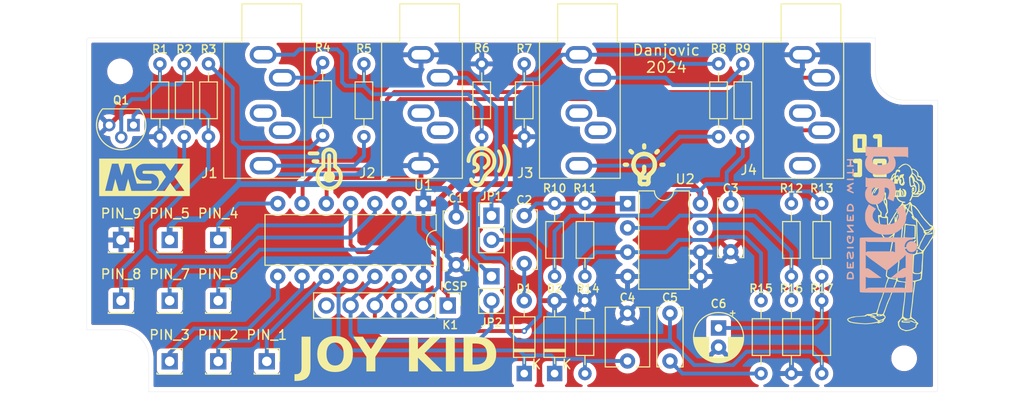
<source format=kicad_pcb>
(kicad_pcb (version 20240108) (generator "pcbnew") (generator_version "8.0")
  (layers (0 "F.Cu" signal) (31 "B.Cu" signal) (34 "B.Paste" user) (35 "F.Paste" user) (36 "B.SilkS" user "B.Silkscreen") (37 "F.SilkS" user "F.Silkscreen") (38 "B.Mask" user) (39 "F.Mask" user) (44 "Edge.Cuts" user))
  (net 0 "")
  (net 1 "VCC")
  (net 2 "GND")
  (net 3 "Net-(C3-Pad1)")
  (net 4 "Net-(C5-Pad2)")
  (net 5 "Net-(C6-Pad1)")
  (net 6 "Net-(D1-A)")
  (net 7 "Net-(C5-Pad1)")
  (net 8 "/SOUND")
  (net 9 "Net-(J1-PadT)")
  (net 11 "Net-(J3-PadT)")
  (net 12 "/TRGB")
  (net 13 "/PULSE")
  (net 14 "/RIGHT")
  (net 15 "/DOWN")
  (net 16 "/LEFT")
  (net 17 "/TRGA")
  (net 18 "/UP")
  (net 19 "/PORT0")
  (net 20 "/PORT1")
  (net 21 "/LIGHT")
  (net 22 "/TEMP")
  (net 25 "Net-(U2A-+)")
  (net 30 "Net-(U2A--)")
  (net 34 "Net-(J1-PadTN)")
  (net 35 "Net-(J3-PadTN)")
  (net 36 "Net-(Q1-B)")
  (net 37 "/MCLR")
  (net 38 "Net-(J5-Pin_5)")
  (net 39 "Net-(J5-Pin_4)")
  (footprint "Connector_PinHeader_2.54mm:PinHeader_1x02_P2.54mm_Vertical" (layer "F.Cu") (at 124.841 108.585)
    (property "Reference" "JP1")
    (property "Value" "Jumper_2_Open")
  )
  (footprint "Capacitor_THT:C_Disc_D6.0mm_W4.4mm_P5.00mm" (layer "F.Cu") (at 139.065 118.785 -90)
    (property "Reference" "C4")
    (property "Value" "470n")
  )
  (footprint "Resistor_THT:R_Axial_DIN0204_L3.6mm_D1.6mm_P7.62mm_Horizontal" (layer "F.Cu") (at 123.825 100.33 90)
    (property "Reference" "R6")
    (property "Value" "680")
  )
  (footprint "Connector_PinSocket_2.54mm:PinSocket_1x01_P2.54mm_Vertical" (layer "F.Cu") (at 96.266 117.475)
    (property "Reference" "PIN_6")
    (property "Value" "PINHD_1x1_Female")
  )
  (footprint "Resistor_THT:R_Axial_DIN0204_L3.6mm_D1.6mm_P7.62mm_Horizontal" (layer "F.Cu") (at 131.445 107.315 -90)
    (property "Reference" "R10")
    (property "Value" "1K")
  )
  (footprint "Connector_PinSocket_2.54mm:PinSocket_1x01_P2.54mm_Vertical" (layer "F.Cu") (at 91.186 123.825)
    (property "Reference" "PIN_3")
    (property "Value" "PINHD_1x1_Female")
  )
  (footprint "Resistor_THT:R_Axial_DIN0204_L3.6mm_D1.6mm_P7.62mm_Horizontal" (layer "F.Cu") (at 92.71 100.33 90)
    (property "Reference" "R2")
    (property "Value" "4K7")
  )
  (footprint "Connector_PinSocket_2.54mm:PinSocket_1x01_P2.54mm_Vertical" (layer "F.Cu") (at 86.106 117.475)
    (property "Reference" "PIN_8")
    (property "Value" "PINHD_1x1_Female")
  )
  (footprint "Capacitor_THT:C_Disc_D6.0mm_W2.5mm_P5.00mm" (layer "F.Cu") (at 143.51 118.785 -90)
    (property "Reference" "C5")
    (property "Value" "100n")
  )
  (footprint "Resistor_THT:R_Axial_DIN0204_L3.6mm_D1.6mm_P7.62mm_Horizontal" (layer "F.Cu") (at 95.25 100.33 90)
    (property "Reference" "R3")
    (property "Value" "47K")
  )
  (footprint "Connector_PinSocket_2.54mm:PinSocket_1x01_P2.54mm_Vertical" (layer "F.Cu") (at 91.186 117.475)
    (property "Reference" "PIN_7")
    (property "Value" "PINHD_1x1_Female")
  )
  (footprint "Resistor_THT:R_Axial_DIN0204_L3.6mm_D1.6mm_P7.62mm_Horizontal" (layer "F.Cu") (at 148.59 92.71 -90)
    (property "Reference" "R8")
    (property "Value" "1K")
  )
  (footprint "Connector_Audio:Jack_3.5mm_CUI_SJ1-3535NG_Horizontal" (layer "F.Cu") (at 117.475 91.7575)
    (property "Reference" "J2")
    (property "Value" "AudioJack2_Ground_Switch")
  )
  (footprint "Resistor_THT:R_Axial_DIN0204_L3.6mm_D1.6mm_P7.62mm_Horizontal" (layer "F.Cu") (at 151.13 92.71 -90)
    (property "Reference" "R9")
    (property "Value" "1k")
  )
  (footprint "MountingHole:MountingHole_2.2mm_M2_DIN965" (layer "F.Cu") (at 86 93.5)
    (property "Reference" "MH1" (hide yes))
    (property "Value" "MountingHole_2.2mm_M2_DIN965")
  )
  (footprint "Capacitor_THT:C_Disc_D6.0mm_W2.5mm_P5.00mm" (layer "F.Cu") (at 128.27 108.585 -90)
    (property "Reference" "C2")
    (property "Value" "100n")
  )
  (footprint "Package_DIP:DIP-8_W7.62mm" (layer "F.Cu") (at 139.075 107.325)
    (property "Reference" "U2")
    (property "Value" "LM358")
  )
  (footprint "Connector_PinHeader_2.54mm:PinHeader_1x06_P2.54mm_Vertical" (layer "F.Cu") (at 120.269 117.983 -90)
    (property "Reference" "K1")
    (property "Value" "ICSP")
  )
  (footprint "Resistor_THT:R_Axial_DIN0204_L3.6mm_D1.6mm_P7.62mm_Horizontal" (layer "F.Cu") (at 111.506 92.71 -90)
    (property "Reference" "R5")
    (property "Value" "560")
  )
  (footprint "Capacitor_THT:C_Disc_D6.0mm_W2.5mm_P5.00mm" (layer "F.Cu") (at 121.158 108.712 -90)
    (property "Reference" "C1")
    (property "Value" "100n")
  )
  (footprint "Connector_Audio:Jack_3.5mm_CUI_SJ1-3535NG_Horizontal" (layer "F.Cu") (at 157.353 91.7575)
    (property "Reference" "J4")
    (property "Value" "AudioJack2_Ground_Switch")
  )
  (footprint "Resistor_THT:R_Axial_DIN0204_L3.6mm_D1.6mm_P7.62mm_Horizontal" (layer "F.Cu") (at 159.385 114.935 90)
    (property "Reference" "R13")
    (property "Value" "1K")
  )
  (footprint "Connector_PinSocket_2.54mm:PinSocket_1x01_P2.54mm_Vertical" (layer "F.Cu") (at 96.266 123.825)
    (property "Reference" "PIN_2")
    (property "Value" "PINHD_1x1_Female")
  )
  (footprint "Resistor_THT:R_Axial_DIN0204_L3.6mm_D1.6mm_P7.62mm_Horizontal" (layer "F.Cu") (at 153.035 117.475 -90)
    (property "Reference" "R15")
    (property "Value" "10k")
  )
  (footprint "Connector_PinSocket_2.54mm:PinSocket_1x01_P2.54mm_Vertical" (layer "F.Cu") (at 86.106 111.125)
    (property "Reference" "PIN_9")
    (property "Value" "PINHD_1x1_Female")
  )
  (footprint "Connector_PinSocket_2.54mm:PinSocket_1x01_P2.54mm_Vertical" (layer "F.Cu") (at 96.266 111.125)
    (property "Reference" "PIN_4")
    (property "Value" "PINHD_1x1_Female")
  )
  (footprint "Capacitor_THT:CP_Radial_D5.0mm_P2.00mm" (layer "F.Cu") (at 148.59 120.3325 -90)
    (property "Reference" "C6")
    (property "Value" "47uF_16V")
  )
  (footprint "Package_DIP:DIP-14_W7.62mm" (layer "F.Cu") (at 117.729 107.315 -90)
    (property "Reference" "U1")
    (property "Value" "PIC16F684-IP")
  )
  (footprint "Resistor_THT:R_Axial_DIN0204_L3.6mm_D1.6mm_P7.62mm_Horizontal" (layer "F.Cu") (at 107.188 92.583 -90)
    (property "Reference" "R4")
    (property "Value" "47")
  )
  (footprint "Connector_PinHeader_2.54mm:PinHeader_1x02_P2.54mm_Vertical" (layer "F.Cu") (at 124.841 114.935)
    (property "Reference" "JP2")
    (property "Value" "Jumper_2_Open")
  )
  (footprint "Diode_THT:D_DO-35_SOD27_P7.62mm_Horizontal" (layer "F.Cu") (at 131.445 125.095 90)
    (property "Reference" "D2")
    (property "Value" "1N4148")
  )
  (footprint "Resistor_THT:R_Axial_DIN0204_L3.6mm_D1.6mm_P7.62mm_Horizontal" (layer "F.Cu") (at 156.21 114.935 90)
    (property "Reference" "R12")
    (property "Value" "68k")
  )
  (footprint "Resistor_THT:R_Axial_DIN0204_L3.6mm_D1.6mm_P7.62mm_Horizontal" (layer "F.Cu") (at 134.62 117.475 -90)
    (property "Reference" "R14")
    (property "Value" "1K")
  )
  (footprint "Resistor_THT:R_Axial_DIN0204_L3.6mm_D1.6mm_P7.62mm_Horizontal" (layer "F.Cu") (at 156.21 117.475 -90)
    (property "Reference" "R16")
    (property "Value" "33k")
  )
  (footprint "Connector_Audio:Jack_3.5mm_CUI_SJ1-3535NG_Horizontal" (layer "F.Cu") (at 133.985 91.7575)
    (property "Reference" "J3")
    (property "Value" "AudioJack2_Ground_Switch")
  )
  (footprint "Package_TO_SOT_THT:TO-92L" (layer "F.Cu") (at 87.406 99.118 180)
    (property "Reference" "Q1")
    (property "Value" "BC338")
  )
  (footprint "Connector_PinSocket_2.54mm:PinSocket_1x01_P2.54mm_Vertical" (layer "F.Cu") (at 91.186 111.125)
    (property "Reference" "PIN_5")
    (property "Value" "PINHD_1x1_Female")
  )
  (footprint "Resistor_THT:R_Axial_DIN0204_L3.6mm_D1.6mm_P7.62mm_Horizontal" (layer "F.Cu") (at 90.17 92.71 -90)
    (property "Reference" "R1")
    (property "Value" "47k")
  )
  (footprint "Resistor_THT:R_Axial_DIN0204_L3.6mm_D1.6mm_P7.62mm_Horizontal" (layer "F.Cu") (at 134.62 107.315 -90)
    (property "Reference" "R11")
    (property "Value" "680k")
  )
  (footprint "Resistor_THT:R_Axial_DIN0204_L3.6mm_D1.6mm_P7.62mm_Horizontal" (layer "F.Cu") (at 128.27 92.71 -90)
    (property "Reference" "R7")
    (property "Value" "1k8")
  )
  (footprint "MountingHole:MountingHole_2.2mm_M2_DIN965" (layer "F.Cu") (at 168 123.5)
    (property "Reference" "MH2" (hide yes))
    (property "Value" "MountingHole_2.2mm_M2_DIN965")
  )
  (footprint "Connector_PinSocket_2.54mm:PinSocket_1x01_P2.54mm_Vertical" (layer "F.Cu") (at 101.346 123.825)
    (property "Reference" "PIN_1")
    (property "Value" "PINHD_1x1_Female")
  )
  (footprint "box-patola:PB-082_1" (layer "F.Cu") (at 127 108.5)
    (property "Reference" "PCB1" (hide yes))
    (property "Value" "PB-082_1")
    (fp_line (start -44.5 12) (end -44.5 -18.250001) (stroke (width 0.0254)) (layer "Edge.Cuts"))
    (fp_line (start -44.250001 -18.5) (end 38 -18.5) (stroke (width 0.0254)) (layer "Edge.Cuts"))
    (fp_line (start -41.000001 12) (end -44.5 12) (stroke (width 0.0254)) (layer "Edge.Cuts"))
    (fp_line (start -38 15.000001) (end -38 18.5) (stroke (width 0.0254)) (layer "Edge.Cuts"))
    (fp_line (start -38 18.5) (end 44.25 18.5) (stroke (width 0.0254)) (layer "Edge.Cuts"))
    (fp_line (start 38 -15) (end 38 -18.5) (stroke (width 0.0254)) (layer "Edge.Cuts"))
    (fp_line (start 41 -12) (end 44.5 -12) (stroke (width 0.0254)) (layer "Edge.Cuts"))
    (fp_line (start 44.5 18.25) (end 44.5 -12) (stroke (width 0.0254)) (layer "Edge.Cuts"))
    (fp_arc (start -44.5 -18.250001) (mid -44.426777 -18.426777) (end -44.250001 -18.5) (stroke (width 0.0254)) (layer "Edge.Cuts"))
    (fp_arc (start -41.000001 12) (mid -38.87868 12.87868) (end -38 15.000001) (stroke (width 0.0254)) (layer "Edge.Cuts"))
    (fp_arc (start 41 -12) (mid 38.87868 -12.87868) (end 38 -15) (stroke (width 0.0254)) (layer "Edge.Cuts"))
    (fp_arc (start 44.5 18.25) (mid 44.426777 18.426777) (end 44.25 18.5) (stroke (width 0.0254)) (layer "Edge.Cuts"))
  )
  (footprint "Resistor_THT:R_Axial_DIN0204_L3.6mm_D1.6mm_P7.62mm_Horizontal" (layer "F.Cu") (at 159.385 125.095 90)
    (property "Reference" "R17")
    (property "Value" "1K")
  )
  (footprint "Capacitor_THT:C_Disc_D6.0mm_W2.5mm_P5.00mm" (layer "F.Cu") (at 149.86 107.355 -90)
    (property "Reference" "C3")
    (property "Value" "100n")
  )
  (footprint "Diode_THT:D_DO-35_SOD27_P7.62mm_Horizontal" (layer "F.Cu") (at 128.27 125.095 90)
    (property "Reference" "D1")
    (property "Value" "1N4148")
  )
  (footprint "Connector_Audio:Jack_3.5mm_CUI_SJ1-3535NG_Horizontal" (layer "F.Cu") (at 100.965 91.7575)
    (property "Reference" "J1")
    (property "Value" "AudioJack2_Ground_Switch")
  )
  (footprint "Symbol:KiCad-Logo2_6mm_SilkScreen" (layer "B.Cu") (at 166.37 108.966 90)
    (property "Reference" "REF**" (hide yes))
    (property "Value" "KiCad-Logo2_6mm_SilkScreen" (hide yes))
  )
  (gr_line (start 140.381223 105.140199) (end 140.385667 105.150229) (stroke (width 0.449791)) (layer "F.SilkS"))
  (gr_poly (pts (xy 168.143893 103.153263) (xy 168.165938 103.15487) (xy 168.210724 103.161165) (xy 168.25614 103.171375) (xy 168.301831 103.18527) (xy 168.347443 103.20262) (xy 168.392622 103.223194) (xy 168.437013 103.246762) (xy 168.480261 103.273095) (xy 168.522013 103.301961) (xy 168.561913 103.333131) (xy 168.599606 103.366374) (xy 168.63474 103.40146) (xy 168.666958 103.43816) (xy 168.695906 103.476241) (xy 168.72123 103.515476) (xy 168.742575 103.555632) (xy 168.749343 103.569289) (xy 168.756272 103.582077) (xy 168.763362 103.593996) (xy 168.770611 103.605044) (xy 168.778018 103.615222) (xy 168.785583 103.624527) (xy 168.793305 103.632958) (xy 168.801182 103.640516) (xy 168.809213 103.6472) (xy 168.817399 103.653007) (xy 168.825736 103.657938) (xy 168.834226 103.661992) (xy 168.842866 103.665167) (xy 168.851656 103.667463) (xy 168.860595 103.668879) (xy 168.869681 103.669414) (xy 168.894883 103.67105) (xy 168.921863 103.675371) (xy 168.950379 103.682239) (xy 168.980186 103.691516) (xy 169.011044 103.703066) (xy 169.04271 103.716752) (xy 169.07494 103.732438) (xy 169.107493 103.749985) (xy 169.140126 103.769257) (xy 169.172597 103.790117) (xy 169.204662 103.812428) (xy 169.236079 103.836053) (xy 169.266607 103.860855) (xy 169.296002 103.886696) (xy 169.324021 103.913441) (xy 169.350423 103.940952) (xy 169.368807 103.961382) (xy 169.385605 103.980851) (xy 169.400886 103.999496) (xy 169.414717 104.017455) (xy 169.427165 104.034864) (xy 169.438298 104.051863) (xy 169.448183 104.068587) (xy 169.456889 104.085175) (xy 169.464482 104.101763) (xy 169.471031 104.118491) (xy 169.476602 104.135494) (xy 169.481264 104.15291) (xy 169.485083 104.170878) (xy 169.488128 104.189534) (xy 169.490466 104.209016) (xy 169.492164 104.229462) (xy 169.496455 104.29353) (xy 169.500398 104.341202) (xy 169.502638 104.359754) (xy 169.505268 104.375244) (xy 169.508448 104.388017) (xy 169.512337 104.398419) (xy 169.514597 104.402839) (xy 169.517094 104.406796) (xy 169.519848 104.410333) (xy 169.522879 104.413494) (xy 169.526206 104.41632) (xy 169.52985 104.418857) (xy 169.538167 104.423232) (xy 169.547989 104.426964) (xy 169.559475 104.430399) (xy 169.588075 104.437761) (xy 169.599211 104.440946) (xy 169.61046 104.444807) (xy 169.621798 104.449317) (xy 169.633203 104.454452) (xy 169.656117 104.466498) (xy 169.679015 104.480748) (xy 169.70171 104.497002) (xy 169.724016 104.515065) (xy 169.745744 104.534737) (xy 169.766709 104.55582) (xy 169.786723 104.578117) (xy 169.805599 104.60143) (xy 169.82315 104.62556) (xy 169.83919 104.65031) (xy 169.85353 104.675481) (xy 169.865985 104.700877) (xy 169.876367 104.726298) (xy 169.880722 104.738956) (xy 169.884489 104.751547) (xy 169.88815 104.764063) (xy 169.892262 104.776783) (xy 169.896782 104.789617) (xy 169.901663 104.802476) (xy 169.906862 104.81527) (xy 169.912334 104.82791) (xy 169.918032 104.840306) (xy 169.923913 104.852368) (xy 169.929932 104.864008) (xy 169.936043 104.875135) (xy 169.942202 104.885661) (xy 169.948363 104.895495) (xy 169.954482 104.904548) (xy 169.960514 104.91273) (xy 169.966414 104.919953) (xy 169.972136 104.926127) (xy 169.977687 104.931987) (xy 169.983081 104.93829) (xy 169.988292 104.944977) (xy 169.993292 104.95199) (xy 169.998052 104.95927) (xy 170.002545 104.96676) (xy 170.006742 104.974399) (xy 170.010616 104.982131) (xy 170.014139 104.989896) (xy 170.017283 104.997635) (xy 170.02002 105.005291) (xy 170.022322 105.012805) (xy 170.024161 105.020117) (xy 170.025509 105.027171) (xy 170.026338 105.033907) (xy 170.026621 105.040266) (xy 170.027057 105.046933) (xy 170.028336 105.054573) (xy 170.030415 105.063096) (xy 170.03325 105.072413) (xy 170.0368 105.082436) (xy 170.04102 105.093075) (xy 170.045868 105.104242) (xy 170.051301 105.115847) (xy 170.057275 105.127801) (xy 170.063747 105.140016) (xy 170.070675 105.152403) (xy 170.078015 105.164872) (xy 170.085724 105.177334) (xy 170.09376 105.189702) (xy 170.102078 105.201885) (xy 170.110636 105.213795) (xy 170.129964 105.242412) (xy 170.147326 105.273059) (xy 170.162754 105.305558) (xy 170.17628 105.339737) (xy 170.187937 105.375419) (xy 170.197757 105.412429) (xy 170.212018 105.489737) (xy 170.219323 105.57026) (xy 170.21993 105.652599) (xy 170.214101 105.735356) (xy 170.202095 105.81713) (xy 170.184171 105.896522) (xy 170.160591 105.972133) (xy 170.131613 106.042563) (xy 170.115181 106.075398) (xy 170.097497 106.106413) (xy 170.078594 106.135434) (xy 170.058504 106.162284) (xy 170.03726 106.18679) (xy 170.014894 106.208776) (xy 169.991438 106.228068) (xy 169.966925 106.24449) (xy 169.941388 106.257868) (xy 169.914859 106.268026) (xy 169.90601 106.271383) (xy 169.895521 106.276367) (xy 169.883526 106.28288) (xy 169.87016 106.290823) (xy 169.855558 106.300096) (xy 169.839854 106.310601) (xy 169.823183 106.322237) (xy 169.805681 106.334907) (xy 169.787482 106.348509) (xy 169.768721 106.362947) (xy 169.730052 106.393928) (xy 169.690751 106.427055) (xy 169.671202 106.444176) (xy 169.651899 106.461536) (xy 169.466353 106.630715) (xy 169.173853 106.623682) (xy 168.881353 106.616649) (xy 168.78786 106.82261) (xy 168.770131 106.86018) (xy 168.75243 106.894797) (xy 168.734852 106.926376) (xy 168.71749 106.954836) (xy 168.700439 106.980093) (xy 168.683793 107.002066) (xy 168.667646 107.02067) (xy 168.652091 107.035824) (xy 168.644565 107.042081) (xy 168.637223 107.047445) (xy 168.630077 107.051904) (xy 168.623137 107.055449) (xy 168.616416 107.058069) (xy 168.609925 107.059754) (xy 168.603677 107.060494) (xy 168.597683 107.060277) (xy 168.591954 107.059095) (xy 168.586503 107.056936) (xy 168.581342 107.053791) (xy 168.576481 107.049648) (xy 168.571933 107.044497) (xy 168.56771 107.038329) (xy 168.563823 107.031133) (xy 168.560285 107.022897) (xy 168.560247 107.022893) (xy 168.559354 107.020216) (xy 168.558643 107.017324) (xy 168.558111 107.014228) (xy 168.557754 107.010936) (xy 168.557557 107.003803) (xy 168.558027 106.996) (xy 168.55914 106.987602) (xy 168.560872 106.978683) (xy 168.5632 106.969319) (xy 168.566099 106.959583) (xy 168.569546 106.949551) (xy 168.573516 106.939297) (xy 168.577986 106.928895) (xy 168.582931 106.918421) (xy 168.588328 106.907949) (xy 168.594153 106.897554) (xy 168.600381 106.887309) (xy 168.606989 106.877291) (xy 168.635009 106.833274) (xy 168.661695 106.785051) (xy 168.686855 106.733438) (xy 168.710292 106.679251) (xy 168.731812 106.623308) (xy 168.75122 106.566425) (xy 168.768322 106.509419) (xy 168.782923 106.453105) (xy 168.792099 106.410862) (xy 168.925918 106.410862) (xy 168.926037 106.417785) (xy 168.926386 106.424747) (xy 168.926953 106.431702) (xy 168.927727 106.438605) (xy 168.928697 106.445408) (xy 168.929849 106.452068) (xy 168.931172 106.458536) (xy 168.932655 106.464768) (xy 168.934286 106.470717) (xy 168.936052 106.476337) (xy 168.937943 106.481583) (xy 168.939946 106.486408) (xy 168.94205 106.490766) (xy 168.944243 106.494611) (xy 168.946513 106.497898) (xy 168.948848 106.500581) (xy 168.954372 106.504927) (xy 168.961738 106.508843) (xy 168.970835 106.512337) (xy 168.981549 106.515417) (xy 169.007377 106.520363) (xy 169.03832 106.523743) (xy 169.073472 106.525618) (xy 169.111931 106.526049) (xy 169.152793 106.525099) (xy 169.195153 106.522829) (xy 169.238108 106.519299) (xy 169.280755 106.514572) (xy 169.322189 106.508709) (xy 169.361507 106.501771) (xy 169.397805 106.49382) (xy 169.43018 106.484917) (xy 169.457727 106.475124) (xy 169.479542 106.464502) (xy 169.479542 106.464503) (xy 169.498765 106.45251) (xy 169.516158 106.440419) (xy 169.531634 106.428432) (xy 169.545109 106.416746) (xy 169.556494 106.405561) (xy 169.561377 106.400219) (xy 169.565705 106.395077) (xy 169.569468 106.390161) (xy 169.572655 106.385494) (xy 169.575256 106.381102) (xy 169.577258 106.37701) (xy 169.578653 106.373242) (xy 169.579428 106.369824) (xy 169.579574 106.366781) (xy 169.579079 106.364138) (xy 169.577932 106.361918) (xy 169.576123 106.360148) (xy 169.573641 106.358853) (xy 169.570476 106.358057) (xy 169.566616 106.357784) (xy 169.562051 106.358061) (xy 169.556769 106.358912) (xy 169.550761 106.360362) (xy 169.544015 106.362435) (xy 169.536521 106.365158) (xy 169.528268 106.368554) (xy 169.519245 106.372648) (xy 169.502153 106.379121) (xy 169.480455 106.384732) (xy 169.454738 106.38948) (xy 169.425584 106.393366) (xy 169.393578 106.396389) (xy 169.359306 106.398549) (xy 169.323351 106.399847) (xy 169.286298 106.400282) (xy 169.248732 106.399854) (xy 169.211238 106.398563) (xy 169.1744 106.39641) (xy 169.138801 106.393393) (xy 169.105028 106.389514) (xy 169.073665 106.384771) (xy 169.045296 106.379165) (xy 169.020506 106.372696) (xy 169.006171 106.368484) (xy 168.993318 106.365007) (xy 168.98187 106.362296) (xy 168.971749 106.360382) (xy 168.96288 106.359295) (xy 168.95889 106.359073) (xy 168.955185 106.359068) (xy 168.951753 106.359287) (xy 168.948587 106.359731) (xy 168.945676 106.360406) (xy 168.94301 106.361315) (xy 168.94058 106.362462) (xy 168.938377 106.363851) (xy 168.93639 106.365486) (xy 168.93461 106.36737) (xy 168.933028 106.369508) (xy 168.931634 106.371903) (xy 168.930418 106.37456) (xy 168.929371 106.377481) (xy 168.928483 106.380672) (xy 168.927745 106.384135) (xy 168.926679 106.391896) (xy 168.926095 106.400795) (xy 168.925918 106.410862) (xy 168.792099 106.410862) (xy 168.794828 106.398301) (xy 168.803842 106.345823) (xy 168.80977 106.296487) (xy 168.812419 106.25111) (xy 168.811592 106.210509) (xy 168.807095 106.175501) (xy 168.803409 106.160349) (xy 168.798734 106.146901) (xy 168.793043 106.135259) (xy 168.786313 106.125526) (xy 168.779761 106.117454) (xy 168.774084 106.11004) (xy 168.76928 106.103227) (xy 168.765349 106.096958) (xy 168.763712 106.094009) (xy 168.762293 106.091175) (xy 168.761092 106.088447) (xy 168.76011 106.08582) (xy 168.759347 106.083285) (xy 168.758802 106.080836) (xy 168.758475 106.078465) (xy 168.758367 106.076166) (xy 168.758477 106.07393) (xy 168.758806 106.071752) (xy 168.759353 106.069623) (xy 168.760119 106.067536) (xy 168.761103 106.065485) (xy 168.762306 106.063462) (xy 168.763727 106.061459) (xy 168.765367 106.059471) (xy 168.767226 106.057489) (xy 168.769302 106.055506) (xy 168.771598 106.053516) (xy 168.774112 106.051511) (xy 168.779795 106.047426) (xy 168.786352 106.043196) (xy 168.788641 106.041719) (xy 168.790845 106.040171) (xy 168.792963 106.038556) (xy 168.794993 106.036878) (xy 168.796934 106.03514) (xy 168.798785 106.033348) (xy 168.800543 106.031505) (xy 168.802208 106.029615) (xy 168.803777 106.027682) (xy 168.80525 106.02571) (xy 168.806625 106.023703) (xy 168.8079 106.021665) (xy 168.809074 106.0196) (xy 168.810144 106.017512) (xy 168.811111 106.015405) (xy 168.811972 106.013283) (xy 168.812725 106.011151) (xy 168.813369 106.009011) (xy 168.813903 106.006869) (xy 168.814326 106.004728) (xy 168.814634 106.002592) (xy 168.814828 106.000465) (xy 168.814905 105.998352) (xy 168.814864 105.996255) (xy 168.814704 105.99418) (xy 168.814423 105.99213) (xy 168.814019 105.99011) (xy 168.813491 105.988122) (xy 168.812837 105.986172) (xy 168.812056 105.984263) (xy 168.811146 105.9824) (xy 168.810107 105.980585) (xy 168.809035 105.978605) (xy 168.808033 105.976248) (xy 168.806234 105.970452) (xy 168.80471 105.963297) (xy 168.803461 105.954878) (xy 168.802487 105.945293) (xy 168.801789 105.93464) (xy 168.801366 105.923017) (xy 168.801218 105.910519) (xy 168.801346 105.897245) (xy 168.80175 105.883292) (xy 168.801764 105.883004) (xy 168.870512 105.883004) (xy 168.870633 105.884551) (xy 168.87089 105.886058) (xy 168.87128 105.887522) (xy 168.871802 105.88894) (xy 168.872453 105.890312) (xy 168.873231 105.891633) (xy 168.874135 105.892903) (xy 168.875162 105.894119) (xy 168.876311 105.895278) (xy 168.877578 105.896379) (xy 168.878963 105.897419) (xy 168.880462 105.898396) (xy 168.882075 105.899308) (xy 168.883799 105.900152) (xy 168.885632 105.900927) (xy 168.887571 105.901629) (xy 168.889616 105.902257) (xy 168.891763 105.902809) (xy 168.894011 105.903282) (xy 168.896357 105.903674) (xy 168.898801 105.903983) (xy 168.901339 105.904206) (xy 168.903969 105.904342) (xy 168.90669 105.904387) (xy 168.912153 105.904309) (xy 168.917462 105.904078) (xy 168.922591 105.903702) (xy 168.927511 105.903191) (xy 168.932196 105.90255) (xy 168.936618 105.901788) (xy 168.940749 105.900913) (xy 168.944562 105.899932) (xy 168.948029 105.898853) (xy 168.951123 105.897685) (xy 168.953817 105.896434) (xy 168.956083 105.895109) (xy 168.957893 105.893717) (xy 168.959219 105.892266) (xy 168.959693 105.891521) (xy 168.960036 105.890765) (xy 168.960244 105.889997) (xy 168.960314 105.889219) (xy 168.960312 105.889219) (xy 168.960122 105.885878) (xy 168.959566 105.882665) (xy 168.958664 105.879585) (xy 168.957437 105.876643) (xy 168.955906 105.873843) (xy 168.954091 105.87119) (xy 168.952012 105.868689) (xy 168.949691 105.866344) (xy 168.947148 105.864161) (xy 168.944403 105.862144) (xy 168.941477 105.860298) (xy 168.938391 105.858628) (xy 168.935165 105.857138) (xy 168.931819 105.855833) (xy 168.928375 105.854718) (xy 168.924853 105.853798) (xy 168.921273 105.853077) (xy 168.917657 105.852561) (xy 168.914024 105.852253) (xy 168.910395 105.852159) (xy 168.906791 105.852284) (xy 168.903233 105.852631) (xy 168.89974 105.853207) (xy 168.896334 105.854015) (xy 168.893035 105.855061) (xy 168.889864 105.856349) (xy 168.886841 105.857884) (xy 168.883987 105.859671) (xy 168.881322 105.861714) (xy 168.878867 105.864019) (xy 168.876643 105.866589) (xy 168.87467 105.869431) (xy 168.873633 105.871222) (xy 168.872748 105.872992) (xy 168.872012 105.874736) (xy 168.871425 105.876453) (xy 168.870983 105.87814) (xy 168.870685 105.879796) (xy 168.870529 105.881418) (xy 168.870512 105.883004) (xy 168.801764 105.883004) (xy 168.80243 105.868757) (xy 168.803386 105.853738) (xy 168.804619 105.838331) (xy 168.806128 105.822635) (xy 168.807913 105.806747) (xy 168.809976 105.790763) (xy 168.813254 105.768127) (xy 168.816626 105.747611) (xy 168.820159 105.729103) (xy 168.823919 105.712492) (xy 168.827972 105.697665) (xy 168.832383 105.684512) (xy 168.837219 105.672919) (xy 168.842546 105.662777) (xy 168.848431 105.653972) (xy 168.854938 105.646393) (xy 168.858446 105.643029) (xy 168.862135 105.639929) (xy 168.870087 105.634468) (xy 168.87886 105.629898) (xy 168.888521 105.626108) (xy 168.899136 105.622985) (xy 168.91077 105.620418) (xy 168.932361 105.616757) (xy 168.942311 105.615473) (xy 168.951717 105.614582) (xy 168.960592 105.614104) (xy 168.968949 105.614063) (xy 168.976802 105.614478) (xy 168.984166 105.615371) (xy 168.991054 105.616763) (xy 168.997479 105.618676) (xy 169.003456 105.621131) (xy 169.008997 105.624149) (xy 169.014118 105.627752) (xy 169.018832 105.631961) (xy 169.023152 105.636797) (xy 169.027092 105.642281) (xy 169.030666 105.648435) (xy 169.033887 105.65528) (xy 169.036771 105.662837) (xy 169.039329 105.671128) (xy 169.041576 105.680174) (xy 169.043526 105.689996) (xy 169.045193 105.700616) (xy 169.046589 105.712054) (xy 169.04773 105.724333) (xy 169.048628 105.737473) (xy 169.049753 105.766423) (xy 169.050074 105.799074) (xy 169.049701 105.835597) (xy 169.048262 105.895403) (xy 169.04718 105.919955) (xy 169.045693 105.941273) (xy 169.043679 105.959605) (xy 169.041015 105.975202) (xy 169.03758 105.988313) (xy 169.035534 105.994015) (xy 169.03325 105.999189) (xy 169.030712 106.003866) (xy 169.027904 106.008078) (xy 169.024812 106.011855) (xy 169.021419 106.01523) (xy 169.017712 106.018233) (xy 169.013674 106.020896) (xy 169.00929 106.023249) (xy 169.004545 106.025324) (xy 168.993911 106.028764) (xy 168.981649 106.031467) (xy 168.967637 106.033682) (xy 168.951752 106.035658) (xy 168.941547 106.036968) (xy 168.931931 106.038476) (xy 168.922906 106.040172) (xy 168.914474 106.042048) (xy 168.906639 106.044094) (xy 168.899402 106.0463) (xy 168.892766 106.048656) (xy 168.886733 106.051154) (xy 168.881305 106.053783) (xy 168.876485 106.056535) (xy 168.872275 106.0594) (xy 168.868678 106.062369) (xy 168.865695 106.065431) (xy 168.863328 106.068578) (xy 168.861582 106.0718) (xy 168.860456 106.075088) (xy 168.859955 106.078431) (xy 168.86008 106.081822) (xy 168.860833 106.085249) (xy 168.862218 106.088705) (xy 168.864235 106.092178) (xy 168.866888 106.095661) (xy 168.870179 106.099143) (xy 168.87411 106.102615) (xy 168.878684 106.106067) (xy 168.883902 106.10949) (xy 168.889768 106.112875) (xy 168.896282 106.116212) (xy 168.903449 106.119491) (xy 168.91127 106.122703) (xy 168.919747 106.12584) (xy 168.928883 106.12889) (xy 168.938147 106.131449) (xy 168.947391 106.133233) (xy 168.952011 106.133832) (xy 168.956632 106.134236) (xy 168.961256 106.134442) (xy 168.965885 106.134451) (xy 168.970521 106.134263) (xy 168.975166 106.133875) (xy 168.979822 106.133288) (xy 168.984491 106.1325) (xy 168.993876 106.130322) (xy 169.003338 106.127335) (xy 169.01289 106.123532) (xy 169.022551 106.118909) (xy 169.032335 106.113459) (xy 169.042258 106.107177) (xy 169.052337 106.100058) (xy 169.062587 106.092096) (xy 169.073023 106.083284) (xy 169.083663 106.073618) (xy 169.09603 106.061588) (xy 169.107153 106.049805) (xy 169.112267 106.043942) (xy 169.117094 106.038063) (xy 169.12164 106.032143) (xy 169.125913 106.026155) (xy 169.129922 106.020074) (xy 169.133674 106.013874) (xy 169.137176 106.00753) (xy 169.140436 106.001015) (xy 169.143462 105.994304) (xy 169.146262 105.987371) (xy 169.148844 105.980191) (xy 169.151214 105.972736) (xy 169.153381 105.964982) (xy 169.155352 105.956903) (xy 169.157136 105.948473) (xy 169.158739 105.939666) (xy 169.16017 105.930457) (xy 169.161436 105.920819) (xy 169.163505 105.900155) (xy 169.165006 105.877468) (xy 169.166003 105.852552) (xy 169.166555 105.8252) (xy 169.166726 105.795205) (xy 169.166118 105.744313) (xy 169.165337 105.722027) (xy 169.164219 105.701767) (xy 169.16275 105.683473) (xy 169.160916 105.667086) (xy 169.158702 105.652545) (xy 169.156093 105.63979) (xy 169.153077 105.62876) (xy 169.149639 105.619396) (xy 169.145764 105.611638) (xy 169.141438 105.605425) (xy 169.136647 105.600698) (xy 169.131377 105.597395) (xy 169.125614 105.595458) (xy 169.119342 105.594826) (xy 169.114306 105.594572) (xy 169.108997 105.593828) (xy 169.103462 105.592619) (xy 169.097745 105.590969) (xy 169.091892 105.588904) (xy 169.085947 105.586449) (xy 169.079956 105.583629) (xy 169.073964 105.580469) (xy 169.068017 105.576994) (xy 169.062158 105.573229) (xy 169.056433 105.569199) (xy 169.050887 105.564929) (xy 169.045566 105.560444) (xy 169.040514 105.55577) (xy 169.035777 105.550931) (xy 169.0314 105.545953) (xy 169.025021 105.538565) (xy 169.021938 105.535249) (xy 169.018906 105.532186) (xy 169.01591 105.529376) (xy 169.012938 105.526819) (xy 169.009973 105.524518) (xy 169.007002 105.522471) (xy 169.00401 105.52068) (xy 169.000983 105.519145) (xy 168.997907 105.517867) (xy 168.994766 105.516846) (xy 168.991547 105.516083) (xy 168.988234 105.515579) (xy 168.984815 105.515333) (xy 168.981273 105.515347) (xy 168.977596 105.515622) (xy 168.973767 105.516157) (xy 168.969774 105.516954) (xy 168.965601 105.518012) (xy 168.961234 105.519333) (xy 168.956659 105.520917) (xy 168.951861 105.522765) (xy 168.946825 105.524877) (xy 168.941538 105.527253) (xy 168.935985 105.529896) (xy 168.924023 105.535978) (xy 168.910823 105.54313) (xy 168.89627 105.551354) (xy 168.885216 105.557374) (xy 168.873925 105.562894) (xy 168.862437 105.567905) (xy 168.850793 105.5724) (xy 168.839033 105.576374) (xy 168.827199 105.579817) (xy 168.815331 105.582724) (xy 168.80347 105.585087) (xy 168.791657 105.586898) (xy 168.779931 105.588151) (xy 168.768334 105.588839) (xy 168.756907 105.588954) (xy 168.745689 105.588489) (xy 168.734723 105.587437) (xy 168.724048 105.585791) (xy 168.713705 105.583543) (xy 168.707077 105.581787) (xy 168.700721 105.579907) (xy 168.694628 105.577885) (xy 168.688787 105.575704) (xy 168.683186 105.573347) (xy 168.677814 105.570797) (xy 168.672659 105.568036) (xy 168.667712 105.565048) (xy 168.66296 105.561814) (xy 168.658393 105.558319) (xy 168.653999 105.554544) (xy 168.649768 105.550474) (xy 168.645688 105.546089) (xy 168.641747 105.541374) (xy 168.637936 105.536311) (xy 168.634243 105.530883) (xy 168.630656 105.525072) (xy 168.627165 105.518863) (xy 168.623758 105.512236) (xy 168.620424 105.505176) (xy 168.617153 105.497665) (xy 168.613933 105.489685) (xy 168.610752 105.481221) (xy 168.607601 105.472254) (xy 168.601339 105.452743) (xy 168.59506 105.431017) (xy 168.588672 105.406937) (xy 168.582089 105.380365) (xy 168.573021 105.337527) (xy 168.563971 105.285072) (xy 168.55518 105.225043) (xy 168.546888 105.159479) (xy 168.539335 105.090423) (xy 168.532761 105.019916) (xy 168.527407 104.949999) (xy 168.523512 104.882712) (xy 168.518433 104.775211) (xy 168.644979 104.775211) (xy 168.646213 104.842212) (xy 168.649657 104.914296) (xy 168.662294 105.065396) (xy 168.671048 105.140253) (xy 168.681131 105.211876) (xy 168.692325 105.278185) (xy 168.704409 105.3371) (xy 168.717163 105.386543) (xy 168.730367 105.424434) (xy 168.737069 105.438397) (xy 168.743801 105.448693) (xy 168.750536 105.455061) (xy 168.757246 105.457242) (xy 168.760806 105.456941) (xy 168.765503 105.456059) (xy 168.771261 105.454624) (xy 168.778002 105.452668) (xy 168.785649 105.450219) (xy 168.794126 105.447307) (xy 168.813259 105.440215) (xy 168.834785 105.431627) (xy 168.858087 105.421784) (xy 168.882548 105.410921) (xy 168.907553 105.399277) (xy 168.907551 105.399277) (xy 168.930086 105.387922) (xy 168.950356 105.376461) (xy 168.968332 105.364957) (xy 168.976452 105.359208) (xy 168.983987 105.353471) (xy 168.990935 105.347754) (xy 168.997292 105.342065) (xy 169.003055 105.336411) (xy 169.00822 105.330801) (xy 169.012783 105.325241) (xy 169.016741 105.31974) (xy 169.02009 105.314305) (xy 169.022827 105.308945) (xy 169.024949 105.303666) (xy 169.026451 105.298478) (xy 169.02733 105.293386) (xy 169.027583 105.288399) (xy 169.027207 105.283526) (xy 169.026197 105.278772) (xy 169.02455 105.274147) (xy 169.022263 105.269658) (xy 169.019331 105.265313) (xy 169.015753 105.261119) (xy 169.011523 105.257084) (xy 169.006639 105.253217) (xy 169.001096 105.249524) (xy 168.994892 105.246013) (xy 168.988023 105.242692) (xy 168.980486 105.23957) (xy 168.977582 105.238231) (xy 168.97471 105.236457) (xy 168.971869 105.234251) (xy 168.969061 105.231617) (xy 168.966287 105.228558) (xy 168.963547 105.225077) (xy 168.960844 105.221179) (xy 168.958178 105.216866) (xy 168.955549 105.212143) (xy 168.95296 105.207012) (xy 168.950411 105.201477) (xy 168.947903 105.195542) (xy 168.943014 105.182485) (xy 168.938304 105.167869) (xy 168.933779 105.151721) (xy 168.929448 105.13407) (xy 168.92532 105.114944) (xy 168.921403 105.094371) (xy 168.917705 105.072379) (xy 168.914705 105.05216) (xy 169.03347 105.05216) (xy 169.033489 105.057481) (xy 169.034134 105.06345) (xy 169.035402 105.070081) (xy 169.037289 105.077393) (xy 169.039791 105.085402) (xy 169.042906 105.094125) (xy 169.046629 105.103577) (xy 169.055886 105.12474) (xy 169.067536 105.149024) (xy 169.081549 105.176561) (xy 169.097897 105.207487) (xy 169.111716 105.234072) (xy 169.124608 105.260423) (xy 169.136291 105.285854) (xy 169.146482 105.309677) (xy 169.1549 105.331203) (xy 169.161262 105.349746) (xy 169.163584 105.357683) (xy 169.165286 105.364617) (xy 169.166333 105.370462) (xy 169.16669 105.37513) (xy 169.166755 105.377198) (xy 169.166946 105.379346) (xy 169.167699 105.38386) (xy 169.168922 105.388633) (xy 169.17059 105.393623) (xy 169.172677 105.398789) (xy 169.17516 105.404089) (xy 169.178012 105.409483) (xy 169.181207 105.414929) (xy 169.184721 105.420386) (xy 169.188528 105.425813) (xy 169.192604 105.431168) (xy 169.196921 105.436412) (xy 169.201456 105.441502) (xy 169.206183 105.446397) (xy 169.211076 105.451056) (xy 169.216111 105.455437) (xy 169.222398 105.461487) (xy 169.228478 105.468982) (xy 169.234341 105.477846) (xy 169.23998 105.488004) (xy 169.250553 105.511902) (xy 169.260131 105.540073) (xy 169.268649 105.571916) (xy 169.276043 105.606828) (xy 169.282247 105.644207) (xy 169.287198 105.68345) (xy 169.29083 105.723957) (xy 169.293079 105.765125) (xy 169.293879 105.806351) (xy 169.293166 105.847033) (xy 169.290876 105.88657) (xy 169.286942 105.924359) (xy 169.281301 105.959799) (xy 169.273888 105.992286) (xy 169.269794 106.006331) (xy 169.265105 106.020424) (xy 169.259877 106.034471) (xy 169.254163 106.048381) (xy 169.248018 106.062063) (xy 169.241497 106.075425) (xy 169.234653 106.088375) (xy 169.227543 106.100821) (xy 169.220219 106.112672) (xy 169.212737 106.123836) (xy 169.205152 106.13422) (xy 169.197517 106.143734) (xy 169.189887 106.152285) (xy 169.182316 106.159783) (xy 169.17486 106.166134) (xy 169.167573 106.171247) (xy 169.160081 106.176102) (xy 169.153004 106.181086) (xy 169.146345 106.186175) (xy 169.140108 106.191344) (xy 169.134297 106.196569) (xy 169.128915 106.201825) (xy 169.123967 106.207087) (xy 169.119457 106.212332) (xy 169.115387 106.217535) (xy 169.111762 106.222671) (xy 169.108586 106.227716) (xy 169.105863 106.232645) (xy 169.103596 106.237434) (xy 169.101789 106.242058) (xy 169.100446 106.246493) (xy 169.099571 106.250715) (xy 169.099168 106.254698) (xy 169.09924 106.258419) (xy 169.099791 106.261852) (xy 169.100826 106.264974) (xy 169.102347 106.26776) (xy 169.104359 106.270186) (xy 169.106865 106.272226) (xy 169.10987 106.273857) (xy 169.113377 106.275054) (xy 169.11739 106.275793) (xy 169.121913 106.276048) (xy 169.126949 106.275796) (xy 169.132503 106.275012) (xy 169.138578 106.273672) (xy 169.145178 106.271751) (xy 169.152307 106.269224) (xy 169.163876 106.265031) (xy 169.175907 106.261119) (xy 169.188047 106.257574) (xy 169.199945 106.254481) (xy 169.211249 106.251926) (xy 169.221608 106.249994) (xy 169.226323 106.24929) (xy 169.230669 106.248773) (xy 169.234603 106.248455) (xy 169.238081 106.248346) (xy 169.238077 106.248346) (xy 169.23982 106.24816) (xy 169.241809 106.247606) (xy 169.244035 106.246694) (xy 169.246489 106.245433) (xy 169.249163 106.243832) (xy 169.252047 106.241901) (xy 169.258416 106.237083) (xy 169.265525 106.231052) (xy 169.273305 106.223882) (xy 169.281688 106.215645) (xy 169.290605 106.206415) (xy 169.299986 106.196265) (xy 169.309762 106.185268) (xy 169.318847 106.174682) (xy 169.476735 106.174682) (xy 169.47679 106.178905) (xy 169.477606 106.183248) (xy 169.479165 106.187681) (xy 169.481446 106.192171) (xy 169.484432 106.196687) (xy 169.488104 106.201195) (xy 169.492443 106.205665) (xy 169.497431 106.210063) (xy 169.503047 106.214359) (xy 169.509275 106.218519) (xy 169.516095 106.222512) (xy 169.523488 106.226306) (xy 169.531436 106.229868) (xy 169.539919 106.233167) (xy 169.54892 106.23617) (xy 169.558418 106.238846) (xy 169.568397 106.241162) (xy 169.578836 106.243086) (xy 169.589716 106.244586) (xy 169.601021 106.245631) (xy 169.603065 106.245702) (xy 169.605195 106.245638) (xy 169.607406 106.245441) (xy 169.609693 106.245114) (xy 169.614471 106.244086) (xy 169.619488 106.242579) (xy 169.624701 106.240617) (xy 169.630069 106.238227) (xy 169.635549 106.235432) (xy 169.6411 106.23226) (xy 169.646679 106.228735) (xy 169.652245 106.224882) (xy 169.657755 106.220726) (xy 169.663168 106.216294) (xy 169.668441 106.211609) (xy 169.673532 106.206699) (xy 169.678399 106.201587) (xy 169.683 106.196299) (xy 169.683002 106.196298) (xy 169.687602 106.19102) (xy 169.692464 106.185935) (xy 169.697545 106.18107) (xy 169.702805 106.176447) (xy 169.708202 106.172091) (xy 169.713693 106.168026) (xy 169.719237 106.164278) (xy 169.724792 106.16087) (xy 169.730316 106.157827) (xy 169.735767 106.155172) (xy 169.741104 106.152931) (xy 169.746284 106.151128) (xy 169.751267 106.149787) (xy 169.756009 106.148932) (xy 169.758277 106.148695) (xy 169.760469 106.148588) (xy 169.76258 106.148615) (xy 169.764606 106.14878) (xy 169.778978 106.150001) (xy 169.793158 106.15026) (xy 169.807134 106.149569) (xy 169.820899 106.147938) (xy 169.834442 106.145379) (xy 169.847755 106.141904) (xy 169.860827 106.137522) (xy 169.87365 106.132246) (xy 169.886214 106.126088) (xy 169.89851 106.119057) (xy 169.910528 106.111166) (xy 169.922259 106.102425) (xy 169.933694 106.092847) (xy 169.944823 106.082442) (xy 169.955637 106.071221) (xy 169.966127 106.059197) (xy 169.976283 106.046379) (xy 169.986096 106.03278) (xy 169.995556 106.018411) (xy 170.004654 106.003282) (xy 170.013381 105.987406) (xy 170.021727 105.970793) (xy 170.029684 105.953455) (xy 170.037241 105.935403) (xy 170.044389 105.916648) (xy 170.051119 105.897202) (xy 170.057422 105.877075) (xy 170.063287 105.85628) (xy 170.068707 105.834827) (xy 170.073671 105.812728) (xy 170.07817 105.789994) (xy 170.082195 105.766636) (xy 170.086097 105.736366) (xy 170.088667 105.703439) (xy 170.089983 105.66849) (xy 170.090121 105.632156) (xy 170.089159 105.595073) (xy 170.087173 105.557876) (xy 170.084241 105.521203) (xy 170.080441 105.48569) (xy 170.075848 105.451972) (xy 170.070541 105.420685) (xy 170.064596 105.392467) (xy 170.05809 105.367952) (xy 170.051101 105.347778) (xy 170.043706 105.33258) (xy 170.03988 105.327046) (xy 170.035982 105.322995) (xy 170.03202 105.320506) (xy 170.028006 105.319659) (xy 170.026516 105.32003) (xy 170.025013 105.321131) (xy 170.023501 105.322944) (xy 170.021981 105.325451) (xy 170.020457 105.328634) (xy 170.01893 105.332473) (xy 170.015882 105.342053) (xy 170.012857 105.354043) (xy 170.009877 105.368299) (xy 170.006961 105.384675) (xy 170.004132 105.403026) (xy 170.00141 105.423206) (xy 169.998816 105.44507) (xy 169.996372 105.468472) (xy 169.994097 105.493267) (xy 169.992014 105.519309) (xy 169.990142 105.546453) (xy 169.988503 105.574552) (xy 169.987119 105.603463) (xy 169.98307 105.68331) (xy 169.978094 105.749072) (xy 169.975115 105.777275) (xy 169.971731 105.802681) (xy 169.967885 105.825532) (xy 169.96352 105.846069) (xy 169.958578 105.864533) (xy 169.953001 105.881165) (xy 169.946732 105.896208) (xy 169.939712 105.909902) (xy 169.931886 105.922489) (xy 169.923194 105.93421) (xy 169.913579 105.945306) (xy 169.902984 105.95602) (xy 169.883689 105.973544) (xy 169.862682 105.990977) (xy 169.84024 106.008175) (xy 169.816634 106.024996) (xy 169.792139 106.041295) (xy 169.767029 106.05693) (xy 169.741576 106.071757) (xy 169.716055 106.085632) (xy 169.690739 106.098412) (xy 169.665902 106.109954) (xy 169.641817 106.120113) (xy 169.618758 106.128747) (xy 169.596998 106.135712) (xy 169.576812 106.140865) (xy 169.558472 106.144061) (xy 169.542253 106.145159) (xy 169.531714 106.145423) (xy 169.522161 106.146193) (xy 169.513576 106.147437) (xy 169.505938 106.149123) (xy 169.499231 106.15122) (xy 169.493434 106.153694) (xy 169.48853 106.156515) (xy 169.484499 106.159649) (xy 169.481323 106.163065) (xy 169.478983 106.16673) (xy 169.47746 106.170614) (xy 169.476735 106.174682) (xy 169.318847 106.174682) (xy 169.319864 106.173498) (xy 169.330223 106.161027) (xy 169.34077 106.147929) (xy 169.351436 106.134277) (xy 169.362152 106.120143) (xy 169.372848 106.105603) (xy 169.389848 106.081829) (xy 169.404886 106.059923) (xy 169.41808 106.039373) (xy 169.429552 106.019668) (xy 169.434679 106.009973) (xy 169.439419 106.000298) (xy 169.443789 105.990578) (xy 169.447802 105.98075) (xy 169.451474 105.97075) (xy 169.45482 105.960514) (xy 169.457854 105.949978) (xy 169.460592 105.939078) (xy 169.463048 105.927751) (xy 169.465237 105.915932) (xy 169.468876 105.890565) (xy 169.471627 105.862466) (xy 169.47361 105.831123) (xy 169.474945 105.796025) (xy 169.47575 105.756662) (xy 169.476251 105.663095) (xy 169.475658 105.575542) (xy 169.473531 105.504142) (xy 169.471731 105.473658) (xy 169.469354 105.446201) (xy 169.466334 105.421436) (xy 169.462608 105.399025) (xy 169.458111 105.378632) (xy 169.452777 105.359921) (xy 169.446543 105.342554) (xy 169.439343 105.326195) (xy 169.431113 105.310507) (xy 169.421788 105.295154) (xy 169.411303 105.279799) (xy 169.399594 105.264104) (xy 169.357147 105.21008) (xy 169.338445 105.187191) (xy 169.321105 105.166789) (xy 169.304889 105.148677) (xy 169.289557 105.13266) (xy 169.274872 105.118542) (xy 169.260594 105.106125) (xy 169.246484 105.095214) (xy 169.232304 105.085612) (xy 169.217814 105.077124) (xy 169.202777 105.069553) (xy 169.186952 105.062702) (xy 169.170103 105.056377) (xy 169.151988 105.050379) (xy 169.132371 105.044514) (xy 169.110726 105.038628) (xy 169.091811 105.034262) (xy 169.083369 105.032691) (xy 169.075599 105.031551) (xy 169.068497 105.030857) (xy 169.06206 105.030626) (xy 169.056285 105.030876) (xy 169.051167 105.031622) (xy 169.046704 105.032882) (xy 169.042892 105.034673) (xy 169.039727 105.03701) (xy 169.037206 105.03991) (xy 169.035325 105.043391) (xy 169.034081 105.047469) (xy 169.03347 105.05216) (xy 168.914705 105.05216) (xy 168.914235 105.048995) (xy 168.911002 105.024248) (xy 168.908013 104.998167) (xy 168.900877 104.943367) (xy 168.891568 104.890716) (xy 168.880323 104.840608) (xy 168.867381 104.793435) (xy 168.852982 104.749592) (xy 168.837362 104.709472) (xy 168.820761 104.673469) (xy 168.803417 104.641976) (xy 168.785569 104.615386) (xy 168.767454 104.594094) (xy 168.758372 104.585558) (xy 168.749313 104.578493) (xy 168.740306 104.57295) (xy 168.731382 104.568976) (xy 168.72257 104.566623) (xy 168.713901 104.565938) (xy 168.705403 104.566971) (xy 168.697107 104.569771) (xy 168.689043 104.574388) (xy 168.68124 104.580869) (xy 168.673729 104.589266) (xy 168.666538 104.599627) (xy 168.661236 104.610759) (xy 168.656734 104.625501) (xy 168.65002 104.664776) (xy 168.646175 104.715373) (xy 168.644979 104.775211) (xy 168.518433 104.775211) (xy 168.508557 104.566151) (xy 168.648463 104.380847) (xy 168.66923 104.353012) (xy 168.687917 104.327195) (xy 168.704628 104.303144) (xy 168.706983 104.299567) (xy 168.838594 104.299567) (xy 168.839559 104.308767) (xy 168.841694 104.318714) (xy 168.845032 104.329379) (xy 168.849605 104.340731) (xy 168.855445 104.352741) (xy 168.862585 104.365379) (xy 168.871055 104.378615) (xy 168.88089 104.392418) (xy 168.89212 104.40676) (xy 168.904777 104.42161) (xy 168.918895 104.436938) (xy 168.939211 104.459426) (xy 168.959283 104.483998) (xy 168.978964 104.510348) (xy 168.998108 104.538174) (xy 169.016565 104.567172) (xy 169.034191 104.597039) (xy 169.050837 104.627471) (xy 169.066355 104.658165) (xy 169.0806 104.688817) (xy 169.093422 104.719123) (xy 169.104677 104.748781) (xy 169.114215 104.777486) (xy 169.121889 104.804935) (xy 169.127554 104.830825) (xy 169.13106 104.854852) (xy 169.132262 104.876713) (xy 169.132334 104.880256) (xy 169.132547 104.883731) (xy 169.1329 104.887134) (xy 169.13339 104.890463) (xy 169.134014 104.893715) (xy 169.13477 104.896888) (xy 169.135656 104.899978) (xy 169.136668 104.902983) (xy 169.137804 104.905901) (xy 169.139062 104.908728) (xy 169.140439 104.911461) (xy 169.141933 104.914099) (xy 169.143541 104.916637) (xy 169.145261 104.919075) (xy 169.14709 104.921407) (xy 169.149026 104.923633) (xy 169.151066 104.925749) (xy 169.153208 104.927753) (xy 169.155448 104.929641) (xy 169.157786 104.931411) (xy 169.160217 104.933061) (xy 169.16274 104.934587) (xy 169.165352 104.935986) (xy 169.168051 104.937257) (xy 169.170833 104.938396) (xy 169.173697 104.9394) (xy 169.176641 104.940268) (xy 169.17966 104.940995) (xy 169.182754 104.941579) (xy 169.185919 104.942018) (xy 169.189153 104.942309) (xy 169.192454 104.942449) (xy 169.199614 104.942815) (xy 169.206892 104.943644) (xy 169.214289 104.94494) (xy 169.221809 104.946704) (xy 169.229454 104.948939) (xy 169.237228 104.951648) (xy 169.245133 104.954833) (xy 169.253173 104.958497) (xy 169.26135 104.962642) (xy 169.269668 104.96727) (xy 169.286738 104.977989) (xy 169.304406 104.990672) (xy 169.322696 105.005341) (xy 169.341632 105.022016) (xy 169.361238 105.040715) (xy 169.381537 105.061461) (xy 169.402555 105.084273) (xy 169.424315 105.10917) (xy 169.44684 105.136174) (xy 169.470156 105.165305) (xy 169.494285 105.196582) (xy 169.511348 105.219371) (xy 169.526424 105.240399) (xy 169.539643 105.260255) (xy 169.545597 105.269925) (xy 169.551137 105.279522) (xy 169.556278 105.289118) (xy 169.561038 105.298787) (xy 169.565432 105.308602) (xy 169.569477 105.318637) (xy 169.573189 105.328963) (xy 169.576585 105.339655) (xy 169.579682 105.350787) (xy 169.582496 105.36243) (xy 169.585042 105.374658) (xy 169.587338 105.387545) (xy 169.589401 105.401164) (xy 169.591246 105.415588) (xy 169.594349 105.447144) (xy 169.59678 105.482799) (xy 169.59867 105.523138) (xy 169.60015 105.568748) (xy 169.602409 105.678124) (xy 169.60733 105.925471) (xy 169.609462 106.00268) (xy 169.611002 106.033372) (xy 169.611648 106.035091) (xy 169.612408 106.036606) (xy 169.613291 106.037912) (xy 169.614304 106.039006) (xy 169.614861 106.039472) (xy 169.615454 106.039883) (xy 169.616083 106.040238) (xy 169.61675 106.040537) (xy 169.617455 106.040779) (xy 169.618199 106.040965) (xy 169.618983 106.041092) (xy 169.619809 106.041161) (xy 169.621587 106.041122) (xy 169.623542 106.040842) (xy 169.625681 106.040317) (xy 169.628012 106.039543) (xy 169.630542 106.038514) (xy 169.63328 106.037227) (xy 169.636232 106.035676) (xy 169.639407 106.033858) (xy 169.642813 106.031767) (xy 169.646456 106.029399) (xy 169.650345 106.026749) (xy 169.654488 106.023813) (xy 169.658892 106.020586) (xy 169.663566 106.017063) (xy 169.668515 106.013241) (xy 169.673749 106.009114) (xy 169.685102 105.999927) (xy 169.697684 105.989467) (xy 169.711559 105.977697) (xy 169.726787 105.96458) (xy 169.726825 105.96458) (xy 169.736111 105.956194) (xy 169.745507 105.947058) (xy 169.754949 105.93726) (xy 169.764373 105.92689) (xy 169.773714 105.916038) (xy 169.782907 105.904793) (xy 169.791889 105.893244) (xy 169.800595 105.88148) (xy 169.80896 105.869591) (xy 169.81692 105.857665) (xy 169.82441 105.845794) (xy 169.831366 105.834065) (xy 169.837724 105.822568) (xy 169.843418 105.811392) (xy 169.848385 105.800627) (xy 169.85256 105.790362) (xy 169.860771 105.764668) (xy 169.867894 105.734522) (xy 169.873929 105.700545) (xy 169.878875 105.663358) (xy 169.882732 105.62358) (xy 169.885499 105.581833) (xy 169.887175 105.538737) (xy 169.88776 105.494913) (xy 169.887253 105.450981) (xy 169.885653 105.407562) (xy 169.882961 105.365277) (xy 169.879174 105.324745) (xy 169.874294 105.286588) (xy 169.868318 105.251426) (xy 169.861247 105.21988) (xy 169.85308 105.192571) (xy 169.848695 105.180931) (xy 169.843679 105.169327) (xy 169.838052 105.157776) (xy 169.831834 105.146294) (xy 169.825047 105.134897) (xy 169.817712 105.123601) (xy 169.801478 105.101376) (xy 169.783298 105.079751) (xy 169.763338 105.058854) (xy 169.741764 105.038815) (xy 169.718742 105.019764) (xy 169.694438 105.00183) (xy 169.669017 104.985144) (xy 169.642645 104.969834) (xy 169.615488 104.95603) (xy 169.587713 104.943862) (xy 169.559485 104.933459) (xy 169.530969 104.924952) (xy 169.516656 104.921449) (xy 169.502332 104.918469) (xy 169.475635 104.913063) (xy 169.451351 104.907351) (xy 169.429337 104.901207) (xy 169.409452 104.894502) (xy 169.391552 104.887109) (xy 169.383302 104.883115) (xy 169.375495 104.878902) (xy 169.368113 104.874452) (xy 169.361139 104.869751) (xy 169.354555 104.864783) (xy 169.348342 104.859531) (xy 169.342483 104.85398) (xy 169.336961 104.848113) (xy 169.331756 104.841916) (xy 169.326853 104.835371) (xy 169.322232 104.828463) (xy 169.317876 104.821175) (xy 169.313768 104.813493) (xy 169.309889 104.805401) (xy 169.302747 104.787918) (xy 169.29631 104.768601) (xy 169.290434 104.747322) (xy 169.284977 104.723953) (xy 169.278908 104.699525) (xy 169.271194 104.674555) (xy 169.261909 104.649158) (xy 169.251126 104.623448) (xy 169.238919 104.597539) (xy 169.225362 104.571544) (xy 169.210528 104.545579) (xy 169.194492 104.519756) (xy 169.177326 104.494191) (xy 169.159104 104.468997) (xy 169.139901 104.444288) (xy 169.11979 104.420178) (xy 169.098844 104.396782) (xy 169.077137 104.374214) (xy 169.054744 104.352586) (xy 169.031737 104.332015) (xy 169.015553 104.318607) (xy 168.999865 104.306576) (xy 168.984703 104.29589) (xy 168.9701 104.28652) (xy 168.956089 104.278436) (xy 168.942702 104.271608) (xy 168.92997 104.266006) (xy 168.917926 104.2616) (xy 168.906602 104.258361) (xy 168.896031 104.256257) (xy 168.886243 104.255261) (xy 168.877273 104.255341) (xy 168.869151 104.256467) (xy 168.86191 104.25861) (xy 168.855583 104.26174) (xy 168.8502 104.265827) (xy 168.845795 104.270841) (xy 168.8424 104.276752) (xy 168.840046 104.28353) (xy 168.838767 104.291145) (xy 168.838594 104.299567) (xy 168.706983 104.299567) (xy 168.719464 104.28061) (xy 168.732526 104.259342) (xy 168.743918 104.239089) (xy 168.753741 104.219601) (xy 168.762096 104.200628) (xy 168.769087 104.181919) (xy 168.774815 104.163224) (xy 168.779382 104.144292) (xy 168.782889 104.124874) (xy 168.78544 104.104717) (xy 168.787136 104.083573) (xy 168.788078 104.06119) (xy 168.78837 104.037318) (xy 168.787747 104.005149) (xy 168.785963 103.974395) (xy 168.783143 103.945782) (xy 168.779412 103.920035) (xy 168.777243 103.908464) (xy 168.774894 103.897882) (xy 168.772379 103.88838) (xy 168.769715 103.880048) (xy 168.766916 103.872979) (xy 168.764 103.867261) (xy 168.76098 103.862986) (xy 168.757873 103.860245) (xy 168.756282 103.859132) (xy 168.754654 103.857743) (xy 168.752994 103.856086) (xy 168.751304 103.85417) (xy 168.747849 103.849592) (xy 168.744317 103.844076) (xy 168.740735 103.837691) (xy 168.737128 103.830502) (xy 168.734298 103.824279) (xy 168.859175 103.824279) (xy 168.8592 103.83118) (xy 168.859435 103.838652) (xy 168.859873 103.846716) (xy 168.86133 103.864711) (xy 168.863518 103.885343) (xy 168.866385 103.908789) (xy 168.869878 103.935226) (xy 168.87291 103.955745) (xy 168.876326 103.97528) (xy 168.880134 103.99385) (xy 168.884342 104.011473) (xy 168.888958 104.028168) (xy 168.893992 104.043955) (xy 168.899452 104.058851) (xy 168.905345 104.072876) (xy 168.911682 104.086049) (xy 168.918469 104.098389) (xy 168.925716 104.109914) (xy 168.933431 104.120643) (xy 168.941623 104.130595) (xy 168.950299 104.139789) (xy 168.959469 104.148244) (xy 168.969141 104.155978) (xy 169.003923 104.182367) (xy 169.036833 104.208441) (xy 169.067958 104.234302) (xy 169.097387 104.260051) (xy 169.125207 104.28579) (xy 169.151506 104.311621) (xy 169.176371 104.337645) (xy 169.199892 104.363965) (xy 169.222154 104.390681) (xy 169.243247 104.417895) (xy 169.263258 104.44571) (xy 169.282274 104.474226) (xy 169.300384 104.503547) (xy 169.317676 104.533772) (xy 169.334236 104.565004) (xy 169.350153 104.597345) (xy 169.364694 104.627627) (xy 169.378129 104.654663) (xy 169.390702 104.678689) (xy 169.402658 104.699935) (xy 169.414243 104.718636) (xy 169.425699 104.735024) (xy 169.437273 104.749332) (xy 169.44318 104.755779) (xy 169.449209 104.761794) (xy 169.455388 104.767405) (xy 169.46175 104.772641) (xy 169.468325 104.777533) (xy 169.475143 104.782108) (xy 169.489631 104.790426) (xy 169.505459 104.79783) (xy 169.522872 104.804551) (xy 169.542115 104.810823) (xy 169.563431 104.816878) (xy 169.587066 104.822951) (xy 169.63172 104.833607) (xy 169.650303 104.837602) (xy 169.666614 104.840668) (xy 169.680817 104.842773) (xy 169.69308 104.843887) (xy 169.703569 104.84398) (xy 169.7082 104.843633) (xy 169.712451 104.84302) (xy 169.716341 104.842136) (xy 169.719892 104.840978) (xy 169.723125 104.839541) (xy 169.72606 104.837822) (xy 169.728718 104.835817) (xy 169.731121 104.833522) (xy 169.733288 104.830933) (xy 169.735241 104.828047) (xy 169.738586 104.821367) (xy 169.741325 104.813451) (xy 169.743622 104.804268) (xy 169.745646 104.793788) (xy 169.746131 104.790317) (xy 169.746409 104.786677) (xy 169.746359 104.778925) (xy 169.745532 104.770608) (xy 169.743962 104.7618) (xy 169.741681 104.752579) (xy 169.738725 104.74302) (xy 169.735126 104.7332) (xy 169.73092 104.723193) (xy 169.72614 104.713077) (xy 169.720819 104.702927) (xy 169.714993 104.692819) (xy 169.708694 104.68283) (xy 169.701957 104.673034) (xy 169.694817 104.663509) (xy 169.687305 104.65433) (xy 169.679458 104.645573) (xy 169.679462 104.645573) (xy 169.670714 104.636745) (xy 169.661403 104.628259) (xy 169.651594 104.620146) (xy 169.641352 104.612439) (xy 169.630742 104.605167) (xy 169.619829 104.598363) (xy 169.608677 104.592058) (xy 169.597353 104.586284) (xy 169.58592 104.581071) (xy 169.574445 104.576452) (xy 169.562991 104.572457) (xy 169.551625 104.569118) (xy 169.54041 104.566466) (xy 169.529413 104.564533) (xy 169.518697 104.563351) (xy 169.508329 104.56295) (xy 169.498107 104.5628) (xy 169.48839 104.562336) (xy 169.479167 104.561532) (xy 169.470426 104.560363) (xy 169.462154 104.558804) (xy 169.45434 104.55683) (xy 169.446973 104.554416) (xy 169.440039 104.551537) (xy 169.433528 104.548169) (xy 169.427428 104.544285) (xy 169.421726 104.539862) (xy 169.41641 104.534874) (xy 169.41147 104.529295) (xy 169.406893 104.523103) (xy 169.402667 104.51627) (xy 169.39878 104.508772) (xy 169.395221 104.500585) (xy 169.391977 104.491683) (xy 169.389037 104.482041) (xy 169.386389 104.471634) (xy 169.384021 104.460438) (xy 169.381921 104.448427) (xy 169.380077 104.435576) (xy 169.378478 104.42186) (xy 169.377111 104.407255) (xy 169.375965 104.391735) (xy 169.374288 104.357851) (xy 169.373351 104.320009) (xy 169.37306 104.278008) (xy 169.372865 104.25086) (xy 169.372215 104.226068) (xy 169.371019 104.203386) (xy 169.369182 104.182568) (xy 169.366611 104.163367) (xy 169.363212 104.145537) (xy 169.358891 104.128832) (xy 169.353556 104.113005) (xy 169.347113 104.09781) (xy 169.339468 104.083001) (xy 169.330528 104.068332) (xy 169.320199 104.053556) (xy 169.308388 104.038426) (xy 169.295001 104.022698) (xy 169.279944 104.006123) (xy 169.263125 103.988457) (xy 169.240427 103.965672) (xy 169.218064 103.944416) (xy 169.19661 103.925154) (xy 169.17664 103.908351) (xy 169.167391 103.901017) (xy 169.158728 103.894472) (xy 169.150723 103.888775) (xy 169.143448 103.883983) (xy 169.136976 103.880154) (xy 169.131376 103.877348) (xy 169.126722 103.875621) (xy 169.123086 103.875033) (xy 169.121475 103.874965) (xy 169.119751 103.874765) (xy 169.115985 103.87398) (xy 169.111829 103.872703) (xy 169.107325 103.870962) (xy 169.102515 103.868782) (xy 169.097441 103.86619) (xy 169.092144 103.863213) (xy 169.086667 103.859877) (xy 169.081052 103.856209) (xy 169.07534 103.852234) (xy 169.069573 103.847979) (xy 169.063794 103.843472) (xy 169.058043 103.838738) (xy 169.052364 103.833803) (xy 169.046797 103.828695) (xy 169.041385 103.823439) (xy 169.035761 103.818183) (xy 169.029572 103.813075) (xy 169.02288 103.808141) (xy 169.015749 103.803406) (xy 169.008242 103.798899) (xy 169.00042 103.794644) (xy 168.992348 103.79067) (xy 168.984088 103.787001) (xy 168.975703 103.783665) (xy 168.967255 103.780688) (xy 168.958808 103.778096) (xy 168.950425 103.775917) (xy 168.942167 103.774175) (xy 168.934099 103.772899) (xy 168.926283 103.772113) (xy 168.918782 103.771846) (xy 168.907318 103.77204) (xy 168.902103 103.772317) (xy 168.897223 103.772743) (xy 168.892672 103.77334) (xy 168.888443 103.77413) (xy 168.88453 103.775136) (xy 168.880926 103.77638) (xy 168.877625 103.777884) (xy 168.874619 103.77967) (xy 168.871902 103.78176) (xy 168.869468 103.784177) (xy 168.867309 103.786942) (xy 168.86542 103.790078) (xy 168.863793 103.793608) (xy 168.862423 103.797552) (xy 168.861301 103.801934) (xy 168.860422 103.806775) (xy 168.859779 103.812099) (xy 168.859366 103.817926) (xy 168.859175 103.824279) (xy 168.734298 103.824279) (xy 168.733525 103.822578) (xy 168.72995 103.813985) (xy 168.726433 103.804791) (xy 168.722999 103.795062) (xy 168.719674 103.784866) (xy 168.716487 103.77427) (xy 168.713463 103.763341) (xy 168.710629 103.752147) (xy 168.708012 103.740754) (xy 168.70564 103.729231) (xy 168.699488 103.706045) (xy 168.689719 103.680175) (xy 168.676776 103.652195) (xy 168.661102 103.622685) (xy 168.643141 103.592219) (xy 168.623335 103.561375) (xy 168.602128 103.530731) (xy 168.579963 103.500863) (xy 168.557283 103.472348) (xy 168.534532 103.445763) (xy 168.512152 103.421685) (xy 168.490586 103.400691) (xy 168.470279 103.383358) (xy 168.451672 103.370264) (xy 168.443145 103.365486) (xy 168.435209 103.361983) (xy 168.427921 103.359829) (xy 168.421334 103.359095) (xy 168.419367 103.359028) (xy 168.417313 103.358828) (xy 168.412969 103.358042) (xy 168.408343 103.356766) (xy 168.403476 103.355024) (xy 168.398409 103.352844) (xy 168.393183 103.350253) (xy 168.38784 103.347276) (xy 168.382419 103.34394) (xy 168.376963 103.340271) (xy 168.371513 103.336296) (xy 168.366109 103.332042) (xy 168.360793 103.327534) (xy 168.355605 103.3228) (xy 168.350587 103.317866) (xy 168.34578 103.312757) (xy 168.341225 103.307502) (xy 168.329598 103.295227) (xy 168.316424 103.284476) (xy 168.301781 103.275225) (xy 168.285746 103.267449) (xy 168.268398 103.261122) (xy 168.249814 103.256221) (xy 168.230073 103.25272) (xy 168.209252 103.250594) (xy 168.187429 103.249819) (xy 168.164682 103.25037) (xy 168.14109 103.252221) (xy 168.11673 103.255348) (xy 168.091679 103.259726) (xy 168.066017 103.265331) (xy 168.013167 103.280119) (xy 167.958805 103.299515) (xy 167.903554 103.323318) (xy 167.848036 103.35133) (xy 167.792876 103.383353) (xy 167.738698 103.419188) (xy 167.686124 103.458635) (xy 167.660633 103.479651) (xy 167.635778 103.501496) (xy 167.611635 103.524144) (xy 167.588284 103.547572) (xy 167.567469 103.568485) (xy 167.547102 103.587586) (xy 167.527306 103.604822) (xy 167.508205 103.620142) (xy 167.489922 103.633493) (xy 167.47258 103.644825) (xy 167.456304 103.654085) (xy 167.441217 103.661222) (xy 167.427443 103.666184) (xy 167.421086 103.667832) (xy 167.415104 103.668918) (xy 167.409511 103.669434) (xy 167.404324 103.669374) (xy 167.399558 103.668731) (xy 167.395227 103.667499) (xy 167.391349 103.665672) (xy 167.387937 103.663242) (xy 167.385008 103.660204) (xy 167.382577 103.656551) (xy 167.380659 103.652277) (xy 167.37927 103.647375) (xy 167.378426 103.641838) (xy 167.378141 103.63566) (xy 167.379059 103.629786) (xy 167.381754 103.622651) (xy 167.386136 103.614335) (xy 167.392114 103.604918) (xy 167.408498 103.583107) (xy 167.430184 103.557862) (xy 167.456449 103.52983) (xy 167.486573 103.499654) (xy 167.519833 103.467981) (xy 167.555507 103.435454) (xy 167.592872 103.40272) (xy 167.631208 103.370424) (xy 167.669792 103.33921) (xy 167.707901 103.309723) (xy 167.744815 103.282609) (xy 167.77981 103.258514) (xy 167.812165 103.238081) (xy 167.841159 103.221956) (xy 167.85579 103.214903) (xy 167.871484 103.208048) (xy 167.888097 103.201426) (xy 167.905484 103.195073) (xy 167.923503 103.189024) (xy 167.942008 103.183315) (xy 167.960856 103.177982) (xy 167.979902 103.173058) (xy 167.999003 103.168582) (xy 168.018015 103.164587) (xy 168.036793 103.161109) (xy 168.055193 103.158184) (xy 168.073072 103.155847) (xy 168.090285 103.154134) (xy 168.106688 103.15308) (xy 168.122138 103.152721)) (stroke (width -0.000001)) (fill solid) (layer "F.SilkS"))
  (gr_line (start 140.44647 105.2281) (end 140.4552 105.234901) (stroke (width 0.449791)) (layer "F.SilkS"))
  (gr_poly (pts (xy 168.153128 109.424214) (xy 168.159539 109.424533) (xy 168.166318 109.425099) (xy 168.173486 109.425914) (xy 168.181065 109.426977) (xy 168.189076 109.42829) (xy 168.197542 109.429854) (xy 168.215925 109.433733) (xy 168.236388 109.438622) (xy 168.259105 109.444526) (xy 168.284252 109.45145) (xy 168.312004 109.459399) (xy 168.33253 109.464933) (xy 168.35581 109.470433) (xy 168.409585 109.481192) (xy 168.47123 109.491406) (xy 168.538643 109.500807) (xy 168.609726 109.509127) (xy 168.682378 109.516097) (xy 168.754499 109.521447) (xy 168.82399 109.524909) (xy 168.890551 109.527795) (xy 168.954275 109.531493) (xy 169.01365 109.535852) (xy 169.067166 109.540717) (xy 169.11331 109.545937) (xy 169.150573 109.551358) (xy 169.177444 109.556827) (xy 169.186509 109.559531) (xy 169.19241 109.56219) (xy 169.196602 109.568582) (xy 169.200502 109.582084) (xy 169.207433 109.628563) (xy 169.217852 109.786395) (xy 169.22375 110.005929) (xy 169.225213 110.257411) (xy 169.222323 110.511084) (xy 169.215165 110.737193) (xy 169.203822 110.905981) (xy 169.196608 110.959582) (xy 169.188379 110.987694) (xy 169.185692 110.991881) (xy 169.182946 110.995843) (xy 169.180145 110.99958) (xy 169.17729 111.003092) (xy 169.174386 111.006378) (xy 169.171434 111.009438) (xy 169.168438 111.01227) (xy 169.1654 111.014874) (xy 169.162324 111.01725) (xy 169.159212 111.019397) (xy 169.156068 111.021315) (xy 169.152893 111.023003) (xy 169.149692 111.02446) (xy 169.146466 111.025686) (xy 169.143219 111.02668) (xy 169.139954 111.027442) (xy 169.136673 111.027971) (xy 169.133379 111.028267) (xy 169.130076 111.028328) (xy 169.126766 111.028155) (xy 169.123452 111.027747) (xy 169.120137 111.027104) (xy 169.116823 111.026224) (xy 169.113515 111.025107) (xy 169.110214 111.023752) (xy 169.106923 111.02216) (xy 169.103645 111.020329) (xy 169.100384 111.018259) (xy 169.097142 111.01595) (xy 169.093922 111.0134) (xy 169.090726 111.010609) (xy 169.087559 111.007577) (xy 169.087565 111.007574) (xy 169.086018 111.006466) (xy 169.083641 111.005389) (xy 169.076483 111.003332) (xy 169.066271 111.001411) (xy 169.053185 110.999635) (xy 169.037404 110.99801) (xy 169.019107 110.996546) (xy 168.975687 110.994127) (xy 168.92436 110.992442) (xy 168.866564 110.991551) (xy 168.803734 110.991517) (xy 168.737309 110.992403) (xy 168.666363 110.993244) (xy 168.590577 110.993083) (xy 168.433868 110.99004) (xy 168.357634 110.987299) (xy 168.285941 110.983841) (xy 168.221134 110.979736) (xy 168.165558 110.975054) (xy 167.922266 110.951081) (xy 167.94261 110.79245) (xy 167.943675 110.78292) (xy 168.05071 110.78292) (xy 168.051165 110.810369) (xy 168.052168 110.818407) (xy 168.05371 110.822361) (xy 168.05689 110.82488) (xy 168.061623 110.82762) (xy 168.075341 110.833674) (xy 168.094062 110.84035) (xy 168.116982 110.847472) (xy 168.172206 110.862351) (xy 168.234587 110.876909) (xy 168.297701 110.889744) (xy 168.355122 110.899453) (xy 168.37969 110.902697) (xy 168.400424 110.904634) (xy 168.416523 110.905088) (xy 168.427182 110.903883) (xy 168.432292 110.902846) (xy 168.44041 110.901678) (xy 168.464964 110.899001) (xy 168.499433 110.895955) (xy 168.542408 110.892643) (xy 168.648228 110.885633) (xy 168.77114 110.878792) (xy 168.771134 110.878792) (xy 169.080697 110.863077) (xy 169.090161 110.286683) (xy 169.091499 110.165997) (xy 169.091477 110.054149) (xy 169.090169 109.953085) (xy 169.08765 109.864749) (xy 169.083994 109.791089) (xy 169.079276 109.73405) (xy 169.07357 109.695579) (xy 169.07037 109.683914) (xy 169.066951 109.67762) (xy 169.064834 109.67591) (xy 169.061869 109.674152) (xy 169.053491 109.670504) (xy 169.042004 109.666708) (xy 169.0276 109.662795) (xy 169.010468 109.658794) (xy 168.990798 109.654737) (xy 168.968781 109.650654) (xy 168.944607 109.646577) (xy 168.890544 109.638559) (xy 168.830132 109.630929) (xy 168.764889 109.623932) (xy 168.696337 109.617813) (xy 168.558734 109.605296) (xy 168.433895 109.591276) (xy 168.380556 109.584237) (xy 168.335561 109.577465) (xy 168.30063 109.571174) (xy 168.277479 109.565579) (xy 168.267685 109.562748) (xy 168.258307 109.560467) (xy 168.249338 109.558748) (xy 168.240769 109.557604) (xy 168.232595 109.557047) (xy 168.224807 109.557089) (xy 168.217399 109.557742) (xy 168.210363 109.559019) (xy 168.203693 109.560931) (xy 168.197381 109.563491) (xy 168.191419 109.566711) (xy 168.185802 109.570602) (xy 168.180521 109.575178) (xy 168.17557 109.580451) (xy 168.170941 109.586432) (xy 168.166627 109.593134) (xy 168.162622 109.600568) (xy 168.158917 109.608748) (xy 168.155506 109.617685) (xy 168.152381 109.627392) (xy 168.149536 109.63788) (xy 168.146962 109.649162) (xy 168.144654 109.66125) (xy 168.142604 109.674156) (xy 168.140804 109.687892) (xy 168.139248 109.702471) (xy 168.137929 109.717905) (xy 168.136838 109.734205) (xy 168.135316 109.769454) (xy 168.134625 109.808317) (xy 168.133391 109.851276) (xy 168.130317 109.907613) (xy 168.125608 109.974932) (xy 168.119469 110.050838) (xy 168.103727 110.218827) (xy 168.084738 110.392414) (xy 168.067242 110.553839) (xy 168.060611 110.625475) (xy 168.05556 110.68871) (xy 168.052217 110.741779) (xy 168.05071 110.78292) (xy 167.943675 110.78292) (xy 167.947465 110.749001) (xy 167.953476 110.686074) (xy 167.968019 110.513704) (xy 167.984338 110.299166) (xy 168.000534 110.066287) (xy 168.009931 109.934476) (xy 168.019644 109.817875) (xy 168.02964 109.716745) (xy 168.039883 109.631345) (xy 168.05034 109.561932) (xy 168.060975 109.508766) (xy 168.066349 109.488356) (xy 168.071755 109.472105) (xy 168.077187 109.460046) (xy 168.082643 109.45221) (xy 168.086152 109.448662) (xy 168.089678 109.445351) (xy 168.093244 109.442277) (xy 168.09687 109.439441) (xy 168.100581 109.436844) (xy 168.104396 109.434485) (xy 168.108338 109.432367) (xy 168.112428 109.430489) (xy 168.116689 109.428853) (xy 168.121143 109.427459) (xy 168.125811 109.426307) (xy 168.130715 109.425399) (xy 168.135876 109.424735) (xy 168.141318 109.424316) (xy 168.147061 109.424142)) (stroke (width -0.000001)) (fill solid) (layer "F.SilkS"))
  (gr_line (start 141.320772 104.360649) (end 141.306358 104.390002) (stroke (width 0.449791)) (layer "F.SilkS"))
  (gr_line (start 140.001586 102.477438) (end 140.031818 102.447047) (stroke (width 0.449791)) (layer "F.SilkS"))
  (gr_line (start 139.541885 101.982733) (end 139.382658 101.823731) (stroke (width 0.449791)) (layer "F.SilkS"))
  (gr_line (start 140.27307 104.304144) (end 140.253753 104.277142) (stroke (width 0.449791)) (layer "F.SilkS"))
  (gr_line (start 139.917858 102.575587) (end 139.944567 102.541736) (stroke (width 0.449791)) (layer "F.SilkS"))
  (gr_poly (pts (xy 167.387256 103.763073) (xy 167.413985 103.764614) (xy 167.43841 103.767057) (xy 167.46061 103.770476) (xy 167.480669 103.774941) (xy 167.48992 103.777588) (xy 167.498666 103.780524) (xy 167.506918 103.783758) (xy 167.514685 103.787298) (xy 167.521978 103.791153) (xy 167.528806 103.795334) (xy 167.535181 103.799847) (xy 167.541112 103.804703) (xy 167.546609 103.809911) (xy 167.551682 103.815479) (xy 167.556343 103.821416) (xy 167.5606 103.827732) (xy 167.564465 103.834435) (xy 167.567947 103.841534) (xy 167.571056 103.849039) (xy 167.573803 103.856958) (xy 167.576199 103.8653) (xy 167.578252 103.874074) (xy 167.581374 103.892956) (xy 167.58325 103.913674) (xy 167.583963 103.9363) (xy 167.583766 103.945625) (xy 167.583063 103.954541) (xy 167.581873 103.963042) (xy 167.580213 103.971121) (xy 167.578103 103.978771) (xy 167.575558 103.985986) (xy 167.572599 103.992758) (xy 167.569242 103.999082) (xy 167.565506 104.00495) (xy 167.561408 104.010355) (xy 167.556967 104.015292) (xy 167.5522 104.019753) (xy 167.547126 104.023731) (xy 167.541762 104.027221) (xy 167.536127 104.030214) (xy 167.530238 104.032705) (xy 167.524114 104.034687) (xy 167.517772 104.036153) (xy 167.51123 104.037097) (xy 167.504507 104.037511) (xy 167.49762 104.037389) (xy 167.490587 104.036724) (xy 167.483427 104.03551) (xy 167.476157 104.03374) (xy 167.468795 104.031407) (xy 167.461359 104.028505) (xy 167.453868 104.025026) (xy 167.446339 104.020964) (xy 167.438789 104.016313) (xy 167.431238 104.011066) (xy 167.423704 104.005216) (xy 167.416203 103.998755) (xy 167.407182 103.990934) (xy 167.398326 103.983954) (xy 167.389626 103.97782) (xy 167.381076 103.972539) (xy 167.37267 103.968114) (xy 167.364399 103.964554) (xy 167.356257 103.961862) (xy 167.348237 103.960044) (xy 167.340332 103.959107) (xy 167.332535 103.959056) (xy 167.324839 103.959895) (xy 167.317237 103.961632) (xy 167.309723 103.964272) (xy 167.302288 103.96782) (xy 167.294926 103.972281) (xy 167.28763 103.977662) (xy 167.280393 103.983969) (xy 167.273209 103.991206) (xy 167.266069 103.999379) (xy 167.258968 104.008494) (xy 167.251898 104.018557) (xy 167.244851 104.029573) (xy 167.237822 104.041548) (xy 167.230803 104.054488) (xy 167.223788 104.068397) (xy 167.216768 104.083282) (xy 167.209738 104.099149) (xy 167.202689 104.116002) (xy 167.188512 104.152692) (xy 167.174179 104.193397) (xy 167.160182 104.235701) (xy 167.147545 104.275585) (xy 167.136512 104.312148) (xy 167.127331 104.344486) (xy 167.120248 104.371697) (xy 167.11551 104.392878) (xy 167.113363 104.407125) (xy 167.113339 104.411367) (xy 167.114054 104.413537) (xy 167.114742 104.414028) (xy 167.115703 104.414406) (xy 167.11693 104.414674) (xy 167.118415 104.414832) (xy 167.122128 104.414831) (xy 167.126781 104.414418) (xy 167.132313 104.413609) (xy 167.138663 104.41242) (xy 167.145769 104.410865) (xy 167.15357 104.408962) (xy 167.162005 104.406724) (xy 167.171013 104.404169) (xy 167.180531 104.401311) (xy 167.1905 104.398167) (xy 167.200857 104.394752) (xy 167.211541 104.391081) (xy 167.222491 104.38717) (xy 167.233646 104.383036) (xy 167.250776 104.376704) (xy 167.26625 104.371321) (xy 167.28022 104.366911) (xy 167.292837 104.363498) (xy 167.304253 104.361108) (xy 167.309557 104.360304) (xy 167.314617 104.359765) (xy 167.319452 104.359494) (xy 167.324081 104.359495) (xy 167.328523 104.35977) (xy 167.332796 104.360322) (xy 167.33692 104.361155) (xy 167.340913 104.362271) (xy 167.344794 104.363674) (xy 167.348582 104.365368) (xy 167.352297 104.367354) (xy 167.355956 104.369636) (xy 167.359579 104.372218) (xy 167.363184 104.375101) (xy 167.370418 104.381789) (xy 167.377809 104.389723) (xy 167.385507 104.398928) (xy 167.393665 104.40943) (xy 167.398874 104.416755) (xy 167.403954 104.42475) (xy 167.408877 104.433336) (xy 167.413616 104.442434) (xy 167.418145 104.451966) (xy 167.422436 104.461854) (xy 167.426463 104.472018) (xy 167.430198 104.482379) (xy 167.433614 104.49286) (xy 167.436685 104.50338) (xy 167.439383 104.513863) (xy 167.441682 104.524228) (xy 167.443554 104.534398) (xy 167.444972 104.544293) (xy 167.44591 104.553835) (xy 167.44634 104.562945) (xy 167.446656 104.575037) (xy 167.447129 104.585714) (xy 167.44778 104.594995) (xy 167.448627 104.602898) (xy 167.44969 104.609443) (xy 167.45099 104.61465) (xy 167.451735 104.616758) (xy 167.452546 104.618538) (xy 167.453425 104.619993) (xy 167.454377 104.621125) (xy 167.455402 104.621937) (xy 167.456503 104.622432) (xy 167.457683 104.622611) (xy 167.458944 104.622477) (xy 167.460289 104.622033) (xy 167.461719 104.62128) (xy 167.463239 104.620222) (xy 167.464849 104.618861) (xy 167.468353 104.615238) (xy 167.47225 104.610431) (xy 167.476561 104.604458) (xy 167.481304 104.59734) (xy 167.484703 104.591627) (xy 167.488013 104.585175) (xy 167.491215 104.578057) (xy 167.494292 104.570343) (xy 167.497227 104.562107) (xy 167.500003 104.553419) (xy 167.502602 104.544352) (xy 167.505007 104.534976) (xy 167.5072 104.525364) (xy 167.509165 104.515588) (xy 167.510883 104.505719) (xy 167.512337 104.495828) (xy 167.513511 104.485988) (xy 167.514386 104.47627) (xy 167.514946 104.466746) (xy 167.515173 104.457488) (xy 167.515613 104.44414) (xy 167.516134 104.437845) (xy 167.516879 104.431782) (xy 167.517866 104.425936) (xy 167.519111 104.420292) (xy 167.520633 104.414832) (xy 167.522448 104.409543) (xy 167.524575 104.404407) (xy 167.52703 104.399411) (xy 167.52983 104.394538) (xy 167.532995 104.389772) (xy 167.53654 104.385099) (xy 167.540483 104.380502) (xy 167.544842 104.375965) (xy 167.549633 104.371475) (xy 167.554876 104.367014) (xy 167.560586 104.362567) (xy 167.566781 104.358119) (xy 167.573479 104.353654) (xy 167.580697 104.349156) (xy 167.588452 104.34461) (xy 167.596763 104.340001) (xy 167.605646 104.335313) (xy 167.625198 104.325636) (xy 167.647249 104.315456) (xy 167.671938 104.304648) (xy 167.699404 104.293087) (xy 167.730676 104.280718) (xy 167.760857 104.269952) (xy 167.78982 104.260792) (xy 167.817435 104.25324) (xy 167.843576 104.247296) (xy 167.868115 104.242964) (xy 167.890923 104.240245) (xy 167.911873 104.23914) (xy 167.930837 104.239653) (xy 167.947688 104.241784) (xy 167.962297 104.245536) (xy 167.96872 104.24802) (xy 167.974536 104.25091) (xy 167.979727 104.254206) (xy 167.984278 104.257909) (xy 167.988172 104.262018) (xy 167.991395 104.266534) (xy 167.993929 104.271457) (xy 167.995758 104.276787) (xy 167.996868 104.282525) (xy 167.997242 104.288671) (xy 167.996945 104.292033) (xy 167.996073 104.296316) (xy 167.994657 104.301455) (xy 167.992726 104.307383) (xy 167.990308 104.314036) (xy 167.987433 104.321349) (xy 167.984131 104.329254) (xy 167.98043 104.337688) (xy 167.971951 104.355879) (xy 167.962232 104.375397) (xy 167.951506 104.395719) (xy 167.940009 104.416321) (xy 167.930626 104.432881) (xy 167.922494 104.44785) (xy 167.915613 104.461479) (xy 167.909983 104.474019) (xy 167.907638 104.479958) (xy 167.905604 104.48572) (xy 167.903884 104.491334) (xy 167.902477 104.496832) (xy 167.901382 104.502247) (xy 167.9006 104.507608) (xy 167.900131 104.512947) (xy 167.899975 104.518297) (xy 167.900131 104.523687) (xy 167.9006 104.529149) (xy 167.901382 104.534716) (xy 167.902477 104.540417) (xy 167.903884 104.546284) (xy 167.905604 104.55235) (xy 167.909983 104.565198) (xy 167.915613 104.579214) (xy 167.922494 104.594647) (xy 167.930626 104.611748) (xy 167.940009 104.630768) (xy 167.94584 104.64323) (xy 167.951506 104.656865) (xy 167.95698 104.671536) (xy 167.962232 104.68711) (xy 167.967232 104.703449) (xy 167.971951 104.720418) (xy 167.97636 104.737883) (xy 167.98043 104.755707) (xy 167.984131 104.773755) (xy 167.987433 104.791892) (xy 167.990308 104.809982) (xy 167.992726 104.82789) (xy 167.994657 104.84548) (xy 167.996073 104.862617) (xy 167.996945 104.879165) (xy 167.997242 104.894989) (xy 167.997426 104.911225) (xy 167.997971 104.926774) (xy 167.998863 104.941586) (xy 168.000089 104.955613) (xy 168.001637 104.968803) (xy 168.003494 104.981108) (xy 168.005645 104.992478) (xy 168.00808 105.002862) (xy 168.010783 105.012211) (xy 168.013744 105.020475) (xy 168.016948 105.027604) (xy 168.020382 105.033549) (xy 168.024034 105.038259) (xy 168.027891 105.041685) (xy 168.029892 105.042901) (xy 168.031939 105.043778) (xy 168.034031 105.044308) (xy 168.036167 105.044486) (xy 168.042436 105.045263) (xy 168.047946 105.047538) (xy 168.052716 105.051225) (xy 168.056767 105.056238) (xy 168.060116 105.062492) (xy 168.062785 105.069902) (xy 168.064793 105.078381) (xy 168.066159 105.087844) (xy 168.066903 105.098206) (xy 168.067045 105.109381) (xy 168.065599 105.133828) (xy 168.061979 105.160501) (xy 168.056342 105.188715) (xy 168.048845 105.217786) (xy 168.039644 105.24703) (xy 168.028897 105.275762) (xy 168.01676 105.303298) (xy 168.00339 105.328952) (xy 167.996292 105.340861) (xy 167.988944 105.352042) (xy 167.981367 105.362411) (xy 167.97358 105.371882) (xy 167.965602 105.38037) (xy 167.957454 105.387788) (xy 167.936496 105.403844) (xy 167.915215 105.417425) (xy 167.893675 105.428589) (xy 167.871941 105.437391) (xy 167.850077 105.443885) (xy 167.828149 105.448128) (xy 167.80622 105.450174) (xy 167.784356 105.45008) (xy 167.762622 105.447901) (xy 167.741081 105.443693) (xy 167.719799 105.43751) (xy 167.698839 105.429408) (xy 167.678268 105.419444) (xy 167.658149 105.407671) (xy 167.638548 105.394147) (xy 167.619528 105.378925) (xy 167.601154 105.362063) (xy 167.583492 105.343614) (xy 167.566606 105.323636) (xy 167.55056 105.302182) (xy 167.535419 105.279309) (xy 167.521248 105.255073) (xy 167.508111 105.229527) (xy 167.496074 105.202729) (xy 167.4852 105.174734) (xy 167.475554 105.145596) (xy 167.467202 105.115373) (xy 167.460208 105.084118) (xy 167.454635 105.051887) (xy 167.45055 105.018737) (xy 167.448017 104.984722) (xy 167.4471 104.949898) (xy 167.44694 104.939217) (xy 167.446513 104.929379) (xy 167.445829 104.920379) (xy 167.444896 104.912212) (xy 167.443725 104.904873) (xy 167.442323 104.898357) (xy 167.440699 104.892658) (xy 167.438863 104.887773) (xy 167.436823 104.883696) (xy 167.434589 104.880421) (xy 167.432169 104.877945) (xy 167.429572 104.876262) (xy 167.426807 104.875366) (xy 167.423884 104.875254) (xy 167.420811 104.875921) (xy 167.417597 104.87736) (xy 167.414251 104.879568) (xy 167.410782 104.882539) (xy 167.407199 104.886268) (xy 167.403512 104.89075) (xy 167.399727 104.895981) (xy 167.395856 104.901955) (xy 167.391907 104.908668) (xy 167.387888 104.916114) (xy 167.383809 104.924289) (xy 167.379679 104.933187) (xy 167.375506 104.942804) (xy 167.3713 104.953134) (xy 167.362824 104.975915) (xy 167.354321 105.001491) (xy 167.349843 105.016304) (xy 167.345883 105.030636) (xy 167.342445 105.044458) (xy 167.339529 105.057736) (xy 167.337138 105.07044) (xy 167.335272 105.082537) (xy 167.333935 105.093995) (xy 167.333126 105.104783) (xy 167.332848 105.11487) (xy 167.333103 105.124222) (xy 167.333892 105.13281) (xy 167.335218 105.1406) (xy 167.33708 105.147561) (xy 167.339482 105.153661) (xy 167.342425 105.158868) (xy 167.34591 105.163152) (xy 167.351908 105.169421) (xy 167.35725 105.175407) (xy 167.361926 105.181118) (xy 167.365924 105.186557) (xy 167.36923 105.19173) (xy 167.371835 105.196643) (xy 167.373725 105.201301) (xy 167.374889 105.205709) (xy 167.375195 105.207822) (xy 167.375315 105.209874) (xy 167.375247 105.211867) (xy 167.37499 105.2138) (xy 167.374543 105.215676) (xy 167.373904 105.217493) (xy 167.373071 105.219254) (xy 167.372043 105.220959) (xy 167.370819 105.222608) (xy 167.369397 105.224202) (xy 167.365953 105.227229) (xy 167.361699 105.230044) (xy 167.356624 105.232653) (xy 167.350715 105.235063) (xy 167.34396 105.237277) (xy 167.336348 105.239302) (xy 167.327867 105.241142) (xy 167.318505 105.242805) (xy 167.308249 105.244294) (xy 167.297088 105.245615) (xy 167.28501 105.246774) (xy 167.272003 105.247776) (xy 167.258055 105.248627) (xy 167.243155 105.249333) (xy 167.227289 105.249897) (xy 167.192616 105.250627) (xy 167.153941 105.250861) (xy 167.083385 105.251392) (xy 167.053757 105.252269) (xy 167.027354 105.253742) (xy 167.00377 105.255953) (xy 166.982602 105.259044) (xy 166.963442 105.263157) (xy 166.945886 105.268434) (xy 166.929527 105.275016) (xy 166.913961 105.283046) (xy 166.898782 105.292664) (xy 166.883583 105.304014) (xy 166.867961 105.317236) (xy 166.851509 105.332472) (xy 166.814493 105.369556) (xy 166.801864 105.383128) (xy 166.78931 105.39773) (xy 166.776889 105.413259) (xy 166.764659 105.429614) (xy 166.752677 105.446693) (xy 166.741 105.464395) (xy 166.729687 105.482619) (xy 166.718795 105.501262) (xy 166.70838 105.520223) (xy 166.698502 105.539401) (xy 166.689218 105.558693) (xy 166.680584 105.577999) (xy 166.672659 105.597216) (xy 166.665501 105.616243) (xy 166.659166 105.634979) (xy 166.653712 105.653322) (xy 166.633137 105.729107) (xy 166.625289 105.759926) (xy 166.619167 105.78647) (xy 166.614844 105.809072) (xy 166.612396 105.828062) (xy 166.611898 105.836306) (xy 166.611897 105.843772) (xy 166.612402 105.850501) (xy 166.613422 105.856534) (xy 166.614966 105.861912) (xy 166.617045 105.866678) (xy 166.619666 105.870873) (xy 166.62284 105.874537) (xy 166.626575 105.877713) (xy 166.630882 105.880442) (xy 166.635769 105.882766) (xy 166.641245 105.884725) (xy 166.654005 105.887716) (xy 166.669235 105.889747) (xy 166.68701 105.89115) (xy 166.707404 105.892256) (xy 166.772438 105.89624) (xy 166.873231 105.903337) (xy 167.12702 105.922857) (xy 167.443446 105.948386) (xy 167.503144 105.823196) (xy 167.51036 105.808502) (xy 167.517539 105.794742) (xy 167.524669 105.781917) (xy 167.531737 105.770027) (xy 167.538731 105.759072) (xy 167.545638 105.749053) (xy 167.552444 105.739971) (xy 167.559139 105.731825) (xy 167.565708 105.724616) (xy 167.57214 105.718345) (xy 167.578422 105.713012) (xy 167.584541 105.708617) (xy 167.590484 105.705161) (xy 167.59624 105.702644) (xy 167.601795 105.701067) (xy 167.607136 105.700429) (xy 167.612251 105.700732) (xy 167.617128 105.701976) (xy 167.621754 105.70416) (xy 167.626116 105.707287) (xy 167.630201 105.711355) (xy 167.633998 105.716366) (xy 167.637492 105.722319) (xy 167.640673 105.729216) (xy 167.643526 105.737056) (xy 167.64604 105.74584) (xy 167.648202 105.755569) (xy 167.649999 105.766242) (xy 167.651419 105.777861) (xy 167.652449 105.790425) (xy 167.653076 105.803935) (xy 167.653288 105.818391) (xy 167.653431 105.836874) (xy 167.653908 105.853409) (xy 167.654789 105.868101) (xy 167.656146 105.881055) (xy 167.658049 105.892374) (xy 167.659228 105.897453) (xy 167.66057 105.902162) (xy 167.662085 105.906515) (xy 167.66378 105.910525) (xy 167.665665 105.914203) (xy 167.667749 105.917565) (xy 167.67004 105.920621) (xy 167.672548 105.923386) (xy 167.675282 105.925873) (xy 167.678249 105.928094) (xy 167.68146 105.930063) (xy 167.684922 105.931792) (xy 167.688646 105.933295) (xy 167.692639 105.934584) (xy 167.696911 105.935673) (xy 167.70147 105.936575) (xy 167.711486 105.937867) (xy 167.722759 105.938567) (xy 167.735359 105.938777) (xy 167.747926 105.939676) (xy 167.760308 105.942318) (xy 167.772477 105.946625) (xy 167.784405 105.952515) (xy 167.796065 105.959909) (xy 167.807428 105.968726) (xy 167.818467 105.978885) (xy 167.829154 105.990308) (xy 167.839461 106.002913) (xy 167.84936 106.01662) (xy 167.858823 106.031349) (xy 167.867823 106.047021) (xy 167.876332 106.063553) (xy 167.884321 106.080868) (xy 167.891763 106.098883) (xy 167.89863 106.11752) (xy 167.904894 106.136697) (xy 167.910528 106.156335) (xy 167.915503 106.176353) (xy 167.919792 106.196672) (xy 167.923366 106.21721) (xy 167.926198 106.237888) (xy 167.928261 106.258625) (xy 167.929525 106.279342) (xy 167.929964 106.299958) (xy 167.929549 106.320393) (xy 167.928253 106.340566) (xy 167.926048 106.360397) (xy 167.922905 106.379807) (xy 167.918798 106.398715) (xy 167.913698 106.417041) (xy 167.907577 106.434704) (xy 167.903228 106.445375) (xy 167.898794 106.454979) (xy 167.89429 106.463533) (xy 167.88973 106.47105) (xy 167.885129 106.477547) (xy 167.880502 106.483037) (xy 167.875862 106.487537) (xy 167.871226 106.491062) (xy 167.866607 106.493626) (xy 167.862019 106.495244) (xy 167.857479 106.495933) (xy 167.852999 106.495706) (xy 167.848596 106.494579) (xy 167.844283 106.492568) (xy 167.840076 106.489686) (xy 167.835988 106.485951) (xy 167.832034 106.481375) (xy 167.82823 106.475975) (xy 167.824589 106.469766) (xy 167.821127 106.462763) (xy 167.817857 106.454981) (xy 167.814795 106.446435) (xy 167.811956 106.43714) (xy 167.809353 106.427111) (xy 167.807001 106.416364) (xy 167.804916 106.404913) (xy 167.803111 106.392775) (xy 167.801602 106.379963) (xy 167.800402 106.366492) (xy 167.799527 106.352379) (xy 167.798992 106.337638) (xy 167.79881 106.322285) (xy 167.798123 106.294783) (xy 167.79615 106.266373) (xy 167.79302 106.237483) (xy 167.78886 106.208543) (xy 167.783802 106.17998) (xy 167.777972 106.152223) (xy 167.771502 106.1257) (xy 167.764519 106.10084) (xy 167.757153 106.07807) (xy 167.749533 106.05782) (xy 167.741787 106.040519) (xy 167.734046 106.026593) (xy 167.726438 106.016472) (xy 167.722724 106.012972) (xy 167.719091 106.010584) (xy 167.715557 106.009361) (xy 167.712136 106.009358) (xy 167.708846 106.010627) (xy 167.705702 106.013221) (xy 167.705172 106.014139) (xy 167.704696 106.01569) (xy 167.703903 106.020629) (xy 167.70332 106.027903) (xy 167.702944 106.037379) (xy 167.702793 106.062401) (xy 167.70342 106.094625) (xy 167.704796 106.132981) (xy 167.70689 106.176398) (xy 167.709673 106.223806) (xy 167.713112 106.274135) (xy 167.719307 106.355855) (xy 167.72222 106.388984) (xy 167.725233 106.417433) (xy 167.728513 106.44156) (xy 167.732226 106.461719) (xy 167.736539 106.478267) (xy 167.741619 106.491562) (xy 167.744498 106.4971) (xy 167.747633 106.501957) (xy 167.751042 106.50618) (xy 167.754747 106.509811) (xy 167.758769 106.512897) (xy 167.763129 106.51548) (xy 167.767848 106.517606) (xy 167.772946 106.519319) (xy 167.784363 106.521684) (xy 167.797549 106.522933) (xy 167.829892 106.523504) (xy 167.841658 106.523297) (xy 167.852698 106.522676) (xy 167.863007 106.521645) (xy 167.872581 106.520204) (xy 167.881415 106.518358) (xy 167.889504 106.516108) (xy 167.896844 106.513456) (xy 167.903431 106.510405) (xy 167.909259 106.506957) (xy 167.914326 106.503115) (xy 167.916571 106.501047) (xy 167.918625 106.498881) (xy 167.920485 106.496617) (xy 167.922152 106.494257) (xy 167.923625 106.491799) (xy 167.924904 106.489245) (xy 167.925987 106.486595) (xy 167.926875 106.483849) (xy 167.927566 106.481007) (xy 167.92806 106.47807) (xy 167.928358 106.475038) (xy 167.928457 106.471911) (xy 167.928635 106.466655) (xy 167.929159 106.461547) (xy 167.93001 106.456612) (xy 167.931171 106.451878) (xy 167.932624 106.447371) (xy 167.934352 106.443116) (xy 167.936337 106.439141) (xy 167.938561 106.435473) (xy 167.941006 106.432136) (xy 167.943656 106.429159) (xy 167.945052 106.427814) (xy 167.946493 106.426568) (xy 167.947975 106.425424) (xy 167.949498 106.424388) (xy 167.951058 106.42346) (xy 167.952654 106.422646) (xy 167.954283 106.421948) (xy 167.955944 106.421369) (xy 167.957633 106.420914) (xy 167.959349 106.420584) (xy 167.96109 106.420384) (xy 167.962853 106.420316) (xy 167.964616 106.42009) (xy 167.966357 106.419418) (xy 167.968073 106.418311) (xy 167.969763 106.416782) (xy 167.971423 106.414839) (xy 167.973052 106.412496) (xy 167.974648 106.409763) (xy 167.976209 106.406651) (xy 167.977731 106.403171) (xy 167.979214 106.399334) (xy 167.98205 106.390634) (xy 167.9847 106.380641) (xy 167.987146 106.369442) (xy 167.98937 106.357127) (xy 167.991354 106.343785) (xy 167.993082 106.329504) (xy 167.994535 106.314373) (xy 167.995696 106.298482) (xy 167.996547 106.281917) (xy 167.997071 106.26477) (xy 167.997249 106.247128) (xy 167.996533 106.215625) (xy 167.994399 106.184745) (xy 167.990873 106.154543) (xy 167.985977 106.125077) (xy 167.979736 106.096404) (xy 167.972174 106.068578) (xy 167.963314 106.041658) (xy 167.95318 106.0157) (xy 167.941797 105.990759) (xy 167.929188 105.966894) (xy 167.915377 105.944159) (xy 167.900388 105.922613) (xy 167.884246 105.902311) (xy 167.866973 105.88331) (xy 167.848593 105.865666) (xy 167.829132 105.849436) (xy 167.822378 105.843958) (xy 167.816524 105.838709) (xy 167.811554 105.833694) (xy 167.807449 105.828918) (xy 167.804191 105.824386) (xy 167.801762 105.820102) (xy 167.800853 105.818054) (xy 167.800144 105.816071) (xy 167.799633 105.814152) (xy 167.799318 105.812299) (xy 167.799197 105.810511) (xy 167.799268 105.808789) (xy 167.799527 105.807134) (xy 167.799974 105.805547) (xy 167.800605 105.804028) (xy 167.801418 105.802578) (xy 167.802412 105.801197) (xy 167.803584 105.799886) (xy 167.804931 105.798646) (xy 167.806451 105.797476) (xy 167.810004 105.795354) (xy 167.814222 105.793523) (xy 167.81909 105.791989) (xy 167.824587 105.790756) (xy 167.830697 105.78983) (xy 167.837401 105.789215) (xy 167.844681 105.788916) (xy 167.852519 105.788937) (xy 167.860897 105.789284) (xy 167.869798 105.789962) (xy 167.879202 105.790975) (xy 167.889092 105.792327) (xy 167.89945 105.794025) (xy 167.910258 105.796072) (xy 167.921498 105.798474) (xy 167.933151 105.801235) (xy 167.9452 105.804361) (xy 167.957627 105.807855) (xy 167.970413 105.811723) (xy 167.991582 105.81909) (xy 168.011943 105.827667) (xy 168.031485 105.837417) (xy 168.050196 105.848306) (xy 168.068065 105.860299) (xy 168.085079 105.873359) (xy 168.101227 105.887451) (xy 168.116497 105.902541) (xy 168.130878 105.918592) (xy 168.144357 105.93557) (xy 168.156924 105.953439) (xy 168.168566 105.972164) (xy 168.179271 105.991709) (xy 168.189028 106.012039) (xy 168.197826 106.033119) (xy 168.205651 106.054912) (xy 168.212494 106.077385) (xy 168.218342 106.100502) (xy 168.223183 106.124227) (xy 168.227005 106.148524) (xy 168.229798 106.173359) (xy 168.231548 106.198696) (xy 168.232245 106.2245) (xy 168.231877 106.250736) (xy 168.230432 106.277368) (xy 168.227898 106.30436) (xy 168.224263 106.331678) (xy 168.219517 106.359286) (xy 168.213646 106.387148) (xy 168.20664 106.41523) (xy 168.198487 106.443496) (xy 168.189175 106.47191) (xy 168.141365 106.609492) (xy 167.768343 106.618579) (xy 167.617145 106.622678) (xy 167.502604 106.627428) (xy 167.45775 106.630416) (xy 167.420466 106.634012) (xy 167.390219 106.638363) (xy 167.366479 106.643618) (xy 167.348712 106.649923) (xy 167.336389 106.657428) (xy 167.332102 106.661676) (xy 167.328976 106.66628) (xy 167.326945 106.671258) (xy 167.325943 106.676628) (xy 167.326758 106.688619) (xy 167.330888 106.702403) (xy 167.337804 106.718126) (xy 167.346972 106.735937) (xy 167.358405 106.756431) (xy 167.37048 106.776389) (xy 167.383193 106.795809) (xy 167.396541 106.814688) (xy 167.41052 106.833025) (xy 167.425127 106.850818) (xy 167.440359 106.868065) (xy 167.456212 106.884764) (xy 167.472684 106.900913) (xy 167.48977 106.91651) (xy 167.507467 106.931553) (xy 167.525773 106.946042) (xy 167.544683 106.959972) (xy 167.564195 106.973343) (xy 167.584305 106.986154) (xy 167.605009 106.9984) (xy 167.626305 107.010082) (xy 167.648189 107.021197) (xy 167.670658 107.031743) (xy 167.693708 107.041719) (xy 167.717336 107.051121) (xy 167.741539 107.05995) (xy 167.766313 107.068201) (xy 167.791656 107.075875) (xy 167.817563 107.082968) (xy 167.844032 107.089479) (xy 167.89864 107.100748) (xy 167.955453 107.109664) (xy 168.014446 107.116215) (xy 168.029579 107.117845) (xy 168.043526 107.119909) (xy 168.056299 107.122379) (xy 168.067907 107.12523) (xy 168.078362 107.128433) (xy 168.087673 107.131962) (xy 168.095851 107.135789) (xy 168.102907 107.139887) (xy 168.108851 107.14423) (xy 168.113693 107.14879) (xy 168.117445 107.153541) (xy 168.120116 107.158454) (xy 168.121718 107.163503) (xy 168.12226 107.168661) (xy 168.121753 107.173901) (xy 168.120209 107.179196) (xy 168.117636 107.184518) (xy 168.114046 107.189841) (xy 168.109449 107.195137) (xy 168.103856 107.200379) (xy 168.097277 107.205541) (xy 168.089722 107.210595) (xy 168.081203 107.215514) (xy 168.07173 107.220271) (xy 168.061313 107.224839) (xy 168.049963 107.22919) (xy 168.03769 107.233299) (xy 168.024505 107.237137) (xy 168.010418 107.240678) (xy 167.995439 107.243894) (xy 167.97958 107.246758) (xy 167.962851 107.249244) (xy 167.932589 107.253494) (xy 167.905962 107.257663) (xy 167.883438 107.261645) (xy 167.865486 107.265333) (xy 167.852572 107.268623) (xy 167.848152 107.270085) (xy 167.845166 107.271408) (xy 167.843675 107.272578) (xy 167.843508 107.273102) (xy 167.843736 107.273582) (xy 167.845407 107.274408) (xy 167.848748 107.275041) (xy 167.850862 107.275396) (xy 167.853005 107.275925) (xy 167.855174 107.276623) (xy 167.857365 107.277484) (xy 167.859573 107.278506) (xy 167.861795 107.279681) (xy 167.864027 107.281007) (xy 167.866265 107.282477) (xy 167.868504 107.284088) (xy 167.870741 107.285835) (xy 167.872971 107.287713) (xy 167.875192 107.289717) (xy 167.879585 107.294084) (xy 167.883889 107.298899) (xy 167.888072 107.304124) (xy 167.892101 107.309722) (xy 167.895945 107.315653) (xy 167.899571 107.321881) (xy 167.902947 107.328368) (xy 167.906042 107.335074) (xy 167.908823 107.341964) (xy 167.911259 107.348998) (xy 167.913018 107.354255) (xy 167.914888 107.359248) (xy 167.916888 107.363982) (xy 167.919036 107.368465) (xy 167.921351 107.372703) (xy 167.923853 107.376701) (xy 167.926562 107.380468) (xy 167.929495 107.384008) (xy 167.932673 107.387328) (xy 167.936114 107.390436) (xy 167.939838 107.393336) (xy 167.943863 107.396036) (xy 167.948209 107.398542) (xy 167.952896 107.40086) (xy 167.957941 107.402997) (xy 167.963365 107.404959) (xy 167.969187 107.406753) (xy 167.975425 107.408384) (xy 167.982099 107.40986) (xy 167.989228 107.411187) (xy 167.996831 107.412371) (xy 168.004927 107.413418) (xy 168.013536 107.414335) (xy 168.022677 107.415128) (xy 168.032368 107.415804) (xy 168.042629 107.41637) (xy 168.064937 107.417193) (xy 168.089755 107.417649) (xy 168.117236 107.41779) (xy 168.147956 107.417646) (xy 168.175518 107.417087) (xy 168.200333 107.415924) (xy 168.222811 107.413967) (xy 168.243363 107.411026) (xy 168.262398 107.406912) (xy 168.271476 107.404355) (xy 168.280329 107.401434) (xy 168.289007 107.398125) (xy 168.297564 107.394403) (xy 168.306049 107.390246) (xy 168.314515 107.38563) (xy 168.331592 107.374923) (xy 168.349206 107.362095) (xy 168.367767 107.346954) (xy 168.387686 107.329312) (xy 168.409373 107.308978) (xy 168.459694 107.259477) (xy 168.483139 107.236232) (xy 168.504516 107.215498) (xy 168.523971 107.197195) (xy 168.541652 107.18124) (xy 168.557705 107.167552) (xy 168.572276 107.15605) (xy 168.585513 107.146652) (xy 168.597561 107.139276) (xy 168.608568 107.133841) (xy 168.613727 107.131826) (xy 168.618681 107.130266) (xy 168.623448 107.129151) (xy 168.628046 107.128469) (xy 168.632494 107.128212) (xy 168.636809 107.128369) (xy 168.641011 107.128929) (xy 168.645118 107.129883) (xy 168.649148 107.131221) (xy 168.653119 107.132932) (xy 168.660959 107.137432) (xy 168.668784 107.143303) (xy 168.673956 107.147847) (xy 168.678983 107.152757) (xy 168.68384 107.157987) (xy 168.688499 107.163489) (xy 168.692935 107.169218) (xy 168.697122 107.175127) (xy 168.701034 107.18117) (xy 168.704645 107.1873) (xy 168.707928 107.193471) (xy 168.710858 107.199636) (xy 168.713409 107.205749) (xy 168.715554 107.211763) (xy 168.717268 107.217632) (xy 168.718525 107.22331) (xy 168.719298 107.228749) (xy 168.719561 107.233904) (xy 168.719629 107.236414) (xy 168.719829 107.238944) (xy 168.720158 107.241488) (xy 168.720614 107.244044) (xy 168.721193 107.246605) (xy 168.721891 107.249168) (xy 168.723632 107.254284) (xy 168.725812 107.259354) (xy 168.728403 107.264345) (xy 168.73138 107.269221) (xy 168.734716 107.273947) (xy 168.738385 107.278488) (xy 168.74236 107.28281) (xy 168.746614 107.286877) (xy 168.751121 107.290654) (xy 168.755855 107.294106) (xy 168.76079 107.297199) (xy 168.765898 107.299896) (xy 168.768509 107.301086) (xy 168.771154 107.302165) (xy 168.773798 107.303263) (xy 168.776409 107.304513) (xy 168.778984 107.305908) (xy 168.781518 107.307444) (xy 168.784008 107.309114) (xy 168.786452 107.310915) (xy 168.788846 107.312839) (xy 168.791186 107.314883) (xy 168.79347 107.31704) (xy 168.795694 107.319305) (xy 168.797855 107.321673) (xy 168.799948 107.324139) (xy 168.801972 107.326697) (xy 168.803923 107.329342) (xy 168.805798 107.332068) (xy 168.807592 107.33487) (xy 168.809303 107.337743) (xy 168.810928 107.340682) (xy 168.812463 107.34368) (xy 168.813905 107.346733) (xy 168.815251 107.349836) (xy 168.816497 107.352983) (xy 168.81764 107.356168) (xy 168.818677 107.359387) (xy 168.819604 107.362633) (xy 168.820418 107.365903) (xy 168.821117 107.369189) (xy 168.821695 107.372488) (xy 168.822151 107.375793) (xy 168.822481 107.379099) (xy 168.822681 107.382401) (xy 168.822748 107.385694) (xy 168.822873 107.389891) (xy 168.823251 107.39401) (xy 168.823884 107.398051) (xy 168.824776 107.402017) (xy 168.825931 107.405912) (xy 168.827353 107.409736) (xy 168.829043 107.413494) (xy 168.831007 107.417188) (xy 168.833247 107.420819) (xy 168.835767 107.424391) (xy 168.83857 107.427906) (xy 168.841659 107.431367) (xy 168.845039 107.434775) (xy 168.848712 107.438135) (xy 168.852683 107.441447) (xy 168.856953 107.444715) (xy 168.861528 107.447941) (xy 168.866409 107.451128) (xy 168.871601 107.454278) (xy 168.877108 107.457394) (xy 168.882932 107.460478) (xy 168.889077 107.463533) (xy 168.895546 107.466561) (xy 168.902343 107.469565) (xy 168.916934 107.47551) (xy 168.932877 107.481388) (xy 168.9502 107.48722) (xy 168.968931 107.493026) (xy 168.984227 107.497917) (xy 168.999891 107.503555) (xy 169.015807 107.509872) (xy 169.031859 107.516802) (xy 169.047934 107.524276) (xy 169.063915 107.53223) (xy 169.079688 107.540595) (xy 169.095138 107.549306) (xy 169.110149 107.558295) (xy 169.124607 107.567495) (xy 169.138397 107.576839) (xy 169.151404 107.586261) (xy 169.163512 107.595695) (xy 169.174606 107.605072) (xy 169.184572 107.614326) (xy 169.193295 107.623391) (xy 169.2698 107.709928) (xy 169.343087 107.795972) (xy 169.411642 107.879555) (xy 169.473953 107.958709) (xy 169.528505 108.031467) (xy 169.573786 108.095863) (xy 169.608282 108.149928) (xy 169.621013 108.172472) (xy 169.63048 108.191696) (xy 169.635624 108.202737) (xy 169.64155 108.214507) (xy 169.648187 108.2269) (xy 169.655465 108.239812) (xy 169.671664 108.266771) (xy 169.689586 108.29454) (xy 169.708668 108.32228) (xy 169.728351 108.349147) (xy 169.748073 108.374301) (xy 169.757774 108.385973) (xy 169.767274 108.3969) (xy 169.787064 108.419874) (xy 169.808479 108.446103) (xy 169.830838 108.474669) (xy 169.853461 108.504656) (xy 169.87567 108.535147) (xy 169.896783 108.565225) (xy 169.916121 108.593972) (xy 169.933005 108.620473) (xy 169.961267 108.66485) (xy 169.975978 108.686723) (xy 169.9913 108.708662) (xy 170.007405 108.730877) (xy 170.02446 108.753575) (xy 170.042635 108.776965) (xy 170.0621 108.801255) (xy 170.105577 108.85337) (xy 170.156244 108.911587) (xy 170.215458 108.977572) (xy 170.284572 109.052993) (xy 170.413018 109.193576) (xy 170.576937 109.374657) (xy 170.60031 109.400256) (xy 170.622773 109.424169) (xy 170.644333 109.446401) (xy 170.664995 109.466958) (xy 170.684766 109.485843) (xy 170.703651 109.503062) (xy 170.721658 109.51862) (xy 170.738791 109.532521) (xy 170.755056 109.54477) (xy 170.770461 109.555371) (xy 170.785011 109.56433) (xy 170.798712 109.571651) (xy 170.81157 109.577339) (xy 170.823591 109.581399) (xy 170.834781 109.583835) (xy 170.845147 109.584653) (xy 170.853323 109.585096) (xy 170.861911 109.586384) (xy 170.870868 109.588475) (xy 170.880151 109.591328) (xy 170.889714 109.594902) (xy 170.899514 109.599158) (xy 170.919647 109.609546) (xy 170.940198 109.622165) (xy 170.960814 109.636687) (xy 170.981141 109.652784) (xy 171.000827 109.67013) (xy 171.019518 109.688397) (xy 171.036863 109.707257) (xy 171.052507 109.726383) (xy 171.066098 109.745447) (xy 171.077283 109.764121) (xy 171.081863 109.77321) (xy 171.08571 109.782079) (xy 171.088778 109.790687) (xy 171.091024 109.798993) (xy 171.092405 109.806955) (xy 171.092874 109.814534) (xy 171.093161 109.819839) (xy 171.094002 109.825853) (xy 171.095369 109.83251) (xy 171.097234 109.839741) (xy 171.099569 109.847478) (xy 171.102344 109.855654) (xy 171.105533 109.864201) (xy 171.109106 109.873052) (xy 171.113035 109.882138) (xy 171.117291 109.891392) (xy 171.121847 109.900746) (xy 171.126675 109.910132) (xy 171.131745 109.919483) (xy 171.13703 109.928731) (xy 171.1425 109.937808) (xy 171.148129 109.946647) (xy 171.155723 109.959037) (xy 171.162559 109.971957) (xy 171.168654 109.985567) (xy 171.174027 110.000026) (xy 171.178697 110.015494) (xy 171.182682 110.032131) (xy 171.186001 110.050097) (xy 171.188672 110.069552) (xy 171.190714 110.090657) (xy 171.192146 110.11357) (xy 171.192987 110.138452) (xy 171.193253 110.165463) (xy 171.192966 110.194763) (xy 171.192142 110.226511) (xy 171.1908 110.260868) (xy 171.18896 110.297993) (xy 171.184897 110.35345) (xy 171.178756 110.408075) (xy 171.170554 110.461823) (xy 171.160308 110.514649) (xy 171.148038 110.566509) (xy 171.133762 110.617358) (xy 171.117496 110.66715) (xy 171.099259 110.715841) (xy 171.079069 110.763385) (xy 171.056944 110.809739) (xy 171.032901 110.854856) (xy 171.006959 110.898692) (xy 170.979136 110.941203) (xy 170.94945 110.982342) (xy 170.917918 111.022066) (xy 170.884558 111.060329) (xy 170.873559 111.07279) (xy 170.861968 111.086705) (xy 170.849884 111.101926) (xy 170.837405 111.118304) (xy 170.811658 111.153934) (xy 170.785513 111.192405) (xy 170.759757 111.232525) (xy 170.735177 111.273101) (xy 170.71256 111.312942) (xy 170.702233 111.332215) (xy 170.692692 111.350857) (xy 170.67185 111.390438) (xy 170.646437 111.435051) (xy 170.617437 111.483172) (xy 170.585833 111.533273) (xy 170.552608 111.58383) (xy 170.518745 111.633314) (xy 170.485227 111.680201) (xy 170.453037 111.722963) (xy 170.42265 111.762517) (xy 170.394302 111.800208) (xy 170.368613 111.835154) (xy 170.346203 111.866473) (xy 170.327693 111.893285) (xy 170.313704 111.914707) (xy 170.304855 111.929858) (xy 170.302553 111.934807) (xy 170.301768 111.937857) (xy 170.301615 111.939097) (xy 170.301162 111.940745) (xy 170.299383 111.945215) (xy 170.296492 111.951175) (xy 170.292548 111.958529) (xy 170.287611 111.967185) (xy 170.281742 111.977047) (xy 170.267444 112.000015) (xy 170.250133 112.026681) (xy 170.230289 112.056292) (xy 170.208392 112.088096) (xy 170.18492 112.12134) (xy 170.172823 112.138705) (xy 170.160686 112.156984) (xy 170.136607 112.195665) (xy 170.113315 112.236148) (xy 170.091441 112.277199) (xy 170.071618 112.317582) (xy 170.054479 112.356064) (xy 170.047113 112.374206) (xy 170.040655 112.39141) (xy 170.035184 112.40752) (xy 170.030779 112.422384) (xy 170.0268 112.441396) (xy 170.022581 112.469679) (xy 170.013567 112.551799) (xy 170.004031 112.66423) (xy 169.99427 112.802459) (xy 169.984577 112.961969) (xy 169.975248 113.138247) (xy 169.966578 113.326779) (xy 169.958862 113.52305) (xy 169.936189 114.070819) (xy 169.924033 114.29404) (xy 169.910643 114.492663) (xy 169.895498 114.673569) (xy 169.878084 114.843643) (xy 169.857881 115.009767) (xy 169.834372 115.178824) (xy 169.832634 115.189767) (xy 169.830674 115.200195) (xy 169.828442 115.210137) (xy 169.825892 115.21962) (xy 169.822974 115.228671) (xy 169.819641 115.237319) (xy 169.815843 115.245591) (xy 169.811532 115.253516) (xy 169.80666 115.26112) (xy 169.801178 115.268431) (xy 169.795039 115.275477) (xy 169.788193 115.282287) (xy 169.780593 115.288887) (xy 169.772189 115.295305) (xy 169.762933 115.30157) (xy 169.752778 115.307708) (xy 169.741674 115.313748) (xy 169.729573 115.319717) (xy 169.716427 115.325643) (xy 169.702188 115.331554) (xy 169.686806 115.337477) (xy 169.670234 115.343441) (xy 169.652422 115.349472) (xy 169.633324 115.355599) (xy 169.591072 115.368251) (xy 169.543089 115.381619) (xy 169.488989 115.395924) (xy 169.428384 115.411388) (xy 169.387066 115.422249) (xy 169.347348 115.433553) (xy 169.310183 115.44497) (xy 169.276525 115.456167) (xy 169.247325 115.466815) (xy 169.223538 115.47658) (xy 169.213971 115.481029) (xy 169.206116 115.485133) (xy 169.20009 115.488851) (xy 169.196012 115.492142) (xy 169.194423 115.494247) (xy 169.192721 115.497478) (xy 169.188999 115.507196) (xy 169.184891 115.521054) (xy 169.180435 115.538807) (xy 169.170652 115.585026) (xy 169.159981 115.643906) (xy 169.148755 115.713498) (xy 169.137306 115.791855) (xy 169.125966 115.877029) (xy 169.115066 115.967072) (xy 169.091237 116.161657) (xy 169.064236 116.362343) (xy 169.03738 116.545492) (xy 169.013985 116.687465) (xy 169.003576 116.74976) (xy 168.993096 116.821447) (xy 168.982828 116.899987) (xy 168.973058 116.982839) (xy 168.96407 117.067465) (xy 168.956149 117.151325) (xy 168.949578 117.23188) (xy 168.944643 117.30659) (xy 168.940048 117.379194) (xy 168.934451 117.453712) (xy 168.921118 117.600029) (xy 168.913813 117.667594) (xy 168.906371 117.72861) (xy 168.899009 117.78096) (xy 168.891942 117.822528) (xy 168.878634 117.910326) (xy 168.859017 118.062523) (xy 168.810666 118.473275) (xy 168.766515 118.881115) (xy 168.752146 119.02967) (xy 168.746188 119.112371) (xy 168.746071 119.12532) (xy 168.746309 119.137353) (xy 168.746893 119.148456) (xy 168.747819 119.158614) (xy 168.74908 119.167812) (xy 168.75067 119.176036) (xy 168.752582 119.183271) (xy 168.754812 119.189503) (xy 168.757352 119.194716) (xy 168.760197 119.198897) (xy 168.761732 119.200595) (xy 168.763341 119.20203) (xy 168.765022 119.203199) (xy 168.766776 119.204101) (xy 168.768602 119.204733) (xy 168.770498 119.205094) (xy 168.772465 119.205183) (xy 168.774501 119.204997) (xy 168.776605 119.204534) (xy 168.778777 119.203793) (xy 168.781016 119.202772) (xy 168.783321 119.201469) (xy 168.784877 119.200649) (xy 168.786514 119.20006) (xy 168.788226 119.199697) (xy 168.79001 119.199555) (xy 168.791862 119.199631) (xy 168.793777 119.19992) (xy 168.79575 119.200418) (xy 168.797777 119.201121) (xy 168.799854 119.202024) (xy 168.801977 119.203123) (xy 168.804141 119.204413) (xy 168.806342 119.205891) (xy 168.808576 119.207552) (xy 168.810837 119.209393) (xy 168.813122 119.211407) (xy 168.815427 119.213593) (xy 168.817746 119.215944) (xy 168.820076 119.218457) (xy 168.822413 119.221127) (xy 168.824751 119.223951) (xy 168.829417 119.230041) (xy 168.834037 119.236693) (xy 168.838578 119.243872) (xy 168.843005 119.251544) (xy 168.847283 119.259675) (xy 168.851376 119.26823) (xy 168.855597 119.27688) (xy 168.860249 119.285287) (xy 168.865284 119.293408) (xy 168.870656 119.301199) (xy 168.876315 119.308617) (xy 168.882216 119.315619) (xy 168.88831 119.32216) (xy 168.894549 119.328198) (xy 168.900888 119.333688) (xy 168.907277 119.338588) (xy 168.913669 119.342853) (xy 168.920018 119.34644) (xy 168.926274 119.349306) (xy 168.929354 119.350455) (xy 168.932392 119.351407) (xy 168.935384 119.352157) (xy 168.938323 119.352699) (xy 168.941204 119.353029) (xy 168.94402 119.35314) (xy 168.950428 119.35395) (xy 168.958132 119.35632) (xy 168.967034 119.360157) (xy 168.977037 119.365367) (xy 168.999948 119.379539) (xy 169.02608 119.398094) (xy 169.054644 119.420291) (xy 169.084853 119.445387) (xy 169.11592 119.472641) (xy 169.147059 119.501311) (xy 169.177482 119.530656) (xy 169.206403 119.559934) (xy 169.233033 119.588402) (xy 169.256586 119.615321) (xy 169.276276 119.639946) (xy 169.291314 119.661538) (xy 169.296843 119.670964) (xy 169.300914 119.679354) (xy 169.303429 119.686614) (xy 169.304289 119.692652) (xy 169.304402 119.694604) (xy 169.304736 119.696587) (xy 169.305285 119.698598) (xy 169.306044 119.700632) (xy 169.307009 119.702686) (xy 169.308172 119.704755) (xy 169.309529 119.706837) (xy 169.311074 119.708928) (xy 169.312802 119.711023) (xy 169.314707 119.713119) (xy 169.316784 119.715212) (xy 169.319027 119.717298) (xy 169.32143 119.719373) (xy 169.323989 119.721434) (xy 169.326697 119.723478) (xy 169.329549 119.725499) (xy 169.332539 119.727494) (xy 169.335663 119.72946) (xy 169.342287 119.733289) (xy 169.349378 119.736954) (xy 169.35689 119.740425) (xy 169.364781 119.743672) (xy 169.373005 119.746665) (xy 169.381519 119.749373) (xy 169.390278 119.751767) (xy 169.401462 119.754848) (xy 169.411775 119.758274) (xy 169.421238 119.762068) (xy 169.425657 119.764112) (xy 169.429871 119.766257) (xy 169.433884 119.768507) (xy 169.437696 119.770864) (xy 169.441312 119.773333) (xy 169.444733 119.775916) (xy 169.447962 119.778616) (xy 169.451002 119.781436) (xy 169.453855 119.78438) (xy 169.456524 119.787451) (xy 169.459011 119.790651) (xy 169.461319 119.793984) (xy 169.463451 119.797453) (xy 169.465408 119.801061) (xy 169.467194 119.804812) (xy 169.468812 119.808708) (xy 169.470263 119.812752) (xy 169.471551 119.816948) (xy 169.472677 119.821299) (xy 169.473645 119.825807) (xy 169.474457 119.830477) (xy 169.475115 119.83531) (xy 169.475983 119.845482) (xy 169.476267 119.856348) (xy 169.475929 119.866523) (xy 169.474916 119.876365) (xy 169.473228 119.885873) (xy 169.470867 119.895045) (xy 169.467833 119.903881) (xy 169.464126 119.912379) (xy 169.459749 119.920538) (xy 169.454701 119.928357) (xy 169.448983 119.935834) (xy 169.442596 119.94297) (xy 169.435542 119.949762) (xy 169.42782 119.956209) (xy 169.419432 119.96231) (xy 169.410379 119.968064) (xy 169.400661 119.97347) (xy 169.390278 119.978527) (xy 169.379716 119.983673) (xy 169.369844 119.989176) (xy 169.360657 119.995041) (xy 169.356319 119.998112) (xy 169.352152 120.001274) (xy 169.348154 120.00453) (xy 169.344325 120.00788) (xy 169.340664 120.011325) (xy 169.337172 120.014865) (xy 169.333847 120.018501) (xy 169.330689 120.022234) (xy 169.327698 120.026065) (xy 169.324872 120.029993) (xy 169.322213 120.034021) (xy 169.319719 120.038148) (xy 169.317389 120.042375) (xy 169.315224 120.046704) (xy 169.313222 120.051134) (xy 169.311383 120.055666) (xy 169.309708 120.060301) (xy 169.308194 120.065041) (xy 169.306843 120.069884) (xy 169.305652 120.074833) (xy 169.304623 120.079888) (xy 169.303754 120.085049) (xy 169.302495 120.095694) (xy 169.301871 120.106773) (xy 169.300588 120.139842) (xy 169.298362 120.169659) (xy 169.29677 120.183479) (xy 169.294792 120.196643) (xy 169.292377 120.209203) (xy 169.289475 120.221211) (xy 169.286036 120.23272) (xy 169.28201 120.243781) (xy 169.277346 120.254448) (xy 169.271994 120.264772) (xy 169.265904 120.274806) (xy 169.259025 120.284601) (xy 169.251308 120.29421) (xy 169.242703 120.303685) (xy 169.233158 120.313079) (xy 169.222624 120.322443) (xy 169.21105 120.331831) (xy 169.198387 120.341293) (xy 169.184583 120.350883) (xy 169.169589 120.360652) (xy 169.13583 120.380939) (xy 169.096706 120.40257) (xy 169.051817 120.425965) (xy 169.000759 120.45154) (xy 168.943132 120.479714) (xy 168.88223 120.507355) (xy 168.817359 120.53333) (xy 168.749516 120.557472) (xy 168.679699 120.579615) (xy 168.608903 120.599592) (xy 168.538126 120.617237) (xy 168.468365 120.632383) (xy 168.400616 120.644864) (xy 168.335876 120.654514) (xy 168.275142 120.661164) (xy 168.219411 120.66465) (xy 168.16968 120.664805) (xy 168.126945 120.661462) (xy 168.092204 120.654455) (xy 168.078142 120.649525) (xy 168.066453 120.643616) (xy 168.05726 120.636709) (xy 168.050689 120.628781) (xy 168.050669 120.628799) (xy 168.049497 120.627159) (xy 168.047989 120.625481) (xy 168.046156 120.623768) (xy 168.044006 120.622023) (xy 168.038799 120.618454) (xy 168.032448 120.6148) (xy 168.025031 120.61109) (xy 168.016628 120.607351) (xy 168.007319 120.603612) (xy 167.997182 120.5999) (xy 167.986298 120.596242) (xy 167.974745 120.592668) (xy 167.962603 120.589204) (xy 167.949952 120.585878) (xy 167.93687 120.582719) (xy 167.923438 120.579753) (xy 167.909734 120.57701) (xy 167.895838 120.574516) (xy 167.881832 120.571932) (xy 167.867806 120.568922) (xy 167.85385 120.565524) (xy 167.840053 120.561774) (xy 167.826507 120.557709) (xy 167.813302 120.553365) (xy 167.800527 120.548781) (xy 167.788273 120.543992) (xy 167.776631 120.539035) (xy 167.76569 120.533947) (xy 167.755541 120.528766) (xy 167.746274 120.523526) (xy 167.737978 120.518267) (xy 167.730746 120.513023) (xy 167.724666 120.507833) (xy 167.719829 120.502732) (xy 167.715493 120.49775) (xy 167.710884 120.492907) (xy 167.706042 120.488228) (xy 167.701009 120.483739) (xy 167.695824 120.479463) (xy 167.690529 120.475427) (xy 167.685165 120.471656) (xy 167.679771 120.468174) (xy 167.674388 120.465007) (xy 167.669059 120.46218) (xy 167.663822 120.459718) (xy 167.658719 120.457646) (xy 167.65379 120.45599) (xy 167.649077 120.454773) (xy 167.644619 120.454022) (xy 167.642499 120.453829) (xy 167.640458 120.453762) (xy 167.638312 120.453528) (xy 167.635883 120.452839) (xy 167.633179 120.451708) (xy 167.630211 120.450145) (xy 167.626989 120.448162) (xy 167.623524 120.44577) (xy 167.615903 120.439804) (xy 167.607431 120.432339) (xy 167.598187 120.423464) (xy 167.588255 120.41327) (xy 167.577716 120.401849) (xy 167.566651 120.389289) (xy 167.555142 120.375683) (xy 167.54327 120.36112) (xy 167.531117 120.345691) (xy 167.518765 120.329487) (xy 167.506295 120.312598) (xy 167.493789 120.295115) (xy 167.481328 120.277129) (xy 167.464591 120.252147) (xy 167.449337 120.22844) (xy 167.435508 120.205847) (xy 167.423044 120.184206) (xy 167.411887 120.163357) (xy 167.401979 120.143137) (xy 167.39326 120.123387) (xy 167.385673 120.103945) (xy 167.379158 120.08465) (xy 167.373657 120.065341) (xy 167.369111 120.045856) (xy 167.365462 120.026035) (xy 167.36265 120.005717) (xy 167.360618 119.98474) (xy 167.359307 119.962944) (xy 167.358657 119.940167) (xy 167.357688 119.907144) (xy 167.355826 119.874783) (xy 167.353767 119.850737) (xy 167.479031 119.850737) (xy 167.479627 119.88786) (xy 167.482212 119.926352) (xy 167.486758 119.965552) (xy 167.493238 120.0048) (xy 167.501623 120.043437) (xy 167.511886 120.080802) (xy 167.523999 120.116234) (xy 167.53074 120.133019) (xy 167.537934 120.149073) (xy 167.545576 120.164314) (xy 167.553663 120.178658) (xy 167.570746 120.205946) (xy 167.588891 120.232636) (xy 167.607922 120.25857) (xy 167.627665 120.283587) (xy 167.647944 120.307528) (xy 167.668585 120.330235) (xy 167.689412 120.351547) (xy 167.710252 120.371306) (xy 167.730928 120.389352) (xy 167.751265 120.405526) (xy 167.77109 120.419669) (xy 167.790227 120.43162) (xy 167.8085 120.441222) (xy 167.825736 120.448314) (xy 167.83391 120.45087) (xy 167.841758 120.452738) (xy 167.84926 120.453899) (xy 167.856393 120.454333) (xy 167.862426 120.454629) (xy 167.869165 120.455404) (xy 167.876538 120.456631) (xy 167.884472 120.458287) (xy 167.892897 120.460347) (xy 167.901739 120.462785) (xy 167.910925 120.465578) (xy 167.920385 120.4687) (xy 167.930046 120.472127) (xy 167.939835 120.475833) (xy 167.94968 120.479794) (xy 167.95951 120.483985) (xy 167.969252 120.488381) (xy 167.978833 120.492958) (xy 167.988182 120.49769) (xy 167.997226 120.502554) (xy 168.021461 120.514266) (xy 168.048858 120.524378) (xy 168.079114 120.532891) (xy 168.111925 120.539806) (xy 168.146989 120.545126) (xy 168.184001 120.548852) (xy 168.222658 120.550986) (xy 168.262656 120.55153) (xy 168.303693 120.550487) (xy 168.345465 120.547857) (xy 168.387668 120.543643) (xy 168.429999 120.537846) (xy 168.472155 120.530469) (xy 168.513832 120.521514) (xy 168.554727 120.510981) (xy 168.594536 120.498874) (xy 168.594536 120.498872) (xy 168.680187 120.469768) (xy 168.75891 120.441107) (xy 168.830797 120.412819) (xy 168.895939 120.384837) (xy 168.954425 120.357089) (xy 169.006348 120.329507) (xy 169.051797 120.302022) (xy 169.090863 120.274563) (xy 169.123638 120.247061) (xy 169.150212 120.219447) (xy 169.170675 120.191652) (xy 169.178644 120.177664) (xy 169.185119 120.163606) (xy 169.190112 120.149467) (xy 169.193634 120.135239) (xy 169.195697 120.120914) (xy 169.196311 120.106482) (xy 169.195489 120.091936) (xy 169.193241 120.077266) (xy 169.18958 120.062465) (xy 169.184515 120.047522) (xy 169.183585 120.044805) (xy 169.182845 120.042007) (xy 169.182291 120.039135) (xy 169.181923 120.036193) (xy 169.181735 120.033187) (xy 169.181727 120.030122) (xy 169.181894 120.027005) (xy 169.182235 120.023841) (xy 169.182745 120.020634) (xy 169.183423 120.017392) (xy 169.184266 120.014118) (xy 169.185271 120.01082) (xy 169.187754 120.00417) (xy 169.190851 119.997485) (xy 169.194538 119.990811) (xy 169.198794 119.984192) (xy 169.203596 119.977672) (xy 169.208921 119.971295) (xy 169.214746 119.965105) (xy 169.22105 119.959148) (xy 169.22781 119.953468) (xy 169.235003 119.948108) (xy 169.245703 119.940471) (xy 169.255063 119.933441) (xy 169.263101 119.926929) (xy 169.266629 119.923841) (xy 169.269834 119.92085) (xy 169.272717 119.917945) (xy 169.275281 119.915115) (xy 169.277528 119.912349) (xy 169.27946 119.909637) (xy 169.28108 119.906968) (xy 169.28239 119.90433) (xy 169.283392 119.901713) (xy 169.284088 119.899105) (xy 169.284481 119.896497) (xy 169.284573 119.893877) (xy 169.284366 119.891234) (xy 169.283863 119.888557) (xy 169.283066 119.885836) (xy 169.281976 119.883059) (xy 169.280597 119.880216) (xy 169.278931 119.877295) (xy 169.276979 119.874287) (xy 169.274745 119.871179) (xy 169.27223 119.867961) (xy 169.269437 119.864622) (xy 169.263025 119.857538) (xy 169.255528 119.84984) (xy 169.250244 119.844913) (xy 169.244604 119.840318) (xy 169.238657 119.836071) (xy 169.232455 119.832187) (xy 169.226048 119.828681) (xy 169.219486 119.82557) (xy 169.212822 119.822868) (xy 169.206104 119.820591) (xy 169.199385 119.818755) (xy 169.192714 119.817376) (xy 169.186143 119.816468) (xy 169.179722 119.816047) (xy 169.173502 119.81613) (xy 169.167534 119.816731) (xy 169.16466 119.81723) (xy 169.161868 119.817866) (xy 169.159165 119.818638) (xy 169.156556 119.81955) (xy 169.153837 119.820427) (xy 169.150807 119.821096) (xy 169.147478 119.82156) (xy 169.14386 119.821824) (xy 169.13581 119.821763) (xy 169.12675 119.820944) (xy 169.116773 119.819394) (xy 169.105974 119.817143) (xy 169.094447 119.814221) (xy 169.082286 119.810656) (xy 169.069584 119.806479) (xy 169.056435 119.801717) (xy 169.042934 119.796401) (xy 169.029174 119.790559) (xy 169.015248 119.784222) (xy 169.001252 119.777417) (xy 168.987279 119.770175) (xy 168.973422 119.762524) (xy 168.929398 119.739773) (xy 168.878773 119.717701) (xy 168.822445 119.69648) (xy 168.76131 119.676277) (xy 168.696268 119.657263) (xy 168.628216 119.639606) (xy 168.558052 119.623477) (xy 168.486672 119.609044) (xy 168.414976 119.596478) (xy 168.343861 119.585947) (xy 168.274225 119.57762) (xy 168.206965 119.571669) (xy 168.14298 119.56826) (xy 168.083166 119.567565) (xy 168.028423 119.569753) (xy 167.979647 119.574992) (xy 167.938106 119.581911) (xy 167.903446 119.589099) (xy 167.875556 119.596458) (xy 167.864115 119.60017) (xy 167.854325 119.603889) (xy 167.846171 119.6076) (xy 167.83964 119.611293) (xy 167.834718 119.614954) (xy 167.831392 119.618572) (xy 167.829646 119.622133) (xy 167.829468 119.625626) (xy 167.830843 119.629039) (xy 167.833757 119.632358) (xy 167.838198 119.635572) (xy 167.844149 119.638667) (xy 167.851599 119.641633) (xy 167.860532 119.644456) (xy 167.870936 119.647124) (xy 167.882795 119.649625) (xy 167.910827 119.654076) (xy 167.944515 119.65771) (xy 167.983751 119.660428) (xy 168.02842 119.662131) (xy 168.078414 119.662721) (xy 168.202848 119.664299) (xy 168.314547 119.668911) (xy 168.412323 119.676376) (xy 168.494986 119.686513) (xy 168.530279 119.692527) (xy 168.561349 119.69914) (xy 168.588046 119.70633) (xy 168.610222 119.714075) (xy 168.627729 119.722352) (xy 168.640417 119.731137) (xy 168.64814 119.740409) (xy 168.650092 119.74522) (xy 168.650747 119.750144) (xy 168.650464 119.753235) (xy 168.649601 119.756165) (xy 168.648131 119.758936) (xy 168.64603 119.761548) (xy 168.643273 119.764005) (xy 168.639834 119.766307) (xy 168.635689 119.768455) (xy 168.630813 119.770453) (xy 168.625181 119.7723) (xy 168.618767 119.774) (xy 168.611548 119.775553) (xy 168.603496 119.77696) (xy 168.594589 119.778225) (xy 168.5848 119.779347) (xy 168.574105 119.78033) (xy 168.562479 119.781173) (xy 168.536332 119.782451) (xy 168.50616 119.783194) (xy 168.471763 119.783414) (xy 168.432941 119.783125) (xy 168.389493 119.782339) (xy 168.34122 119.781069) (xy 168.287921 119.779327) (xy 168.229397 119.777128) (xy 168.063022 119.769829) (xy 167.921494 119.762293) (xy 167.819791 119.755408) (xy 167.788556 119.752487) (xy 167.772894 119.750063) (xy 167.771082 119.749418) (xy 167.769275 119.748558) (xy 167.767476 119.74749) (xy 167.765686 119.746218) (xy 167.763909 119.74475) (xy 167.762147 119.743092) (xy 167.760403 119.741249) (xy 167.75868 119.739229) (xy 167.756981 119.737036) (xy 167.755308 119.734678) (xy 167.753663 119.732161) (xy 167.75205 119.72949) (xy 167.750472 119.726673) (xy 167.74893 119.723714) (xy 167.745969 119.7174) (xy 167.743188 119.710596) (xy 167.740609 119.703353) (xy 167.738255 119.69572) (xy 167.736146 119.687747) (xy 167.734304 119.679482) (xy 167.732752 119.670977) (xy 167.73151 119.662279) (xy 167.7306 119.65344) (xy 167.730117 119.645179) (xy 167.730062 119.637224) (xy 167.730442 119.629572) (xy 167.731261 119.622219) (xy 167.732525 119.615163) (xy 167.734239 119.6084) (xy 167.736408 119.601928) (xy 167.739038 119.595743) (xy 167.742134 119.589842) (xy 167.745701 119.584223) (xy 167.749745 119.578882) (xy 167.754271 119.573816) (xy 167.759285 119.569022) (xy 167.764791 119.564497) (xy 167.770796 119.560239) (xy 167.777303 119.556244) (xy 167.784319 119.552508) (xy 167.79185 119.54903) (xy 167.7999 119.545805) (xy 167.808474 119.542831) (xy 167.817578 119.540105) (xy 167.827218 119.537624) (xy 167.837398 119.535385) (xy 167.848125 119.533384) (xy 167.859402 119.531619) (xy 167.871237 119.530086) (xy 167.883633 119.528784) (xy 167.896596 119.527707) (xy 167.924247 119.526222) (xy 167.95423 119.525606) (xy 167.962114 119.525468) (xy 167.969776 119.52516) (xy 167.977178 119.52469) (xy 167.984279 119.524067) (xy 167.991041 119.523299) (xy 167.997422 119.522397) (xy 168.003384 119.521369) (xy 168.008887 119.520224) (xy 168.013891 119.518971) (xy 168.018357 119.51762) (xy 168.022244 119.516178) (xy 168.025514 119.514656) (xy 168.028126 119.513062) (xy 168.030041 119.511405) (xy 168.030724 119.510556) (xy 168.031219 119.509695) (xy 168.031519 119.508822) (xy 168.03162 119.507939) (xy 168.031205 119.503687) (xy 168.029989 119.499067) (xy 168.028014 119.494114) (xy 168.02556 119.489323) (xy 168.256848 119.489323) (xy 168.257169 119.492498) (xy 168.258929 119.495695) (xy 168.262076 119.498906) (xy 168.266559 119.502121) (xy 168.272325 119.505332) (xy 168.287499 119.51171) (xy 168.307186 119.51797) (xy 168.33097 119.524045) (xy 168.358436 119.529865) (xy 168.38917 119.535363) (xy 168.422757 119.54047) (xy 168.458783 119.545118) (xy 168.496833 119.549239) (xy 168.536493 119.552764) (xy 168.577347 119.555624) (xy 168.618981 119.557752) (xy 168.66098 119.559078) (xy 168.70293 119.559536) (xy 168.719203 119.559775) (xy 168.735132 119.560481) (xy 168.750662 119.56164) (xy 168.765739 119.563237) (xy 168.780309 119.565257) (xy 168.794316 119.567685) (xy 168.807707 119.570506) (xy 168.820428 119.573705) (xy 168.832423 119.577268) (xy 168.843639 119.581179) (xy 168.854021 119.585424) (xy 168.863514 119.589987) (xy 168.872065 119.594854) (xy 168.879619 119.600011) (xy 168.886121 119.605441) (xy 168.891517 119.61113) (xy 168.896103 119.616386) (xy 168.901 119.621494) (xy 168.906164 119.626429) (xy 168.91155 119.631163) (xy 168.917115 119.63567) (xy 168.922814 119.639925) (xy 168.928604 119.643899) (xy 168.93444 119.647568) (xy 168.940279 119.650904) (xy 168.946075 119.653881) (xy 168.951786 119.656472) (xy 168.957366 119.658652) (xy 168.962772 119.660393) (xy 168.967961 119.66167) (xy 168.972887 119.662455) (xy 168.975237 119.662656) (xy 168.977506 119.662723) (xy 168.979775 119.66279) (xy 168.982126 119.662991) (xy 168.987052 119.663776) (xy 168.992241 119.665053) (xy 168.997647 119.666794) (xy 169.003228 119.668974) (xy 169.008939 119.671566) (xy 169.014735 119.674543) (xy 169.020573 119.677879) (xy 169.02641 119.681548) (xy 169.032199 119.685523) (xy 169.037898 119.689777) (xy 169.043463 119.694285) (xy 169.048849 119.699019) (xy 169.054013 119.703954) (xy 169.058909 119.709062) (xy 169.063495 119.714318) (xy 169.068661 119.720372) (xy 169.073775 119.726032) (xy 169.07883 119.731296) (xy 169.08382 119.736166) (xy 169.088735 119.740641) (xy 169.09357 119.744721) (xy 169.098317 119.748407) (xy 169.102968 119.751698) (xy 169.107516 119.754595) (xy 169.111953 119.757098) (xy 169.116272 119.759207) (xy 169.120467 119.760922) (xy 169.124528 119.762243) (xy 169.12845 119.76317) (xy 169.132224 119.763704) (xy 169.135844 119.763845) (xy 169.139301 119.763592) (xy 169.142589 119.762946) (xy 169.1457 119.761906) (xy 169.148627 119.760474) (xy 169.151362 119.758649) (xy 169.153897 119.756431) (xy 169.156227 119.753821) (xy 169.158342 119.750818) (xy 169.160237 119.747423) (xy 169.161902 119.743635) (xy 169.163332 119.739456) (xy 169.164518 119.734884) (xy 169.165454 119.72992) (xy 169.166131 119.724565) (xy 169.166543 119.718818) (xy 169.166682 119.712679) (xy 169.166684 119.712675) (xy 169.166226 119.705715) (xy 169.16487 119.698375) (xy 169.162644 119.690678) (xy 169.159576 119.682649) (xy 169.155693 119.674313) (xy 169.151022 119.665695) (xy 169.145592 119.65682) (xy 169.139429 119.647711) (xy 169.125018 119.628895) (xy 169.10801 119.609443) (xy 169.088626 119.589555) (xy 169.067085 119.569427) (xy 169.04361 119.549256) (xy 169.018421 119.529242) (xy 168.991738 119.509581) (xy 168.963783 119.490471) (xy 168.934777 119.47211) (xy 168.904939 119.454695) (xy 168.874491 119.438425) (xy 168.843654 119.423496) (xy 168.822209 119.413815) (xy 168.802663 119.405369) (xy 168.784777 119.398143) (xy 168.768312 119.392123) (xy 168.753028 119.387296) (xy 168.738688 119.383647) (xy 168.725052 119.381162) (xy 168.711881 119.379827) (xy 168.698937 119.379629) (xy 168.68598 119.380553) (xy 168.672771 119.382585) (xy 168.659072 119.385711) (xy 168.644644 119.389917) (xy 168.629248 119.395189) (xy 168.612645 119.401514) (xy 168.594596 119.408876) (xy 168.582491 119.413712) (xy 168.569685 119.418413) (xy 168.556288 119.422953) (xy 168.542411 119.427309) (xy 168.513659 119.435371) (xy 168.484314 119.442404) (xy 168.455262 119.448213) (xy 168.427388 119.452603) (xy 168.414169 119.454205) (xy 168.401577 119.45538) (xy 168.389722 119.456102) (xy 168.378716 119.456349) (xy 168.368203 119.456504) (xy 168.357797 119.456958) (xy 168.34756 119.457696) (xy 168.337555 119.458703) (xy 168.327842 119.459963) (xy 168.318483 119.461461) (xy 168.309541 119.463182) (xy 168.301078 119.465111) (xy 168.293154 119.467232) (xy 168.285833 119.46953) (xy 168.279176 119.47199) (xy 168.273245 119.474596) (xy 168.268102 119.477333) (xy 168.263808 119.480187) (xy 168.260426 119.48314) (xy 168.258017 119.486179) (xy 168.256848 119.489323) (xy 168.02556 119.489323) (xy 168.025323 119.488859) (xy 168.021957 119.483337) (xy 168.017961 119.47758) (xy 168.013375 119.47162) (xy 168.008243 119.465491) (xy 167.996511 119.452857) (xy 167.983103 119.439941) (xy 167.968359 119.427006) (xy 167.952621 119.414314) (xy 167.936227 119.40213) (xy 167.919517 119.390717) (xy 167.902833 119.380337) (xy 167.886513 119.371255) (xy 167.870898 119.363732) (xy 167.863461 119.360638) (xy 167.856327 119.358033) (xy 167.84954 119.355949) (xy 167.843142 119.35442) (xy 167.837174 119.353479) (xy 167.831681 119.353158) (xy 167.824108 119.353656) (xy 167.816049 119.355117) (xy 167.807551 119.357493) (xy 167.798662 119.360734) (xy 167.789429 119.364793) (xy 167.7799 119.369621) (xy 167.760145 119.381387) (xy 167.739779 119.395644) (xy 167.719182 119.412003) (xy 167.698737 119.430072) (xy 167.678825 119.449465) (xy 167.659827 119.46979) (xy 167.642124 119.490659) (xy 167.626098 119.511683) (xy 167.612131 119.532472) (xy 167.600604 119.552636) (xy 167.595874 119.562363) (xy 167.591898 119.571787) (xy 167.588722 119.580861) (xy 167.586394 119.589535) (xy 167.584963 119.597761) (xy 167.584475 119.605491) (xy 167.584208 119.611644) (xy 167.583422 119.617825) (xy 167.582145 119.623995) (xy 167.580404 119.630113) (xy 167.578224 119.636138) (xy 167.575632 119.64203) (xy 167.572655 119.647748) (xy 167.569319 119.653251) (xy 167.56565 119.658499) (xy 167.561675 119.663451) (xy 167.557421 119.668067) (xy 167.552913 119.672306) (xy 167.548179 119.676127) (xy 167.543245 119.67949) (xy 167.538136 119.682355) (xy 167.535525 119.683587) (xy 167.532881 119.68468) (xy 167.525554 119.688415) (xy 167.518777 119.69373) (xy 167.512545 119.700543) (xy 167.506856 119.708772) (xy 167.501706 119.718333) (xy 167.497091 119.729144) (xy 167.493008 119.741123) (xy 167.489454 119.754187) (xy 167.483916 119.783241) (xy 167.480451 119.815644) (xy 167.479031 119.850737) (xy 167.353767 119.850737) (xy 167.353181 119.843904) (xy 167.349861 119.815326) (xy 167.345975 119.789868) (xy 167.341631 119.76835) (xy 167.339322 119.759325) (xy 167.336939 119.751591) (xy 167.334495 119.745252) (xy 167.332005 119.74041) (xy 167.33088 119.738171) (xy 167.330085 119.735639) (xy 167.329614 119.732823) (xy 167.329462 119.729733) (xy 167.329623 119.726379) (xy 167.330092 119.72277) (xy 167.330863 119.718915) (xy 167.331931 119.714823) (xy 167.33329 119.710505) (xy 167.334934 119.705968) (xy 167.339058 119.696281) (xy 167.344259 119.685835) (xy 167.350491 119.674706) (xy 167.357711 119.662969) (xy 167.365876 119.6507) (xy 167.374939 119.637973) (xy 167.384859 119.624863) (xy 167.395589 119.611446) (xy 167.407087 119.597796) (xy 167.419307 119.583988) (xy 167.432207 119.570099) (xy 167.665196 119.325871) (xy 167.683561 119.30641) (xy 167.699831 119.288243) (xy 167.70724 119.279425) (xy 167.714198 119.270666) (xy 167.720727 119.261879) (xy 167.726852 119.252975) (xy 167.732597 119.243867) (xy 167.737986 119.234466) (xy 167.743043 119.224684) (xy 167.747791 119.214434) (xy 167.752255 119.203628) (xy 167.756458 119.192177) (xy 167.760425 119.179993) (xy 167.764179 119.166989) (xy 167.767744 119.153077) (xy 167.771145 119.138168) (xy 167.774405 119.122175) (xy 167.777547 119.105009) (xy 167.780597 119.086583) (xy 167.783577 119.066808) (xy 167.789427 119.022861) (xy 167.789618 119.021214) (xy 167.909652 119.021214) (xy 167.909749 119.050508) (xy 167.911072 119.075235) (xy 167.913678 119.096048) (xy 167.917622 119.113599) (xy 167.922962 119.128542) (xy 167.929754 119.141531) (xy 167.938053 119.153217) (xy 167.947916 119.164254) (xy 167.972561 119.186994) (xy 168.007179 119.214595) (xy 168.045167 119.240151) (xy 168.085887 119.26353) (xy 168.128705 119.284604) (xy 168.172982 119.30324) (xy 168.218083 119.31931) (xy 168.263371 119.332683) (xy 168.308209 119.343228) (xy 168.351962 119.350815) (xy 168.393993 119.355315) (xy 168.433665 119.356596) (xy 168.470341 119.354529) (xy 168.503386 119.348983) (xy 168.518347 119.344865) (xy 168.532162 119.339828) (xy 168.544751 119.333857) (xy 168.556034 119.326934) (xy 168.565932 119.319044) (xy 168.574364 119.31017) (xy 168.574345 119.310166) (xy 168.578018 119.304805) (xy 168.581758 119.297668) (xy 168.585538 119.288875) (xy 168.589333 119.278544) (xy 168.593114 119.266795) (xy 168.596856 119.253747) (xy 168.600532 119.239519) (xy 168.604115 119.224229) (xy 168.607579 119.207998) (xy 168.610897 119.190943) (xy 168.614042 119.173184) (xy 168.616989 119.15484) (xy 168.619709 119.13603) (xy 168.622178 119.116873) (xy 168.624367 119.097489) (xy 168.626251 119.077995) (xy 168.637136 118.976043) (xy 168.654423 118.838298) (xy 168.675735 118.682818) (xy 168.698699 118.527661) (xy 168.747724 118.190833) (xy 168.768978 118.028124) (xy 168.788452 117.865798) (xy 168.823236 117.532036) (xy 168.854427 117.169026) (xy 168.872601 116.973481) (xy 168.898134 116.746173) (xy 168.927638 116.515318) (xy 168.957723 116.309131) (xy 168.97197 116.215623) (xy 168.985271 116.121264) (xy 169.007865 115.940289) (xy 169.016576 115.858824) (xy 169.023173 115.786805) (xy 169.027365 115.726808) (xy 169.028861 115.681408) (xy 169.02912 115.500831) (xy 168.81944 115.500831) (xy 168.773525 115.501933) (xy 168.723358 115.505094) (xy 168.67056 115.510091) (xy 168.616753 115.516703) (xy 168.56356 115.524708) (xy 168.512603 115.533884) (xy 168.465505 115.544011) (xy 168.423887 115.554865) (xy 168.367276 115.571877) (xy 168.343845 115.579541) (xy 168.323396 115.586864) (xy 168.305732 115.594009) (xy 168.290651 115.601142) (xy 168.277954 115.608426) (xy 168.272438 115.612176) (xy 168.267442 115.616026) (xy 168.262942 115.619997) (xy 168.258914 115.624108) (xy 168.255332 115.62838) (xy 168.252172 115.632834) (xy 168.249407 115.637491) (xy 168.247014 115.64237) (xy 168.244967 115.647493) (xy 168.243242 115.65288) (xy 168.240656 115.664529) (xy 168.239056 115.677481) (xy 168.238243 115.691901) (xy 168.238016 115.707953) (xy 168.237293 115.731222) (xy 168.235221 115.759449) (xy 168.231944 115.791548) (xy 168.227609 115.826436) (xy 168.222361 115.863029) (xy 168.216344 115.900243) (xy 168.209705 115.936995) (xy 168.202588 115.9722) (xy 168.194859 116.016964) (xy 168.186466 116.081112) (xy 168.177675 116.16164) (xy 168.168757 116.255543) (xy 168.159978 116.359815) (xy 168.151608 116.471452) (xy 168.143914 116.58745) (xy 168.137166 116.704802) (xy 168.11999 116.965886) (xy 168.0954 117.257309) (xy 168.066678 117.5435) (xy 168.037109 117.788887) (xy 168.007113 118.021647) (xy 167.977234 118.273461) (xy 167.950932 118.514007) (xy 167.931666 118.712963) (xy 167.9204 118.845302) (xy 167.912912 118.946311) (xy 167.910725 118.986699) (xy 167.909652 119.021214) (xy 167.789618 119.021214) (xy 167.795287 118.972464) (xy 167.801349 118.914914) (xy 167.814846 118.775537) (xy 167.83525 118.57734) (xy 167.860356 118.360778) (xy 167.886976 118.152043) (xy 167.911925 117.977327) (xy 167.968405 117.594947) (xy 167.98857 117.440284) (xy 168.004058 117.303067) (xy 168.015398 117.178116) (xy 168.023122 117.060252) (xy 168.027759 116.944295) (xy 168.029839 116.825067) (xy 168.031346 116.75381) (xy 168.034709 116.669796) (xy 168.039716 116.576118) (xy 168.046152 116.475869) (xy 168.062457 116.268027) (xy 168.071898 116.16662) (xy 168.081913 116.071013) (xy 168.099997 115.896521) (xy 168.112565 115.75) (xy 168.116425 115.692035) (xy 168.118479 115.646829) (xy 168.118585 115.616304) (xy 168.117863 115.607148) (xy 168.116601 115.602383) (xy 168.115589 115.601118) (xy 168.114097 115.599813) (xy 168.11214 115.598471) (xy 168.109731 115.597095) (xy 168.103608 115.594254) (xy 168.095832 115.591313) (xy 168.08651 115.588295) (xy 168.075745 115.585224) (xy 168.063643 115.582124) (xy 168.050308 115.579016) (xy 168.035847 115.575926) (xy 168.020363 115.572876) (xy 168.003962 115.56989) (xy 167.986748 115.566991) (xy 167.968827 115.564203) (xy 167.950304 115.561549) (xy 167.931283 115.559052) (xy 167.91187 115.556736) (xy 167.532246 115.513714) (xy 167.493737 115.508779) (xy 167.457078 115.502989) (xy 167.423124 115.496554) (xy 167.39273 115.489686) (xy 167.366749 115.482598) (xy 167.355681 115.479037) (xy 167.346038 115.4755) (xy 167.337925 115.472013) (xy 167.33145 115.468604) (xy 167.32672 115.465298) (xy 167.32384 115.462122) (xy 167.32023 115.456567) (xy 167.316623 115.451601) (xy 167.313016 115.447226) (xy 167.309405 115.443447) (xy 167.305786 115.440268) (xy 167.302154 115.437692) (xy 167.298507 115.435724) (xy 167.29484 115.434368) (xy 167.292998 115.43392) (xy 167.29115 115.433627) (xy 167.289295 115.433488) (xy 167.287432 115.433505) (xy 167.285561 115.433677) (xy 167.283682 115.434006) (xy 167.279897 115.435134) (xy 167.276073 115.436893) (xy 167.272206 115.439288) (xy 167.268291 115.442321) (xy 167.264325 115.445997) (xy 167.260305 115.450319) (xy 167.256225 115.455292) (xy 167.252083 115.46092) (xy 167.247874 115.467206) (xy 167.243594 115.474154) (xy 167.23924 115.481769) (xy 167.234808 115.490053) (xy 167.230293 115.499012) (xy 167.225692 115.508649) (xy 167.221001 115.518967) (xy 167.216216 115.529972) (xy 167.211332 115.541666) (xy 167.206347 115.554054) (xy 167.201257 115.567139) (xy 167.190742 115.595419) (xy 167.129669 115.759236) (xy 167.062846 115.929927) (xy 166.995436 116.094594) (xy 166.932603 116.240338) (xy 166.872115 116.377923) (xy 166.812801 116.515505) (xy 166.724475 116.72188) (xy 166.646912 116.903147) (xy 166.617273 116.97466) (xy 166.593465 117.034099) (xy 166.57529 117.081967) (xy 166.562553 117.118768) (xy 166.555056 117.145008) (xy 166.55321 117.154324) (xy 166.5526 117.161189) (xy 166.551976 117.166054) (xy 166.550143 117.173331) (xy 166.547164 117.182873) (xy 166.543101 117.194534) (xy 166.531968 117.223627) (xy 166.517237 117.25944) (xy 166.499403 117.300804) (xy 166.478958 117.346548) (xy 166.456398 117.395501) (xy 166.432215 117.446494) (xy 166.408032 117.497839) (xy 166.385471 117.547801) (xy 166.365027 117.595139) (xy 166.347192 117.638612) (xy 166.332461 117.676979) (xy 166.321327 117.708999) (xy 166.314285 117.733433) (xy 166.312452 117.742416) (xy 166.311828 117.749038) (xy 166.311663 117.754462) (xy 166.31118 117.759934) (xy 166.310394 117.765418) (xy 166.309323 117.770875) (xy 166.307981 117.776269) (xy 166.306387 117.781563) (xy 166.304555 117.786721) (xy 166.302502 117.791705) (xy 166.300244 117.796479) (xy 166.297799 117.801006) (xy 166.295181 117.805248) (xy 166.292407 117.80917) (xy 166.289494 117.812735) (xy 166.286457 117.815904) (xy 166.283314 117.818643) (xy 166.28008 117.820913) (xy 166.27842 117.822063) (xy 166.27672 117.823483) (xy 166.274981 117.825167) (xy 166.273207 117.827104) (xy 166.269572 117.831709) (xy 166.265841 117.837231) (xy 166.262044 117.843604) (xy 166.258209 117.85076) (xy 166.254366 117.858635) (xy 166.250542 117.86716) (xy 166.246767 117.876269) (xy 166.243069 117.885896) (xy 166.239477 117.895974) (xy 166.23602 117.906436) (xy 166.232726 117.917216) (xy 166.229624 117.928248) (xy 166.226743 117.939464) (xy 166.224111 117.950798) (xy 166.218672 117.974024) (xy 166.212486 117.997772) (xy 166.20577 118.021373) (xy 166.198738 118.044159) (xy 166.191604 118.065462) (xy 166.184584 118.084612) (xy 166.177892 118.100943) (xy 166.171743 118.113784) (xy 166.168397 118.120671) (xy 166.164208 118.130342) (xy 166.153543 118.157324) (xy 166.140241 118.193316) (xy 166.124797 118.236901) (xy 166.107703 118.286665) (xy 166.089453 118.341191) (xy 166.070541 118.399066) (xy 166.051459 118.458872) (xy 166.032337 118.518269) (xy 166.013309 118.57497) (xy 165.994876 118.627643) (xy 165.977541 118.674953) (xy 165.961805 118.715569) (xy 165.948168 118.748156) (xy 165.937133 118.771381) (xy 165.932748 118.779067) (xy 165.929201 118.783912) (xy 165.924193 118.789766) (xy 165.919658 118.795937) (xy 165.915591 118.802408) (xy 165.91199 118.809162) (xy 165.908851 118.816182) (xy 165.906169 118.823451) (xy 165.903941 118.830951) (xy 165.902164 118.838666) (xy 165.900833 118.846578) (xy 165.899946 118.85467) (xy 165.899498 118.862925) (xy 165.899486 118.871326) (xy 165.899906 118.879856) (xy 165.900754 118.888497) (xy 165.902026 118.897233) (xy 165.90372 118.906047) (xy 165.905831 118.91492) (xy 165.908356 118.923837) (xy 165.911291 118.932779) (xy 165.914631 118.941731) (xy 165.918375 118.950674) (xy 165.922517 118.959591) (xy 165.927055 118.968467) (xy 165.931983 118.977282) (xy 165.9373 118.986021) (xy 165.943001 118.994665) (xy 165.949082 119.003199) (xy 165.95554 119.011604) (xy 165.962371 119.019864) (xy 165.969572 119.027961) (xy 165.977138 119.035879) (xy 165.985066 119.0436) (xy 165.995403 119.053651) (xy 166.005039 119.063726) (xy 166.013976 119.073829) (xy 166.022212 119.083962) (xy 166.029748 119.094129) (xy 166.036583 119.104334) (xy 166.042717 119.114578) (xy 166.04815 119.124866) (xy 166.052883 119.1352) (xy 166.056914 119.145584) (xy 166.060243 119.15602) (xy 166.062871 119.166513) (xy 166.064798 119.177064) (xy 166.066022 119.187678) (xy 166.066545 119.198357) (xy 166.066365 119.209105) (xy 166.065483 119.219925) (xy 166.063898 119.230819) (xy 166.061611 119.241792) (xy 166.058621 119.252846) (xy 166.054928 119.263984) (xy 166.050532 119.275209) (xy 166.045433 119.286526) (xy 166.03963 119.297936) (xy 166.033124 119.309443) (xy 166.025914 119.32105) (xy 166.018001 119.332761) (xy 166.009383 119.344578) (xy 166.000061 119.356504) (xy 165.990034 119.368544) (xy 165.979304 119.380699) (xy 165.967868 119.392973) (xy 165.957357 119.404364) (xy 165.94714 119.416202) (xy 165.937271 119.428394) (xy 165.927803 119.440845) (xy 165.918788 119.453463) (xy 165.910279 119.466152) (xy 165.90233 119.478819) (xy 165.894992 119.49137) (xy 165.88832 119.503711) (xy 165.882366 119.515748) (xy 165.877183 119.527386) (xy 165.872823 119.538533) (xy 165.86934 119.549093) (xy 165.866787 119.558973) (xy 165.865216 119.568078) (xy 165.864681 119.576316) (xy 165.864469 119.584062) (xy 165.863809 119.591574) (xy 165.86267 119.59887) (xy 165.861016 119.60597) (xy 165.858813 119.612893) (xy 165.85603 119.619658) (xy 165.85263 119.626285) (xy 165.848582 119.632793) (xy 165.843851 119.639201) (xy 165.838404 119.64553) (xy 165.832206 119.651797) (xy 165.825225 119.658023) (xy 165.817426 119.664227) (xy 165.808776 119.670428) (xy 165.799241 119.676646) (xy 165.788788 119.6829) (xy 165.777382 119.689209) (xy 165.764991 119.695592) (xy 165.75158 119.70207) (xy 165.737116 119.708661) (xy 165.721565 119.715385) (xy 165.704893 119.722261) (xy 165.687067 119.729309) (xy 165.668052 119.736547) (xy 165.626325 119.751674) (xy 165.579442 119.767796) (xy 165.527133 119.785069) (xy 165.469129 119.803647) (xy 165.411014 119.821525) (xy 165.386087 119.828716) (xy 165.363692 119.834759) (xy 165.343662 119.839667) (xy 165.325831 119.843454) (xy 165.310031 119.846133) (xy 165.296097 119.847717) (xy 165.283862 119.84822) (xy 165.273158 119.847655) (xy 165.26382 119.846034) (xy 165.255681 119.843372) (xy 165.248574 119.839682) (xy 165.242332 119.834976) (xy 165.23679 119.829269) (xy 165.23178 119.822573) (xy 165.229332 119.819079) (xy 165.22679 119.815807) (xy 165.224136 119.812758) (xy 165.221349 119.809931) (xy 165.218409 119.807325) (xy 165.215296 119.804942) (xy 165.21199 119.80278) (xy 165.208472 119.800839) (xy 165.20472 119.799119) (xy 165.200716 119.79762) (xy 165.196439 119.796341) (xy 165.191869 119.795282) (xy 165.186986 119.794444) (xy 165.18177 119.793826) (xy 165.176202 119.793427) (xy 165.170261 119.793247) (xy 165.163928 119.793287) (xy 165.157181 119.793545) (xy 165.150002 119.794023) (xy 165.14237 119.794718) (xy 165.134266 119.795632) (xy 165.125669 119.796764) (xy 165.116559 119.798114) (xy 165.106917 119.799681) (xy 165.085955 119.803467) (xy 165.062622 119.808121) (xy 165.03676 119.813641) (xy 165.008208 119.820024) (xy 164.905961 119.839762) (xy 164.77267 119.860385) (xy 164.619363 119.880698) (xy 164.457065 119.899507) (xy 164.296804 119.915619) (xy 164.149608 119.927839) (xy 164.026502 119.934974) (xy 163.938514 119.935831) (xy 163.728811 119.925974) (xy 163.518404 119.913439) (xy 163.313902 119.898826) (xy 163.121913 119.882732) (xy 162.949046 119.865758) (xy 162.801908 119.848502) (xy 162.687107 119.831562) (xy 162.611251 119.815539) (xy 162.574856 119.805569) (xy 162.538502 119.796268) (xy 162.503158 119.787839) (xy 162.46979 119.780486) (xy 162.439366 119.774413) (xy 162.412854 119.769823) (xy 162.391219 119.766919) (xy 162.37543 119.765906) (xy 162.372137 119.765767) (xy 162.36854 119.765356) (xy 162.360479 119.763741) (xy 162.351348 119.761116) (xy 162.341247 119.757536) (xy 162.330275 119.753054) (xy 162.318532 119.747726) (xy 162.306118 119.741605) (xy 162.293133 119.734746) (xy 162.279677 119.727203) (xy 162.26585 119.719031) (xy 162.251751 119.710284) (xy 162.23748 119.701017) (xy 162.223138 119.691283) (xy 162.208823 119.681138) (xy 162.194637 119.670635) (xy 162.180678 119.659829) (xy 162.164612 119.646739) (xy 162.149532 119.633705) (xy 162.13544 119.620735) (xy 162.122334 119.607838) (xy 162.110217 119.595023) (xy 162.099089 119.582298) (xy 162.08895 119.569672) (xy 162.0798 119.557153) (xy 162.07164 119.54475) (xy 162.064472 119.532471) (xy 162.058294 119.520326) (xy 162.053109 119.508322) (xy 162.048916 119.496468) (xy 162.045716 119.484773) (xy 162.044122 119.476449) (xy 162.154698 119.476449) (xy 162.15493 119.480101) (xy 162.155457 119.483749) (xy 162.156283 119.487405) (xy 162.157413 119.491076) (xy 162.158851 119.494772) (xy 162.160603 119.498501) (xy 162.162672 119.502273) (xy 162.165064 119.506097) (xy 162.167782 119.509982) (xy 162.170832 119.513936) (xy 162.174219 119.51797) (xy 162.177946 119.522091) (xy 162.182018 119.52631) (xy 162.186441 119.530635) (xy 162.191217 119.535075) (xy 162.196354 119.539639) (xy 162.207722 119.549176) (xy 162.220583 119.559318) (xy 162.234972 119.570138) (xy 162.262594 119.589316) (xy 162.291958 119.607275) (xy 162.323438 119.624109) (xy 162.357411 119.639909) (xy 162.394249 119.654769) (xy 162.434329 119.66878) (xy 162.478024 119.682035) (xy 162.52571 119.694627) (xy 162.577761 119.706649) (xy 162.634552 119.718191) (xy 162.696458 119.729348) (xy 162.763853 119.740212) (xy 162.837112 119.750874) (xy 162.916609 119.761428) (xy 163.00272 119.771966) (xy 163.095819 119.782581) (xy 163.357115 119.810512) (xy 163.572991 119.830783) (xy 163.755206 119.843521) (xy 163.915516 119.848856) (xy 164.06568 119.846915) (xy 164.217457 119.837829) (xy 164.382603 119.821724) (xy 164.572877 119.798729) (xy 164.572877 119.798731) (xy 164.695248 119.781184) (xy 164.818524 119.760067) (xy 164.937399 119.73665) (xy 165.046564 119.712203) (xy 165.14071 119.687997) (xy 165.214529 119.665302) (xy 165.242158 119.654918) (xy 165.262714 119.645389) (xy 165.275534 119.636872) (xy 165.278836 119.633043) (xy 165.279955 119.629527) (xy 165.27982 119.628981) (xy 165.451935 119.628981) (xy 165.452268 119.633128) (xy 165.453252 119.636989) (xy 165.454865 119.640564) (xy 165.457084 119.643854) (xy 165.459887 119.64686) (xy 165.463251 119.649582) (xy 165.467153 119.652021) (xy 165.471572 119.654177) (xy 165.476484 119.656052) (xy 165.481867 119.657645) (xy 165.487699 119.658958) (xy 165.493957 119.65999) (xy 165.500618 119.660743) (xy 165.50766 119.661218) (xy 165.51506 119.661414) (xy 165.522797 119.661333) (xy 165.530847 119.660975) (xy 165.539188 119.660341) (xy 165.547797 119.659431) (xy 165.556652 119.658246) (xy 165.56573 119.656787) (xy 165.575009 119.655054) (xy 165.584466 119.653047) (xy 165.594079 119.650769) (xy 165.603825 119.648218) (xy 165.613682 119.645397) (xy 165.623628 119.642305) (xy 165.633639 119.638942) (xy 165.643693 119.635311) (xy 165.653767 119.63141) (xy 165.66384 119.627242) (xy 165.673888 119.622806) (xy 165.691643 119.614222) (xy 165.707437 119.605604) (xy 165.714588 119.601317) (xy 165.721234 119.597062) (xy 165.727371 119.592855) (xy 165.732994 119.588708) (xy 165.738098 119.584637) (xy 165.742679 119.580653) (xy 165.746731 119.576772) (xy 165.75025 119.573007) (xy 165.753232 119.569373) (xy 165.755671 119.565882) (xy 165.757562 119.56255) (xy 165.758901 119.559389) (xy 165.759683 119.556413) (xy 165.759903 119.553637) (xy 165.759556 119.551075) (xy 165.758638 119.548739) (xy 165.757144 119.546645) (xy 165.755069 119.544806) (xy 165.752408 119.543235) (xy 165.749156 119.541948) (xy 165.745309 119.540956) (xy 165.740861 119.540275) (xy 165.735809 119.539919) (xy 165.730147 119.539901) (xy 165.72387 119.540234) (xy 165.716974 119.540934) (xy 165.709453 119.542013) (xy 165.701304 119.543486) (xy 165.630777 119.557751) (xy 165.574453 119.569979) (xy 165.530852 119.580678) (xy 165.513362 119.585613) (xy 165.498497 119.590355) (xy 165.486074 119.594968) (xy 165.475907 119.599516) (xy 165.467811 119.604062) (xy 165.461603 119.60867) (xy 165.457095 119.613402) (xy 165.454105 119.618322) (xy 165.452446 119.623494) (xy 165.451935 119.628981) (xy 165.27982 119.628981) (xy 165.279642 119.628258) (xy 165.278713 119.626542) (xy 165.275072 119.621818) (xy 165.269152 119.615458) (xy 165.261077 119.607563) (xy 165.250969 119.598236) (xy 165.238951 119.587579) (xy 165.225146 119.575693) (xy 165.209677 119.562682) (xy 165.174234 119.53369) (xy 165.133605 119.50142) (xy 165.08877 119.466688) (xy 165.040712 119.430311) (xy 164.983394 119.388739) (xy 164.955662 119.369629) (xy 164.928579 119.351654) (xy 164.902171 119.334827) (xy 164.876461 119.319159) (xy 164.851473 119.304666) (xy 164.827231 119.291358) (xy 164.803761 119.27925) (xy 164.781085 119.268353) (xy 164.759228 119.258681) (xy 164.738215 119.250247) (xy 164.718068 119.243064) (xy 164.698814 119.237144) (xy 164.680475 119.232501) (xy 164.663076 119.229146) (xy 164.648662 119.226639) (xy 164.634033 119.223705) (xy 164.61929 119.22038) (xy 164.604535 119.216701) (xy 164.5754 119.208426) (xy 164.547445 119.19917) (xy 164.534165 119.194266) (xy 164.521487 119.189226) (xy 164.509512 119.184086) (xy 164.498344 119.178884) (xy 164.488084 119.173655) (xy 164.478834 119.168435) (xy 164.470696 119.163262) (xy 164.463773 119.158172) (xy 164.458963 119.154256) (xy 164.4546 119.150569) (xy 164.450704 119.147107) (xy 164.447293 119.143868) (xy 164.444387 119.140848) (xy 164.442004 119.138044) (xy 164.440164 119.135453) (xy 164.438887 119.13307) (xy 164.438464 119.131956) (xy 164.43819 119.130893) (xy 164.438065 119.129881) (xy 164.438093 119.128919) (xy 164.438276 119.128007) (xy 164.438615 119.127144) (xy 164.439115 119.12633) (xy 164.439776 119.125565) (xy 164.440602 119.124848) (xy 164.441594 119.124179) (xy 164.442756 119.123557) (xy 164.444089 119.122982) (xy 164.447279 119.121971) (xy 164.451184 119.121143) (xy 164.455822 119.120494) (xy 164.461213 119.120022) (xy 164.467377 119.119722) (xy 164.474331 119.119592) (xy 164.482095 119.119627) (xy 164.490689 119.119826) (xy 164.500131 119.120185) (xy 164.51044 119.1207) (xy 164.533738 119.122185) (xy 164.560734 119.124256) (xy 164.591582 119.126886) (xy 164.626434 119.130049) (xy 164.681289 119.134711) (xy 164.726018 119.137552) (xy 164.760919 119.138546) (xy 164.774778 119.138343) (xy 164.78629 119.137668) (xy 164.795495 119.136519) (xy 164.802428 119.134892) (xy 164.807127 119.132783) (xy 164.80865 119.131548) (xy 164.809629 119.130191) (xy 164.810068 119.128712) (xy 164.809972 119.12711) (xy 164.808192 119.123539) (xy 164.804327 119.119473) (xy 164.798414 119.11491) (xy 164.791862 119.111254) (xy 164.78295 119.107695) (xy 164.771834 119.104252) (xy 164.758667 119.100944) (xy 164.743604 119.097788) (xy 164.7268 119.094804) (xy 164.708409 119.092011) (xy 164.688586 119.089427) (xy 164.667485 119.087071) (xy 164.64526 119.084961) (xy 164.622068 119.083116) (xy 164.598061 119.081555) (xy 164.573394 119.080296) (xy 164.548223 119.079358) (xy 164.522701 119.07876) (xy 164.496983 119.07852) (xy 164.445419 119.077563) (xy 164.394652 119.075003) (xy 164.345984 119.071018) (xy 164.300717 119.065781) (xy 164.260151 119.059471) (xy 164.225587 119.052263) (xy 164.210964 119.048377) (xy 164.198329 119.044333) (xy 164.187845 119.040152) (xy 164.179676 119.035856) (xy 164.169485 119.029685) (xy 164.1601 119.024449) (xy 164.151433 119.020169) (xy 164.147341 119.018392) (xy 164.143395 119.01686) (xy 164.139585 119.015576) (xy 164.135899 119.014542) (xy 164.132326 119.01376) (xy 164.128856 119.013233) (xy 164.125478 119.012962) (xy 164.12218 119.01295) (xy 164.118951 119.013199) (xy 164.115781 119.013711) (xy 164.112659 119.014489) (xy 164.109573 119.015535) (xy 164.106512 119.016851) (xy 164.103466 119.01844) (xy 164.100424 119.020303) (xy 164.097375 119.022443) (xy 164.094307 119.024862) (xy 164.091209 119.027563) (xy 164.088071 119.030547) (xy 164.084882 119.033817) (xy 164.078306 119.041224) (xy 164.071392 119.049802) (xy 164.064053 119.059569) (xy 164.059962 119.064911) (xy 164.055661 119.069976) (xy 164.051076 119.074776) (xy 164.046135 119.07932) (xy 164.040767 119.083618) (xy 164.034899 119.087682) (xy 164.028459 119.091522) (xy 164.021374 119.095148) (xy 164.013571 119.09857) (xy 164.00498 119.101798) (xy 163.995526 119.104844) (xy 163.985139 119.107718) (xy 163.973745 119.11043) (xy 163.961273 119.11299) (xy 163.947649 119.115408) (xy 163.932803 119.117696) (xy 163.91666 119.119864) (xy 163.89915 119.121921) (xy 163.8802 119.123879) (xy 163.859737 119.125748) (xy 163.813984 119.129259) (xy 163.761312 119.132539) (xy 163.701144 119.135669) (xy 163.6329 119.138733) (xy 163.556003 119.141816) (xy 163.469873 119.144998) (xy 163.254895 119.154506) (xy 163.073205 119.165924) (xy 163.000826 119.171902) (xy 162.94395 119.177817) (xy 162.904971 119.183493) (xy 162.89294 119.186184) (xy 162.886281 119.188747) (xy 162.88149 119.19138) (xy 162.87494 119.194272) (xy 162.866745 119.197396) (xy 162.85702 119.200722) (xy 162.833439 119.207863) (xy 162.805113 119.21546) (xy 162.772961 119.223281) (xy 162.737898 119.231092) (xy 162.700841 119.238658) (xy 162.662709 119.245745) (xy 162.616403 119.254414) (xy 162.571374 119.263826) (xy 162.527786 119.273919) (xy 162.485805 119.284627) (xy 162.445597 119.295887) (xy 162.407326 119.307634) (xy 162.371159 119.319804) (xy 162.337259 119.332334) (xy 162.305794 119.345158) (xy 162.276927 119.358214) (xy 162.250825 119.371436) (xy 162.227653 119.384761) (xy 162.207576 119.398125) (xy 162.190759 119.411463) (xy 162.177368 119.424711) (xy 162.167568 119.437806) (xy 162.165107 119.44198) (xy 162.162895 119.446061) (xy 162.160936 119.450059) (xy 162.159234 119.453981) (xy 162.157795 119.457838) (xy 162.156623 119.461637) (xy 162.155723 119.465389) (xy 162.155099 119.469103) (xy 162.154755 119.472786) (xy 162.154698 119.476449) (xy 162.044122 119.476449) (xy 162.043509 119.473246) (xy 162.042297 119.461895) (xy 162.042079 119.450728) (xy 162.042856 119.439754) (xy 162.044629 119.428982) (xy 162.047398 119.41842) (xy 162.051164 119.408077) (xy 162.055927 119.397961) (xy 162.061688 119.388082) (xy 162.068447 119.378447) (xy 162.076205 119.369065) (xy 162.084963 119.359945) (xy 162.094721 119.351095) (xy 162.10548 119.342524) (xy 162.117239 119.334241) (xy 162.130001 119.326254) (xy 162.143764 119.318571) (xy 162.15853 119.311202) (xy 162.217836 119.283949) (xy 162.275455 119.259149) (xy 162.332191 119.23665) (xy 162.388847 119.216299) (xy 162.446226 119.197944) (xy 162.505133 119.181433) (xy 162.56637 119.166612) (xy 162.630741 119.15333) (xy 162.69905 119.141434) (xy 162.772101 119.130771) (xy 162.850696 119.121189) (xy 162.935639 119.112536) (xy 163.027735 119.104658) (xy 163.127785 119.097404) (xy 163.354966 119.084156) (xy 163.512296 119.075679) (xy 163.634818 119.067683) (xy 163.728575 119.05901) (xy 163.766554 119.054058) (xy 163.799607 119.048503) (xy 163.82849 119.042201) (xy 163.853958 119.035007) (xy 163.876765 119.026777) (xy 163.897668 119.017365) (xy 163.917422 119.006627) (xy 163.936781 118.994419) (xy 163.977338 118.965014) (xy 163.982984 118.960799) (xy 164.600678 118.960799) (xy 164.600751 118.962293) (xy 164.601071 118.96369) (xy 164.60164 118.964993) (xy 164.60246 118.966204) (xy 164.603533 118.967325) (xy 164.60486 118.968359) (xy 164.606443 118.969306) (xy 164.608285 118.970171) (xy 164.610386 118.970954) (xy 164.612748 118.971657) (xy 164.615374 118.972284) (xy 164.618264 118.972835) (xy 164.621421 118.973314) (xy 164.624846 118.973722) (xy 164.628541 118.974061) (xy 164.632507 118.974334) (xy 164.641263 118.974689) (xy 164.651126 118.974804) (xy 164.670748 118.976653) (xy 164.695199 118.981924) (xy 164.723637 118.990203) (xy 164.755221 119.001076) (xy 164.789112 119.014128) (xy 164.824467 119.028944) (xy 164.860446 119.04511) (xy 164.896208 119.062212) (xy 164.930912 119.079836) (xy 164.963717 119.097566) (xy 164.993783 119.114989) (xy 165.020268 119.13169) (xy 165.042331 119.147255) (xy 165.059131 119.16127) (xy 165.065295 119.167566) (xy 165.069828 119.173319) (xy 165.072625 119.178477) (xy 165.07358 119.182989) (xy 165.073346 119.187125) (xy 165.072655 119.190965) (xy 165.071529 119.19451) (xy 165.069988 119.197762) (xy 165.068055 119.200721) (xy 165.065749 119.203389) (xy 165.063091 119.205768) (xy 165.060102 119.207857) (xy 165.056804 119.20966) (xy 165.053217 119.211177) (xy 165.049362 119.21241) (xy 165.045259 119.213359) (xy 165.04093 119.214027) (xy 165.036396 119.214413) (xy 165.031677 119.214521) (xy 165.026795 119.21435) (xy 165.021769 119.213903) (xy 165.016622 119.213181) (xy 165.011374 119.212184) (xy 165.006045 119.210914) (xy 165.000658 119.209373) (xy 164.995231 119.207562) (xy 164.989788 119.205482) (xy 164.984347 119.203135) (xy 164.978931 119.200521) (xy 164.97356 119.197642) (xy 164.968255 119.1945) (xy 164.963037 119.191095) (xy 164.957926 119.187429) (xy 164.952944 119.183503) (xy 164.948112 119.179319) (xy 164.94345 119.174878) (xy 164.939167 119.170878) (xy 164.934735 119.167278) (xy 164.93019 119.164083) (xy 164.925565 119.161301) (xy 164.920895 119.158937) (xy 164.916214 119.156998) (xy 164.911557 119.15549) (xy 164.906958 119.15442) (xy 164.904691 119.154051) (xy 164.902451 119.153794) (xy 164.900243 119.153649) (xy 164.898071 119.153618) (xy 164.895939 119.153702) (xy 164.893851 119.1539) (xy 164.891813 119.154214) (xy 164.889828 119.154645) (xy 164.8879 119.155193) (xy 164.886034 119.155859) (xy 164.884234 119.156645) (xy 164.882505 119.15755) (xy 164.88085 119.158576) (xy 164.879274 119.159723) (xy 164.877782 119.160992) (xy 164.876377 119.162385) (xy 164.875077 119.16385) (xy 164.873897 119.165333) (xy 164.872835 119.166832) (xy 164.871892 119.168344) (xy 164.871065 119.169866) (xy 164.870355 119.171396) (xy 164.86976 119.17293) (xy 164.869279 119.174467) (xy 164.868912 119.176003) (xy 164.868658 119.177536) (xy 164.868515 119.179063) (xy 164.868484 119.18058) (xy 164.868562 119.182087) (xy 164.86875 119.183579) (xy 164.869046 119.185054) (xy 164.869449 119.186509) (xy 164.869959 119.187942) (xy 164.870575 119.18935) (xy 164.871296 119.19073) (xy 164.872121 119.19208) (xy 164.873049 119.193396) (xy 164.87408 119.194676) (xy 164.875212 119.195917) (xy 164.876444 119.197117) (xy 164.877776 119.198272) (xy 164.879207 119.199381) (xy 164.880737 119.20044) (xy 164.882363 119.201447) (xy 164.884085 119.202398) (xy 164.885903 119.203292) (xy 164.887816 119.204125) (xy 164.889822 119.204894) (xy 164.894278 119.206698) (xy 164.899396 119.209134) (xy 164.905115 119.212159) (xy 164.911375 119.215731) (xy 164.918116 119.21981) (xy 164.925279 119.224354) (xy 164.940628 119.234668) (xy 164.956941 119.24634) (xy 164.97374 119.259037) (xy 164.990543 119.272426) (xy 164.998796 119.279276) (xy 165.006871 119.286174) (xy 165.01488 119.292998) (xy 165.022944 119.29963) (xy 165.039019 119.312183) (xy 165.054665 119.323559) (xy 165.062194 119.32872) (xy 165.069455 119.333483) (xy 165.076395 119.337814) (xy 165.082959 119.341679) (xy 165.089095 119.345044) (xy 165.094748 119.347874) (xy 165.099866 119.350135) (xy 165.104394 119.351793) (xy 165.108278 119.352812) (xy 165.111466 119.35316) (xy 165.112991 119.353273) (xy 165.114738 119.353609) (xy 165.118868 119.354926) (xy 165.123795 119.357067) (xy 165.129457 119.359987) (xy 165.135792 119.363643) (xy 165.142738 119.36799) (xy 165.150233 119.372983) (xy 165.158216 119.378578) (xy 165.166624 119.384731) (xy 165.175395 119.391397) (xy 165.184469 119.398532) (xy 165.193782 119.406091) (xy 165.203272 119.414031) (xy 165.212879 119.422307) (xy 165.22254 119.430874) (xy 165.232193 119.439688) (xy 165.241987 119.448418) (xy 165.252062 119.456739) (xy 165.262342 119.464615) (xy 165.272752 119.472008) (xy 165.283215 119.478884) (xy 165.293656 119.485206) (xy 165.303999 119.490939) (xy 165.314168 119.496045) (xy 165.324086 119.500489) (xy 165.333679 119.504236) (xy 165.34287 119.507248) (xy 165.351584 119.50949) (xy 165.359744 119.510925) (xy 165.367276 119.511519) (xy 165.374102 119.511234) (xy 165.377226 119.51075) (xy 165.380146 119.510034) (xy 165.414234 119.50059) (xy 165.466693 119.486844) (xy 165.53037 119.470638) (xy 165.598115 119.453818) (xy 165.598117 119.45382) (xy 165.630937 119.445159) (xy 165.661555 119.435883) (xy 165.689301 119.426281) (xy 165.701887 119.421448) (xy 165.713505 119.416641) (xy 165.724069 119.411897) (xy 165.733496 119.407252) (xy 165.741703 119.402741) (xy 165.748606 119.398402) (xy 165.754121 119.394269) (xy 165.758163 119.39038) (xy 165.76065 119.386769) (xy 165.761284 119.38508) (xy 165.761498 119.383474) (xy 165.761555 119.38192) (xy 165.761726 119.380386) (xy 165.762007 119.378873) (xy 165.762395 119.377384) (xy 165.762888 119.375921) (xy 165.763482 119.374485) (xy 165.764176 119.373079) (xy 165.764966 119.371703) (xy 165.765849 119.370362) (xy 165.766822 119.369055) (xy 165.767884 119.367786) (xy 165.76903 119.366555) (xy 165.770258 119.365366) (xy 165.771566 119.36422) (xy 165.77295 119.363119) (xy 165.774408 119.362065) (xy 165.775936 119.361059) (xy 165.777533 119.360104) (xy 165.779195 119.359202) (xy 165.780919 119.358355) (xy 165.782702 119.357565) (xy 165.784543 119.356832) (xy 165.786437 119.356161) (xy 165.788382 119.355552) (xy 165.790376 119.355007) (xy 165.792415 119.354528) (xy 165.794497 119.354118) (xy 165.796619 119.353778) (xy 165.798777 119.353511) (xy 165.80097 119.353317) (xy 165.803195 119.353199) (xy 165.805447 119.35316) (xy 165.810006 119.352817) (xy 165.814937 119.351813) (xy 165.820207 119.350182) (xy 165.825781 119.347959) (xy 165.831627 119.345179) (xy 165.83771 119.341876) (xy 165.85045 119.333842) (xy 165.863731 119.324136) (xy 165.877281 119.313035) (xy 165.890829 119.300819) (xy 165.904104 119.287766) (xy 165.916833 119.274153) (xy 165.928746 119.26026) (xy 165.939571 119.246365) (xy 165.949036 119.232746) (xy 165.95687 119.219682) (xy 165.960091 119.213445) (xy 165.962803 119.20745) (xy 165.96497 119.201734) (xy 165.966561 119.19633) (xy 165.96754 119.191273) (xy 165.967874 119.186599) (xy 165.967762 119.185094) (xy 165.967428 119.183489) (xy 165.966879 119.181788) (xy 165.966119 119.179997) (xy 165.965155 119.17812) (xy 165.963991 119.176162) (xy 165.962634 119.174128) (xy 165.961089 119.172022) (xy 165.957456 119.167615) (xy 165.953137 119.162979) (xy 165.948175 119.158152) (xy 165.942615 119.153172) (xy 165.9365 119.148077) (xy 165.929876 119.142905) (xy 165.922785 119.137694) (xy 165.915273 119.132482) (xy 165.907383 119.127308) (xy 165.899158 119.122209) (xy 165.890645 119.117223) (xy 165.881885 119.112389) (xy 165.873126 119.107531) (xy 165.864612 119.102475) (xy 165.856388 119.097262) (xy 165.848497 119.091933) (xy 165.840985 119.086527) (xy 165.833894 119.081085) (xy 165.82727 119.075647) (xy 165.821155 119.070254) (xy 165.815595 119.064946) (xy 165.810633 119.059764) (xy 165.806314 119.054749) (xy 165.802681 119.049939) (xy 165.799779 119.045376) (xy 165.797651 119.041101) (xy 165.796892 119.039083) (xy 165.796342 119.037153) (xy 165.796009 119.035314) (xy 165.795896 119.033573) (xy 165.795835 119.031942) (xy 165.795655 119.030433) (xy 165.795358 119.029043) (xy 165.794947 119.027773) (xy 165.794425 119.026623) (xy 165.793796 119.025592) (xy 165.793062 119.024679) (xy 165.792226 119.023886) (xy 165.791291 119.02321) (xy 165.790261 119.022651) (xy 165.789137 119.02221) (xy 165.787924 119.021886) (xy 165.786624 119.021679) (xy 165.78524 119.021587) (xy 165.783775 119.021612) (xy 165.782233 119.021752) (xy 165.780615 119.022007) (xy 165.778925 119.022376) (xy 165.777166 119.02286) (xy 165.775342 119.023458) (xy 165.773454 119.024169) (xy 165.771506 119.024994) (xy 165.769501 119.025931) (xy 165.767442 119.026981) (xy 165.765332 119.028143) (xy 165.763174 119.029417) (xy 165.760971 119.030802) (xy 165.758726 119.032298) (xy 165.756441 119.033904) (xy 165.75412 119.035621) (xy 165.751766 119.037447) (xy 165.749382 119.039383) (xy 165.742932 119.043955) (xy 165.734736 119.048463) (xy 165.713525 119.057248) (xy 165.686585 119.065647) (xy 165.654754 119.07357) (xy 165.61887 119.080927) (xy 165.579769 119.087629) (xy 165.538289 119.093585) (xy 165.495269 119.098706) (xy 165.451544 119.102901) (xy 165.407953 119.106081) (xy 165.365333 119.108156) (xy 165.324522 119.109035) (xy 165.286356 119.10863) (xy 165.251674 119.106849) (xy 165.221313 119.103604) (xy 165.19611 119.098803) (xy 165.182994 119.095291) (xy 165.171196 119.091627) (xy 165.160667 119.087738) (xy 165.155861 119.085685) (xy 165.151352 119.083547) (xy 165.147134 119.081316) (xy 165.143201 119.078981) (xy 165.139545 119.076533) (xy 165.13616 119.073963) (xy 165.133041 119.071262) (xy 165.130179 119.068419) (xy 165.12757 119.065427) (xy 165.125205 119.062274) (xy 165.12308 119.058953) (xy 165.121186 119.055453) (xy 165.119519 119.051765) (xy 165.118071 119.04788) (xy 165.116835 119.043788) (xy 165.115806 119.039481) (xy 165.114976 119.034948) (xy 165.11434 119.03018) (xy 165.11389 119.025168) (xy 165.113621 119.019903) (xy 165.113598 119.009202) (xy 165.279957 119.009202) (xy 165.280069 119.010965) (xy 165.280403 119.012706) (xy 165.280952 119.014422) (xy 165.281712 119.016112) (xy 165.282676 119.017772) (xy 165.283839 119.019401) (xy 165.285196 119.020997) (xy 165.286742 119.022557) (xy 165.28847 119.02408) (xy 165.290375 119.025563) (xy 165.292451 119.027003) (xy 165.294694 119.028399) (xy 165.297097 119.029748) (xy 165.299656 119.031049) (xy 165.302364 119.032298) (xy 165.305216 119.033494) (xy 165.308207 119.034635) (xy 165.31133 119.035719) (xy 165.314581 119.036742) (xy 165.317955 119.037703) (xy 165.321444 119.0386) (xy 165.325045 119.039431) (xy 165.328751 119.040193) (xy 165.332558 119.040884) (xy 165.336458 119.041502) (xy 165.340448 119.042045) (xy 165.344521 119.042511) (xy 165.348672 119.042896) (xy 165.352896 119.0432) (xy 165.357186 119.04342) (xy 165.361538 119.043553) (xy 165.365946 119.043598) (xy 165.374705 119.04342) (xy 165.383219 119.042896) (xy 165.391443 119.042045) (xy 165.399334 119.040884) (xy 165.406846 119.039431) (xy 165.413937 119.037703) (xy 165.420561 119.035719) (xy 165.426675 119.033494) (xy 165.432235 119.031049) (xy 165.437197 119.028399) (xy 165.441517 119.025563) (xy 165.445149 119.022557) (xy 165.448052 119.019401) (xy 165.449215 119.017772) (xy 165.450179 119.016112) (xy 165.450939 119.014422) (xy 165.451488 119.012706) (xy 165.451822 119.010965) (xy 165.451935 119.009202) (xy 165.451822 119.007439) (xy 165.451488 119.005698) (xy 165.450939 119.003982) (xy 165.450179 119.002293) (xy 165.449215 119.000632) (xy 165.448052 118.999003) (xy 165.446695 118.997407) (xy 165.445149 118.995847) (xy 165.443422 118.994324) (xy 165.441517 118.992841) (xy 165.43944 118.991401) (xy 165.437197 118.990005) (xy 165.434794 118.988656) (xy 165.432235 118.987355) (xy 165.429527 118.986106) (xy 165.426675 118.98491) (xy 165.423685 118.983769) (xy 165.420561 118.982686) (xy 165.41731 118.981662) (xy 165.413937 118.980701) (xy 165.410447 118.979804) (xy 165.406846 118.978973) (xy 165.40314 118.978211) (xy 165.399334 118.97752) (xy 165.395433 118.976902) (xy 165.391443 118.976359) (xy 165.38737 118.975893) (xy 165.383219 118.975508) (xy 165.378995 118.975204) (xy 165.374705 118.974984) (xy 165.370353 118.974851) (xy 165.365946 118.974806) (xy 165.357186 118.974984) (xy 165.348672 118.975508) (xy 165.340448 118.976359) (xy 165.332558 118.97752) (xy 165.325045 118.978973) (xy 165.317955 118.980701) (xy 165.31133 118.982686) (xy 165.305216 118.98491) (xy 165.299656 118.987355) (xy 165.294694 118.990005) (xy 165.290375 118.992841) (xy 165.286742 118.995847) (xy 165.283839 118.999003) (xy 165.282676 119.000632) (xy 165.281712 119.002293) (xy 165.280952 119.003982) (xy 165.280403 119.005698) (xy 165.280069 119.007439) (xy 165.279957 119.009202) (xy 165.113598 119.009202) (xy 165.113597 119.008574) (xy 165.114216 118.996119) (xy 165.115425 118.982463) (xy 165.125175 118.888819) (xy 164.891936 118.8916) (xy 164.844248 118.89298) (xy 164.798181 118.895854) (xy 164.754853 118.900044) (xy 164.715384 118.905376) (xy 164.680894 118.911673) (xy 164.665866 118.915129) (xy 164.652502 118.918759) (xy 164.640942 118.922543) (xy 164.631327 118.926459) (xy 164.623796 118.930483) (xy 164.618489 118.934595) (xy 164.613189 118.940103) (xy 164.610881 118.942676) (xy 164.608804 118.945131) (xy 164.606958 118.947471) (xy 164.605346 118.949698) (xy 164.603969 118.951814) (xy 164.60283 118.953821) (xy 164.601929 118.95572) (xy 164.601269 118.957515) (xy 164.600852 118.959208) (xy 164.600678 118.960799) (xy 163.982984 118.960799) (xy 163.996605 118.950631) (xy 164.014836 118.93777) (xy 164.032349 118.926349) (xy 164.04946 118.916286) (xy 164.066489 118.907499) (xy 164.08375 118.899905) (xy 164.092568 118.896531) (xy 164.101563 118.893424) (xy 164.110776 118.890575) (xy 164.120245 118.887973) (xy 164.140112 118.88347) (xy 164.161482 118.879834) (xy 164.184672 118.876982) (xy 164.21 118.874832) (xy 164.237783 118.873302) (xy 164.268338 118.872311) (xy 164.301984 118.871777) (xy 164.339036 118.871617) (xy 164.387827 118.870884) (xy 164.434761 118.868785) (xy 164.478709 118.865465) (xy 164.518544 118.861074) (xy 164.553136 118.855756) (xy 164.568113 118.852797) (xy 164.581356 118.849661) (xy 164.592725 118.846367) (xy 164.602078 118.842935) (xy 164.609273 118.839381) (xy 164.614171 118.835725) (xy 164.616296 118.833853) (xy 164.618959 118.831942) (xy 164.625833 118.828019) (xy 164.634663 118.823985) (xy 164.645131 118.819944) (xy 165.213351 118.819944) (xy 165.213542 118.825926) (xy 165.214058 118.831428) (xy 165.214919 118.836474) (xy 165.216145 118.84109) (xy 165.217757 118.845302) (xy 165.219775 118.849134) (xy 165.222219 118.852611) (xy 165.22511 118.85576) (xy 165.228469 118.858605) (xy 165.232314 118.861172) (xy 165.236668 118.863485) (xy 165.24155 118.865571) (xy 165.24698 118.867454) (xy 165.252979 118.86916) (xy 165.259567 118.870714) (xy 165.274593 118.873467) (xy 165.29222 118.875915) (xy 165.335929 118.880706) (xy 165.469942 118.89399) (xy 165.524895 118.898639) (xy 165.572684 118.901743) (xy 165.613959 118.903142) (xy 165.649374 118.902675) (xy 165.67958 118.900179) (xy 165.705231 118.895494) (xy 165.716551 118.89228) (xy 165.726978 118.888458) (xy 165.736591 118.884008) (xy 165.745474 118.878909) (xy 165.753706 118.873143) (xy 165.761371 118.866688) (xy 165.775322 118.851631) (xy 165.787979 118.833579) (xy 165.799995 118.812368) (xy 165.812021 118.78784) (xy 165.824711 118.75983) (xy 165.824713 118.759832) (xy 165.856772 118.684903) (xy 165.893248 118.594857) (xy 165.933002 118.492754) (xy 165.974896 118.381656) (xy 166.017793 118.264624) (xy 166.060556 118.144719) (xy 166.102045 118.025002) (xy 166.141123 117.908534) (xy 166.158213 117.858709) (xy 166.178592 117.802727) (xy 166.201498 117.742493) (xy 166.226168 117.67991) (xy 166.251838 117.616884) (xy 166.277745 117.555319) (xy 166.303125 117.49712) (xy 166.327217 117.444191) (xy 166.442549 117.195362) (xy 166.481984 117.108112) (xy 166.511124 117.04125) (xy 166.531361 116.991482) (xy 166.544091 116.955516) (xy 166.550707 116.930061) (xy 166.552602 116.911823) (xy 166.555298 116.896326) (xy 166.562977 116.870277) (xy 166.590837 116.792307) (xy 166.631289 116.689471) (xy 166.679438 116.573328) (xy 166.730388 116.455439) (xy 166.779245 116.347363) (xy 166.821115 116.260659) (xy 166.8379 116.228934) (xy 166.851103 116.206886) (xy 166.855739 116.199703) (xy 166.860258 116.192185) (xy 166.864635 116.184397) (xy 166.868845 116.176398) (xy 166.872866 116.16825) (xy 166.876673 116.160017) (xy 166.880242 116.151758) (xy 166.88355 116.143537) (xy 166.886572 116.135414) (xy 166.889285 116.127451) (xy 166.891665 116.119711) (xy 166.893687 116.112254) (xy 166.895328 116.105143) (xy 166.896564 116.09844) (xy 166.897372 116.092205) (xy 166.897726 116.086501) (xy 166.898191 116.080435) (xy 166.89932 116.073139) (xy 166.901076 116.06471) (xy 166.903427 116.055245) (xy 166.906337 116.044842) (xy 166.909771 116.033599) (xy 166.918075 116.00898) (xy 166.928062 115.982169) (xy 166.939455 115.953945) (xy 166.951977 115.925089) (xy 166.965351 115.896379) (xy 166.978724 115.86763) (xy 166.991246 115.838661) (xy 167.00264 115.810259) (xy 167.012628 115.783213) (xy 167.020933 115.758309) (xy 167.027277 115.736337) (xy 167.029628 115.726696) (xy 167.031384 115.718083) (xy 167.032511 115.710596) (xy 167.032975 115.704334) (xy 167.033226 115.698656) (xy 167.033726 115.692881) (xy 167.034462 115.687048) (xy 167.03542 115.6812) (xy 167.036587 115.675377) (xy 167.03795 115.66962) (xy 167.039494 115.663969) (xy 167.041207 115.658467) (xy 167.043074 115.653152) (xy 167.045083 115.648067) (xy 167.04722 115.643253) (xy 167.049472 115.638749) (xy 167.051825 115.634597) (xy 167.054265 115.630838) (xy 167.05678 115.627512) (xy 167.059355 115.624661) (xy 167.063088 115.620372) (xy 167.066993 115.614837) (xy 167.075229 115.600367) (xy 167.083881 115.581927) (xy 167.092764 115.560194) (xy 167.101696 115.535841) (xy 167.110492 115.509544) (xy 167.118971 115.48198) (xy 167.126948 115.453822) (xy 167.13424 115.425747) (xy 167.140663 115.398429) (xy 167.146035 115.372545) (xy 167.150171 115.348769) (xy 167.152889 115.327777) (xy 167.154005 115.310243) (xy 167.153336 115.296845) (xy 167.152275 115.291907) (xy 167.150698 115.288256) (xy 167.149677 115.28681) (xy 167.148415 115.285383) (xy 167.146918 115.283976) (xy 167.145196 115.282591) (xy 167.143254 115.281229) (xy 167.141101 115.279894) (xy 167.13619 115.277306) (xy 167.130521 115.274842) (xy 167.124155 115.272517) (xy 167.117149 115.270345) (xy 167.109565 115.268339) (xy 167.10146 115.266516) (xy 167.092894 115.264889) (xy 167.083926 115.263472) (xy 167.074616 115.262281) (xy 167.065023 115.261329) (xy 167.055206 115.260632) (xy 167.045224 115.260202) (xy 167.035137 115.260056) (xy 167.009959 115.25901) (xy 166.975905 115.256013) (xy 166.934475 115.251275) (xy 166.88717 115.245006) (xy 166.835492 115.237415) (xy 166.78094 115.228714) (xy 166.725016 115.219113) (xy 166.669221 115.208821) (xy 166.572896 115.191075) (xy 166.53331 115.184713) (xy 166.498857 115.18023) (xy 166.469098 115.177778) (xy 166.443591 115.177513) (xy 166.432296 115.178247) (xy 166.4219 115.179586) (xy 166.412347 115.181548) (xy 166.403584 115.184152) (xy 166.395554 115.187418) (xy 166.388203 115.191365) (xy 166.381477 115.196011) (xy 166.37532 115.201377) (xy 166.369677 115.207481) (xy 166.364493 115.214343) (xy 166.359715 115.221982) (xy 166.355286 115.230416) (xy 166.347256 115.249749) (xy 166.339967 115.272497) (xy 166.332978 115.298812) (xy 166.32585 115.328849) (xy 166.32207 115.344033) (xy 166.317377 115.360699) (xy 166.305359 115.398217) (xy 166.290008 115.440878) (xy 166.271537 115.488155) (xy 166.250157 115.539523) (xy 166.226082 115.594456) (xy 166.199523 115.65243) (xy 166.170694 115.712918) (xy 166.16765 115.719953) (xy 166.164283 115.729141) (xy 166.156717 115.753381) (xy 166.148275 115.784457) (xy 166.139235 115.821186) (xy 166.129877 115.862388) (xy 166.120478 115.90688) (xy 166.111319 115.953481) (xy 166.102678 116.00101) (xy 166.093644 116.049212) (xy 166.083358 116.097741) (xy 166.072177 116.145281) (xy 166.060461 116.190515) (xy 166.048566 116.232126) (xy 166.036851 116.268797) (xy 166.025674 116.299212) (xy 166.020398 116.311662) (xy 166.015392 116.322055) (xy 166.005927 116.341073) (xy 165.997088 116.36053) (xy 165.98907 116.379878) (xy 165.982067 116.398568) (xy 165.976273 116.416051) (xy 165.973889 116.424169) (xy 165.971881 116.43178) (xy 165.970272 116.438815) (xy 165.969086 116.445205) (xy 165.968348 116.450882) (xy 165.968082 116.455778) (xy 165.967892 116.460515) (xy 165.967375 116.465727) (xy 165.966549 116.471362) (xy 165.965431 116.477366) (xy 165.964037 116.483686) (xy 165.962384 116.49027) (xy 165.960489 116.497064) (xy 165.958368 116.504017) (xy 165.95604 116.511074) (xy 165.953519 116.518183) (xy 165.950824 116.525291) (xy 165.947971 116.532345) (xy 165.944976 116.539293) (xy 165.941857 116.54608) (xy 165.93863 116.552655) (xy 165.935312 116.558965) (xy 165.931347 116.567012) (xy 165.926219 116.578685) (xy 165.912799 116.61201) (xy 165.895701 116.657143) (xy 165.875569 116.712288) (xy 165.853051 116.775647) (xy 165.828794 116.845424) (xy 165.803444 116.919822) (xy 165.777649 116.997045) (xy 165.725266 117.152094) (xy 165.675124 117.294568) (xy 165.632909 117.408665) (xy 165.616552 117.450135) (xy 165.60431 117.478586) (xy 165.566388 117.573563) (xy 165.51558 117.719873) (xy 165.456934 117.900812) (xy 165.395501 118.099676) (xy 165.336329 118.299761) (xy 165.284469 118.484364) (xy 165.244971 118.63678) (xy 165.222883 118.740305) (xy 165.216554 118.781939) (xy 165.214523 118.798861) (xy 165.213465 118.813456) (xy 165.213351 118.819944) (xy 164.645131 118.819944) (xy 164.645319 118.819872) (xy 164.65767 118.815709) (xy 164.671587 118.811529) (xy 164.68694 118.807362) (xy 164.703597 118.803239) (xy 164.721428 118.79919) (xy 164.740305 118.795247) (xy 164.760095 118.79144) (xy 164.78067 118.787801) (xy 164.801898 118.784359) (xy 164.823649 118.781147) (xy 164.845794 118.778195) (xy 164.868202 118.775533) (xy 165.086341 118.751231) (xy 165.149752 118.562053) (xy 165.176915 118.483171) (xy 165.203997 118.408239) (xy 165.22786 118.345722) (xy 165.237605 118.321764) (xy 165.245368 118.304085) (xy 165.248819 118.296185) (xy 165.252507 118.286755) (xy 165.260463 118.263803) (xy 165.26897 118.236216) (xy 165.277759 118.204981) (xy 165.286565 118.171086) (xy 165.295121 118.135518) (xy 165.303159 118.099265) (xy 165.310414 118.063314) (xy 165.324172 117.998503) (xy 165.341491 117.928658) (xy 165.361749 117.855726) (xy 165.384327 117.781658) (xy 165.408605 117.7084) (xy 165.433964 117.637902) (xy 165.459783 117.572113) (xy 165.485444 117.51298) (xy 165.520693 117.433122) (xy 165.559903 117.338919) (xy 165.600698 117.236669) (xy 165.640699 117.132666) (xy 165.67753 117.033209) (xy 165.708812 116.944591) (xy 165.732168 116.873111) (xy 165.74522 116.825063) (xy 165.756825 116.777488) (xy 165.775146 116.712317) (xy 165.798525 116.634703) (xy 165.825305 116.549799) (xy 165.85383 116.462757) (xy 165.882441 116.37873) (xy 165.909481 116.302871) (xy 165.933293 116.240333) (xy 165.940344 116.220897) (xy 165.949877 116.19191) (xy 165.961471 116.15478) (xy 165.974707 116.110918) (xy 166.004424 116.008645) (xy 166.035669 115.896375) (xy 166.071752 115.769691) (xy 166.114643 115.628171) (xy 166.158971 115.489095) (xy 166.199365 115.369744) (xy 166.288179 115.118277) (xy 166.179915 115.019395) (xy 166.161478 115.00241) (xy 166.145302 114.986996) (xy 166.131269 114.972737) (xy 166.125019 114.96591) (xy 166.11926 114.959216) (xy 166.113978 114.952603) (xy 166.109157 114.946019) (xy 166.104784 114.939412) (xy 166.100843 114.93273) (xy 166.097319 114.92592) (xy 166.094198 114.918932) (xy 166.091465 114.911713) (xy 166.089106 114.904211) (xy 166.087104 114.896375) (xy 166.085447 114.888152) (xy 166.084118 114.87949) (xy 166.083103 114.870337) (xy 166.082387 114.860642) (xy 166.081957 114.850352) (xy 166.081796 114.839416) (xy 166.081889 114.827782) (xy 166.082783 114.80221) (xy 166.08452 114.773221) (xy 166.086981 114.740399) (xy 166.090049 114.703329) (xy 166.094751 114.653734) (xy 166.101088 114.595931) (xy 166.117552 114.464061) (xy 166.137214 114.324437) (xy 166.157849 114.193781) (xy 166.202484 113.926676) (xy 166.240421 113.695041) (xy 166.276876 113.486096) (xy 166.32375 113.244398) (xy 166.376685 112.991551) (xy 166.431318 112.749157) (xy 166.457091 112.632493) (xy 166.488432 112.480117) (xy 166.521383 112.311779) (xy 166.551985 112.147229) (xy 166.61525 111.804238) (xy 166.671668 111.510906) (xy 166.719476 111.263041) (xy 166.742895 111.136529) (xy 166.762037 111.029364) (xy 166.770487 110.983225) (xy 166.779627 110.937805) (xy 166.789168 110.894271) (xy 166.798818 110.853784) (xy 166.808289 110.81751) (xy 166.81729 110.786612) (xy 166.825532 110.762254) (xy 166.829277 110.752891) (xy 166.832724 110.745599) (xy 166.840505 110.730277) (xy 166.843648 110.723517) (xy 166.846267 110.717368) (xy 166.848343 110.711837) (xy 166.849856 110.706932) (xy 166.850787 110.702659) (xy 166.851116 110.699026) (xy 166.850825 110.696041) (xy 166.85044 110.694793) (xy 166.849893 110.69371) (xy 166.849182 110.692792) (xy 166.848303 110.692041) (xy 166.847254 110.691457) (xy 166.846033 110.691041) (xy 166.844638 110.690795) (xy 166.843065 110.690718) (xy 166.83938 110.691079) (xy 166.834958 110.692131) (xy 166.82978 110.693881) (xy 166.823827 110.696337) (xy 166.817078 110.699506) (xy 166.809516 110.703396) (xy 166.80112 110.708013) (xy 166.791871 110.713365) (xy 166.78175 110.71946) (xy 166.758813 110.733905) (xy 166.732156 110.751408) (xy 166.701624 110.772026) (xy 166.66706 110.795817) (xy 166.628312 110.822842) (xy 166.555478 110.870847) (xy 166.484131 110.911817) (xy 166.414437 110.945763) (xy 166.346559 110.972698) (xy 166.313353 110.98354) (xy 166.280663 110.992635) (xy 166.248511 110.999983) (xy 166.216915 111.005587) (xy 166.185898 111.009447) (xy 166.15548 111.011566) (xy 166.125682 111.011945) (xy 166.096523 111.010586) (xy 166.068026 111.00749) (xy 166.04021 111.002658) (xy 166.013096 110.996094) (xy 165.986704 110.987797) (xy 165.961057 110.97777) (xy 165.936173 110.966014) (xy 165.912074 110.952531) (xy 165.88878 110.937322) (xy 165.866313 110.92039) (xy 165.844692 110.901735) (xy 165.823938 110.881359) (xy 165.804073 110.859265) (xy 165.785116 110.835452) (xy 165.767088 110.809924) (xy 165.75001 110.782681) (xy 165.733903 110.753725) (xy 165.617319 110.530624) (xy 165.609918 110.515847) (xy 165.602551 110.499987) (xy 165.595266 110.483192) (xy 165.588106 110.465607) (xy 165.574345 110.42865) (xy 165.561634 110.390283) (xy 165.550337 110.351675) (xy 165.540817 110.313992) (xy 165.536838 110.295862) (xy 165.533439 110.278401) (xy 165.530667 110.261754) (xy 165.528567 110.246069) (xy 165.524549 110.216169) (xy 165.519625 110.187548) (xy 165.513985 110.160883) (xy 165.507822 110.136854) (xy 165.504604 110.12604) (xy 165.501327 110.116139) (xy 165.498015 110.107236) (xy 165.494692 110.099416) (xy 165.491382 110.092763) (xy 165.48811 110.087363) (xy 165.484898 110.0833) (xy 165.48177 110.08066) (xy 165.480241 110.079616) (xy 165.478732 110.078391) (xy 165.477244 110.076989) (xy 165.47578 110.075418) (xy 165.474341 110.073683) (xy 165.47293 110.07179) (xy 165.471548 110.069745) (xy 165.470197 110.067554) (xy 165.467596 110.062759) (xy 165.465143 110.057453) (xy 165.462852 110.051684) (xy 165.460739 110.0455) (xy 165.458819 110.03895) (xy 165.457108 110.03208) (xy 165.45562 110.02494) (xy 165.454371 110.017577) (xy 165.453376 110.010039) (xy 165.45265 110.002376) (xy 165.452209 109.994633) (xy 165.452067 109.986861) (xy 165.450715 109.964) (xy 165.44679 109.927745) (xy 165.440568 109.879957) (xy 165.432325 109.822496) (xy 165.422338 109.757223) (xy 165.410884 109.686) (xy 165.398238 109.610687) (xy 165.384677 109.533146) (xy 165.35718 109.370853) (xy 165.331826 109.205764) (xy 165.309421 109.044804) (xy 165.290769 108.894897) (xy 165.279757 108.79182) (xy 165.400423 108.79182) (xy 165.400467 108.79988) (xy 165.401068 108.817857) (xy 165.402299 108.83846) (xy 165.404098 108.861863) (xy 165.4064 108.888243) (xy 165.417042 108.978473) (xy 165.435083 109.103025) (xy 165.485392 109.409214) (xy 165.541387 109.715035) (xy 165.566536 109.839129) (xy 165.587128 109.928716) (xy 165.593853 109.956024) (xy 165.601085 109.987541) (xy 165.616161 110.058717) (xy 165.630543 110.133267) (xy 165.636906 110.169003) (xy 165.642416 110.202218) (xy 165.655811 110.273438) (xy 165.673017 110.343123) (xy 165.693743 110.410858) (xy 165.717697 110.476227) (xy 165.744586 110.538816) (xy 165.77412 110.598208) (xy 165.806004 110.653989) (xy 165.839949 110.705744) (xy 165.875661 110.753056) (xy 165.912848 110.79551) (xy 165.951219 110.832692) (xy 165.990482 110.864186) (xy 166.030344 110.889577) (xy 166.050408 110.899854) (xy 166.070513 110.908449) (xy 166.090622 110.91531) (xy 166.110699 110.920387) (xy 166.130706 110.923626) (xy 166.150607 110.924975) (xy 166.16058 110.924675) (xy 166.171699 110.923429) (xy 166.197116 110.918237) (xy 166.226344 110.909677) (xy 166.258871 110.898027) (xy 166.294183 110.883562) (xy 166.331767 110.866561) (xy 166.37111 110.847299) (xy 166.411699 110.826054) (xy 166.453019 110.803103) (xy 166.494559 110.778723) (xy 166.535804 110.75319) (xy 166.576243 110.726782) (xy 166.61536 110.699776) (xy 166.652644 110.672448) (xy 166.68758 110.645076) (xy 166.719657 110.617936) (xy 166.743502 110.596589) (xy 166.764878 110.576744) (xy 166.783979 110.558033) (xy 166.801 110.540086) (xy 166.816136 110.522535) (xy 166.823058 110.513792) (xy 166.829582 110.50501) (xy 166.835732 110.496143) (xy 166.841532 110.487144) (xy 166.847008 110.477967) (xy 166.852182 110.468567) (xy 166.85708 110.458897) (xy 166.861726 110.44891) (xy 166.866145 110.438562) (xy 166.87036 110.427805) (xy 166.878276 110.404883) (xy 166.885672 110.379774) (xy 166.892741 110.35211) (xy 166.899678 110.321523) (xy 166.906678 110.287643) (xy 166.913937 110.250101) (xy 166.935668 110.14106) (xy 166.962005 110.018178) (xy 166.989625 109.896515) (xy 167.015204 109.791132) (xy 167.030192 109.729145) (xy 167.036277 109.701164) (xy 167.041439 109.674919) (xy 167.045688 109.650206) (xy 167.049035 109.626822) (xy 167.051491 109.604563) (xy 167.053068 109.583223) (xy 167.053776 109.562601) (xy 167.053627 109.54249) (xy 167.052632 109.522689) (xy 167.050801 109.502991) (xy 167.048147 109.483195) (xy 167.044679 109.463094) (xy 167.04041 109.442487) (xy 167.035349 109.421168) (xy 167.026967 109.382627) (xy 167.01959 109.338531) (xy 167.013228 109.289916) (xy 167.007892 109.237815) (xy 167.000343 109.127295) (xy 166.997031 109.015248) (xy 166.998043 108.909952) (xy 167.000198 108.862422) (xy 167.003467 108.819683) (xy 167.007861 108.782771) (xy 167.013391 108.752719) (xy 167.020067 108.730562) (xy 167.023838 108.722767) (xy 167.027901 108.717335) (xy 167.0341 108.711477) (xy 167.040141 108.706449) (xy 167.046017 108.702241) (xy 167.051724 108.698842) (xy 167.057255 108.696243) (xy 167.062605 108.694431) (xy 167.067768 108.693398) (xy 167.07274 108.693132) (xy 167.077513 108.693623) (xy 167.082083 108.694861) (xy 167.086444 108.696834) (xy 167.090591 108.699533) (xy 167.094518 108.702948) (xy 167.098218 108.707066) (xy 167.101688 108.711879) (xy 167.10492 108.717376) (xy 167.10791 108.723545) (xy 167.110652 108.730377) (xy 167.11314 108.737862) (xy 167.115369 108.745988) (xy 167.117333 108.754745) (xy 167.119026 108.764123) (xy 167.120443 108.774112) (xy 167.121579 108.7847) (xy 167.122428 108.795877) (xy 167.122983 108.807633) (xy 167.123241 108.819958) (xy 167.123194 108.83284) (xy 167.122837 108.84627) (xy 167.122166 108.860236) (xy 167.121173 108.874729) (xy 167.119855 108.889738) (xy 167.115604 108.935293) (xy 167.112938 108.969177) (xy 167.112232 108.981861) (xy 167.111961 108.991767) (xy 167.112139 108.998944) (xy 167.112777 109.003438) (xy 167.113273 109.004693) (xy 167.113889 109.005295) (xy 167.114626 109.00525) (xy 167.115487 109.004564) (xy 167.117585 109.001291) (xy 167.120196 108.995522) (xy 167.123333 108.987305) (xy 167.127007 108.976687) (xy 167.136023 108.948434) (xy 167.151536 108.895292) (xy 167.170185 108.826878) (xy 167.189623 108.752014) (xy 167.207506 108.679527) (xy 167.214608 108.652306) (xy 167.222491 108.626684) (xy 167.231067 108.602766) (xy 167.240246 108.580655) (xy 167.24994 108.560456) (xy 167.260061 108.542272) (xy 167.27052 108.526208) (xy 167.281228 108.512367) (xy 167.292097 108.500854) (xy 167.297564 108.496003) (xy 167.303039 108.491773) (xy 167.308509 108.488177) (xy 167.313964 108.485227) (xy 167.319393 108.482938) (xy 167.324784 108.481322) (xy 167.330128 108.480391) (xy 167.335411 108.48016) (xy 167.340625 108.48064) (xy 167.345757 108.481846) (xy 167.350796 108.483789) (xy 167.355731 108.486484) (xy 167.360552 108.489942) (xy 167.365247 108.494178) (xy 167.3661 108.495483) (xy 167.366744 108.497468) (xy 167.367423 108.503409) (xy 167.367313 108.511853) (xy 167.366443 108.522652) (xy 167.364845 108.535659) (xy 167.362546 108.550725) (xy 167.359577 108.567704) (xy 167.355967 108.586447) (xy 167.346942 108.628636) (xy 167.335709 108.676111) (xy 167.322503 108.727691) (xy 167.307561 108.782193) (xy 167.289843 108.849716) (xy 167.274071 108.920144) (xy 167.260284 108.993185) (xy 167.248524 109.068547) (xy 167.238832 109.145941) (xy 167.231248 109.225073) (xy 167.225815 109.305653) (xy 167.222572 109.387389) (xy 167.22013 109.455708) (xy 167.21652 109.521123) (xy 167.211916 109.582083) (xy 167.206491 109.637036) (xy 167.20042 109.68443) (xy 167.193877 109.722715) (xy 167.190483 109.737955) (xy 167.187036 109.750337) (xy 167.183559 109.759664) (xy 167.180072 109.765744) (xy 167.176502 109.770796) (xy 167.17278 109.777107) (xy 167.168937 109.784584) (xy 167.165001 109.793136) (xy 167.161003 109.802669) (xy 167.156974 109.813092) (xy 167.152942 109.824311) (xy 167.148939 109.836236) (xy 167.144994 109.848772) (xy 167.141137 109.861829) (xy 167.137399 109.875313) (xy 167.133808 109.889132) (xy 167.130396 109.903194) (xy 167.127192 109.917406) (xy 167.124226 109.931677) (xy 167.121529 109.945913) (xy 167.115837 109.974419) (xy 167.109141 110.00269) (xy 167.101687 110.029987) (xy 167.093719 110.055572) (xy 167.085484 110.078707) (xy 167.081343 110.089124) (xy 167.077227 110.098652) (xy 167.073167 110.107197) (xy 167.069194 110.114668) (xy 167.065338 110.120972) (xy 167.061631 110.126018) (xy 167.05985 110.128367) (xy 167.05813 110.131021) (xy 167.054883 110.137202) (xy 167.051898 110.144472) (xy 167.049187 110.152743) (xy 167.046759 110.161927) (xy 167.044624 110.171936) (xy 167.042794 110.182682) (xy 167.041278 110.194077) (xy 167.040086 110.206031) (xy 167.039229 110.218458) (xy 167.038716 110.231269) (xy 167.038558 110.244376) (xy 167.038766 110.25769) (xy 167.039349 110.271124) (xy 167.040318 110.284589) (xy 167.041683 110.297997) (xy 167.043086 110.312922) (xy 167.043878 110.328439) (xy 167.044069 110.34447) (xy 167.043674 110.360941) (xy 167.042705 110.377774) (xy 167.041174 110.394893) (xy 167.039093 110.412222) (xy 167.036476 110.429685) (xy 167.033335 110.447205) (xy 167.029682 110.464706) (xy 167.025531 110.482112) (xy 167.020893 110.499346) (xy 167.015781 110.516332) (xy 167.010209 110.532993) (xy 167.004187 110.549254) (xy 166.99773 110.565038) (xy 166.9915 110.580571) (xy 166.985045 110.598644) (xy 166.971655 110.641529) (xy 166.957964 110.691933) (xy 166.944378 110.74809) (xy 166.931299 110.808237) (xy 166.919134 110.870611) (xy 166.908284 110.933449) (xy 166.899156 110.994987) (xy 166.890643 111.055121) (xy 166.881556 111.113935) (xy 166.872175 111.169947) (xy 166.862782 111.221677) (xy 166.853658 111.267643) (xy 166.845082 111.306363) (xy 166.837337 111.336357) (xy 166.830703 111.356143) (xy 166.827552 111.36431) (xy 166.824107 111.374525) (xy 166.816471 111.400494) (xy 166.80807 111.432853) (xy 166.799175 111.470401) (xy 166.790061 111.51194) (xy 166.781 111.55627) (xy 166.772264 111.602192) (xy 166.764128 111.648507) (xy 166.745282 111.754315) (xy 166.721729 111.877132) (xy 166.696475 112.001723) (xy 166.672525 112.11285) (xy 166.646456 112.233478) (xy 166.615427 112.383933) (xy 166.583326 112.545029) (xy 166.554042 112.697581) (xy 166.524425 112.851488) (xy 166.491417 113.016279) (xy 166.459044 113.172202) (xy 166.431332 113.299507) (xy 166.405248 113.422741) (xy 166.377304 113.56758) (xy 166.35085 113.715965) (xy 166.329236 113.849841) (xy 166.309419 113.978287) (xy 166.287854 114.111893) (xy 166.267145 114.234858) (xy 166.249896 114.331382) (xy 166.223623 114.475911) (xy 166.204911 114.592161) (xy 166.198397 114.640963) (xy 166.193779 114.684233) (xy 166.19106 114.722483) (xy 166.190243 114.756227) (xy 166.191328 114.785976) (xy 166.19432 114.812243) (xy 166.199219 114.83554) (xy 166.206028 114.856381) (xy 166.214749 114.875277) (xy 166.225384 114.892742) (xy 166.237936 114.909287) (xy 166.252406 114.925425) (xy 166.260923 114.933794) (xy 166.270602 114.942367) (xy 166.281333 114.95108) (xy 166.293006 114.959871) (xy 166.305512 114.968677) (xy 166.318739 114.977434) (xy 166.33258 114.986079) (xy 166.346923 114.99455) (xy 166.36166 115.002783) (xy 166.376679 115.010716) (xy 166.391872 115.018285) (xy 166.407129 115.025426) (xy 166.42234 115.032078) (xy 166.437394 115.038177) (xy 166.452183 115.04366) (xy 166.466595 115.048463) (xy 166.539802 115.068711) (xy 166.634145 115.090971) (xy 166.740882 115.113621) (xy 166.851272 115.135043) (xy 166.956572 115.153613) (xy 167.04804 115.167712) (xy 167.116934 115.175719) (xy 167.140184 115.176932) (xy 167.154513 115.176013) (xy 167.15631 115.175366) (xy 167.158153 115.174201) (xy 167.159426 115.173072) (xy 167.330791 115.173072) (xy 167.333145 115.273575) (xy 167.33655 115.306256) (xy 167.341576 115.324858) (xy 167.344802 115.330043) (xy 167.348906 115.335179) (xy 167.353899 115.340267) (xy 167.359789 115.345309) (xy 167.366588 115.350309) (xy 167.374304 115.355269) (xy 167.382946 115.360191) (xy 167.392526 115.365078) (xy 167.414532 115.374757) (xy 167.440401 115.384326) (xy 167.470208 115.393805) (xy 167.504032 115.403213) (xy 167.541948 115.412572) (xy 167.584035 115.421901) (xy 167.630368 115.431221) (xy 167.681025 115.440552) (xy 167.736084 115.449913) (xy 167.795621 115.459325) (xy 167.859713 115.468809) (xy 167.928437 115.478384) (xy 167.958657 115.481564) (xy 167.993756 115.483684) (xy 168.075478 115.48497) (xy 168.167378 115.482683) (xy 168.263231 115.477269) (xy 168.35681 115.469171) (xy 168.44189 115.458833) (xy 168.479297 115.452963) (xy 168.512245 115.4467) (xy 168.539955 115.440098) (xy 168.561649 115.433214) (xy 168.561647 115.43322) (xy 168.572105 115.429588) (xy 168.584085 115.426042) (xy 168.597448 115.422602) (xy 168.612054 115.419287) (xy 168.644439 115.413106) (xy 168.680125 115.407652) (xy 168.717995 115.403077) (xy 168.756936 115.399532) (xy 168.795831 115.397169) (xy 168.833565 115.396142) (xy 168.894721 115.394825) (xy 168.923812 115.393463) (xy 168.952543 115.391527) (xy 168.98139 115.388936) (xy 169.010825 115.385614) (xy 169.041323 115.38148) (xy 169.073358 115.376455) (xy 169.107404 115.37046) (xy 169.143935 115.363417) (xy 169.226348 115.34587) (xy 169.324389 115.323179) (xy 169.441851 115.294714) (xy 169.487041 115.283196) (xy 169.527236 115.271852) (xy 169.562755 115.26026) (xy 169.57886 115.254239) (xy 169.593917 115.247998) (xy 169.607963 115.241484) (xy 169.62104 115.234644) (xy 169.633188 115.227426) (xy 169.644445 115.219777) (xy 169.654853 115.211644) (xy 169.66445 115.202974) (xy 169.673277 115.193715) (xy 169.681374 115.183814) (xy 169.688781 115.173217) (xy 169.695537 115.161874) (xy 169.701682 115.14973) (xy 169.707257 115.136733) (xy 169.712301 115.122831) (xy 169.716854 115.10797) (xy 169.720955 115.092098) (xy 169.724646 115.075162) (xy 169.730953 115.037887) (xy 169.736093 114.995723) (xy 169.740387 114.94825) (xy 169.744152 114.895044) (xy 169.761095 114.631061) (xy 169.661664 114.656882) (xy 169.617611 114.667522) (xy 169.573093 114.676718) (xy 169.528316 114.684469) (xy 169.483483 114.690777) (xy 169.438802 114.695643) (xy 169.394478 114.699068) (xy 169.350715 114.701052) (xy 169.307719 114.701596) (xy 169.265696 114.700701) (xy 169.224852 114.698368) (xy 169.18539 114.694598) (xy 169.147517 114.689392) (xy 169.111439 114.682749) (xy 169.07736 114.674673) (xy 169.045486 114.665162) (xy 169.016022 114.654218) (xy 168.866878 114.592533) (xy 168.870622 114.349278) (xy 168.965568 114.349278) (xy 168.966202 114.379102) (xy 168.967909 114.404497) (xy 168.970793 114.426071) (xy 168.974964 114.44443) (xy 168.980528 114.460179) (xy 168.987592 114.473927) (xy 168.996263 114.486278) (xy 169.006649 114.49784) (xy 169.018856 114.509219) (xy 169.049165 114.533854) (xy 169.061437 114.542744) (xy 169.074903 114.551084) (xy 169.089489 114.558873) (xy 169.105122 114.566111) (xy 169.139233 114.578929) (xy 169.176647 114.589529) (xy 169.216775 114.597907) (xy 169.259028 114.604053) (xy 169.302817 114.607962) (xy 169.347553 114.609626) (xy 169.392647 114.609038) (xy 169.437511 114.606191) (xy 169.481554 114.601078) (xy 169.524188 114.593692) (xy 169.564824 114.584026) (xy 169.602874 114.572073) (xy 169.637747 114.557826) (xy 169.653808 114.54984) (xy 169.668855 114.541277) (xy 169.668847 114.541269) (xy 169.679687 114.534331) (xy 169.690037 114.527013) (xy 169.699905 114.519278) (xy 169.709301 114.511086) (xy 169.718236 114.5024) (xy 169.726718 114.49318) (xy 169.734758 114.483387) (xy 169.742366 114.472984) (xy 169.749551 114.461932) (xy 169.756322 114.450191) (xy 169.762691 114.437723) (xy 169.768665 114.424491) (xy 169.774256 114.410454) (xy 169.779473 114.395574) (xy 169.784325 114.379814) (xy 169.788822 114.363133) (xy 169.792975 114.345494) (xy 169.796792 114.326858) (xy 169.800284 114.307186) (xy 169.803459 114.28644) (xy 169.806329 114.26458) (xy 169.808903 114.241569) (xy 169.813201 114.191937) (xy 169.81643 114.137235) (xy 169.818669 114.077154) (xy 169.819995 114.011384) (xy 169.820487 113.939617) (xy 169.821193 113.89143) (xy 169.823123 113.834941) (xy 169.826144 113.77221) (xy 169.830122 113.7053) (xy 169.840411 113.567182) (xy 169.846456 113.500098) (xy 169.852921 113.437079) (xy 169.866186 113.30049) (xy 169.878539 113.144714) (xy 169.888597 112.988939) (xy 169.894982 112.85235) (xy 169.904901 112.559985) (xy 169.803138 112.548351) (xy 169.777587 112.546723) (xy 169.74716 112.546978) (xy 169.712557 112.548976) (xy 169.674478 112.552576) (xy 169.633622 112.557637) (xy 169.59069 112.564018) (xy 169.501394 112.580179) (xy 169.412188 112.599931) (xy 169.369368 112.610803) (xy 169.32867 112.62215) (xy 169.290793 112.633832) (xy 169.256437 112.645708) (xy 169.226301 112.657638) (xy 169.201086 112.66948) (xy 169.183042 112.678497) (xy 169.164716 112.686918) (xy 169.146617 112.694557) (xy 169.129254 112.70123) (xy 169.113132 112.706752) (xy 169.098761 112.710937) (xy 169.092391 112.71247) (xy 169.086648 112.713601) (xy 169.081597 112.714305) (xy 169.077301 112.714559) (xy 169.07499 112.7151) (xy 169.0727 112.716696) (xy 169.070432 112.719345) (xy 169.068188 112.723043) (xy 169.065966 112.727786) (xy 169.063768 112.733572) (xy 169.059444 112.748259) (xy 169.055218 112.767077) (xy 169.051093 112.79) (xy 169.047073 112.817002) (xy 169.043161 112.848058) (xy 169.039359 112.88314) (xy 169.03567 112.922225) (xy 169.032098 112.965284) (xy 169.028645 113.012294) (xy 169.025315 113.063227) (xy 169.02211 113.118057) (xy 169.01609 113.239307) (xy 168.974717 114.112505) (xy 168.969022 114.22717) (xy 168.965898 114.314419) (xy 168.965568 114.349278) (xy 168.870622 114.349278) (xy 168.881724 113.627849) (xy 168.895722 112.935162) (xy 168.902715 112.715587) (xy 168.908531 112.624424) (xy 168.909261 112.622445) (xy 168.910203 112.620535) (xy 168.911352 112.618696) (xy 168.912702 112.616929) (xy 168.914245 112.615236) (xy 168.915977 112.613617) (xy 168.917891 112.612074) (xy 168.919982 112.610609) (xy 168.922242 112.609222) (xy 168.924666 112.607916) (xy 168.927248 112.606691) (xy 168.929981 112.605549) (xy 168.932861 112.604492) (xy 168.935879 112.60352) (xy 168.939032 112.602636) (xy 168.942311 112.601839) (xy 168.945712 112.601133) (xy 168.949228 112.600518) (xy 168.952853 112.599995) (xy 168.956582 112.599566) (xy 168.960407 112.599233) (xy 168.964323 112.598996) (xy 168.972403 112.598818) (xy 168.980773 112.599043) (xy 168.989385 112.599681) (xy 168.993766 112.600159) (xy 168.998189 112.600745) (xy 169.002648 112.60144) (xy 169.007138 112.602245) (xy 169.017265 112.603686) (xy 169.027644 112.604214) (xy 169.038238 112.603863) (xy 169.049009 112.602666) (xy 169.05992 112.600658) (xy 169.070933 112.597873) (xy 169.08201 112.594343) (xy 169.093115 112.590104) (xy 169.104209 112.58519) (xy 169.115256 112.579633) (xy 169.126217 112.573469) (xy 169.137056 112.566731) (xy 169.147734 112.559454) (xy 169.158215 112.55167) (xy 169.178433 112.534721) (xy 169.197411 112.516156) (xy 169.214849 112.496246) (xy 169.222896 112.485872) (xy 169.230447 112.475264) (xy 169.237462 112.464455) (xy 169.243904 112.45348) (xy 169.249737 112.442373) (xy 169.254923 112.431167) (xy 169.259423 112.419897) (xy 169.263201 112.408596) (xy 169.26622 112.397299) (xy 169.268441 112.386039) (xy 169.269827 112.374851) (xy 169.270341 112.363767) (xy 169.270961 112.336937) (xy 169.272461 112.311483) (xy 169.274808 112.287473) (xy 169.277975 112.264978) (xy 169.28193 112.244066) (xy 169.286645 112.224806) (xy 169.292087 112.207267) (xy 169.298229 112.191519) (xy 169.305039 112.17763) (xy 169.312488 112.165671) (xy 169.320545 112.155709) (xy 169.324792 112.151498) (xy 169.32918 112.147814) (xy 169.333706 112.144663) (xy 169.338364 112.142055) (xy 169.343153 112.139998) (xy 169.348067 112.138501) (xy 169.353103 112.137572) (xy 169.358257 112.137221) (xy 169.363527 112.137456) (xy 169.368907 112.138285) (xy 169.37399 112.139425) (xy 169.378758 112.140691) (xy 169.383212 112.142114) (xy 169.387356 112.143727) (xy 169.391191 112.145561) (xy 169.394719 112.147647) (xy 169.397942 112.150019) (xy 169.400862 112.152707) (xy 169.40221 112.154179) (xy 169.403482 112.155743) (xy 169.404679 112.157402) (xy 169.405803 112.15916) (xy 169.407827 112.162989) (xy 169.409556 112.167262) (xy 169.410993 112.172011) (xy 169.412139 112.177267) (xy 169.412997 112.183063) (xy 169.413569 112.18943) (xy 169.413856 112.196401) (xy 169.413861 112.204007) (xy 169.413585 112.212279) (xy 169.413031 112.22125) (xy 169.412201 112.230952) (xy 169.411097 112.241417) (xy 169.409721 112.252675) (xy 169.408075 112.26476) (xy 169.406161 112.277703) (xy 169.403981 112.291535) (xy 169.398831 112.321997) (xy 169.392642 112.3564) (xy 169.38543 112.395) (xy 169.364578 112.505183) (xy 169.483055 112.472471) (xy 169.509207 112.465709) (xy 169.538154 112.459032) (xy 169.568937 112.452612) (xy 169.600596 112.446621) (xy 169.632174 112.441233) (xy 169.66271 112.43662) (xy 169.691246 112.432954) (xy 169.716824 112.430408) (xy 169.742384 112.427721) (xy 169.754079 112.426005) (xy 169.765051 112.424039) (xy 169.775301 112.421823) (xy 169.784828 112.419358) (xy 169.793631 112.416643) (xy 169.801713 112.413678) (xy 169.809071 112.410462) (xy 169.815707 112.406996) (xy 169.821621 112.40328) (xy 169.826812 112.399312) (xy 169.831281 112.395094) (xy 169.835028 112.390624) (xy 169.838052 112.385903) (xy 169.840355 112.38093) (xy 169.841935 112.375705) (xy 169.842794 112.370228) (xy 169.842931 112.364499) (xy 169.842346 112.358518) (xy 169.841039 112.352284) (xy 169.839011 112.345797) (xy 169.836261 112.339057) (xy 169.83279 112.332063) (xy 169.828597 112.324816) (xy 169.823683 112.317316) (xy 169.818048 112.309562) (xy 169.811692 112.301553) (xy 169.804614 112.293291) (xy 169.796816 112.284774) (xy 169.788297 112.276002) (xy 169.779056 112.266975) (xy 169.756955 112.246715) (xy 169.732818 112.226058) (xy 169.707025 112.205238) (xy 169.679953 112.184492) (xy 169.65198 112.164054) (xy 169.623485 112.14416) (xy 169.594846 112.125045) (xy 169.56644 112.106943) (xy 169.538646 112.090091) (xy 169.511841 112.074722) (xy 169.486405 112.061073) (xy 169.462714 112.049378) (xy 169.441147 112.039873) (xy 169.422082 112.032792) (xy 169.405897 112.028371) (xy 169.39297 112.026846) (xy 169.38473 112.026649) (xy 169.376998 112.026071) (xy 169.369774 112.025132) (xy 169.36306 112.023849) (xy 169.356858 112.022242) (xy 169.351168 112.02033) (xy 169.345991 112.018131) (xy 169.341329 112.015663) (xy 169.337183 112.012947) (xy 169.333553 112.01) (xy 169.330442 112.006842) (xy 169.327849 112.003491) (xy 169.325777 111.999967) (xy 169.324227 111.996287) (xy 169.323198 111.992471) (xy 169.322694 111.988537) (xy 169.322715 111.984505) (xy 169.323261 111.980393) (xy 169.324335 111.97622) (xy 169.325937 111.972005) (xy 169.328068 111.967766) (xy 169.33073 111.963523) (xy 169.333923 111.959294) (xy 169.33765 111.955098) (xy 169.34191 111.950954) (xy 169.342112 111.950783) (xy 169.60077 111.950783) (xy 169.60109 111.965603) (xy 169.603454 111.977966) (xy 169.607764 111.988522) (xy 169.613925 111.997918) (xy 169.621841 112.006804) (xy 169.64255 112.02564) (xy 169.691177 112.06761) (xy 169.735125 112.10381) (xy 169.774908 112.134191) (xy 169.793398 112.147183) (xy 169.811041 112.158702) (xy 169.827899 112.168741) (xy 169.844039 112.177294) (xy 169.859523 112.184355) (xy 169.874417 112.189918) (xy 169.888784 112.193976) (xy 169.902689 112.196523) (xy 169.916197 112.197553) (xy 169.929372 112.19706) (xy 169.942278 112.195038) (xy 169.954979 112.19148) (xy 169.96754 112.18638) (xy 169.980025 112.179732) (xy 169.992499 112.17153) (xy 170.005026 112.161768) (xy 170.01767 112.150439) (xy 170.030496 112.137537) (xy 170.043568 112.123056) (xy 170.05695 112.106989) (xy 170.084903 112.070076) (xy 170.11487 112.026747) (xy 170.147365 111.976953) (xy 170.171801 111.939195) (xy 170.196349 111.902085) (xy 170.220349 111.866568) (xy 170.243137 111.833592) (xy 170.264051 111.804105) (xy 170.282427 111.779052) (xy 170.297604 111.759382) (xy 170.308919 111.746041) (xy 170.323316 111.729979) (xy 170.338381 111.712084) (xy 170.354034 111.692481) (xy 170.370193 111.671296) (xy 170.386778 111.648651) (xy 170.403706 111.624673) (xy 170.438272 111.573214) (xy 170.47324 111.517913) (xy 170.507962 111.459768) (xy 170.541788 111.399776) (xy 170.574071 111.338933) (xy 170.591949 111.305384) (xy 170.612323 111.269335) (xy 170.634482 111.231917) (xy 170.657716 111.194256) (xy 170.681316 111.157482) (xy 170.70457 111.122723) (xy 170.726769 111.091108) (xy 170.747203 111.063766) (xy 170.785416 111.013054) (xy 170.821465 110.961983) (xy 170.855309 110.910652) (xy 170.886906 110.859164) (xy 170.916214 110.807618) (xy 170.943192 110.756117) (xy 170.967799 110.704761) (xy 170.989992 110.653651) (xy 171.009729 110.60289) (xy 171.026971 110.552576) (xy 171.041673 110.502813) (xy 171.053796 110.453701) (xy 171.063298 110.40534) (xy 171.070136 110.357833) (xy 171.074269 110.311281) (xy 171.075656 110.265783) (xy 171.075044 110.212626) (xy 171.07309 110.166102) (xy 171.069616 110.126155) (xy 171.067255 110.10863) (xy 171.064447 110.092728) (xy 171.061171 110.078442) (xy 171.057405 110.065765) (xy 171.053126 110.05469) (xy 171.048312 110.04521) (xy 171.042942 110.037317) (xy 171.036993 110.031006) (xy 171.030443 110.026267) (xy 171.023271 110.023095) (xy 171.015453 110.021483) (xy 171.006967 110.021423) (xy 170.997793 110.022909) (xy 170.987907 110.025933) (xy 170.977287 110.030488) (xy 170.965912 110.036568) (xy 170.953759 110.044164) (xy 170.940806 110.053271) (xy 170.927031 110.063881) (xy 170.912411 110.075986) (xy 170.880552 110.104658) (xy 170.845051 110.139228) (xy 170.80573 110.179641) (xy 170.770757 110.215586) (xy 170.737032 110.248726) (xy 170.704542 110.27907) (xy 170.673271 110.306626) (xy 170.643205 110.331401) (xy 170.614332 110.353405) (xy 170.586636 110.372645) (xy 170.560104 110.38913) (xy 170.534721 110.402867) (xy 170.510473 110.413866) (xy 170.487347 110.422133) (xy 170.465328 110.427679) (xy 170.444401 110.43051) (xy 170.434343 110.43091) (xy 170.424554 110.430634) (xy 170.41503 110.429684) (xy 170.405771 110.428061) (xy 170.396774 110.425765) (xy 170.388039 110.422798) (xy 170.382752 110.420966) (xy 170.377615 110.419573) (xy 170.372651 110.41861) (xy 170.36789 110.418068) (xy 170.363356 110.417936) (xy 170.359077 110.418207) (xy 170.357041 110.41849) (xy 170.355079 110.41887) (xy 170.353194 110.419346) (xy 170.351389 110.419916) (xy 170.349668 110.42058) (xy 170.348033 110.421336) (xy 170.346489 110.422183) (xy 170.345039 110.423121) (xy 170.343685 110.424147) (xy 170.342432 110.42526) (xy 170.341282 110.426461) (xy 170.340239 110.427746) (xy 170.339307 110.429116) (xy 170.338488 110.430568) (xy 170.337786 110.432103) (xy 170.337204 110.433718) (xy 170.336745 110.435413) (xy 170.336414 110.437185) (xy 170.336212 110.439036) (xy 170.336145 110.440962) (xy 170.336301 110.444434) (xy 170.336767 110.447781) (xy 170.337533 110.451001) (xy 170.338592 110.45409) (xy 170.339937 110.457048) (xy 170.34156 110.459872) (xy 170.343454 110.462558) (xy 170.345611 110.465105) (xy 170.348023 110.467511) (xy 170.350682 110.469773) (xy 170.353582 110.471888) (xy 170.356715 110.473855) (xy 170.360072 110.475671) (xy 170.363647 110.477334) (xy 170.367432 110.478841) (xy 170.371419 110.48019) (xy 170.375601 110.481378) (xy 170.37997 110.482404) (xy 170.384519 110.483264) (xy 170.389239 110.483958) (xy 170.394124 110.484481) (xy 170.399165 110.484832) (xy 170.404356 110.485009) (xy 170.409688 110.485009) (xy 170.415154 110.484829) (xy 170.420746 110.484468) (xy 170.426458 110.483923) (xy 170.432281 110.483192) (xy 170.438207 110.482272) (xy 170.444229 110.481161) (xy 170.45034 110.479856) (xy 170.456532 110.478356) (xy 170.466946 110.475991) (xy 170.483438 110.472646) (xy 170.531269 110.463633) (xy 170.593262 110.452552) (xy 170.662654 110.440639) (xy 170.69739 110.434119) (xy 170.730258 110.426649) (xy 170.760505 110.418493) (xy 170.774411 110.414239) (xy 170.78738 110.409912) (xy 170.799317 110.405545) (xy 170.810129 110.40117) (xy 170.819721 110.396821) (xy 170.828 110.39253) (xy 170.834871 110.388329) (xy 170.840241 110.384253) (xy 170.844015 110.380333) (xy 170.846099 110.376602) (xy 170.84791 110.371903) (xy 170.850075 110.367561) (xy 170.85257 110.363574) (xy 170.855374 110.35994) (xy 170.858463 110.356655) (xy 170.861815 110.353717) (xy 170.865407 110.351123) (xy 170.869216 110.348871) (xy 170.87322 110.346959) (xy 170.877396 110.345382) (xy 170.881721 110.34414) (xy 170.886173 110.343229) (xy 170.890728 110.342647) (xy 170.895364 110.34239) (xy 170.900058 110.342457) (xy 170.904788 110.342845) (xy 170.909531 110.343551) (xy 170.914263 110.344572) (xy 170.918963 110.345907) (xy 170.923608 110.347551) (xy 170.928174 110.349503) (xy 170.932639 110.351761) (xy 170.936981 110.35432) (xy 170.941176 110.35718) (xy 170.945203 110.360336) (xy 170.949037 110.363787) (xy 170.952657 110.36753) (xy 170.95604 110.371562) (xy 170.959162 110.375881) (xy 170.962002 110.380484) (xy 170.964536 110.385368) (xy 170.966743 110.390531) (xy 170.967647 110.393098) (xy 170.968419 110.395732) (xy 170.969061 110.398428) (xy 170.969574 110.401181) (xy 170.97022 110.406834) (xy 170.970373 110.412645) (xy 170.970047 110.41857) (xy 170.969255 110.424563) (xy 170.968012 110.430579) (xy 170.966333 110.436574) (xy 170.964231 110.442503) (xy 170.961722 110.448319) (xy 170.958818 110.45398) (xy 170.955535 110.459438) (xy 170.951887 110.46465) (xy 170.947888 110.46957) (xy 170.943552 110.474153) (xy 170.938894 110.478354) (xy 170.932399 110.482935) (xy 170.923904 110.487609) (xy 170.90141 110.497158) (xy 170.872396 110.506843) (xy 170.837846 110.516506) (xy 170.798746 110.52599) (xy 170.756078 110.535134) (xy 170.663978 110.551774) (xy 170.569422 110.565159) (xy 170.523683 110.570235) (xy 170.480284 110.574023) (xy 170.440207 110.576363) (xy 170.404437 110.577099) (xy 170.373959 110.576071) (xy 170.349756 110.573121) (xy 170.341249 110.571722) (xy 170.332673 110.570752) (xy 170.324085 110.570198) (xy 170.315542 110.570048) (xy 170.307102 110.570292) (xy 170.298823 110.570918) (xy 170.290762 110.571914) (xy 170.282977 110.573268) (xy 170.275525 110.57497) (xy 170.268463 110.577007) (xy 170.26185 110.579369) (xy 170.255743 110.582043) (xy 170.2502 110.585018) (xy 170.245277 110.588282) (xy 170.241032 110.591825) (xy 170.237524 110.595634) (xy 170.199618 110.655437) (xy 170.135017 110.769011) (xy 169.96279 111.087488) (xy 169.794969 111.411096) (xy 169.735877 111.531084) (xy 169.705683 111.599867) (xy 169.663805 111.723795) (xy 169.633176 111.817144) (xy 169.62184 111.853972) (xy 169.613027 111.885102) (xy 169.606642 111.911182) (xy 169.602588 111.932859) (xy 169.60077 111.950783) (xy 169.342112 111.950783) (xy 169.346706 111.946881) (xy 169.352038 111.942897) (xy 169.357907 111.939021) (xy 169.364315 111.935273) (xy 169.371262 111.93167) (xy 169.378751 111.928232) (xy 169.386781 111.924978) (xy 169.394317 111.921626) (xy 169.402226 111.917191) (xy 169.410468 111.911731) (xy 169.419003 111.90531) (xy 169.436791 111.889821) (xy 169.455269 111.87121) (xy 169.474115 111.849965) (xy 169.493008 111.82657) (xy 169.511626 111.801512) (xy 169.529649 111.775278) (xy 169.546755 111.748353) (xy 169.562623 111.721225) (xy 169.576931 111.694378) (xy 169.589358 111.6683) (xy 169.599583 111.643477) (xy 169.607284 111.620394) (xy 169.610088 111.609658) (xy 169.612141 111.599539) (xy 169.613402 111.590098) (xy 169.613831 111.581397) (xy 169.615515 111.566912) (xy 169.620304 111.547267) (xy 169.627803 111.523303) (xy 169.637617 111.49586) (xy 169.662612 111.433902) (xy 169.692129 111.368123) (xy 169.723011 111.30525) (xy 169.737976 111.277005) (xy 169.752098 111.25201) (xy 169.764982 111.231106) (xy 169.776233 111.215133) (xy 169.785456 111.204932) (xy 169.789183 111.20226) (xy 169.792256 111.201345) (xy 169.793688 111.201297) (xy 169.795103 111.201152) (xy 169.796497 111.200915) (xy 169.79787 111.200586) (xy 169.79922 111.200169) (xy 169.800544 111.199665) (xy 169.80184 111.199078) (xy 169.803108 111.198409) (xy 169.804345 111.197662) (xy 169.80555 111.196837) (xy 169.80672 111.195939) (xy 169.807855 111.194968) (xy 169.808951 111.193928) (xy 169.810008 111.192821) (xy 169.811023 111.19165) (xy 169.811995 111.190415) (xy 169.812922 111.189121) (xy 169.813802 111.18777) (xy 169.814634 111.186363) (xy 169.815415 111.184903) (xy 169.816144 111.183393) (xy 169.816819 111.181835) (xy 169.817438 111.180232) (xy 169.818 111.178585) (xy 169.818502 111.176897) (xy 169.818943 111.175171) (xy 169.819321 111.173408) (xy 169.819635 111.171612) (xy 169.819882 111.169785) (xy 169.82006 111.167928) (xy 169.820169 111.166045) (xy 169.820205 111.164138) (xy 169.820828 111.159285) (xy 169.822655 111.152483) (xy 169.825626 111.143856) (xy 169.829678 111.133529) (xy 169.83475 111.121624) (xy 169.84078 111.108267) (xy 169.85547 111.077691) (xy 169.873254 111.042794) (xy 169.893641 111.004567) (xy 169.916138 110.964005) (xy 169.940253 110.922099) (xy 169.964803 110.879224) (xy 169.988544 110.835882) (xy 170.010898 110.793262) (xy 170.031284 110.752551) (xy 170.049124 110.714936) (xy 170.063837 110.681605) (xy 170.074844 110.653746) (xy 170.078777 110.64224) (xy 170.081566 110.632547) (xy 170.083892 110.623916) (xy 170.086464 110.615528) (xy 170.089257 110.607425) (xy 170.092244 110.599651) (xy 170.095397 110.592249) (xy 170.098691 110.585263) (xy 170.102098 110.578736) (xy 170.105593 110.572712) (xy 170.109149 110.567234) (xy 170.112738 110.562345) (xy 170.116334 110.558089) (xy 170.119912 110.55451) (xy 170.123444 110.55165) (xy 170.126903 110.549554) (xy 170.128597 110.548805) (xy 170.130263 110.548264) (xy 170.131898 110.547935) (xy 170.133498 110.547824) (xy 170.138459 110.54762) (xy 170.142963 110.547013) (xy 170.147013 110.546013) (xy 170.15061 110.544627) (xy 170.153758 110.542865) (xy 170.156461 110.540735) (xy 170.157645 110.539535) (xy 170.15872 110.538246) (xy 170.160538 110.535407) (xy 170.161919 110.532226) (xy 170.162866 110.528712) (xy 170.163381 110.524874) (xy 170.163467 110.52072) (xy 170.163127 110.51626) (xy 170.162364 110.511501) (xy 170.16118 110.506454) (xy 170.15958 110.501125) (xy 170.157565 110.495524) (xy 170.155138 110.48966) (xy 170.152303 110.483542) (xy 170.149062 110.477178) (xy 170.145418 110.470576) (xy 170.141374 110.463746) (xy 170.136933 110.456696) (xy 170.132097 110.449435) (xy 170.12687 110.441972) (xy 170.121255 110.434315) (xy 170.115254 110.426473) (xy 170.10887 110.418455) (xy 170.102106 110.410269) (xy 170.094965 110.401925) (xy 170.08745 110.39343) (xy 170.079564 110.384794) (xy 170.068183 110.372267) (xy 170.058014 110.360522) (xy 170.04904 110.349505) (xy 170.041243 110.339163) (xy 170.034603 110.32944) (xy 170.029102 110.320285) (xy 170.024723 110.311642) (xy 170.022948 110.307496) (xy 170.021447 110.303458) (xy 170.020216 110.299522) (xy 170.019254 110.29568) (xy 170.018559 110.291926) (xy 170.018127 110.288253) (xy 170.017958 110.284655) (xy 170.018048 110.281124) (xy 170.018395 110.277655) (xy 170.018998 110.274239) (xy 170.019853 110.270872) (xy 170.020958 110.267545) (xy 170.022311 110.264252) (xy 170.02391 110.260987) (xy 170.025752 110.257743) (xy 170.027836 110.254512) (xy 170.030689 110.250743) (xy 170.209199 110.250743) (xy 170.209642 110.254313) (xy 170.211257 110.25802) (xy 170.213614 110.261754) (xy 170.216673 110.265502) (xy 170.220393 110.26925) (xy 170.224735 110.272987) (xy 170.229656 110.276699) (xy 170.241076 110.283999) (xy 170.254328 110.291048) (xy 170.269088 110.297743) (xy 170.285031 110.303984) (xy 170.301832 110.309667) (xy 170.319165 110.314692) (xy 170.336706 110.318956) (xy 170.354129 110.322357) (xy 170.371111 110.324794) (xy 170.387325 110.326163) (xy 170.402447 110.326364) (xy 170.409497 110.325995) (xy 170.416152 110.325295) (xy 170.422371 110.324251) (xy 170.428114 110.322852) (xy 170.432955 110.321209) (xy 170.439087 110.31871) (xy 170.446418 110.315408) (xy 170.454855 110.311354) (xy 170.474678 110.301195) (xy 170.497815 110.288643) (xy 170.523525 110.274109) (xy 170.551068 110.258004) (xy 170.579704 110.240737) (xy 170.608691 110.222721) (xy 170.608693 110.222721) (xy 170.634371 110.205787) (xy 170.658 110.18881) (xy 170.679418 110.172064) (xy 170.69846 110.155821) (xy 170.714965 110.140354) (xy 170.728768 110.125937) (xy 170.739707 110.11284) (xy 170.747619 110.101339) (xy 170.750389 110.096271) (xy 170.752341 110.091705) (xy 170.753455 110.087673) (xy 170.753709 110.084211) (xy 170.753085 110.081352) (xy 170.751561 110.07913) (xy 170.749117 110.07758) (xy 170.745733 110.076736) (xy 170.741389 110.076631) (xy 170.736063 110.0773) (xy 170.729735 110.078777) (xy 170.722386 110.081096) (xy 170.713995 110.084291) (xy 170.704541 110.088396) (xy 170.682364 110.099474) (xy 170.675215 110.103101) (xy 170.667538 110.106626) (xy 170.659404 110.110031) (xy 170.650882 110.113299) (xy 170.642045 110.116409) (xy 170.632963 110.119345) (xy 170.623706 110.122088) (xy 170.614346 110.12462) (xy 170.604953 110.126922) (xy 170.595599 110.128977) (xy 170.586353 110.130765) (xy 170.577287 110.132269) (xy 170.568472 110.133471) (xy 170.559978 110.134352) (xy 170.551877 110.134894) (xy 170.544239 110.135079) (xy 170.521368 110.136015) (xy 170.496296 110.138698) (xy 170.469548 110.142939) (xy 170.441654 110.148551) (xy 170.413141 110.155345) (xy 170.384538 110.163133) (xy 170.356371 110.171728) (xy 170.329169 110.18094) (xy 170.30346 110.190583) (xy 170.279772 110.200467) (xy 170.258632 110.210404) (xy 170.240569 110.220207) (xy 170.226111 110.229688) (xy 170.215785 110.238658) (xy 170.212337 110.242892) (xy 170.210119 110.246929) (xy 170.209199 110.250743) (xy 170.030689 110.250743) (xy 170.032717 110.248066) (xy 170.035253 110.244912) (xy 170.037595 110.24179) (xy 170.039744 110.238694) (xy 170.041698 110.235622) (xy 170.043457 110.232568) (xy 170.045019 110.229527) (xy 170.046383 110.226496) (xy 170.04755 110.223469) (xy 170.048519 110.220442) (xy 170.049287 110.217411) (xy 170.049856 110.21437) (xy 170.050223 110.211316) (xy 170.050388 110.208243) (xy 170.050351 110.205147) (xy 170.05011 110.202024) (xy 170.049665 110.198869) (xy 170.049015 110.195678) (xy 170.04816 110.192445) (xy 170.047097 110.189167) (xy 170.045828 110.185838) (xy 170.04435 110.182455) (xy 170.042663 110.179013) (xy 170.040766 110.175506) (xy 170.038659 110.171931) (xy 170.036341 110.168283) (xy 170.033811 110.164558) (xy 170.02811 110.156856) (xy 170.021552 110.148788) (xy 170.01413 110.14032) (xy 170.00839 110.133696) (xy 170.002812 110.126707) (xy 169.997423 110.119411) (xy 169.992253 110.111868) (xy 169.987331 110.104138) (xy 169.982685 110.09628) (xy 169.978345 110.088355) (xy 169.974339 110.080421) (xy 169.970696 110.07254) (xy 169.967445 110.06477) (xy 169.964614 110.057171) (xy 169.962234 110.049803) (xy 169.960333 110.042725) (xy 169.958938 110.035998) (xy 169.958081 110.029681) (xy 169.957789 110.023834) (xy 169.957599 110.01939) (xy 169.957021 110.014657) (xy 169.956038 110.009614) (xy 169.954636 110.004239) (xy 169.952798 109.99851) (xy 169.950509 109.992404) (xy 169.944519 109.978974) (xy 169.93654 109.963773) (xy 169.926449 109.946623) (xy 169.914123 109.927348) (xy 169.899439 109.90577) (xy 169.882272 109.881713) (xy 169.8625 109.855) (xy 169.839998 109.825454) (xy 169.814644 109.792897) (xy 169.786313 109.757153) (xy 169.754883 109.718045) (xy 169.682229 109.629028) (xy 169.678529 109.624327) (xy 169.674527 109.618869) (xy 169.670263 109.612721) (xy 169.665773 109.605949) (xy 169.65627 109.590795) (xy 169.646323 109.573937) (xy 169.636234 109.555904) (xy 169.626308 109.537225) (xy 169.616849 109.518429) (xy 169.60816 109.500044) (xy 169.603959 109.491153) (xy 169.599582 109.482511) (xy 169.595064 109.474163) (xy 169.590441 109.466154) (xy 169.585746 109.458528) (xy 169.581017 109.451331) (xy 169.576287 109.444607) (xy 169.571592 109.438401) (xy 169.566968 109.432757) (xy 169.562448 109.42772) (xy 169.55807 109.423336) (xy 169.553867 109.419648) (xy 169.549875 109.416702) (xy 169.54613 109.414543) (xy 169.542665 109.413214) (xy 169.54105 109.412875) (xy 169.539518 109.412761) (xy 169.538037 109.412701) (xy 169.536576 109.412521) (xy 169.535135 109.412226) (xy 169.533717 109.411817) (xy 169.532323 109.411298) (xy 169.530955 109.410672) (xy 169.529615 109.409942) (xy 169.528305 109.409111) (xy 169.527027 109.408181) (xy 169.525782 109.407156) (xy 169.524573 109.406039) (xy 169.523401 109.404832) (xy 169.522269 109.403539) (xy 169.521177 109.402163) (xy 169.520128 109.400706) (xy 169.519124 109.399171) (xy 169.518166 109.397562) (xy 169.517257 109.395882) (xy 169.516397 109.394133) (xy 169.51559 109.392318) (xy 169.514837 109.39044) (xy 169.51414 109.388503) (xy 169.5135 109.386509) (xy 169.51292 109.384461) (xy 169.512401 109.382362) (xy 169.511946 109.380216) (xy 169.511555 109.378025) (xy 169.511231 109.375791) (xy 169.510976 109.373519) (xy 169.510792 109.371211) (xy 169.51068 109.368869) (xy 169.510642 109.366498) (xy 169.510546 109.364041) (xy 169.510262 109.361445) (xy 169.509148 109.355868) (xy 169.507338 109.349822) (xy 169.504868 109.343365) (xy 169.501776 109.336555) (xy 169.498101 109.329449) (xy 169.493878 109.322104) (xy 169.489147 109.314578) (xy 169.483944 109.306927) (xy 169.478307 109.29921) (xy 169.472273 109.291483) (xy 169.46588 109.283804) (xy 169.459166 109.27623) (xy 169.452168 109.268818) (xy 169.444923 109.261626) (xy 169.437469 109.254712) (xy 169.364295 109.189188) (xy 169.387152 110.152271) (xy 169.39886 110.551646) (xy 169.413844 110.927109) (xy 169.430176 111.236484) (xy 169.445925 111.437599) (xy 169.452358 111.499355) (xy 169.457256 111.555548) (xy 169.460608 111.606223) (xy 169.462403 111.65143) (xy 169.462628 111.691215) (xy 169.461271 111.725625) (xy 169.45832 111.754709) (xy 169.453763 111.778514) (xy 169.447588 111.797087) (xy 169.44389 111.804427) (xy 169.439783 111.810476) (xy 169.435265 111.815241) (xy 169.430336 111.818728) (xy 169.424993 111.820943) (xy 169.419235 111.821891) (xy 169.413061 111.821579) (xy 169.406468 111.820012) (xy 169.399457 111.817197) (xy 169.392024 111.813139) (xy 169.375889 111.801319) (xy 169.358052 111.784599) (xy 169.354445 111.780256) (xy 169.350979 111.77471) (xy 169.34765 111.767874) (xy 169.344453 111.759661) (xy 169.341381 111.749983) (xy 169.33843 111.738755) (xy 169.332868 111.711294) (xy 169.327725 111.676581) (xy 169.322958 111.633918) (xy 169.318524 111.582608) (xy 169.314381 111.521954) (xy 169.310485 111.451258) (xy 169.306794 111.369822) (xy 169.303266 111.276949) (xy 169.299857 111.171941) (xy 169.293228 110.922732) (xy 169.286566 110.616615) (xy 169.267354 109.671224) (xy 169.258367 109.397301) (xy 169.246204 109.223671) (xy 169.23809 109.166915) (xy 169.228174 109.126169) (xy 169.216117 109.098415) (xy 169.201585 109.08063) (xy 169.184241 109.069794) (xy 169.163747 109.062886) (xy 169.111969 109.048774) (xy 169.090745 109.040884) (xy 169.069804 109.031836) (xy 169.049198 109.021706) (xy 169.028976 109.010573) (xy 169.009189 108.998513) (xy 168.989886 108.985604) (xy 168.971119 108.971922) (xy 168.952937 108.957545) (xy 168.93539 108.942549) (xy 168.91853 108.927013) (xy 168.902405 108.911012) (xy 168.887066 108.894625) (xy 168.858949 108.860999) (xy 168.84627 108.843915) (xy 168.834578 108.826752) (xy 168.823924 108.809588) (xy 168.814357 108.7925) (xy 168.81256 108.78889) (xy 168.908719 108.78889) (xy 169.011906 108.877085) (xy 169.049747 108.909253) (xy 169.078718 108.933224) (xy 169.090246 108.942323) (xy 169.099999 108.949599) (xy 169.108123 108.955127) (xy 169.114767 108.958982) (xy 169.120078 108.96124) (xy 169.122279 108.961793) (xy 169.124202 108.961975) (xy 169.125866 108.961796) (xy 169.127288 108.961264) (xy 169.128487 108.960389) (xy 169.129482 108.959181) (xy 169.130291 108.957649) (xy 169.130932 108.955802) (xy 169.131786 108.951202) (xy 169.13219 108.945457) (xy 169.132292 108.938641) (xy 169.132146 108.937178) (xy 169.131712 108.935574) (xy 169.130998 108.933836) (xy 169.13001 108.931968) (xy 169.128757 108.929978) (xy 169.127244 108.927869) (xy 169.12548 108.925649) (xy 169.123471 108.923322) (xy 169.118748 108.918371) (xy 169.113133 108.913063) (xy 169.106682 108.907442) (xy 169.099454 108.901555) (xy 169.091505 108.895445) (xy 169.082893 108.889159) (xy 169.073676 108.882742) (xy 169.063909 108.87624) (xy 169.053652 108.869696) (xy 169.042961 108.863157) (xy 169.031893 108.856669) (xy 169.020506 108.850276) (xy 168.908719 108.78889) (xy 168.81256 108.78889) (xy 168.805928 108.775566) (xy 168.798687 108.758862) (xy 168.792684 108.742465) (xy 168.787969 108.726453) (xy 168.784593 108.710903) (xy 168.782605 108.695891) (xy 168.782057 108.681496) (xy 168.782998 108.667794) (xy 168.785478 108.654862) (xy 168.789548 108.642778) (xy 168.795258 108.631618) (xy 168.802658 108.621461) (xy 168.811798 108.612382) (xy 168.822728 108.604459) (xy 168.827263 108.601541) (xy 168.831458 108.598595) (xy 168.835311 108.595611) (xy 168.83882 108.592579) (xy 168.841982 108.589488) (xy 168.844795 108.586328) (xy 168.847258 108.583089) (xy 168.849367 108.579761) (xy 168.851121 108.576333) (xy 168.852518 108.572795) (xy 168.853555 108.569138) (xy 168.854229 108.56535) (xy 168.854539 108.561422) (xy 168.854483 108.557344) (xy 168.854058 108.553104) (xy 168.853262 108.548694) (xy 168.852092 108.544102) (xy 168.850547 108.539319) (xy 168.848625 108.534334) (xy 168.846322 108.529137) (xy 168.843638 108.523718) (xy 168.840569 108.518067) (xy 168.837113 108.512173) (xy 168.833269 108.506026) (xy 168.829033 108.499617) (xy 168.824404 108.492934) (xy 168.81938 108.485968) (xy 168.813958 108.478708) (xy 168.801911 108.463267) (xy 168.788247 108.446528) (xy 168.612704 108.234704) (xy 168.601597 108.221564) (xy 168.590326 108.208794) (xy 168.57897 108.196457) (xy 168.567608 108.184622) (xy 168.556319 108.173353) (xy 168.54518 108.162717) (xy 168.534271 108.152781) (xy 168.52367 108.143609) (xy 168.513456 108.135269) (xy 168.503708 108.127826) (xy 168.494503 108.121347) (xy 168.485921 108.115898) (xy 168.47804 108.111544) (xy 168.470939 108.108353) (xy 168.464696 108.106389) (xy 168.461921 108.105889) (xy 168.459391 108.10572) (xy 168.456945 108.105911) (xy 168.454422 108.106479) (xy 168.451827 108.107413) (xy 168.449167 108.108704) (xy 168.446446 108.110343) (xy 168.443671 108.112321) (xy 168.440847 108.114628) (xy 168.43798 108.117255) (xy 168.435075 108.120192) (xy 168.432138 108.123431) (xy 168.429175 108.126961) (xy 168.426192 108.130774) (xy 168.423194 108.13486) (xy 168.420186 108.139209) (xy 168.417175 108.143813) (xy 168.414166 108.148661) (xy 168.408178 108.159056) (xy 168.402266 108.170317) (xy 168.396476 108.182371) (xy 168.390853 108.195143) (xy 168.385443 108.208556) (xy 168.380291 108.222538) (xy 168.375442 108.237011) (xy 168.370942 108.251903) (xy 168.362087 108.28197) (xy 168.352941 108.311377) (xy 168.343766 108.339383) (xy 168.334827 108.365248) (xy 168.326386 108.38823) (xy 168.318707 108.407591) (xy 168.312055 108.422588) (xy 168.309196 108.428219) (xy 168.306692 108.432481) (xy 168.304082 108.436877) (xy 168.300911 108.4429) (xy 168.293064 108.459406) (xy 168.283496 108.481152) (xy 168.272557 108.507291) (xy 168.260592 108.536978) (xy 168.247949 108.569365) (xy 168.234975 108.603607) (xy 168.222018 108.638856) (xy 168.208651 108.674456) (xy 168.194503 108.709703) (xy 168.180004 108.743681) (xy 168.165585 108.775472) (xy 168.151673 108.804159) (xy 168.138699 108.828825) (xy 168.127092 108.848554) (xy 168.121935 108.856281) (xy 168.117282 108.862428) (xy 168.112732 108.868621) (xy 168.10788 108.87648) (xy 168.10277 108.885885) (xy 168.097443 108.896718) (xy 168.091945 108.908859) (xy 168.086319 108.92219) (xy 168.080607 108.936591) (xy 168.074854 108.951942) (xy 168.069103 108.968126) (xy 168.063397 108.985023) (xy 168.05778 109.002514) (xy 168.052294 109.020479) (xy 168.046985 109.0388) (xy 168.041894 109.057358) (xy 168.037066 109.076033) (xy 168.032544 109.094706) (xy 168.02349 109.131355) (xy 168.013937 109.16623) (xy 168.004174 109.198516) (xy 167.994489 109.227403) (xy 167.98517 109.252078) (xy 167.976505 109.271729) (xy 167.972508 109.279417) (xy 167.968783 109.285544) (xy 167.965366 109.290009) (xy 167.962292 109.292711) (xy 167.960825 109.293948) (xy 167.959318 109.295858) (xy 167.956194 109.301627) (xy 167.952947 109.309875) (xy 167.949602 109.320454) (xy 167.946185 109.333219) (xy 167.942723 109.348026) (xy 167.939242 109.364729) (xy 167.935768 109.383182) (xy 167.932327 109.403241) (xy 167.928945 109.424758) (xy 167.922462 109.471591) (xy 167.91653 109.522516) (xy 167.911356 109.576371) (xy 167.900062 109.696069) (xy 167.88624 109.825095) (xy 167.871643 109.947937) (xy 167.858022 110.049084) (xy 167.84334 110.163142) (xy 167.825856 110.321134) (xy 167.807761 110.502183) (xy 167.791246 110.685408) (xy 167.751838 111.130511) (xy 167.70813 111.596895) (xy 167.661357 112.078438) (xy 167.808555 112.21602) (xy 167.878498 112.280945) (xy 167.935104 112.332237) (xy 167.980449 112.371431) (xy 167.999546 112.38697) (xy 168.016605 112.400059) (xy 168.031886 112.410891) (xy 168.045646 112.419656) (xy 168.058146 112.426547) (xy 168.069645 112.431755) (xy 168.080402 112.435472) (xy 168.090676 112.43789) (xy 168.100726 112.4392) (xy 168.110811 112.439594) (xy 168.113384 112.439704) (xy 168.11618 112.440032) (xy 168.122398 112.441317) (xy 168.12939 112.443406) (xy 168.137083 112.446255) (xy 168.145401 112.449822) (xy 168.154269 112.454062) (xy 168.163612 112.458933) (xy 168.173356 112.464392) (xy 168.183426 112.470395) (xy 168.193747 112.476898) (xy 168.204243 112.483859) (xy 168.214842 112.491234) (xy 168.225466 112.49898) (xy 168.236043 112.507054) (xy 168.246496 112.515413) (xy 168.256752 112.524012) (xy 168.271259 112.536621) (xy 168.284038 112.548065) (xy 168.295122 112.558423) (xy 168.304541 112.567773) (xy 168.312327 112.576194) (xy 168.315617 112.58008) (xy 168.318511 112.583763) (xy 168.321012 112.587253) (xy 168.323124 112.59056) (xy 168.324852 112.593693) (xy 168.326198 112.596662) (xy 168.327168 112.599476) (xy 168.327764 112.602147) (xy 168.327992 112.604683) (xy 168.327854 112.607095) (xy 168.327355 112.609391) (xy 168.326498 112.611583) (xy 168.325288 112.613679) (xy 168.323729 112.615689) (xy 168.321824 112.617624) (xy 168.319577 112.619492) (xy 168.316992 112.621305) (xy 168.314074 112.623071) (xy 168.307251 112.626503) (xy 168.29914 112.629867) (xy 168.291687 112.63201) (xy 168.282454 112.633448) (xy 168.259088 112.634325) (xy 168.229931 112.63272) (xy 168.195872 112.628855) (xy 168.157798 112.622952) (xy 168.116598 112.615233) (xy 168.073161 112.605921) (xy 168.028375 112.595238) (xy 167.983128 112.583405) (xy 167.93831 112.570646) (xy 167.894808 112.557182) (xy 167.853511 112.543236) (xy 167.815308 112.529029) (xy 167.781087 112.514784) (xy 167.751736 112.500723) (xy 167.728145 112.487069) (xy 167.7198 112.481782) (xy 167.711473 112.476859) (xy 167.703218 112.472316) (xy 167.695086 112.468169) (xy 167.68713 112.464434) (xy 167.679402 112.461128) (xy 167.671953 112.458268) (xy 167.664838 112.455868) (xy 167.658107 112.453947) (xy 167.651813 112.452519) (xy 167.646008 112.451602) (xy 167.640745 112.451211) (xy 167.636076 112.451363) (xy 167.632053 112.452075) (xy 167.630301 112.452646) (xy 167.628729 112.453362) (xy 167.627345 112.454227) (xy 167.626156 112.455241) (xy 167.625014 112.456875) (xy 167.623772 112.459576) (xy 167.621002 112.468066) (xy 167.617879 112.480485) (xy 167.614437 112.496606) (xy 167.606731 112.539053) (xy 167.598152 112.593596) (xy 167.588971 112.658426) (xy 167.579457 112.731732) (xy 167.569879 112.811705) (xy 167.560507 112.896536) (xy 167.467242 113.781032) (xy 167.446743 113.968113) (xy 167.426975 114.134234) (xy 167.410189 114.261337) (xy 167.403618 114.304613) (xy 167.398638 114.331364) (xy 167.390046 114.374843) (xy 167.381648 114.429084) (xy 167.365844 114.562758) (xy 167.352041 114.71819) (xy 167.341055 114.881183) (xy 167.333699 115.037542) (xy 167.330791 115.173072) (xy 167.159426 115.173072) (xy 167.160038 115.172529) (xy 167.16196 115.170366) (xy 167.163916 115.167724) (xy 167.165901 115.164617) (xy 167.169946 115.157063) (xy 167.174064 115.147811) (xy 167.178223 115.13697) (xy 167.182392 115.124648) (xy 167.186541 115.110953) (xy 167.190638 115.095994) (xy 167.194651 115.079878) (xy 167.19855 115.062714) (xy 167.202304 115.04461) (xy 167.205882 115.025675) (xy 167.209252 115.006015) (xy 167.212383 114.985741) (xy 167.215244 114.964959) (xy 167.215262 114.964946) (xy 167.228109 114.873667) (xy 167.24362 114.775666) (xy 167.259839 114.682702) (xy 167.267603 114.641785) (xy 167.274813 114.606537) (xy 167.281896 114.568073) (xy 167.289299 114.517941) (xy 167.296804 114.458255) (xy 167.30419 114.391133) (xy 167.31124 114.31869) (xy 167.317734 114.243043) (xy 167.323453 114.166307) (xy 167.328179 114.0906) (xy 167.339894 113.922468) (xy 167.35689 113.731663) (xy 167.376889 113.541637) (xy 167.397612 113.375844) (xy 167.416747 113.228366) (xy 167.432416 113.088208) (xy 167.443003 112.971207) (xy 167.445886 112.926339) (xy 167.446892 112.8932) (xy 167.447147 112.879078) (xy 167.447898 112.863438) (xy 167.45078 112.828253) (xy 167.455338 112.788945) (xy 167.461368 112.746814) (xy 167.468669 112.703161) (xy 167.477038 112.659287) (xy 167.486273 112.616493) (xy 167.496171 112.576079) (xy 167.545451 112.388005) (xy 167.444579 112.300977) (xy 167.434303 112.291894) (xy 167.424315 112.282638) (xy 167.414668 112.273276) (xy 167.408976 112.267495) (xy 167.653268 112.267495) (xy 167.65367 112.272395) (xy 167.654845 112.27773) (xy 167.656746 112.283457) (xy 167.659327 112.289531) (xy 167.662542 112.295909) (xy 167.666343 112.302547) (xy 167.67552 112.316429) (xy 167.686486 112.330827) (xy 167.69887 112.34539) (xy 167.712298 112.359768) (xy 167.726399 112.373613) (xy 167.740801 112.386573) (xy 167.755132 112.398299) (xy 167.769019 112.408441) (xy 167.78209 112.416649) (xy 167.788204 112.419919) (xy 167.793974 112.422573) (xy 167.799354 112.424569) (xy 167.804298 112.425863) (xy 167.808758 112.426411) (xy 167.812689 112.426169) (xy 167.816045 112.425094) (xy 167.818777 112.423142) (xy 167.819524 112.422156) (xy 167.820026 112.420947) (xy 167.820286 112.419521) (xy 167.82031 112.417885) (xy 167.820103 112.416047) (xy 167.81967 112.414013) (xy 167.819014 112.411789) (xy 167.818142 112.409384) (xy 167.817057 112.406803) (xy 167.815765 112.404055) (xy 167.812577 112.39808) (xy 167.808615 112.391516) (xy 167.803919 112.384418) (xy 167.798527 112.37684) (xy 167.792475 112.36884) (xy 167.785803 112.360471) (xy 167.778549 112.351789) (xy 167.77075 112.342851) (xy 167.762446 112.33371) (xy 167.753673 112.324423) (xy 167.74447 112.315045) (xy 167.735179 112.305981) (xy 167.72615 112.297616) (xy 167.717427 112.289973) (xy 167.709058 112.283078) (xy 167.70109 112.276954) (xy 167.69357 112.271626) (xy 167.686544 112.267119) (xy 167.680059 112.263456) (xy 167.674162 112.260663) (xy 167.668899 112.258763) (xy 167.66652 112.258156) (xy 167.664318 112.257781) (xy 167.662297 112.257642) (xy 167.660464 112.257742) (xy 167.658826 112.258083) (xy 167.657386 112.258669) (xy 167.656152 112.259503) (xy 167.655129 112.260587) (xy 167.654324 112.261926) (xy 167.653741 112.263521) (xy 167.653387 112.265377) (xy 167.653268 112.267495) (xy 167.408976 112.267495) (xy 167.405411 112.263874) (xy 167.396598 112.254498) (xy 167.388281 112.245215) (xy 167.380509 112.236089) (xy 167.373337 112.227188) (xy 167.366814 112.218578) (xy 167.360993 112.210324) (xy 167.355926 112.202492) (xy 167.351664 112.19515) (xy 167.34826 112.188363) (xy 167.345764 112.182197) (xy 167.344228 112.176718) (xy 167.343837 112.174257) (xy 167.343705 112.171993) (xy 167.343965 112.167397) (xy 167.344727 112.163065) (xy 167.345964 112.158999) (xy 167.347647 112.1552) (xy 167.34975 112.151671) (xy 167.352244 112.148412) (xy 167.355102 112.145426) (xy 167.358297 112.142714) (xy 167.3618 112.140278) (xy 167.365584 112.13812) (xy 167.369622 112.136242) (xy 167.373886 112.134645) (xy 167.378348 112.133331) (xy 167.382981 112.132301) (xy 167.387757 112.131559) (xy 167.392649 112.131104) (xy 167.397628 112.130939) (xy 167.402668 112.131066) (xy 167.40774 112.131486) (xy 167.412818 112.132202) (xy 167.417873 112.133214) (xy 167.422877 112.134525) (xy 167.427804 112.136137) (xy 167.432626 112.13805) (xy 167.437314 112.140267) (xy 167.441842 112.14279) (xy 167.446182 112.14562) (xy 167.450306 112.148759) (xy 167.454187 112.152209) (xy 167.457796 112.155972) (xy 167.461107 112.160048) (xy 167.464092 112.164441) (xy 167.466811 112.168567) (xy 167.469688 112.172418) (xy 167.472708 112.175996) (xy 167.475855 112.1793) (xy 167.479111 112.182332) (xy 167.482462 112.185091) (xy 167.485891 112.187578) (xy 167.489383 112.189793) (xy 167.49292 112.191737) (xy 167.496487 112.19341) (xy 167.500069 112.194812) (xy 167.503648 112.195944) (xy 167.507209 112.196806) (xy 167.510737 112.197399) (xy 167.514213 112.197722) (xy 167.517624 112.197777) (xy 167.520952 112.197563) (xy 167.524182 112.197081) (xy 167.527298 112.196332) (xy 167.530283 112.195315) (xy 167.533121 112.194032) (xy 167.535797 112.192482) (xy 167.538294 112.190666) (xy 167.540597 112.188585) (xy 167.542688 112.186238) (xy 167.544553 112.183626) (xy 167.546175 112.180749) (xy 167.547539 112.177609) (xy 167.548627 112.174204) (xy 167.549424 112.170536) (xy 167.549914 112.166605) (xy 167.550081 112.162412) (xy 167.549813 112.160193) (xy 167.549019 112.157305) (xy 167.545901 112.149604) (xy 167.540835 112.139464) (xy 167.533923 112.127043) (xy 167.525272 112.112496) (xy 167.514986 112.09598) (xy 167.48993 112.057668) (xy 167.459595 112.013361) (xy 167.42482 111.964311) (xy 167.386447 111.911769) (xy 167.345313 111.85699) (xy 167.268509 111.753929) (xy 167.201523 111.659307) (xy 167.143897 111.572327) (xy 167.118451 111.531454) (xy 167.095171 111.492193) (xy 167.074002 111.454444) (xy 167.054885 111.418107) (xy 167.037763 111.383084) (xy 167.022579 111.349274) (xy 167.009274 111.316578) (xy 166.997793 111.284896) (xy 166.988076 111.254129) (xy 166.980067 111.224177) (xy 166.976379 111.20855) (xy 166.973383 111.194709) (xy 166.97114 111.182566) (xy 166.969712 111.172029) (xy 166.969323 111.167336) (xy 166.96916 111.16301) (xy 166.969231 111.159041) (xy 166.969543 111.155418) (xy 166.970105 111.152129) (xy 166.970924 111.149163) (xy 166.972007 111.146509) (xy 166.973363 111.144155) (xy 166.974998 111.142091) (xy 166.97692 111.140305) (xy 166.979138 111.138786) (xy 166.981658 111.137522) (xy 166.984488 111.136503) (xy 166.987636 111.135717) (xy 166.991109 111.135152) (xy 166.994916 111.134799) (xy 166.999062 111.134645) (xy 167.003558 111.134679) (xy 167.013623 111.135266) (xy 167.025173 111.136471) (xy 167.038267 111.138204) (xy 167.048521 111.139899) (xy 167.057998 111.141978) (xy 167.06671 111.14445) (xy 167.074663 111.147323) (xy 167.078359 111.148914) (xy 167.081868 111.150608) (xy 167.085193 111.152408) (xy 167.088334 111.154314) (xy 167.091292 111.156327) (xy 167.094068 111.158449) (xy 167.096664 111.16068) (xy 167.099081 111.163022) (xy 167.101319 111.165477) (xy 167.103381 111.168044) (xy 167.105266 111.170726) (xy 167.106976 111.173523) (xy 167.108513 111.176436) (xy 167.109877 111.179468) (xy 167.11107 111.182618) (xy 167.112092 111.185888) (xy 167.112945 111.18928) (xy 167.11363 111.192794) (xy 167.114147 111.196431) (xy 167.114499 111.200193) (xy 167.114686 111.20408) (xy 167.114709 111.208095) (xy 167.114269 111.216509) (xy 167.113958 111.222117) (xy 167.11399 111.228073) (xy 167.115135 111.241135) (xy 167.117799 111.255904) (xy 167.122076 111.272591) (xy 167.128063 111.291403) (xy 167.135855 111.312552) (xy 167.145546 111.336244) (xy 167.157233 111.362691) (xy 167.171011 111.392101) (xy 167.186975 111.424683) (xy 167.205221 111.460647) (xy 167.225844 111.500202) (xy 167.248938 111.543556) (xy 167.274601 111.59092) (xy 167.334011 111.698513) (xy 167.338775 111.706692) (xy 167.344379 111.715668) (xy 167.357828 111.735649) (xy 167.373792 111.757735) (xy 167.391708 111.781203) (xy 167.41101 111.805332) (xy 167.431135 111.829401) (xy 167.451517 111.852687) (xy 167.471594 111.874468) (xy 167.567281 111.975265) (xy 167.591295 111.768889) (xy 167.603494 111.648047) (xy 167.618957 111.47158) (xy 167.6357 111.263189) (xy 167.651741 111.046577) (xy 167.669151 110.81775) (xy 167.689627 110.576106) (xy 167.710614 110.350424) (xy 167.729559 110.169484) (xy 167.745085 109.973455) (xy 167.757378 109.702684) (xy 167.766164 109.386725) (xy 167.771173 109.055131) (xy 167.772132 108.737456) (xy 167.769767 108.544529) (xy 168.093067 108.544529) (xy 168.094221 108.567591) (xy 168.095273 108.576007) (xy 168.096646 108.582178) (xy 168.098341 108.585974) (xy 168.099311 108.586941) (xy 168.100363 108.587267) (xy 168.101526 108.587095) (xy 168.102825 108.586583) (xy 168.104255 108.58574) (xy 168.105811 108.584574) (xy 168.107487 108.583095) (xy 168.109279 108.58131) (xy 168.113189 108.576856) (xy 168.117501 108.571282) (xy 168.122173 108.564654) (xy 168.127166 108.557041) (xy 168.132437 108.54851) (xy 168.137947 108.539128) (xy 168.143655 108.528963) (xy 168.14952 108.518083) (xy 168.155502 108.506556) (xy 168.161559 108.494449) (xy 168.167652 108.48183) (xy 168.173738 108.468766) (xy 168.179778 108.455325) (xy 168.179788 108.455324) (xy 168.191486 108.428178) (xy 168.202407 108.401613) (xy 168.212313 108.376298) (xy 168.220962 108.352905) (xy 168.228117 108.332103) (xy 168.233537 108.314562) (xy 168.236982 108.300952) (xy 168.237889 108.295831) (xy 168.238212 108.291945) (xy 168.238484 108.288263) (xy 168.239238 108.283745) (xy 168.24045 108.278455) (xy 168.242095 108.272454) (xy 168.244148 108.265808) (xy 168.246585 108.258579) (xy 168.24938 108.250831) (xy 168.252509 108.242627) (xy 168.259668 108.225107) (xy 168.267866 108.206524) (xy 168.276902 108.187387) (xy 168.28658 108.168204) (xy 168.293962 108.153677) (xy 168.300325 108.140214) (xy 168.305659 108.12762) (xy 168.309956 108.115699) (xy 168.311714 108.10993) (xy 168.313209 108.104257) (xy 168.314442 108.098656) (xy 168.31541 108.0931) (xy 168.316113 108.087568) (xy 168.31655 108.082033) (xy 168.31672 108.076473) (xy 168.316622 108.070862) (xy 168.316255 108.065176) (xy 168.315617 108.05939) (xy 168.314709 108.053481) (xy 168.313528 108.047425) (xy 168.312074 108.041196) (xy 168.310346 108.03477) (xy 168.306063 108.021232) (xy 168.302339 108.011136) (xy 168.478273 108.011136) (xy 168.47836 108.012459) (xy 168.47857 108.013764) (xy 168.478901 108.015051) (xy 168.479348 108.016318) (xy 168.47991 108.017564) (xy 168.480582 108.018786) (xy 168.481362 108.019982) (xy 168.482247 108.021153) (xy 168.483233 108.022295) (xy 168.484317 108.023406) (xy 168.485497 108.024487) (xy 168.486769 108.025534) (xy 168.48813 108.026546) (xy 168.489576 108.027521) (xy 168.491106 108.028458) (xy 168.492715 108.029355) (xy 168.494401 108.030211) (xy 168.49616 108.031023) (xy 168.497989 108.031791) (xy 168.499886 108.032512) (xy 168.501847 108.033185) (xy 168.503869 108.033808) (xy 168.505948 108.034379) (xy 168.508083 108.034898) (xy 168.510269 108.035362) (xy 168.512503 108.035769) (xy 168.514783 108.036118) (xy 168.517106 108.036407) (xy 168.519467 108.036635) (xy 168.521864 108.0368) (xy 168.524295 108.0369) (xy 168.526755 108.036934) (xy 168.529321 108.037045) (xy 168.532063 108.037377) (xy 168.534975 108.037922) (xy 168.538047 108.038676) (xy 168.54464 108.040789) (xy 168.551777 108.043672) (xy 168.559392 108.04728) (xy 168.567417 108.051569) (xy 168.575788 108.056497) (xy 168.584437 108.062019) (xy 168.593299 108.068091) (xy 168.602308 108.074669) (xy 168.611398 108.081711) (xy 168.620502 108.089172) (xy 168.629554 108.097008) (xy 168.638489 108.105175) (xy 168.647239 108.11363) (xy 168.655739 108.122329) (xy 168.669934 108.136942) (xy 168.683572 108.150283) (xy 168.696605 108.162327) (xy 168.708982 108.173049) (xy 168.720655 108.182424) (xy 168.731573 108.190427) (xy 168.741687 108.197032) (xy 168.750947 108.202215) (xy 168.759304 108.20595) (xy 168.763128 108.207267) (xy 168.766707 108.208213) (xy 168.770036 108.208784) (xy 168.773108 108.208978) (xy 168.775917 108.208791) (xy 168.778456 108.20822) (xy 168.78072 108.207262) (xy 168.782702 108.205913) (xy 168.784397 108.204172) (xy 168.785797 108.202034) (xy 168.786897 108.199496) (xy 168.78769 108.196555) (xy 168.788171 108.193209) (xy 168.788332 108.189454) (xy 168.788334 108.189453) (xy 168.788149 108.187125) (xy 168.787605 108.184182) (xy 168.78672 108.180669) (xy 168.785514 108.176629) (xy 168.784004 108.172108) (xy 168.782209 108.167148) (xy 168.780146 108.161796) (xy 168.777835 108.156094) (xy 168.77254 108.143818) (xy 168.766471 108.130677) (xy 168.759773 108.117023) (xy 168.752593 108.10321) (xy 168.748812 108.094758) (xy 168.744863 108.083306) (xy 168.740777 108.069053) (xy 168.736588 108.052195) (xy 168.728025 108.011453) (xy 168.719431 107.962659) (xy 168.711064 107.907391) (xy 168.703181 107.847226) (xy 168.696038 107.783743) (xy 168.689894 107.718518) (xy 168.684094 107.65571) (xy 168.683024 107.645871) (xy 168.822006 107.645871) (xy 168.822772 107.691284) (xy 168.825083 107.743181) (xy 168.833862 107.861166) (xy 168.84739 107.989298) (xy 168.864711 108.117049) (xy 168.874496 108.177492) (xy 168.884872 108.233892) (xy 168.895719 108.284932) (xy 168.906918 108.329298) (xy 168.925062 108.392235) (xy 168.943079 108.450621) (xy 168.961011 108.504523) (xy 168.978898 108.554008) (xy 168.996781 108.599144) (xy 169.014699 108.64) (xy 169.032693 108.676643) (xy 169.050805 108.709141) (xy 169.069074 108.737561) (xy 169.087541 108.761972) (xy 169.106246 108.782442) (xy 169.125231 108.799037) (xy 169.144535 108.811827) (xy 169.164198 108.820878) (xy 169.184263 108.826259) (xy 169.204768 108.828038) (xy 169.208814 108.82848) (xy 169.213353 108.829806) (xy 169.218384 108.832012) (xy 169.223905 108.835095) (xy 169.229913 108.839054) (xy 169.236405 108.843884) (xy 169.24338 108.849584) (xy 169.250836 108.85615) (xy 169.267178 108.871872) (xy 169.285415 108.891027) (xy 169.305527 108.913594) (xy 169.327497 108.93955) (xy 169.351306 108.968874) (xy 169.376937 109.001543) (xy 169.40437 109.037536) (xy 169.433588 109.07683) (xy 169.464573 109.119404) (xy 169.497305 109.165235) (xy 169.531768 109.214303) (xy 169.567943 109.266584) (xy 169.688443 109.440448) (xy 169.793764 109.589652) (xy 169.872568 109.698316) (xy 169.898483 109.732482) (xy 169.913516 109.750558) (xy 169.918496 109.755997) (xy 169.924269 109.762876) (xy 169.930766 109.771091) (xy 169.937918 109.780539) (xy 169.953905 109.802719) (xy 169.971672 109.828589) (xy 169.990663 109.85732) (xy 170.01032 109.888086) (xy 170.030086 109.920056) (xy 170.049403 109.952405) (xy 170.141071 110.108825) (xy 170.330801 110.086526) (xy 170.350717 110.083891) (xy 170.371232 110.080615) (xy 170.413433 110.07233) (xy 170.456161 110.062049) (xy 170.498171 110.050153) (xy 170.538218 110.037022) (xy 170.557117 110.030111) (xy 170.575059 110.023034) (xy 170.591889 110.015838) (xy 170.60745 110.00857) (xy 170.621587 110.001278) (xy 170.634145 109.994009) (xy 170.634151 109.994009) (xy 170.646103 109.986378) (xy 170.65846 109.978023) (xy 170.671129 109.969028) (xy 170.684012 109.959475) (xy 170.710041 109.939029) (xy 170.735782 109.917353) (xy 170.760472 109.895112) (xy 170.772184 109.883988) (xy 170.783346 109.872972) (xy 170.793863 109.862148) (xy 170.803639 109.851599) (xy 170.812578 109.841408) (xy 170.820586 109.831659) (xy 170.893403 109.739527) (xy 170.80547 109.728788) (xy 170.795807 109.727075) (xy 170.785517 109.724252) (xy 170.77468 109.720374) (xy 170.763381 109.7155) (xy 170.751699 109.709687) (xy 170.739717 109.702992) (xy 170.727518 109.695472) (xy 170.715182 109.687185) (xy 170.702793 109.678188) (xy 170.690431 109.668538) (xy 170.678179 109.658292) (xy 170.666118 109.647507) (xy 170.65433 109.636242) (xy 170.642898 109.624553) (xy 170.631904 109.612497) (xy 170.621428 109.600131) (xy 170.597868 109.572049) (xy 170.567667 109.537356) (xy 170.532074 109.497419) (xy 170.492336 109.453605) (xy 170.449704 109.40728) (xy 170.405426 109.359811) (xy 170.360751 109.312566) (xy 170.316927 109.26691) (xy 170.273005 109.220852) (xy 170.228046 109.172456) (xy 170.183318 109.123169) (xy 170.140091 109.074439) (xy 170.099634 109.027711) (xy 170.063215 108.984435) (xy 170.032104 108.946057) (xy 170.007568 108.914025) (xy 169.986404 108.885826) (xy 169.964955 108.858434) (xy 169.943813 108.832525) (xy 169.923569 108.808777) (xy 169.904815 108.787867) (xy 169.888142 108.770472) (xy 169.880771 108.763305) (xy 169.874141 108.75727) (xy 169.868327 108.752452) (xy 169.863403 108.748936) (xy 169.861189 108.747461) (xy 169.859003 108.745875) (xy 169.854725 108.742392) (xy 169.850594 108.738527) (xy 169.84663 108.734319) (xy 169.842856 108.729809) (xy 169.839294 108.725035) (xy 169.835966 108.720037) (xy 169.832894 108.714856) (xy 169.8301 108.70953) (xy 169.827607 108.7041) (xy 169.825437 108.698605) (xy 169.823612 108.693084) (xy 169.822154 108.687578) (xy 169.821085 108.682127) (xy 169.820703 108.679434) (xy 169.820427 108.676769) (xy 169.82026 108.674137) (xy 169.820203 108.671544) (xy 169.820025 108.666463) (xy 169.819501 108.661524) (xy 169.81865 108.656753) (xy 169.817489 108.652175) (xy 169.816036 108.647817) (xy 169.814308 108.643704) (xy 169.812323 108.639861) (xy 169.810099 108.636314) (xy 169.807653 108.633088) (xy 169.805004 108.63021) (xy 169.803608 108.628909) (xy 169.802167 108.627704) (xy 169.800685 108.626599) (xy 169.799162 108.625597) (xy 169.797602 108.6247) (xy 169.796006 108.623913) (xy 169.794377 108.623238) (xy 169.792716 108.622679) (xy 169.791027 108.622238) (xy 169.789311 108.62192) (xy 169.78757 108.621726) (xy 169.785807 108.621661) (xy 169.784044 108.621617) (xy 169.782303 108.621486) (xy 169.780587 108.621271) (xy 169.778897 108.620973) (xy 169.777237 108.620595) (xy 169.775607 108.620139) (xy 169.774012 108.619607) (xy 169.772451 108.619002) (xy 169.770929 108.618325) (xy 169.769446 108.617578) (xy 169.768006 108.616764) (xy 169.76661 108.615885) (xy 169.765261 108.614943) (xy 169.76396 108.613941) (xy 169.762711 108.612879) (xy 169.761514 108.611762) (xy 169.760373 108.61059) (xy 169.75929 108.609365) (xy 169.758267 108.608091) (xy 169.757305 108.606769) (xy 169.756408 108.605402) (xy 169.755578 108.603991) (xy 169.754816 108.602538) (xy 169.754124 108.601047) (xy 169.753506 108.599518) (xy 169.752964 108.597955) (xy 169.752498 108.596358) (xy 169.752112 108.594732) (xy 169.751809 108.593077) (xy 169.751589 108.591395) (xy 169.751455 108.58969) (xy 169.75141 108.587963) (xy 169.751231 108.585998) (xy 169.750697 108.583589) (xy 169.748605 108.577493) (xy 169.745205 108.569785) (xy 169.740566 108.560574) (xy 169.734759 108.549972) (xy 169.727856 108.538087) (xy 169.719925 108.525031) (xy 169.711039 108.510913) (xy 169.690678 108.479935) (xy 169.667338 108.446033) (xy 169.641582 108.410091) (xy 169.613974 108.372988) (xy 169.586363 108.335966) (xy 169.560598 108.300252) (xy 169.537245 108.266712) (xy 169.516867 108.236212) (xy 169.500028 108.209616) (xy 169.487293 108.187793) (xy 169.48264 108.17894) (xy 169.479226 108.171605) (xy 169.477119 108.165896) (xy 169.47639 108.161921) (xy 169.475155 108.155667) (xy 169.471589 108.147234) (xy 169.458009 108.124411) (xy 169.436741 108.094623) (xy 169.408876 108.059037) (xy 169.375504 108.018823) (xy 169.337717 107.975149) (xy 169.253257 107.882095) (xy 169.164222 107.789227) (xy 169.120716 107.745784) (xy 169.079337 107.705894) (xy 169.041178 107.670725) (xy 169.007327 107.641446) (xy 168.978877 107.619226) (xy 168.956918 107.605233) (xy 168.937072 107.595221) (xy 168.917619 107.58588) (xy 168.899054 107.577416) (xy 168.881868 107.570032) (xy 168.866555 107.563933) (xy 168.853607 107.559323) (xy 168.848174 107.557641) (xy 168.843517 107.556408) (xy 168.839698 107.555649) (xy 168.836779 107.55539) (xy 168.833215 107.556996) (xy 168.830172 107.561703) (xy 168.827634 107.569348) (xy 168.825587 107.579765) (xy 168.822905 107.60826) (xy 168.822006 107.645871) (xy 168.683024 107.645871) (xy 168.67794 107.599152) (xy 168.671618 107.549935) (xy 168.665318 107.509151) (xy 168.659226 107.477895) (xy 168.656318 107.46618) (xy 168.653532 107.457256) (xy 168.650892 107.45126) (xy 168.648421 107.448329) (xy 168.647257 107.448055) (xy 168.646144 107.448598) (xy 168.644084 107.452204) (xy 168.625214 107.507317) (xy 168.60088 107.583276) (xy 168.545687 107.764472) (xy 168.498239 107.929268) (xy 168.483588 107.984726) (xy 168.478273 108.011136) (xy 168.302339 108.011136) (xy 168.300672 108.006616) (xy 168.294164 107.990727) (xy 168.286532 107.97337) (xy 168.277766 107.954351) (xy 168.265858 107.929911) (xy 168.25385 107.907066) (xy 168.24207 107.88632) (xy 168.230843 107.868176) (xy 168.225541 107.860237) (xy 168.220499 107.853137) (xy 168.21576 107.846939) (xy 168.211363 107.841706) (xy 168.207351 107.8375) (xy 168.203763 107.834386) (xy 168.200641 107.832425) (xy 168.199268 107.831896) (xy 168.198026 107.83168) (xy 168.195534 107.832025) (xy 168.193027 107.833309) (xy 168.190505 107.835536) (xy 168.187965 107.838714) (xy 168.185408 107.842848) (xy 168.182833 107.847944) (xy 168.180237 107.854009) (xy 168.177619 107.861048) (xy 168.172317 107.878073) (xy 168.166918 107.899066) (xy 168.161412 107.924078) (xy 168.15579 107.953154) (xy 168.150045 107.986345) (xy 168.144166 108.023697) (xy 168.138146 108.065258) (xy 168.131976 108.111078) (xy 168.125647 108.161204) (xy 168.119149 108.215684) (xy 168.105616 108.337898) (xy 168.100735 108.387991) (xy 168.097019 108.434724) (xy 168.094487 108.477073) (xy 168.093163 108.514015) (xy 168.093067 108.544529) (xy 167.769767 108.544529) (xy 167.768771 108.463254) (xy 167.760817 108.262079) (xy 167.755033 108.198111) (xy 167.747999 108.163483) (xy 167.743611 108.153025) (xy 167.739488 108.143987) (xy 167.737475 108.140005) (xy 167.735468 108.136382) (xy 167.733447 108.133121) (xy 167.731393 108.130222) (xy 167.729285 108.127689) (xy 167.727103 108.125521) (xy 167.724827 108.123721) (xy 167.722438 108.12229) (xy 167.719915 108.12123) (xy 167.717239 108.120543) (xy 167.714389 108.120229) (xy 167.711346 108.120292) (xy 167.708089 108.120731) (xy 167.7046 108.12155) (xy 167.700856 108.122748) (xy 167.69684 108.124329) (xy 167.69253 108.126294) (xy 167.687908 108.128643) (xy 167.682952 108.13138) (xy 167.677643 108.134505) (xy 167.671961 108.138019) (xy 167.665887 108.141926) (xy 167.652479 108.150919) (xy 167.63726 108.161498) (xy 167.62007 108.173675) (xy 167.597396 108.190433) (xy 167.572129 108.210181) (xy 167.545115 108.232194) (xy 167.517203 108.255743) (xy 167.489238 108.280104) (xy 167.46207 108.30455) (xy 167.436543 108.328354) (xy 167.413507 108.350789) (xy 167.400873 108.363139) (xy 167.388889 108.374275) (xy 167.377556 108.384204) (xy 167.366876 108.392931) (xy 167.356853 108.40046) (xy 167.347487 108.406798) (xy 167.338782 108.41195) (xy 167.330739 108.41592) (xy 167.32336 108.418716) (xy 167.316648 108.420341) (xy 167.310604 108.420801) (xy 167.305231 108.420103) (xy 167.300531 108.41825) (xy 167.296506 108.415248) (xy 167.293159 108.411103) (xy 167.29049 108.405821) (xy 167.288503 108.399406) (xy 167.2872 108.391864) (xy 167.286583 108.383199) (xy 167.286653 108.373419) (xy 167.287413 108.362528) (xy 167.288866 108.350531) (xy 167.291013 108.337433) (xy 167.293856 108.323241) (xy 167.297398 108.307959) (xy 167.30164 108.291593) (xy 167.306585 108.274148) (xy 167.312236 108.25563) (xy 167.318593 108.236044) (xy 167.32566 108.215395) (xy 167.341929 108.170931) (xy 167.370856 108.093837) (xy 167.497433 108.093837) (xy 167.497836 108.096105) (xy 167.498784 108.097828) (xy 167.500294 108.099015) (xy 167.50238 108.099674) (xy 167.50506 108.099812) (xy 167.508347 108.099437) (xy 167.512259 108.098559) (xy 167.516811 108.097184) (xy 167.522018 108.095321) (xy 167.534461 108.090162) (xy 167.549715 108.083148) (xy 167.567905 108.074341) (xy 167.596073 108.060327) (xy 167.870939 108.060327) (xy 167.871449 108.092686) (xy 167.872763 108.122775) (xy 167.874804 108.150277) (xy 167.877493 108.174878) (xy 167.880751 108.19626) (xy 167.8845 108.214107) (xy 167.888661 108.228104) (xy 167.893155 108.237935) (xy 167.895503 108.241188) (xy 167.897905 108.243282) (xy 167.900351 108.244176) (xy 167.902832 108.243831) (xy 167.905337 108.242207) (xy 167.907857 108.239264) (xy 167.912901 108.229267) (xy 167.917886 108.213522) (xy 167.922734 108.191714) (xy 167.924238 108.184497) (xy 167.926035 108.177069) (xy 167.9281 108.169489) (xy 167.93041 108.16181) (xy 167.932941 108.15409) (xy 167.93567 108.146384) (xy 167.938574 108.138749) (xy 167.941628 108.13124) (xy 167.944809 108.123914) (xy 167.948094 108.116827) (xy 167.951459 108.110033) (xy 167.95488 108.103591) (xy 167.958334 108.097555) (xy 167.961797 108.091981) (xy 167.965246 108.086926) (xy 167.968657 108.082446) (xy 167.97205 108.077535) (xy 167.975289 108.071413) (xy 167.981294 108.055864) (xy 167.986644 108.036466) (xy 167.99131 108.013884) (xy 167.995264 107.988782) (xy 167.998476 107.961826) (xy 168.000918 107.93368) (xy 168.002562 107.905011) (xy 168.003379 107.876483) (xy 168.00334 107.848761) (xy 168.002417 107.82251) (xy 168.000581 107.798396) (xy 167.997804 107.777084) (xy 167.994056 107.759238) (xy 167.98931 107.745524) (xy 167.986554 107.740424) (xy 167.983537 107.736607) (xy 167.978886 107.732454) (xy 167.97423 107.72927) (xy 167.969574 107.727036) (xy 167.964929 107.725733) (xy 167.960301 107.725343) (xy 167.955701 107.725845) (xy 167.951135 107.727222) (xy 167.946612 107.729453) (xy 167.942141 107.732521) (xy 167.937729 107.736406) (xy 167.933386 107.741088) (xy 167.929119 107.74655) (xy 167.924937 107.752771) (xy 167.920847 107.759733) (xy 167.91686 107.767417) (xy 167.912982 107.775804) (xy 167.909222 107.784875) (xy 167.905588 107.794611) (xy 167.90209 107.804992) (xy 167.898734 107.816001) (xy 167.895529 107.827616) (xy 167.892485 107.839821) (xy 167.889608 107.852596) (xy 167.886907 107.865921) (xy 167.884391 107.879777) (xy 167.882068 107.894147) (xy 167.879947 107.90901) (xy 167.878035 107.924347) (xy 167.876341 107.94014) (xy 167.874873 107.95637) (xy 167.873639 107.973017) (xy 167.872649 107.990063) (xy 167.871313 108.026014) (xy 167.870939 108.060327) (xy 167.596073 108.060327) (xy 167.613593 108.051611) (xy 167.613591 108.051611) (xy 167.632266 108.04218) (xy 167.648659 108.033445) (xy 167.656046 108.029218) (xy 167.662917 108.02502) (xy 167.66929 108.020803) (xy 167.675183 108.016518) (xy 167.680614 108.012118) (xy 167.685601 108.007553) (xy 167.690162 108.002777) (xy 167.694315 107.997739) (xy 167.698079 107.992393) (xy 167.701471 107.986689) (xy 167.704509 107.98058) (xy 167.707211 107.974016) (xy 167.709596 107.966951) (xy 167.711681 107.959335) (xy 167.713485 107.95112) (xy 167.715025 107.942258) (xy 167.716319 107.9327) (xy 167.717386 107.922399) (xy 167.718244 107.911305) (xy 167.71891 107.899371) (xy 167.71974 107.872789) (xy 167.720021 107.842265) (xy 167.719897 107.807413) (xy 167.719512 107.767846) (xy 167.717568 107.592749) (xy 167.828499 107.592749) (xy 167.82856 107.595324) (xy 167.828734 107.597775) (xy 167.829021 107.600099) (xy 167.82942 107.602297) (xy 167.829931 107.604368) (xy 167.830552 107.60631) (xy 167.831282 107.608122) (xy 167.832122 107.609804) (xy 167.83307 107.611355) (xy 167.834125 107.612773) (xy 167.835286 107.614058) (xy 167.836554 107.615208) (xy 167.837926 107.616223) (xy 167.839402 107.617103) (xy 167.840982 107.617844) (xy 167.842665 107.618448) (xy 167.844449 107.618913) (xy 167.846335 107.619238) (xy 167.848321 107.619422) (xy 167.850406 107.619463) (xy 167.85259 107.619362) (xy 167.854872 107.619117) (xy 167.857251 107.618728) (xy 167.859726 107.618192) (xy 167.862297 107.61751) (xy 167.864962 107.61668) (xy 167.867335 107.615836) (xy 167.869677 107.6149) (xy 167.871986 107.613873) (xy 167.874259 107.612761) (xy 167.878685 107.610292) (xy 167.882932 107.607522) (xy 167.886975 107.604478) (xy 167.890792 107.60119) (xy 167.894357 107.597687) (xy 167.897648 107.593995) (xy 167.90064 107.590144) (xy 167.903311 107.586163) (xy 167.905636 107.582079) (xy 167.906661 107.580008) (xy 167.907591 107.577922) (xy 167.908423 107.575824) (xy 167.909153 107.573719) (xy 167.909489 107.572589) (xy 168.169209 107.572589) (xy 168.169354 107.577845) (xy 168.169777 107.582953) (xy 168.170464 107.587888) (xy 168.171402 107.592622) (xy 168.172576 107.59713) (xy 168.173972 107.601384) (xy 168.175575 107.605359) (xy 168.177372 107.609028) (xy 168.179347 107.612364) (xy 168.181487 107.615341) (xy 168.183778 107.617932) (xy 168.186204 107.620112) (xy 168.187464 107.621039) (xy 168.188753 107.621854) (xy 168.190068 107.622552) (xy 168.191409 107.62313) (xy 168.192773 107.623586) (xy 168.194158 107.623915) (xy 168.195563 107.624116) (xy 168.196986 107.624183) (xy 168.19849 107.624365) (xy 168.200135 107.624906) (xy 168.201913 107.625796) (xy 168.203821 107.627027) (xy 168.205851 107.62859) (xy 168.207999 107.630476) (xy 168.210258 107.632675) (xy 168.212623 107.635179) (xy 168.217647 107.641067) (xy 168.223026 107.648067) (xy 168.228714 107.656109) (xy 168.234664 107.66512) (xy 168.240833 107.675029) (xy 168.247172 107.685765) (xy 168.253637 107.697257) (xy 168.260183 107.709432) (xy 168.266762 107.722219) (xy 168.27333 107.735548) (xy 168.279841 107.749346) (xy 168.286248 107.763542) (xy 168.292709 107.777672) (xy 168.299376 107.791277) (xy 168.306198 107.804292) (xy 168.313125 107.816651) (xy 168.320104 107.828291) (xy 168.327086 107.839144) (xy 168.33402 107.849148) (xy 168.340853 107.858237) (xy 168.347535 107.866346) (xy 168.354016 107.87341) (xy 168.360243 107.879364) (xy 168.366167 107.884143) (xy 168.371735 107.887682) (xy 168.376897 107.889917) (xy 168.37931 107.890525) (xy 168.381603 107.890782) (xy 168.383768 107.890681) (xy 168.385799 107.890212) (xy 168.387801 107.889362) (xy 168.389878 107.888128) (xy 168.392025 107.886521) (xy 168.394237 107.884551) (xy 168.39651 107.882229) (xy 168.398837 107.879565) (xy 168.403639 107.873254) (xy 168.408602 107.865704) (xy 168.413688 107.856999) (xy 168.418857 107.847224) (xy 168.42407 107.836463) (xy 168.429287 107.824801) (xy 168.43447 107.812323) (xy 168.439578 107.799114) (xy 168.444572 107.785258) (xy 168.449414 107.770839) (xy 168.454063 107.755943) (xy 168.45848 107.740654) (xy 168.462626 107.725056) (xy 168.479429 107.657046) (xy 168.496524 107.584576) (xy 168.511912 107.516316) (xy 168.523591 107.46093) (xy 168.545794 107.349271) (xy 168.40978 107.435133) (xy 168.381391 107.452381) (xy 168.352843 107.468471) (xy 168.32491 107.483053) (xy 168.298364 107.495773) (xy 168.273976 107.506279) (xy 168.262833 107.510592) (xy 168.252519 107.51422) (xy 168.243131 107.517118) (xy 168.234766 107.519243) (xy 168.227519 107.52055) (xy 168.221488 107.520995) (xy 168.218809 107.521063) (xy 168.216163 107.521263) (xy 168.213554 107.521592) (xy 168.210987 107.522048) (xy 168.208463 107.522627) (xy 168.205987 107.523325) (xy 168.203561 107.524139) (xy 168.20119 107.525066) (xy 168.198876 107.526103) (xy 168.196622 107.527246) (xy 168.194433 107.528492) (xy 168.192311 107.529837) (xy 168.190261 107.531279) (xy 168.188284 107.532814) (xy 168.186385 107.534439) (xy 168.184567 107.53615) (xy 168.182833 107.537945) (xy 168.181186 107.539819) (xy 168.179631 107.54177) (xy 168.178169 107.543794) (xy 168.176806 107.545888) (xy 168.175543 107.548048) (xy 168.174385 107.550272) (xy 168.173335 107.552556) (xy 168.172395 107.554896) (xy 168.17157 107.55729) (xy 168.170863 107.559734) (xy 168.170276 107.562224) (xy 168.169815 107.564758) (xy 168.169481 107.567333) (xy 168.169278 107.569944) (xy 168.169209 107.572589) (xy 167.909489 107.572589) (xy 167.909779 107.57161) (xy 167.910298 107.5695) (xy 167.910707 107.567392) (xy 167.911003 107.565292) (xy 167.911182 107.563201) (xy 167.911243 107.561124) (xy 167.911241 107.561124) (xy 167.911047 107.555507) (xy 167.910481 107.550317) (xy 167.909566 107.54555) (xy 167.908322 107.541204) (xy 167.906773 107.537273) (xy 167.90494 107.533755) (xy 167.902846 107.530645) (xy 167.900513 107.527941) (xy 167.897963 107.525637) (xy 167.895219 107.523731) (xy 167.892302 107.522218) (xy 167.889235 107.521095) (xy 167.88604 107.520358) (xy 167.88274 107.520003) (xy 167.879356 107.520028) (xy 167.87591 107.520426) (xy 167.872426 107.521197) (xy 167.868924 107.522334) (xy 167.865428 107.523835) (xy 167.861959 107.525696) (xy 167.858541 107.527913) (xy 167.855194 107.530483) (xy 167.851941 107.533401) (xy 167.848804 107.536664) (xy 167.845806 107.540268) (xy 167.842969 107.544209) (xy 167.840315 107.548484) (xy 167.837866 107.553089) (xy 167.835644 107.558021) (xy 167.833672 107.563274) (xy 167.831972 107.568847) (xy 167.830566 107.574734) (xy 167.829409 107.581221) (xy 167.828722 107.587229) (xy 167.828553 107.590051) (xy 167.828499 107.592749) (xy 167.717568 107.592749) (xy 167.716963 107.538193) (xy 167.653272 107.675776) (xy 167.640422 107.704467) (xy 167.628325 107.733268) (xy 167.617253 107.761405) (xy 167.60748 107.7881) (xy 167.599277 107.812579) (xy 167.592918 107.834064) (xy 167.588675 107.851781) (xy 167.587432 107.858983) (xy 167.58682 107.864953) (xy 167.586282 107.870699) (xy 167.585257 107.877247) (xy 167.583772 107.884522) (xy 167.581853 107.892449) (xy 167.579527 107.900953) (xy 167.576821 107.909958) (xy 167.573761 107.919391) (xy 167.570374 107.929176) (xy 167.562727 107.949502) (xy 167.554092 107.970337) (xy 167.549471 107.980758) (xy 167.544684 107.991081) (xy 167.539756 108.001232) (xy 167.534716 108.011135) (xy 167.515776 108.047592) (xy 167.508576 108.062037) (xy 167.503056 108.074047) (xy 167.500966 108.079158) (xy 167.499343 108.083685) (xy 167.498202 108.087635) (xy 167.497561 108.091016) (xy 167.497433 108.093837) (xy 167.370856 108.093837) (xy 167.371149 108.093056) (xy 167.391843 108.035178) (xy 167.39898 108.013566) (xy 167.403969 107.996745) (xy 167.406805 107.984649) (xy 167.407482 107.977206) (xy 167.40701 107.975209) (xy 167.405996 107.97435) (xy 167.404439 107.974619) (xy 167.40234 107.976009) (xy 167.396509 107.982117) (xy 167.388499 107.992603) (xy 167.378302 108.007399) (xy 167.365915 108.026435) (xy 167.334546 108.076955) (xy 167.052234 108.541298) (xy 166.971019 108.674028) (xy 166.901787 108.785304) (xy 166.851878 108.863463) (xy 166.836462 108.886478) (xy 166.828628 108.896838) (xy 166.826354 108.899483) (xy 166.823306 108.903804) (xy 166.819535 108.909705) (xy 166.815094 108.917088) (xy 166.804402 108.935913) (xy 166.791644 108.959505) (xy 166.77723 108.987086) (xy 166.761573 109.017882) (xy 166.745085 109.051117) (xy 166.728176 109.086015) (xy 166.710785 109.121615) (xy 166.692913 109.156862) (xy 166.675068 109.19084) (xy 166.65776 109.222631) (xy 166.641497 109.251318) (xy 166.626789 109.275984) (xy 166.614145 109.295713) (xy 166.604074 109.309587) (xy 166.590129 109.327995) (xy 166.577978 109.346537) (xy 166.567623 109.365187) (xy 166.563118 109.374545) (xy 166.559063 109.383922) (xy 166.555456 109.393313) (xy 166.552299 109.402716) (xy 166.549591 109.412128) (xy 166.547332 109.421546) (xy 166.545523 109.430966) (xy 166.544163 109.440386) (xy 166.543252 109.449802) (xy 166.542791 109.459212) (xy 166.54278 109.468612) (xy 166.543219 109.478) (xy 166.544107 109.487372) (xy 166.545445 109.496725) (xy 166.547234 109.506056) (xy 166.549472 109.515362) (xy 166.55216 109.52464) (xy 166.555299 109.533887) (xy 166.558888 109.5431) (xy 166.562927 109.552276) (xy 166.567417 109.561411) (xy 166.572357 109.570503) (xy 166.577748 109.579549) (xy 166.58359 109.588545) (xy 166.596625 109.606377) (xy 166.604164 109.61685) (xy 166.61194 109.629343) (xy 166.619893 109.643694) (xy 166.627964 109.659739) (xy 166.636094 109.677315) (xy 166.644223 109.696257) (xy 166.652292 109.716404) (xy 166.660242 109.737591) (xy 166.668013 109.759655) (xy 166.675546 109.782433) (xy 166.682781 109.805762) (xy 166.68966 109.829478) (xy 166.696122 109.853418) (xy 166.702109 109.877419) (xy 166.707561 109.901317) (xy 166.712418 109.924949) (xy 166.731082 110.022849) (xy 166.744316 110.097977) (xy 166.748879 110.127937) (xy 166.752063 110.153328) (xy 166.753861 110.174523) (xy 166.754267 110.191897) (xy 166.753273 110.205825) (xy 166.750872 110.216681) (xy 166.747057 110.224839) (xy 166.741822 110.230675) (xy 166.735158 110.234561) (xy 166.727059 110.236874) (xy 166.717519 110.237987) (xy 166.706529 110.238275) (xy 166.700749 110.237885) (xy 166.695002 110.236729) (xy 166.689299 110.234831) (xy 166.683649 110.232214) (xy 166.678062 110.2289) (xy 166.672548 110.224912) (xy 166.667117 110.220274) (xy 166.661779 110.215007) (xy 166.656543 110.209136) (xy 166.651419 110.202682) (xy 166.646418 110.19567) (xy 166.641548 110.188121) (xy 166.63682 110.180058) (xy 166.632244 110.171505) (xy 166.627829 110.162484) (xy 166.623586 110.153019) (xy 166.619523 110.143131) (xy 166.615652 110.132845) (xy 166.611981 110.122183) (xy 166.60852 110.111167) (xy 166.60528 110.099821) (xy 166.602271 110.088168) (xy 166.599501 110.07623) (xy 166.596981 110.064031) (xy 166.594721 110.051593) (xy 166.59273 110.038939) (xy 166.591018 110.026092) (xy 166.589596 110.013075) (xy 166.588473 109.999911) (xy 166.587658 109.986622) (xy 166.587162 109.973233) (xy 166.586995 109.959765) (xy 166.585953 109.929471) (xy 166.582936 109.898864) (xy 166.578108 109.86828) (xy 166.57163 109.838053) (xy 166.563667 109.808521) (xy 166.554382 109.780018) (xy 166.543937 109.752881) (xy 166.532495 109.727445) (xy 166.52022 109.704046) (xy 166.507275 109.68302) (xy 166.493823 109.664703) (xy 166.480026 109.64943) (xy 166.466048 109.637537) (xy 166.459043 109.632963) (xy 166.452053 109.62936) (xy 166.445099 109.62677) (xy 166.438202 109.625235) (xy 166.431382 109.624796) (xy 166.424659 109.625497) (xy 166.415969 109.627488) (xy 166.407859 109.629991) (xy 166.400327 109.632984) (xy 166.393374 109.636449) (xy 166.386998 109.640365) (xy 166.3812 109.644713) (xy 166.375978 109.649474) (xy 166.371332 109.654627) (xy 166.367262 109.660152) (xy 166.363767 109.666031) (xy 166.360845 109.672242) (xy 166.358498 109.678768) (xy 166.356723 109.685587) (xy 166.355521 109.69268) (xy 166.354891 109.700027) (xy 166.354832 109.70761) (xy 166.355344 109.715406) (xy 166.356427 109.723398) (xy 166.358078 109.731566) (xy 166.360299 109.739889) (xy 166.363088 109.748348) (xy 166.366445 109.756923) (xy 166.37037 109.765595) (xy 166.374861 109.774343) (xy 166.379918 109.783148) (xy 166.385541 109.791991) (xy 166.391728 109.800851) (xy 166.39848 109.809709) (xy 166.405796 109.818545) (xy 166.413675 109.827339) (xy 166.422116 109.836072) (xy 166.43112 109.844724) (xy 166.443052 109.856334) (xy 166.454277 109.868418) (xy 166.464824 109.881047) (xy 166.474726 109.894289) (xy 166.484011 109.908216) (xy 166.49271 109.922897) (xy 166.500855 109.938402) (xy 166.508474 109.9548) (xy 166.5156 109.972161) (xy 166.522262 109.990555) (xy 166.528491 110.010052) (xy 166.534318 110.030722) (xy 166.539772 110.052634) (xy 166.544885 110.075858) (xy 166.549686 110.100465) (xy 166.554207 110.126523) (xy 166.571072 110.236964) (xy 166.577315 110.284831) (xy 166.582077 110.328034) (xy 166.585345 110.366751) (xy 166.587101 110.401163) (xy 166.587331 110.431448) (xy 166.58602 110.457785) (xy 166.583152 110.480353) (xy 166.578712 110.499331) (xy 166.572684 110.514899) (xy 166.565054 110.527234) (xy 166.555806 110.536517) (xy 166.544925 110.542926) (xy 166.532395 110.54664) (xy 166.518202 110.547838) (xy 166.51278 110.547768) (xy 166.507643 110.547545) (xy 166.502784 110.547152) (xy 166.498196 110.54657) (xy 166.493871 110.545782) (xy 166.489802 110.544768) (xy 166.485981 110.543511) (xy 166.4824 110.541994) (xy 166.479053 110.540197) (xy 166.475932 110.538102) (xy 166.47303 110.535693) (xy 166.470339 110.53295) (xy 166.467851 110.529855) (xy 166.46556 110.52639) (xy 166.463457 110.522538) (xy 166.461536 110.518279) (xy 166.459789 110.513597) (xy 166.458209 110.508472) (xy 166.456787 110.502887) (xy 166.455518 110.496824) (xy 166.454392 110.490264) (xy 166.453404 110.48319) (xy 166.452544 110.475582) (xy 166.451807 110.467425) (xy 166.451184 110.458698) (xy 166.450669 110.449384) (xy 166.449929 110.428923) (xy 166.449529 110.405896) (xy 166.449409 110.380159) (xy 166.447935 110.307287) (xy 166.443753 110.237452) (xy 166.437225 110.172713) (xy 166.428715 110.115128) (xy 166.423829 110.089662) (xy 166.418584 110.066756) (xy 166.413024 110.046668) (xy 166.407194 110.029656) (xy 166.401141 110.015976) (xy 166.394908 110.005886) (xy 166.388542 109.999643) (xy 166.385324 109.998045) (xy 166.382088 109.997505) (xy 166.380861 109.997747) (xy 166.37969 109.998464) (xy 166.378574 109.999644) (xy 166.377514 110.001276) (xy 166.376512 110.003348) (xy 166.375567 110.005847) (xy 166.373852 110.012083) (xy 166.372373 110.019888) (xy 166.371137 110.029168) (xy 166.370147 110.039828) (xy 166.369408 110.051773) (xy 166.368924 110.064909) (xy 166.3687 110.079142) (xy 166.368741 110.094375) (xy 166.369052 110.110515) (xy 166.369636 110.127467) (xy 166.370499 110.145136) (xy 166.371645 110.163428) (xy 166.373079 110.182247) (xy 166.375224 110.215254) (xy 166.376044 110.246073) (xy 166.375587 110.274597) (xy 166.373904 110.30072) (xy 166.371044 110.324337) (xy 166.367058 110.34534) (xy 166.361995 110.363625) (xy 166.355906 110.379085) (xy 166.352491 110.385722) (xy 166.348839 110.391614) (xy 166.344955 110.396746) (xy 166.340845 110.401106) (xy 166.336516 110.40468) (xy 166.331974 110.407454) (xy 166.327225 110.409417) (xy 166.322275 110.410554) (xy 166.317131 110.410852) (xy 166.311799 110.410298) (xy 166.306285 110.408879) (xy 166.300595 110.406581) (xy 166.294736 110.403392) (xy 166.288713 110.399297) (xy 166.282534 110.394284) (xy 166.276203 110.388339) (xy 166.274649 110.385829) (xy 166.273042 110.381391) (xy 166.269689 110.366933) (xy 166.266173 110.345371) (xy 166.262524 110.317107) (xy 166.254943 110.242086) (xy 166.247181 110.145096) (xy 166.239471 110.029362) (xy 166.232049 109.89811) (xy 166.22515 109.754565) (xy 166.219007 109.601952) (xy 166.191438 108.845244) (xy 165.936987 108.835039) (xy 165.881252 108.83193) (xy 165.828167 108.827256) (xy 165.778549 108.821169) (xy 165.733219 108.813821) (xy 165.692997 108.805363) (xy 165.675057 108.800766) (xy 165.658702 108.795947) (xy 165.644033 108.790927) (xy 165.631153 108.785725) (xy 165.620165 108.780358) (xy 165.611171 108.774847) (xy 165.603517 108.769755) (xy 165.595323 108.764806) (xy 165.586664 108.760025) (xy 165.577614 108.755439) (xy 165.568249 108.751072) (xy 165.558641 108.74695) (xy 165.548867 108.7431) (xy 165.539001 108.739545) (xy 165.529117 108.736313) (xy 165.51929 108.733429) (xy 165.509594 108.730918) (xy 165.500104 108.728807) (xy 165.490895 108.72712) (xy 165.482041 108.725883) (xy 165.473617 108.725122) (xy 165.465697 108.724863) (xy 165.453749 108.725061) (xy 165.448302 108.725342) (xy 165.443197 108.725774) (xy 165.438425 108.726378) (xy 165.433979 108.727177) (xy 165.42985 108.728192) (xy 165.42603 108.729446) (xy 165.422511 108.73096) (xy 165.419286 108.732757) (xy 165.416346 108.734858) (xy 165.413684 108.737285) (xy 165.411291 108.740061) (xy 165.409159 108.743208) (xy 165.407281 108.746746) (xy 165.405648 108.750699) (xy 165.404253 108.755089) (xy 165.403087 108.759937) (xy 165.402143 108.765265) (xy 165.401413 108.771095) (xy 165.400888 108.77745) (xy 165.400561 108.784351) (xy 165.400423 108.79182) (xy 165.279757 108.79182) (xy 165.276674 108.762965) (xy 165.267941 108.655933) (xy 165.265374 108.580725) (xy 165.266655 108.557219) (xy 165.269779 108.544265) (xy 165.270663 108.542943) (xy 165.271842 108.541637) (xy 165.273308 108.54035) (xy 165.275053 108.539083) (xy 165.277067 108.537838) (xy 165.279343 108.536616) (xy 165.284644 108.534249) (xy 165.290889 108.531995) (xy 165.298008 108.529868) (xy 165.305935 108.527881) (xy 165.314601 108.526046) (xy 165.323938 108.524378) (xy 165.333878 108.52289) (xy 165.344353 108.521594) (xy 165.355295 108.520504) (xy 165.366637 108.519634) (xy 165.378309 108.518995) (xy 165.390245 108.518603) (xy 165.402375 108.518469) (xy 165.422558 108.518388) (xy 165.440307 108.518029) (xy 165.45578 108.517216) (xy 165.469133 108.515776) (xy 165.475062 108.514766) (xy 165.48052 108.513533) (xy 165.485526 108.512056) (xy 165.490099 108.510313) (xy 165.494259 108.508282) (xy 165.498025 108.505941) (xy 165.501417 108.503268) (xy 165.504455 108.500241) (xy 165.507157 108.496839) (xy 165.509544 108.49304) (xy 165.511634 108.488822) (xy 165.513448 108.484163) (xy 165.515004 108.479041) (xy 165.516323 108.473435) (xy 165.517424 108.467321) (xy 165.518326 108.46068) (xy 165.519612 108.445725) (xy 165.520338 108.428394) (xy 165.520659 108.408514) (xy 165.520731 108.385908) (xy 165.520438 108.369312) (xy 165.519555 108.353173) (xy 165.518079 108.33748) (xy 165.516007 108.322225) (xy 165.513335 108.307397) (xy 165.510059 108.292987) (xy 165.506177 108.278984) (xy 165.501684 108.265379) (xy 165.496577 108.252162) (xy 165.490853 108.239323) (xy 165.484507 108.226852) (xy 165.477537 108.214739) (xy 165.469939 108.202975) (xy 165.46171 108.19155) (xy 165.452845 108.180453) (xy 165.443341 108.169675) (xy 165.422212 108.146352) (xy 165.402185 108.123245) (xy 165.383217 108.100277) (xy 165.365259 108.07737) (xy 165.348267 108.054446) (xy 165.332194 108.031428) (xy 165.316995 108.008238) (xy 165.302623 107.984798) (xy 165.289031 107.96103) (xy 165.276176 107.936857) (xy 165.264009 107.912201) (xy 165.252485 107.886984) (xy 165.241559 107.861129) (xy 165.231184 107.834558) (xy 165.221313 107.807193) (xy 165.211902 107.778957) (xy 165.20253 107.750617) (xy 165.192794 107.722822) (xy 165.182976 107.696276) (xy 165.173363 107.671686) (xy 165.164236 107.649755) (xy 165.155882 107.63119) (xy 165.148584 107.616696) (xy 165.145419 107.611196) (xy 165.142625 107.606979) (xy 165.139678 107.60224) (xy 165.136064 107.595209) (xy 165.131835 107.586026) (xy 165.12704 107.574831) (xy 165.115958 107.546965) (xy 165.103223 107.512727) (xy 165.089241 107.473236) (xy 165.074416 107.429609) (xy 165.059153 107.382965) (xy 165.043858 107.334421) (xy 164.973457 107.106558) (xy 165.106033 107.106558) (xy 165.162235 107.287981) (xy 165.174504 107.326636) (xy 165.187842 107.366975) (xy 165.216017 107.447948) (xy 165.229999 107.486204) (xy 165.243341 107.521389) (xy 165.255617 107.552313) (xy 165.266398 107.577788) (xy 165.276032 107.600877) (xy 165.28502 107.624964) (xy 165.293165 107.64934) (xy 165.30027 107.673293) (xy 165.306139 107.696117) (xy 165.310574 107.717101) (xy 165.312193 107.726681) (xy 165.31338 107.735536) (xy 165.31411 107.743576) (xy 165.314359 107.750713) (xy 165.314576 107.758168) (xy 165.315228 107.765839) (xy 165.316318 107.773727) (xy 165.317846 107.781836) (xy 165.32223 107.79873) (xy 165.328396 107.816548) (xy 165.336361 107.835313) (xy 165.34614 107.855052) (xy 165.357751 107.875789) (xy 165.371209 107.897551) (xy 165.386532 107.920363) (xy 165.403736 107.944251) (xy 165.422836 107.969239) (xy 165.443851 107.995354) (xy 165.466795 108.02262) (xy 165.491685 108.051064) (xy 165.518539 108.08071) (xy 165.547372 108.111585) (xy 165.567507 108.133) (xy 165.585195 108.152311) (xy 165.600559 108.16991) (xy 165.613724 108.186188) (xy 165.61952 108.193955) (xy 165.624812 108.201538) (xy 165.629616 108.208987) (xy 165.633948 108.216351) (xy 165.637822 108.223679) (xy 165.641255 108.231019) (xy 165.644262 108.238421) (xy 165.646857 108.245934) (xy 165.649058 108.253606) (xy 165.650879 108.261487) (xy 165.652335 108.269626) (xy 165.653442 108.278071) (xy 165.654216 108.286871) (xy 165.654672 108.296076) (xy 165.654826 108.305735) (xy 165.654693 108.315896) (xy 165.653627 108.337921) (xy 165.651598 108.362543) (xy 165.648731 108.390155) (xy 165.645149 108.421147) (xy 165.640511 108.464961) (xy 165.637666 108.504396) (xy 165.636793 108.539679) (xy 165.637151 108.555832) (xy 165.638071 108.571031) (xy 165.639572 108.585303) (xy 165.641679 108.598676) (xy 165.644413 108.611179) (xy 165.647797 108.62284) (xy 165.651854 108.633685) (xy 165.656605 108.643744) (xy 165.662073 108.653044) (xy 165.668281 108.661613) (xy 165.675251 108.669479) (xy 165.683005 108.67667) (xy 165.691566 108.683214) (xy 165.700957 108.689139) (xy 165.711198 108.694473) (xy 165.722314 108.699244) (xy 165.734327 108.70348) (xy 165.747258 108.707209) (xy 165.76113 108.710458) (xy 165.775967 108.713256) (xy 165.80862 108.717611) (xy 165.845397 108.720496) (xy 165.886477 108.722135) (xy 165.901569 108.722308) (xy 165.915426 108.722006) (xy 165.928109 108.721193) (xy 165.939683 108.719833) (xy 165.95021 108.717889) (xy 165.959753 108.715323) (xy 165.964176 108.713797) (xy 165.968376 108.712101) (xy 165.972363 108.710231) (xy 165.976143 108.708184) (xy 165.979724 108.705954) (xy 165.983115 108.703536) (xy 165.986323 108.700927) (xy 165.989356 108.698121) (xy 165.992222 108.695114) (xy 165.994929 108.691902) (xy 165.997486 108.688479) (xy 165.999898 108.684841) (xy 166.004326 108.676904) (xy 166.008275 108.668052) (xy 166.011809 108.658249) (xy 166.014991 108.647459) (xy 166.014987 108.647459) (xy 166.019162 108.630024) (xy 166.023075 108.610106) (xy 166.026641 108.588404) (xy 166.029771 108.565613) (xy 166.032379 108.542431) (xy 166.034377 108.519556) (xy 166.035679 108.497683) (xy 166.036197 108.47751) (xy 166.036424 108.467971) (xy 166.036998 108.458481) (xy 166.037901 108.449099) (xy 166.039113 108.439883) (xy 166.040618 108.430892) (xy 166.042397 108.422184) (xy 166.044432 108.413818) (xy 166.046705 108.405852) (xy 166.049199 108.398345) (xy 166.051894 108.391355) (xy 166.054774 108.38494) (xy 166.057821 108.379159) (xy 166.061015 108.374071) (xy 166.064339 108.369733) (xy 166.067776 108.366204) (xy 166.071307 108.363543) (xy 166.073149 108.362317) (xy 166.0751 108.360852) (xy 166.079303 108.357235) (xy 166.083875 108.352754) (xy 166.088769 108.347471) (xy 166.093944 108.341447) (xy 166.099354 108.334743) (xy 166.104957 108.32742) (xy 166.110707 108.319541) (xy 166.116562 108.311166) (xy 166.122478 108.302356) (xy 166.12841 108.293174) (xy 166.134316 108.28368) (xy 166.14015 108.273935) (xy 166.14587 108.264002) (xy 166.151431 108.253942) (xy 166.15679 108.243816) (xy 166.164828 108.227718) (xy 166.171723 108.212426) (xy 166.174737 108.204958) (xy 166.177457 108.197543) (xy 166.179881 108.190131) (xy 166.182008 108.182673) (xy 166.183833 108.17512) (xy 166.185355 108.167421) (xy 166.18657 108.159527) (xy 166.187477 108.151388) (xy 166.188073 108.142956) (xy 166.188355 108.13418) (xy 166.188321 108.12501) (xy 166.187967 108.115399) (xy 166.187292 108.105294) (xy 166.186293 108.094649) (xy 166.183312 108.071533) (xy 166.179003 108.045657) (xy 166.173345 108.016622) (xy 166.166319 107.984032) (xy 166.157903 107.947492) (xy 166.148076 107.906605) (xy 166.136819 107.860974) (xy 166.120155 107.799223) (xy 166.099895 107.732732) (xy 166.076819 107.66359) (xy 166.051708 107.593888) (xy 166.025342 107.525717) (xy 165.998502 107.461168) (xy 165.971968 107.402329) (xy 165.94652 107.351293) (xy 165.924197 107.307699) (xy 165.904651 107.266138) (xy 165.88787 107.22637) (xy 165.873841 107.188159) (xy 165.862551 107.151265) (xy 165.853987 107.115451) (xy 165.848138 107.080479) (xy 165.844991 107.046109) (xy 165.844837 107.034679) (xy 165.968327 107.034679) (xy 165.968493 107.046295) (xy 165.969086 107.058284) (xy 165.970103 107.070601) (xy 165.971542 107.083201) (xy 165.973403 107.096037) (xy 165.975684 107.109065) (xy 165.978383 107.122239) (xy 165.981499 107.135513) (xy 165.98503 107.148842) (xy 165.988976 107.16218) (xy 165.993334 107.175482) (xy 165.998103 107.188702) (xy 166.003282 107.201794) (xy 166.008869 107.214713) (xy 166.014862 107.227414) (xy 166.021261 107.239851) (xy 166.028064 107.251977) (xy 166.088255 107.354729) (xy 166.099657 107.260451) (xy 166.100708 107.25025) (xy 166.10151 107.239166) (xy 166.102387 107.214773) (xy 166.10233 107.188132) (xy 166.101382 107.160099) (xy 166.099583 107.131533) (xy 166.096976 107.103293) (xy 166.093603 107.076236) (xy 166.089505 107.05122) (xy 166.089511 107.05122) (xy 166.086936 107.03876) (xy 166.083994 107.026822) (xy 166.08071 107.015444) (xy 166.077108 107.004666) (xy 166.073213 106.994526) (xy 166.069048 106.985064) (xy 166.064637 106.976318) (xy 166.060006 106.968327) (xy 166.055178 106.961131) (xy 166.050177 106.954768) (xy 166.045028 106.949277) (xy 166.039756 106.944697) (xy 166.034384 106.941066) (xy 166.031668 106.93962) (xy 166.028936 106.938425) (xy 166.026191 106.937488) (xy 166.023437 106.936812) (xy 166.020676 106.936403) (xy 166.017911 106.936266) (xy 166.011516 106.936809) (xy 166.005569 106.93841) (xy 166.000067 106.941022) (xy 165.995011 106.9446) (xy 165.990398 106.949099) (xy 165.986226 106.954472) (xy 165.982495 106.960675) (xy 165.979203 106.967661) (xy 165.976349 106.975385) (xy 165.97393 106.983802) (xy 165.971946 106.992865) (xy 165.970396 107.002531) (xy 165.969276 107.012752) (xy 165.968587 107.023483) (xy 165.968327 107.034679) (xy 165.844837 107.034679) (xy 165.844533 107.012105) (xy 165.846751 106.978227) (xy 165.851633 106.944239) (xy 165.859167 106.909901) (xy 165.86934 106.874975) (xy 165.882139 106.839223) (xy 165.897551 106.802407) (xy 165.915565 106.764289) (xy 165.920043 106.754726) (xy 165.924637 106.743856) (xy 165.929312 106.731802) (xy 165.934036 106.718687) (xy 165.94349 106.68977) (xy 165.952728 106.658091) (xy 165.961475 106.624639) (xy 165.96946 106.590401) (xy 165.976409 106.556365) (xy 165.982051 106.523517) (xy 165.988791 106.471938) (xy 165.990492 106.451648) (xy 165.991152 106.434867) (xy 165.990825 106.421476) (xy 165.989565 106.411357) (xy 165.987427 106.404392) (xy 165.984463 106.400463) (xy 165.982689 106.399599) (xy 165.980728 106.399451) (xy 165.976277 106.401238) (xy 165.971162 106.405706) (xy 165.965437 106.412737) (xy 165.959158 106.422212) (xy 165.952377 106.434013) (xy 165.937527 106.46412) (xy 165.921318 106.502112) (xy 165.904183 106.547043) (xy 165.886553 106.597967) (xy 165.868858 106.653938) (xy 165.851532 106.714009) (xy 165.835005 106.777234) (xy 165.819708 106.842668) (xy 165.806074 106.909364) (xy 165.804043 106.919079) (xy 165.801613 106.928901) (xy 165.798816 106.938762) (xy 165.795683 106.948595) (xy 165.792248 106.958332) (xy 165.788542 106.967908) (xy 165.784597 106.977255) (xy 165.780445 106.986305) (xy 165.776118 106.994993) (xy 165.771648 107.003251) (xy 165.767068 107.011012) (xy 165.762408 107.018209) (xy 165.757702 107.024776) (xy 165.752981 107.030644) (xy 165.748278 107.035747) (xy 165.743623 107.040019) (xy 165.737462 107.044836) (xy 165.73151 107.048903) (xy 165.725774 107.052236) (xy 165.720263 107.054854) (xy 165.714983 107.056774) (xy 165.709941 107.058013) (xy 165.705146 107.058589) (xy 165.700605 107.058519) (xy 165.696326 107.05782) (xy 165.692315 107.056511) (xy 165.68858 107.054608) (xy 165.685129 107.052129) (xy 165.68197 107.049091) (xy 165.679109 107.045512) (xy 165.676554 107.041409) (xy 165.674313 107.036799) (xy 165.672393 107.031701) (xy 165.670801 107.026131) (xy 165.669546 107.020107) (xy 165.668634 107.013646) (xy 165.668073 107.006766) (xy 165.667871 106.999484) (xy 165.668034 106.991817) (xy 165.668571 106.983784) (xy 165.669489 106.975401) (xy 165.670795 106.966686) (xy 165.672497 106.957656) (xy 165.674602 106.948329) (xy 165.677118 106.938722) (xy 165.680052 106.928852) (xy 165.683411 106.918738) (xy 165.687204 106.908396) (xy 165.695105 106.885998) (xy 165.703959 106.857732) (xy 165.713464 106.824743) (xy 165.723323 106.788177) (xy 165.733234 106.749178) (xy 165.742898 106.708894) (xy 165.752015 106.66847) (xy 165.760286 106.629051) (xy 165.768593 106.590604) (xy 165.777813 106.552965) (xy 165.787639 106.517084) (xy 165.797764 106.483911) (xy 165.807881 106.454398) (xy 165.817684 106.429494) (xy 165.822371 106.419068) (xy 165.826864 106.41015) (xy 165.831126 106.40286) (xy 165.835117 106.397317) (xy 165.838792 106.392428) (xy 165.842126 106.38706) (xy 165.845112 106.381265) (xy 165.847744 106.375098) (xy 165.850013 106.368614) (xy 165.851914 106.361865) (xy 165.853438 106.354908) (xy 165.854578 106.347794) (xy 165.855328 106.34058) (xy 165.85568 106.333318) (xy 165.855627 106.326063) (xy 165.855162 106.318869) (xy 165.854278 106.31179) (xy 165.852967 106.30488) (xy 165.851223 106.298193) (xy 165.849038 106.291784) (xy 165.846714 106.28641) (xy 165.844251 106.28206) (xy 165.841633 106.278772) (xy 165.84026 106.27754) (xy 165.838842 106.276589) (xy 165.837377 106.275923) (xy 165.835862 106.275549) (xy 165.834295 106.275471) (xy 165.832674 106.275693) (xy 165.830998 106.276222) (xy 165.829263 106.277061) (xy 165.827468 106.278217) (xy 165.825611 106.279694) (xy 165.821701 106.283631) (xy 165.817515 106.288913) (xy 165.813037 106.29558) (xy 165.80825 106.303672) (xy 165.803136 106.313229) (xy 165.797678 106.324292) (xy 165.791859 106.3369) (xy 165.785663 106.351094) (xy 165.779071 106.366915) (xy 165.772066 106.384401) (xy 165.756753 106.424533) (xy 165.739585 106.471812) (xy 165.720425 106.526559) (xy 165.699137 106.589096) (xy 165.675584 106.659745) (xy 165.649628 106.738826) (xy 165.621133 106.826662) (xy 165.605277 106.873194) (xy 165.59735 106.894584) (xy 165.589469 106.914644) (xy 165.581664 106.933316) (xy 165.573967 106.950541) (xy 165.566412 106.966258) (xy 165.55903 106.980411) (xy 165.551853 106.992938) (xy 165.544914 107.003783) (xy 165.538245 107.012884) (xy 165.531878 107.020184) (xy 165.525846 107.025623) (xy 165.520179 107.029143) (xy 165.517494 107.030164) (xy 165.514912 107.030684) (xy 165.512438 107.030694) (xy 165.510075 107.030187) (xy 165.505321 107.028342) (xy 165.500757 107.026045) (xy 165.496387 107.023316) (xy 165.492215 107.020174) (xy 165.488244 107.016636) (xy 165.484479 107.012722) (xy 165.480924 107.00845) (xy 165.477581 107.003839) (xy 165.474455 106.998907) (xy 165.47155 106.993672) (xy 165.468869 106.988154) (xy 165.466416 106.982371) (xy 165.464196 106.976342) (xy 165.462211 106.970084) (xy 165.460466 106.963618) (xy 165.458965 106.956961) (xy 165.45771 106.950131) (xy 165.456707 106.943148) (xy 165.455958 106.93603) (xy 165.455468 106.928796) (xy 165.455241 106.921464) (xy 165.455279 106.914052) (xy 165.455588 106.90658) (xy 165.45617 106.899066) (xy 165.45703 106.891529) (xy 165.458172 106.883986) (xy 165.459598 106.876458) (xy 165.461314 106.868961) (xy 165.463322 106.861515) (xy 165.465627 106.854139) (xy 165.468233 106.846851) (xy 165.471142 106.839669) (xy 165.505077 106.756951) (xy 165.538339 106.668905) (xy 165.569706 106.579452) (xy 165.597956 106.492515) (xy 165.621868 106.412015) (xy 165.64022 106.341873) (xy 165.65179 106.286012) (xy 165.65465 106.264661) (xy 165.655357 106.248351) (xy 165.654847 106.23232) (xy 165.654227 106.21872) (xy 165.653276 106.207919) (xy 165.652608 106.203683) (xy 165.651775 106.200284) (xy 165.650749 106.197768) (xy 165.650155 106.196856) (xy 165.649502 106.196182) (xy 165.648787 106.195751) (xy 165.648007 106.19557) (xy 165.647158 106.195644) (xy 165.646237 106.195978) (xy 165.644163 106.197454) (xy 165.641758 106.200041) (xy 165.638995 106.203788) (xy 165.635846 106.208738) (xy 165.632284 106.214938) (xy 165.62828 106.222434) (xy 165.618839 106.241497) (xy 165.607302 106.266294) (xy 165.593449 106.297191) (xy 165.57706 106.334555) (xy 165.557913 106.378754) (xy 165.510464 106.489122) (xy 165.501906 106.510914) (xy 165.491718 106.53998) (xy 165.48028 106.575058) (xy 165.467974 106.614887) (xy 165.45518 106.658208) (xy 165.442279 106.703759) (xy 165.429651 106.750279) (xy 165.417677 106.796507) (xy 165.40356 106.849128) (xy 165.389446 106.895501) (xy 165.375515 106.935554) (xy 165.361947 106.969213) (xy 165.348921 106.996403) (xy 165.342669 107.00755) (xy 165.33662 107.017052) (xy 165.330797 107.0249) (xy 165.325222 107.031085) (xy 165.319919 107.035598) (xy 165.314908 107.038429) (xy 165.310214 107.039569) (xy 165.305859 107.039009) (xy 165.301864 107.03674) (xy 165.298254 107.032753) (xy 165.295049 107.027038) (xy 165.292273 107.019586) (xy 165.289949 107.010388) (xy 165.288098 106.999435) (xy 165.285907 106.972225) (xy 165.285882 106.937883) (xy 165.288202 106.896336) (xy 165.293049 106.84751) (xy 165.298771 106.805145) (xy 165.305988 106.761857) (xy 165.314407 106.718862) (xy 165.323737 106.677377) (xy 165.333684 106.638618) (xy 165.343957 106.603802) (xy 165.354264 106.574145) (xy 165.359338 106.561632) (xy 165.364311 106.550865) (xy 165.374345 106.529403) (xy 165.384614 106.504957) (xy 165.394827 106.478378) (xy 165.404694 106.450517) (xy 165.413927 106.422225) (xy 165.422236 106.394355) (xy 165.42933 106.367758) (xy 165.434921 106.343285) (xy 165.441533 106.307027) (xy 165.443459 106.292741) (xy 165.444502 106.280944) (xy 165.444692 106.271582) (xy 165.444056 106.264601) (xy 165.442622 106.259944) (xy 165.441615 106.258471) (xy 165.440419 106.257559) (xy 165.439038 106.257201) (xy 165.437475 106.25739) (xy 165.433818 106.259383) (xy 165.429476 106.263482) (xy 165.424478 106.269634) (xy 165.418851 106.277784) (xy 165.412625 106.287877) (xy 165.398484 106.313674) (xy 165.382282 106.346588) (xy 165.364245 106.386183) (xy 165.344598 106.432022) (xy 165.323566 106.483666) (xy 165.301377 106.540681) (xy 165.278254 106.602628) (xy 165.254426 106.669072) (xy 165.230116 106.739574) (xy 165.106033 107.106558) (xy 164.973457 107.106558) (xy 164.970274 107.096257) (xy 165.045671 106.870076) (xy 165.061297 106.82429) (xy 165.076803 106.780897) (xy 165.091783 106.740895) (xy 165.105832 106.705283) (xy 165.118544 106.675059) (xy 165.129513 106.651221) (xy 165.138333 106.634767) (xy 165.141811 106.629622) (xy 165.144599 106.626697) (xy 165.145837 106.62568) (xy 165.147122 106.624408) (xy 165.149818 106.621134) (xy 165.152665 106.616936) (xy 165.155636 106.611875) (xy 165.158709 106.606013) (xy 165.161858 106.599411) (xy 165.165059 106.592132) (xy 165.168287 106.584237) (xy 165.171519 106.575788) (xy 165.17473 106.566847) (xy 165.177896 106.557475) (xy 165.180991 106.547733) (xy 165.183993 106.537685) (xy 165.186876 106.52739) (xy 165.189616 106.516912) (xy 165.192188 106.506311) (xy 165.198549 106.482446) (xy 165.207435 106.454117) (xy 165.218443 106.422378) (xy 165.231166 106.388282) (xy 165.245199 106.352885) (xy 165.260135 106.317238) (xy 165.27557 106.282396) (xy 165.291097 106.249413) (xy 165.303143 106.22509) (xy 165.314439 106.203321) (xy 165.325211 106.183923) (xy 165.335682 106.166717) (xy 165.346079 106.151522) (xy 165.351319 106.144621) (xy 165.356624 106.138156) (xy 165.362024 106.132102) (xy 165.367544 106.126438) (xy 165.373215 106.121141) (xy 165.379063 106.116188) (xy 165.385117 106.111557) (xy 165.391405 106.107224) (xy 165.397955 106.103169) (xy 165.404795 106.099367) (xy 165.411954 106.095796) (xy 165.419459 106.092434) (xy 165.43562 106.086244) (xy 165.453503 106.080618) (xy 165.473333 106.075374) (xy 165.495335 106.07033) (xy 165.519733 106.065307) (xy 165.538517 106.061788) (xy 165.556589 106.058795) (xy 165.573944 106.05633) (xy 165.590581 106.054391) (xy 165.606497 106.05298) (xy 165.621689 106.052094) (xy 165.636154 106.051736) (xy 165.649891 106.051903) (xy 165.662895 106.052597) (xy 165.675165 106.053817) (xy 165.686697 106.055564) (xy 165.69749 106.057836) (xy 165.707539 106.060634) (xy 165.716844 106.063958) (xy 165.7254 106.067808) (xy 165.733205 106.072184) (xy 165.74001 106.076097) (xy 165.748044 106.080127) (xy 165.757206 106.084245) (xy 165.767393 106.088418) (xy 165.778504 106.092618) (xy 165.790436 106.096813) (xy 165.803086 106.100972) (xy 165.816354 106.105066) (xy 165.844332 106.112933) (xy 165.873551 106.12017) (xy 165.903195 106.126532) (xy 165.917921 106.129309) (xy 165.932446 106.131776) (xy 165.947587 106.13437) (xy 165.961922 106.137206) (xy 165.975467 106.140321) (xy 165.988238 106.143753) (xy 166.000251 106.147541) (xy 166.011521 106.151724) (xy 166.022065 106.156338) (xy 166.031898 106.161422) (xy 166.041037 106.167015) (xy 166.049498 106.173155) (xy 166.057296 106.179879) (xy 166.064448 106.187227) (xy 166.070969 106.195235) (xy 166.076875 106.203943) (xy 166.082183 106.213389) (xy 166.086908 106.22361) (xy 166.091066 106.234645) (xy 166.094673 106.246533) (xy 166.097746 106.25931) (xy 166.100299 106.273016) (xy 166.10235 106.287689) (xy 166.103913 106.303366) (xy 166.105006 106.320087) (xy 166.105644 106.337888) (xy 166.105842 106.356809) (xy 166.105617 106.376888) (xy 166.103962 106.42067) (xy 166.100805 106.469541) (xy 166.096275 106.523805) (xy 166.093773 106.553702) (xy 166.091928 106.581472) (xy 166.090784 106.607373) (xy 166.090386 106.631661) (xy 166.090777 106.65459) (xy 166.092003 106.676419) (xy 166.094108 106.697402) (xy 166.097137 106.717797) (xy 166.101134 106.737858) (xy 166.106143 106.757844) (xy 166.112209 106.778008) (xy 166.119377 106.798609) (xy 166.127691 106.819901) (xy 166.137196 106.842142) (xy 166.147935 106.865587) (xy 166.159954 106.890492) (xy 166.17262 106.916808) (xy 166.183924 106.941799) (xy 166.193936 106.965939) (xy 166.202727 106.9897) (xy 166.210369 107.013558) (xy 166.216931 107.037985) (xy 166.222485 107.063455) (xy 166.227102 107.090443) (xy 166.230853 107.119421) (xy 166.233807 107.150863) (xy 166.236037 107.185244) (xy 166.237612 107.223036) (xy 166.238604 107.264714) (xy 166.239083 107.31075) (xy 166.238788 107.417796) (xy 166.238956 107.492321) (xy 166.240614 107.565667) (xy 166.243618 107.635954) (xy 166.247824 107.701306) (xy 166.253088 107.759842) (xy 166.259268 107.809686) (xy 166.266219 107.848958) (xy 166.269938 107.864042) (xy 166.273797 107.875779) (xy 166.277672 107.886505) (xy 166.281438 107.898621) (xy 166.285076 107.911993) (xy 166.288567 107.926485) (xy 166.29189 107.941963) (xy 166.295026 107.958292) (xy 166.300661 107.992965) (xy 166.305315 108.029425) (xy 166.308833 108.066592) (xy 166.311057 108.103389) (xy 166.311636 108.121312) (xy 166.311834 108.138737) (xy 166.311621 108.162593) (xy 166.310952 108.184673) (xy 166.309777 108.205116) (xy 166.308048 108.224065) (xy 166.305716 108.241658) (xy 166.302734 108.258036) (xy 166.299052 108.27334) (xy 166.294622 108.287709) (xy 166.289396 108.301285) (xy 166.283325 108.314207) (xy 166.27636 108.326615) (xy 166.268454 108.338651) (xy 166.259557 108.350453) (xy 166.249621 108.362164) (xy 166.238599 108.373922) (xy 166.22644 108.385868) (xy 166.216381 108.395668) (xy 166.206984 108.405364) (xy 166.198248 108.414962) (xy 166.190173 108.424467) (xy 166.182759 108.433885) (xy 166.176007 108.443222) (xy 166.169917 108.452484) (xy 166.164488 108.461677) (xy 166.159722 108.470806) (xy 166.155617 108.479877) (xy 166.152174 108.488896) (xy 166.149394 108.49787) (xy 166.147277 108.506802) (xy 166.145822 108.5157) (xy 166.145029 108.524569) (xy 166.1449 108.533416) (xy 166.145433 108.542245) (xy 166.14663 108.551062) (xy 166.14849 108.559874) (xy 166.151013 108.568686) (xy 166.1542 108.577504) (xy 166.15805 108.586334) (xy 166.162564 108.595181) (xy 166.167742 108.604051) (xy 166.173584 108.612951) (xy 166.18009 108.621886) (xy 166.187261 108.630861) (xy 166.195096 108.639883) (xy 166.203596 108.648957) (xy 166.21276 108.658089) (xy 166.222589 108.667285) (xy 166.233083 108.676551) (xy 166.248884 108.690331) (xy 166.26277 108.70313) (xy 166.269028 108.709311) (xy 166.274847 108.715427) (xy 166.280242 108.721539) (xy 166.285224 108.727705) (xy 166.289808 108.733987) (xy 166.294008 108.740445) (xy 166.297836 108.747138) (xy 166.301305 108.754126) (xy 166.304431 108.761471) (xy 166.307225 108.769231) (xy 166.309701 108.777468) (xy 166.311874 108.786241) (xy 166.313755 108.79561) (xy 166.315359 108.805636) (xy 166.316699 108.816378) (xy 166.317789 108.827898) (xy 166.318641 108.840254) (xy 166.31927 108.853507) (xy 166.319688 108.867717) (xy 166.31991 108.882944) (xy 166.319817 108.916691) (xy 166.319099 108.955229) (xy 166.317862 108.999039) (xy 166.316214 109.048601) (xy 166.313868 109.154326) (xy 166.31461 109.245232) (xy 166.316126 109.285039) (xy 166.318398 109.321038) (xy 166.321419 109.353192) (xy 166.325186 109.381466) (xy 166.329692 109.405827) (xy 166.334931 109.426239) (xy 166.3409 109.442666) (xy 166.347591 109.455075) (xy 166.354999 109.463431) (xy 166.358971 109.466078) (xy 166.36312 109.467698) (xy 166.367445 109.468288) (xy 166.371947 109.467842) (xy 166.381475 109.463828) (xy 166.383193 109.462531) (xy 166.385214 109.46058) (xy 166.390131 109.454792) (xy 166.396145 109.446606) (xy 166.403178 109.436164) (xy 166.411147 109.423608) (xy 166.419974 109.409081) (xy 166.43988 109.374679) (xy 166.462254 109.334096) (xy 166.486455 109.288468) (xy 166.511841 109.238933) (xy 166.537773 109.186627) (xy 166.563882 109.133827) (xy 166.589778 109.082877) (xy 166.614785 109.035011) (xy 166.638226 108.991468) (xy 166.659423 108.953481) (xy 166.677701 108.922289) (xy 166.692381 108.899127) (xy 166.698161 108.890944) (xy 166.702788 108.885231) (xy 166.712524 108.87417) (xy 166.722528 108.862124) (xy 166.732765 108.849151) (xy 166.7432 108.835307) (xy 166.753796 108.820647) (xy 166.764517 108.805229) (xy 166.786192 108.772339) (xy 166.80794 108.737087) (xy 166.829473 108.699922) (xy 166.850505 108.661295) (xy 166.870751 108.621653) (xy 166.883702 108.597729) (xy 166.904326 108.562555) (xy 166.931562 108.51782) (xy 166.964348 108.465213) (xy 167.00162 108.406423) (xy 167.042317 108.343139) (xy 167.085376 108.277049) (xy 167.129735 108.209844) (xy 167.173629 108.142795) (xy 167.215354 108.077154) (xy 167.253942 108.014578) (xy 167.288423 107.956724) (xy 167.317828 107.905252) (xy 167.341191 107.861817) (xy 167.357541 107.828079) (xy 167.362783 107.815363) (xy 167.36591 107.805693) (xy 167.368072 107.797714) (xy 167.370486 107.789958) (xy 167.373125 107.782466) (xy 167.375965 107.775278) (xy 167.378978 107.768434) (xy 167.382139 107.761975) (xy 167.385424 107.75594) (xy 167.388804 107.75037) (xy 167.392256 107.745305) (xy 167.395753 107.740785) (xy 167.399269 107.736851) (xy 167.402778 107.733541) (xy 167.406256 107.730897) (xy 167.409675 107.728959) (xy 167.411355 107.728267) (xy 167.413011 107.727767) (xy 167.414639 107.727463) (xy 167.416237 107.72736) (xy 167.417809 107.727293) (xy 167.419361 107.727093) (xy 167.420891 107.726763) (xy 167.422397 107.726307) (xy 167.423877 107.725729) (xy 167.42533 107.725031) (xy 167.426753 107.724216) (xy 167.428144 107.723289) (xy 167.429501 107.722253) (xy 167.430823 107.72111) (xy 167.432107 107.719864) (xy 167.433352 107.718518) (xy 167.434555 107.717076) (xy 167.435715 107.715541) (xy 167.436829 107.713916) (xy 167.437895 107.712205) (xy 167.438912 107.71041) (xy 167.439878 107.708536) (xy 167.440791 107.706585) (xy 167.441648 107.704561) (xy 167.442448 107.702468) (xy 167.443188 107.700307) (xy 167.443868 107.698083) (xy 167.444484 107.695799) (xy 167.445035 107.693459) (xy 167.445519 107.691065) (xy 167.445934 107.688621) (xy 167.446278 107.68613) (xy 167.446549 107.683596) (xy 167.446745 107.681022) (xy 167.446864 107.678411) (xy 167.446904 107.675766) (xy 167.44696 107.673121) (xy 167.447127 107.670508) (xy 167.447401 107.667931) (xy 167.447781 107.665393) (xy 167.448263 107.662898) (xy 167.448845 107.660449) (xy 167.449524 107.658048) (xy 167.450296 107.6557) (xy 167.45116 107.653408) (xy 167.452113 107.651175) (xy 167.453151 107.649005) (xy 167.454273 107.6469) (xy 167.455474 107.644865) (xy 167.456754 107.642902) (xy 167.458108 107.641014) (xy 167.459534 107.639206) (xy 167.461029 107.63748) (xy 167.462591 107.635841) (xy 167.464217 107.63429) (xy 167.465903 107.632831) (xy 167.467648 107.631469) (xy 167.469449 107.630205) (xy 167.471302 107.629045) (xy 167.473205 107.627989) (xy 167.475155 107.627043) (xy 167.47715 107.62621) (xy 167.479187 107.625492) (xy 167.481262 107.624893) (xy 167.483374 107.624417) (xy 167.485519 107.624067) (xy 167.487695 107.623845) (xy 167.489899 107.623757) (xy 167.49557 107.622643) (xy 167.502325 107.619486) (xy 167.510077 107.614412) (xy 167.518736 107.607551) (xy 167.538429 107.58898) (xy 167.560701 107.564798) (xy 167.584848 107.536031) (xy 167.610167 107.503706) (xy 167.635954 107.468849) (xy 167.661508 107.432486) (xy 167.686123 107.395643) (xy 167.709098 107.359347) (xy 167.729728 107.324623) (xy 167.747311 107.292498) (xy 167.761143 107.263999) (xy 167.770522 107.24015) (xy 167.773321 107.230291) (xy 167.774743 107.221979) (xy 167.7747 107.215344) (xy 167.773104 107.210512) (xy 167.771983 107.208905) (xy 167.77059 107.207263) (xy 167.768933 107.205591) (xy 167.76702 107.203891) (xy 167.762462 107.200422) (xy 167.756982 107.196883) (xy 167.750646 107.1933) (xy 167.743521 107.189701) (xy 167.735672 107.186111) (xy 167.727168 107.182558) (xy 167.718073 107.179067) (xy 167.708455 107.175666) (xy 167.69838 107.172381) (xy 167.687914 107.169239) (xy 167.677125 107.166266) (xy 167.666077 107.163489) (xy 167.654838 107.160935) (xy 167.643475 107.158629) (xy 167.626944 107.154998) (xy 167.610331 107.150404) (xy 167.593666 107.144879) (xy 167.576979 107.138452) (xy 167.560299 107.131156) (xy 167.543656 107.123021) (xy 167.510602 107.10436) (xy 167.478056 107.082719) (xy 167.446256 107.058347) (xy 167.415442 107.031492) (xy 167.385852 107.002403) (xy 167.357726 106.971331) (xy 167.331302 106.938523) (xy 167.306819 106.904229) (xy 167.284517 106.868698) (xy 167.264634 106.832179) (xy 167.247409 106.794921) (xy 167.233081 106.757173) (xy 167.227078 106.738193) (xy 167.221889 106.719184) (xy 167.217791 106.703462) (xy 167.213659 106.689628) (xy 167.211474 106.683382) (xy 167.209155 106.677562) (xy 167.206659 106.672154) (xy 167.203944 106.667143) (xy 167.200968 106.662513) (xy 167.197689 106.65825) (xy 167.194064 106.654339) (xy 167.190052 106.650764) (xy 167.185611 106.64751) (xy 167.180698 106.644562) (xy 167.175272 106.641906) (xy 167.169289 106.639526) (xy 167.16271 106.637406) (xy 167.15549 106.635533) (xy 167.147588 106.633891) (xy 167.138963 106.632464) (xy 167.129571 106.631238) (xy 167.119371 106.630198) (xy 167.108321 106.629329) (xy 167.096379 106.628615) (xy 167.069648 106.627593) (xy 167.038844 106.627012) (xy 167.003628 106.626752) (xy 166.963665 106.626693) (xy 166.912426 106.625962) (xy 166.865388 106.623831) (xy 166.82313 106.620387) (xy 166.786234 106.615722) (xy 166.769979 106.61296) (xy 166.755282 106.609925) (xy 166.742216 106.60663) (xy 166.730854 106.603085) (xy 166.721268 106.599302) (xy 166.713532 106.595292) (xy 166.707717 106.591066) (xy 166.703897 106.586636) (xy 166.701289 106.581223) (xy 166.698587 106.573348) (xy 166.695811 106.563163) (xy 166.692983 106.55082) (xy 166.690123 106.536471) (xy 166.687254 106.520269) (xy 166.68157 106.482914) (xy 166.676099 106.439971) (xy 166.671011 106.392658) (xy 166.666474 106.342193) (xy 166.662659 106.289793) (xy 166.661754 106.277205) (xy 166.793393 106.277205) (xy 166.793469 106.316247) (xy 166.794968 106.354488) (xy 166.797904 106.391028) (xy 166.802293 106.424963) (xy 166.808147 106.455394) (xy 166.815483 106.481417) (xy 166.819711 106.492495) (xy 166.824315 106.502133) (xy 166.829296 106.510218) (xy 166.834656 106.516638) (xy 166.850865 106.532664) (xy 166.864485 106.545788) (xy 166.869877 106.550839) (xy 166.874085 106.554656) (xy 166.876932 106.55707) (xy 166.877788 106.557699) (xy 166.878237 106.557913) (xy 166.878817 106.552256) (xy 166.879564 106.536045) (xy 166.881435 106.476505) (xy 166.883608 106.388385) (xy 166.885604 106.292243) (xy 167.000711 106.292243) (xy 167.001154 106.319979) (xy 167.002466 106.346169) (xy 167.004663 106.37018) (xy 167.007765 106.39138) (xy 167.011789 106.409137) (xy 167.016753 106.422818) (xy 167.019594 106.427933) (xy 167.022676 106.431792) (xy 167.026154 106.435188) (xy 167.029506 106.438296) (xy 167.032729 106.441117) (xy 167.035819 106.443655) (xy 167.038775 106.44591) (xy 167.041594 106.447886) (xy 167.044272 106.449582) (xy 167.046808 106.451002) (xy 167.049197 106.452148) (xy 167.051439 106.453021) (xy 167.053529 106.453624) (xy 167.055465 106.453957) (xy 167.057245 106.454024) (xy 167.058865 106.453826) (xy 167.060323 106.453365) (xy 167.061617 106.452644) (xy 167.062742 106.451663) (xy 167.063698 106.450424) (xy 167.06448 106.448931) (xy 167.065086 106.447184) (xy 167.065514 106.445186) (xy 167.065761 106.442939) (xy 167.065823 106.440444) (xy 167.065699 106.437704) (xy 167.065385 106.434719) (xy 167.064879 106.431494) (xy 167.064177 106.428028) (xy 167.063278 106.424325) (xy 167.062179 106.420385) (xy 167.060876 106.416212) (xy 167.059367 106.411806) (xy 167.05765 106.407171) (xy 167.057654 106.407171) (xy 167.055983 106.401586) (xy 167.054729 106.394703) (xy 167.053881 106.386621) (xy 167.053431 106.377435) (xy 167.053369 106.367245) (xy 167.053686 106.356148) (xy 167.053896 106.352508) (xy 167.183078 106.352508) (xy 167.183339 106.370447) (xy 167.184584 106.387736) (xy 167.186738 106.404131) (xy 167.189725 106.41939) (xy 167.193469 106.433272) (xy 167.197894 106.445533) (xy 167.202924 106.455932) (xy 167.208485 106.464225) (xy 167.21144 106.467507) (xy 167.2145 106.470171) (xy 167.217654 106.472188) (xy 167.220893 106.473527) (xy 167.224208 106.474158) (xy 167.227589 106.474051) (xy 167.231027 106.473175) (xy 167.234512 106.4715) (xy 167.238035 106.468996) (xy 167.241587 106.465633) (xy 167.242967 106.463961) (xy 167.24439 106.461852) (xy 167.247353 106.456376) (xy 167.25045 106.449311) (xy 167.253656 106.440762) (xy 167.256946 106.430834) (xy 167.260293 106.419632) (xy 167.263668 106.407277) (xy 167.382277 106.407277) (xy 167.382626 106.428524) (xy 167.383423 106.447217) (xy 167.384684 106.463454) (xy 167.386424 106.477335) (xy 167.388658 106.488958) (xy 167.391403 106.498424) (xy 167.394673 106.505832) (xy 167.398485 106.51128) (xy 167.402852 106.514867) (xy 167.407792 106.516694) (xy 167.41332 106.516859) (xy 167.41945 106.515462) (xy 167.422232 106.514333) (xy 167.424922 106.512831) (xy 167.42752 106.510954) (xy 167.430027 106.5087) (xy 167.432444 106.50607) (xy 167.434769 106.503062) (xy 167.437004 106.499674) (xy 167.439149 106.495906) (xy 167.441204 106.491756) (xy 167.443169 106.487224) (xy 167.445044 106.482308) (xy 167.446829 106.477007) (xy 167.448526 106.47132) (xy 167.450133 106.465246) (xy 167.451652 106.458784) (xy 167.453082 106.451933) (xy 167.455677 106.437058) (xy 167.457921 106.420614) (xy 167.459814 106.40259) (xy 167.461359 106.382978) (xy 167.462558 106.361769) (xy 167.463413 106.338954) (xy 167.463924 106.314525) (xy 167.464094 106.288475) (xy 167.463347 106.237086) (xy 167.461222 106.192666) (xy 167.457895 106.155201) (xy 167.453541 106.124678) (xy 167.448335 106.101083) (xy 167.445468 106.091878) (xy 167.442454 106.0844) (xy 167.439315 106.078647) (xy 167.436072 106.074618) (xy 167.432748 106.072309) (xy 167.429365 106.071721) (xy 167.425944 106.07285) (xy 167.422508 106.075696) (xy 167.419079 106.080255) (xy 167.415677 106.086528) (xy 167.412326 106.094512) (xy 167.409047 106.104204) (xy 167.402794 106.128711) (xy 167.397092 106.160033) (xy 167.392118 106.198157) (xy 167.388047 106.243069) (xy 167.385054 106.294755) (xy 167.382862 106.356721) (xy 167.382277 106.407277) (xy 167.263668 106.407277) (xy 167.263672 106.40726) (xy 167.267058 106.393825) (xy 167.270426 106.379431) (xy 167.273749 106.364184) (xy 167.277002 106.348188) (xy 167.28016 106.331548) (xy 167.283198 106.314369) (xy 167.286089 106.296758) (xy 167.288808 106.278818) (xy 167.291331 106.260655) (xy 167.291329 106.260656) (xy 167.29499 106.226853) (xy 167.296892 106.195013) (xy 167.297188 106.165441) (xy 167.29603 106.138444) (xy 167.29357 106.114327) (xy 167.289963 106.093396) (xy 167.28536 106.075956) (xy 167.279914 106.062314) (xy 167.276922 106.057012) (xy 167.273778 106.052774) (xy 167.270499 106.049638) (xy 167.267104 106.047643) (xy 167.263614 106.046826) (xy 167.260046 106.047226) (xy 167.25642 106.048881) (xy 167.252756 106.051829) (xy 167.249072 106.056108) (xy 167.245387 106.061757) (xy 167.24172 106.068814) (xy 167.238091 106.077317) (xy 167.231022 106.098814) (xy 167.224331 106.126554) (xy 167.188959 106.297208) (xy 167.185812 106.315645) (xy 167.183877 106.33416) (xy 167.183078 106.352508) (xy 167.053896 106.352508) (xy 167.054373 106.344242) (xy 167.055421 106.331623) (xy 167.056819 106.31839) (xy 167.05856 106.30464) (xy 167.060634 106.290472) (xy 167.063031 106.275982) (xy 167.065742 106.261268) (xy 167.068758 106.246427) (xy 167.07207 106.231559) (xy 167.075669 106.216759) (xy 167.081995 106.189824) (xy 167.08691 106.164637) (xy 167.090459 106.141342) (xy 167.092688 106.120086) (xy 167.093641 106.101017) (xy 167.093363 106.08428) (xy 167.0919 106.070021) (xy 167.089296 106.058386) (xy 167.087581 106.053599) (xy 167.085597 106.049523) (xy 167.08335 106.046176) (xy 167.080847 106.043577) (xy 167.078092 106.041744) (xy 167.075091 106.040696) (xy 167.07185 106.040449) (xy 167.068375 106.041024) (xy 167.06467 106.042437) (xy 167.060743 106.044708) (xy 167.056597 106.047855) (xy 167.05224 106.051896) (xy 167.042912 106.062732) (xy 167.032802 106.077364) (xy 167.029437 106.083406) (xy 167.026246 106.090563) (xy 167.020395 106.107906) (xy 167.015267 106.128762) (xy 167.010882 106.152498) (xy 167.007256 106.178481) (xy 167.004408 106.206079) (xy 167.002355 106.23466) (xy 167.001117 106.263592) (xy 167.000711 106.292243) (xy 166.885604 106.292243) (xy 166.885842 106.28078) (xy 166.886976 106.201445) (xy 166.886796 106.139403) (xy 166.886125 106.114387) (xy 166.885018 106.093118) (xy 166.883442 106.075403) (xy 166.88136 106.061051) (xy 166.878738 106.049869) (xy 166.875539 106.041665) (xy 166.871728 106.036247) (xy 166.869582 106.034523) (xy 166.86727 106.033423) (xy 166.864788 106.032924) (xy 166.86213 106.033001) (xy 166.856272 106.034788) (xy 166.849661 106.038592) (xy 166.842262 106.044222) (xy 166.836708 106.049861) (xy 166.831478 106.057215) (xy 166.826576 106.066173) (xy 166.822002 106.07662) (xy 166.813846 106.101535) (xy 166.807026 106.131058) (xy 166.801556 106.164288) (xy 166.797451 106.200324) (xy 166.794725 106.238263) (xy 166.793393 106.277205) (xy 166.661754 106.277205) (xy 166.657443 106.217189) (xy 166.651776 106.158759) (xy 166.648626 106.134359) (xy 166.645186 106.112903) (xy 166.641396 106.094189) (xy 166.637198 106.078018) (xy 166.632533 106.06419) (xy 166.627341 106.052505) (xy 166.621564 106.042762) (xy 166.615142 106.034761) (xy 166.608015 106.028303) (xy 166.600126 106.023186) (xy 166.591414 106.019211) (xy 166.581821 106.016178) (xy 166.578497 106.015215) (xy 166.575166 106.014066) (xy 166.571832 106.012737) (xy 166.568501 106.011234) (xy 166.565179 106.009563) (xy 166.56187 106.00773) (xy 166.555316 106.003601) (xy 166.548882 105.998896) (xy 166.542609 105.993662) (xy 166.536543 105.987947) (xy 166.530724 105.981799) (xy 166.525196 105.975266) (xy 166.520002 105.968396) (xy 166.515184 105.961237) (xy 166.510786 105.953836) (xy 166.506851 105.946242) (xy 166.50342 105.938502) (xy 166.500538 105.930665) (xy 166.499316 105.926724) (xy 166.498246 105.922777) (xy 166.495681 105.914403) (xy 166.491994 105.905139) (xy 166.487255 105.895079) (xy 166.481535 105.884321) (xy 166.474903 105.87296) (xy 166.467429 105.861091) (xy 166.459184 105.848812) (xy 166.450237 105.836217) (xy 166.440659 105.823403) (xy 166.430519 105.810467) (xy 166.419886 105.797502) (xy 166.408832 105.784607) (xy 166.397427 105.771876) (xy 166.385739 105.759406) (xy 166.373839 105.747292) (xy 166.361798 105.73563) (xy 166.333213 105.707255) (xy 166.307295 105.67851) (xy 166.284012 105.649268) (xy 166.273347 105.634422) (xy 166.263327 105.619406) (xy 166.253949 105.604203) (xy 166.245208 105.588798) (xy 166.237099 105.573175) (xy 166.229618 105.557319) (xy 166.225429 105.547478) (xy 166.3487 105.547478) (xy 166.348762 105.54951) (xy 166.348981 105.551619) (xy 166.349356 105.553802) (xy 166.349881 105.556053) (xy 166.350555 105.558367) (xy 166.351374 105.560739) (xy 166.352335 105.563164) (xy 166.353434 105.565638) (xy 166.356037 105.570711) (xy 166.359156 105.575917) (xy 166.362766 105.581218) (xy 166.366843 105.586573) (xy 166.37136 105.591942) (xy 166.376292 105.597287) (xy 166.381614 105.602567) (xy 166.3873 105.607743) (xy 166.393325 105.612775) (xy 166.399663 105.617623) (xy 166.417405 105.630177) (xy 166.433337 105.64062) (xy 166.447413 105.648989) (xy 166.459583 105.655322) (xy 166.464939 105.657737) (xy 166.469801 105.659657) (xy 166.474162 105.661087) (xy 166.478017 105.662031) (xy 166.48136 105.662494) (xy 166.484185 105.662482) (xy 166.486486 105.661998) (xy 166.488256 105.661047) (xy 166.489491 105.659635) (xy 166.490183 105.657765) (xy 166.490327 105.655443) (xy 166.489916 105.652673) (xy 166.488946 105.649461) (xy 166.48741 105.645809) (xy 166.485301 105.641725) (xy 166.482614 105.637211) (xy 166.475482 105.626916) (xy 166.465966 105.614961) (xy 166.454017 105.601386) (xy 166.439588 105.586226) (xy 166.439588 105.586227) (xy 166.431761 105.578506) (xy 166.424017 105.571322) (xy 166.416403 105.564697) (xy 166.408964 105.558655) (xy 166.401747 105.55322) (xy 166.394797 105.548416) (xy 166.388161 105.544265) (xy 166.381883 105.540792) (xy 166.37601 105.538021) (xy 166.370589 105.535974) (xy 166.365663 105.534675) (xy 166.363401 105.534314) (xy 166.361281 105.534149) (xy 166.359307 105.534182) (xy 166.357487 105.534417) (xy 166.355825 105.534858) (xy 166.354327 105.535505) (xy 166.352999 105.536364) (xy 166.351848 105.537436) (xy 166.350877 105.538725) (xy 166.350094 105.540233) (xy 166.349493 105.541902) (xy 166.349063 105.54367) (xy 166.348799 105.54553) (xy 166.3487 105.547478) (xy 166.225429 105.547478) (xy 166.222762 105.541214) (xy 166.216525 105.524844) (xy 166.210904 105.508194) (xy 166.205893 105.491248) (xy 166.20149 105.473991) (xy 166.197689 105.456407) (xy 166.194486 105.43848) (xy 166.191877 105.420195) (xy 166.188423 105.382487) (xy 166.187293 105.343158) (xy 166.188453 105.302084) (xy 166.189451 105.28954) (xy 166.316079 105.28954) (xy 166.316707 105.31966) (xy 166.321206 105.405649) (xy 166.324923 105.385922) (xy 166.467836 105.385922) (xy 166.468097 105.398618) (xy 166.469138 105.410801) (xy 166.470985 105.422408) (xy 166.473666 105.43338) (xy 166.477206 105.443655) (xy 166.481633 105.453172) (xy 166.490789 105.470051) (xy 166.499043 105.484551) (xy 166.506552 105.49661) (xy 166.510077 105.501705) (xy 166.513474 105.506166) (xy 166.516764 105.509984) (xy 166.519966 105.513153) (xy 166.5231 105.515665) (xy 166.526186 105.517511) (xy 166.529242 105.518684) (xy 166.532289 105.519176) (xy 166.535347 105.518979) (xy 166.538434 105.518086) (xy 166.541572 105.516487) (xy 166.544778 105.514176) (xy 166.548074 105.511144) (xy 166.551478 105.507384) (xy 166.55501 105.502888) (xy 166.558691 105.497648) (xy 166.562539 105.491656) (xy 166.566574 105.484904) (xy 166.575285 105.46909) (xy 166.58498 105.450142) (xy 166.595817 105.427997) (xy 166.607954 105.402593) (xy 166.607952 105.402593) (xy 166.615632 105.387313) (xy 166.623965 105.37247) (xy 166.632953 105.358062) (xy 166.642598 105.344086) (xy 166.652904 105.330539) (xy 166.663873 105.317419) (xy 166.675508 105.304724) (xy 166.687812 105.292451) (xy 166.700786 105.280597) (xy 166.714434 105.26916) (xy 166.728759 105.258137) (xy 166.743763 105.247525) (xy 166.759449 105.237323) (xy 166.775819 105.227528) (xy 166.792876 105.218136) (xy 166.810623 105.209146) (xy 166.83502 105.197183) (xy 166.856501 105.18628) (xy 166.875252 105.176144) (xy 166.891459 105.166479) (xy 166.898666 105.161731) (xy 166.905306 105.156991) (xy 166.911404 105.152221) (xy 166.916982 105.147384) (xy 166.922062 105.142445) (xy 166.926669 105.137366) (xy 166.930826 105.13211) (xy 166.934556 105.12664) (xy 166.937882 105.12092) (xy 166.940827 105.114913) (xy 166.943414 105.108582) (xy 166.945668 105.10189) (xy 166.94761 105.0948) (xy 166.949264 105.087275) (xy 166.950654 105.07928) (xy 166.951803 105.070776) (xy 166.953468 105.052096) (xy 166.954447 105.030941) (xy 166.954925 105.007017) (xy 166.955087 104.980029) (xy 166.955712 104.946137) (xy 166.957319 104.910786) (xy 166.959802 104.875018) (xy 166.963054 104.839873) (xy 166.966968 104.806391) (xy 166.971437 104.775613) (xy 166.976355 104.748579) (xy 166.981615 104.726331) (xy 166.984498 104.715343) (xy 166.986904 104.704974) (xy 166.987453 104.702206) (xy 167.106619 104.702206) (xy 167.106742 104.706433) (xy 167.107375 104.710336) (xy 167.108518 104.713923) (xy 167.110171 104.7172) (xy 167.112334 104.720174) (xy 167.115006 104.722852) (xy 167.118188 104.725242) (xy 167.121878 104.727351) (xy 167.126078 104.729184) (xy 167.130785 104.730751) (xy 167.136002 104.732057) (xy 167.141726 104.73311) (xy 167.154699 104.734484) (xy 167.169702 104.73493) (xy 167.176615 104.735111) (xy 167.183554 104.735643) (xy 167.190473 104.736508) (xy 167.197329 104.737688) (xy 167.204074 104.739165) (xy 167.210664 104.740921) (xy 167.217054 104.742938) (xy 167.223198 104.745198) (xy 167.229051 104.747684) (xy 167.234568 104.750377) (xy 167.239703 104.75326) (xy 167.244411 104.756314) (xy 167.248646 104.759521) (xy 167.252365 104.762865) (xy 167.25552 104.766326) (xy 167.258067 104.769887) (xy 167.261952 104.775756) (xy 167.265846 104.780823) (xy 167.26974 104.785101) (xy 167.273625 104.788605) (xy 167.277492 104.791348) (xy 167.281333 104.793346) (xy 167.285139 104.794611) (xy 167.287026 104.794974) (xy 167.288902 104.795159) (xy 167.290764 104.795168) (xy 167.292612 104.795003) (xy 167.296262 104.794157) (xy 167.299843 104.792636) (xy 167.303345 104.790454) (xy 167.306761 104.787625) (xy 167.310081 104.784162) (xy 167.313298 104.780081) (xy 167.316402 104.775395) (xy 167.319385 104.770118) (xy 167.322238 104.764265) (xy 167.324952 104.75785) (xy 167.327519 104.750886) (xy 167.329931 104.743389) (xy 167.332178 104.735371) (xy 167.332325 104.734766) (xy 167.553997 104.734766) (xy 167.55407 104.738482) (xy 167.554746 104.742038) (xy 167.556024 104.745435) (xy 167.557906 104.748674) (xy 167.56039 104.751756) (xy 167.563476 104.754682) (xy 167.567166 104.757452) (xy 167.571458 104.760067) (xy 167.576352 104.762529) (xy 167.581849 104.764839) (xy 167.587948 104.766996) (xy 167.59465 104.769002) (xy 167.601954 104.770858) (xy 167.60986 104.772564) (xy 167.618368 104.774122) (xy 167.627479 104.775532) (xy 167.639518 104.777491) (xy 167.645043 104.778614) (xy 167.650249 104.779857) (xy 167.655146 104.781241) (xy 167.659741 104.782784) (xy 167.664044 104.784505) (xy 167.668062 104.786424) (xy 167.671804 104.788559) (xy 167.675278 104.79093) (xy 167.678494 104.793555) (xy 167.681459 104.796454) (xy 167.684183 104.799645) (xy 167.686672 104.803149) (xy 167.688937 104.806983) (xy 167.690986 104.811168) (xy 167.692826 104.815722) (xy 167.694467 104.820664) (xy 167.695917 104.826013) (xy 167.697185 104.831789) (xy 167.698278 104.83801) (xy 167.699206 104.844695) (xy 167.699977 104.851865) (xy 167.7006 104.859537) (xy 167.701083 104.867731) (xy 167.701434 104.876466) (xy 167.701775 104.895635) (xy 167.701693 104.917197) (xy 167.701254 104.941305) (xy 167.699993 104.973976) (xy 167.697783 105.00751) (xy 167.694747 105.040952) (xy 167.691006 105.073352) (xy 167.686683 105.103757) (xy 167.681901 105.131214) (xy 167.676781 105.154771) (xy 167.674133 105.16479) (xy 167.671446 105.173477) (xy 167.668723 105.182244) (xy 167.666642 105.190509) (xy 167.665184 105.198269) (xy 167.664327 105.205521) (xy 167.664049 105.212261) (xy 167.664331 105.218488) (xy 167.66515 105.224198) (xy 167.666485 105.229389) (xy 167.668316 105.234057) (xy 167.670622 105.238199) (xy 167.67338 105.241814) (xy 167.676571 105.244898) (xy 167.680173 105.247448) (xy 167.684165 105.249461) (xy 167.688526 105.250935) (xy 167.693235 105.251866) (xy 167.69827 105.252252) (xy 167.703611 105.25209) (xy 167.709236 105.251377) (xy 167.715125 105.25011) (xy 167.721257 105.248287) (xy 167.727609 105.245904) (xy 167.734162 105.242958) (xy 167.740893 105.239448) (xy 167.747783 105.235369) (xy 167.754809 105.23072) (xy 167.761951 105.225497) (xy 167.769188 105.219697) (xy 167.776498 105.213317) (xy 167.783861 105.206356) (xy 167.791255 105.198809) (xy 167.798659 105.190674) (xy 167.798653 105.190675) (xy 167.814687 105.171319) (xy 167.828892 105.151777) (xy 167.835313 105.141897) (xy 167.841283 105.131921) (xy 167.846803 105.121834) (xy 167.851875 105.11162) (xy 167.8565 105.101263) (xy 167.860681 105.090746) (xy 167.864419 105.080054) (xy 167.867717 105.06917) (xy 167.870575 105.058078) (xy 167.872997 105.046761) (xy 167.874982 105.035205) (xy 167.876534 105.023391) (xy 167.877655 105.011306) (xy 167.878345 104.998931) (xy 167.878607 104.986252) (xy 167.878443 104.973251) (xy 167.876842 104.946223) (xy 167.873557 104.917716) (xy 167.868603 104.887601) (xy 167.861994 104.85575) (xy 167.853744 104.822034) (xy 167.843868 104.786322) (xy 167.833139 104.750198) (xy 167.8231 104.718419) (xy 167.813538 104.690846) (xy 167.804236 104.667344) (xy 167.794982 104.647774) (xy 167.790305 104.639422) (xy 167.785559 104.632001) (xy 167.780717 104.625495) (xy 167.775753 104.619886) (xy 167.77064 104.615158) (xy 167.76535 104.611294) (xy 167.759858 104.608275) (xy 167.754136 104.606086) (xy 167.748156 104.604709) (xy 167.741894 104.604126) (xy 167.735321 104.604321) (xy 167.728411 104.605277) (xy 167.721137 104.606976) (xy 167.713472 104.609401) (xy 167.705389 104.612536) (xy 167.696862 104.616362) (xy 167.678367 104.626023) (xy 167.657772 104.638247) (xy 167.634862 104.652896) (xy 167.616306 104.665498) (xy 167.607933 104.671539) (xy 167.600164 104.677409) (xy 167.592999 104.683108) (xy 167.586437 104.688637) (xy 167.580478 104.693997) (xy 167.575123 104.699189) (xy 167.570371 104.704213) (xy 167.566223 104.709071) (xy 167.562677 104.713762) (xy 167.559735 104.718289) (xy 167.557396 104.722653) (xy 167.55566 104.726852) (xy 167.554527 104.73089) (xy 167.553997 104.734766) (xy 167.332325 104.734766) (xy 167.334252 104.726848) (xy 167.336145 104.717833) (xy 167.337847 104.708341) (xy 167.33935 104.698385) (xy 167.340646 104.68798) (xy 167.341726 104.67714) (xy 167.34258 104.665879) (xy 167.343201 104.654212) (xy 167.34358 104.642151) (xy 167.343709 104.629712) (xy 167.343523 104.614901) (xy 167.342968 104.600945) (xy 167.342047 104.587844) (xy 167.340765 104.575599) (xy 167.339126 104.564212) (xy 167.337134 104.553684) (xy 167.334792 104.544016) (xy 167.332105 104.535208) (xy 167.329076 104.527263) (xy 167.325709 104.52018) (xy 167.322009 104.513961) (xy 167.317979 104.508607) (xy 167.313623 104.504119) (xy 167.308945 104.500498) (xy 167.30395 104.497745) (xy 167.298641 104.495862) (xy 167.293022 104.494848) (xy 167.287096 104.494706) (xy 167.280869 104.495437) (xy 167.274344 104.49704) (xy 167.267524 104.499518) (xy 167.260415 104.502872) (xy 167.253019 104.507102) (xy 167.24534 104.512209) (xy 167.237384 104.518196) (xy 167.229153 104.525061) (xy 167.220651 104.532808) (xy 167.211884 104.541436) (xy 167.202853 104.550947) (xy 167.193564 104.561342) (xy 167.184021 104.572622) (xy 167.174226 104.584787) (xy 167.158599 104.605083) (xy 167.145025 104.623661) (xy 167.133503 104.640578) (xy 167.124032 104.655888) (xy 167.11661 104.66965) (xy 167.113667 104.675968) (xy 167.111235 104.68192) (xy 167.109314 104.687512) (xy 167.107905 104.692753) (xy 167.107007 104.697649) (xy 167.106619 104.702206) (xy 166.987453 104.702206) (xy 166.988835 104.695236) (xy 166.99029 104.686142) (xy 166.991273 104.677704) (xy 166.991783 104.669934) (xy 166.991824 104.662846) (xy 166.991395 104.656451) (xy 166.990498 104.650761) (xy 166.989135 104.64579) (xy 166.987307 104.641549) (xy 166.986219 104.639707) (xy 166.985015 104.638052) (xy 166.983696 104.636586) (xy 166.982261 104.63531) (xy 166.980712 104.634226) (xy 166.979047 104.633336) (xy 166.977267 104.632641) (xy 166.975372 104.632143) (xy 166.973363 104.631843) (xy 166.97124 104.631742) (xy 166.967795 104.631992) (xy 166.96424 104.632748) (xy 166.960572 104.634018) (xy 166.956784 104.635811) (xy 166.952872 104.638134) (xy 166.948829 104.640998) (xy 166.94465 104.644411) (xy 166.94033 104.64838) (xy 166.935864 104.652914) (xy 166.931245 104.658023) (xy 166.926469 104.663714) (xy 166.92153 104.669996) (xy 166.916423 104.676878) (xy 166.911143 104.684368) (xy 166.905683 104.692475) (xy 166.900038 104.701207) (xy 166.888175 104.720581) (xy 166.875508 104.742559) (xy 166.861994 104.767208) (xy 166.847591 104.794598) (xy 166.832255 104.824796) (xy 166.815942 104.857871) (xy 166.798609 104.893891) (xy 166.780213 104.932925) (xy 166.774466 104.944494) (xy 166.768056 104.956052) (xy 166.761052 104.967525) (xy 166.753522 104.978841) (xy 166.745536 104.989925) (xy 166.73716 105.000706) (xy 166.728463 105.011109) (xy 166.719514 105.021062) (xy 166.71038 105.030491) (xy 166.701131 105.039323) (xy 166.691834 105.047485) (xy 166.682558 105.054904) (xy 166.673371 105.061506) (xy 166.664341 105.067219) (xy 166.655536 105.071969) (xy 166.647026 105.075682) (xy 166.63641 105.080289) (xy 166.625879 105.08597) (xy 166.615458 105.092664) (xy 166.605174 105.100312) (xy 166.595055 105.108851) (xy 166.585126 105.11822) (xy 166.575414 105.128359) (xy 166.565947 105.139207) (xy 166.556751 105.150701) (xy 166.547853 105.162781) (xy 166.531058 105.188456) (xy 166.515775 105.215742) (xy 166.502219 105.244151) (xy 166.490604 105.273193) (xy 166.481144 105.30238) (xy 166.477289 105.316875) (xy 166.474053 105.331223) (xy 166.471463 105.345363) (xy 166.469546 105.359233) (xy 166.468328 105.372773) (xy 166.467836 105.385922) (xy 166.324923 105.385922) (xy 166.336851 105.322613) (xy 166.338851 105.313512) (xy 166.34159 105.303405) (xy 166.345021 105.292399) (xy 166.349095 105.2806) (xy 166.353765 105.268113) (xy 166.358982 105.255045) (xy 166.370867 105.22759) (xy 166.384363 105.199083) (xy 166.399087 105.170372) (xy 166.414653 105.142306) (xy 166.422632 105.12878) (xy 166.430678 105.115733) (xy 166.430672 105.115733) (xy 166.447517 105.089909) (xy 166.465438 105.063987) (xy 166.483884 105.038665) (xy 166.502305 105.014642) (xy 166.520151 104.992616) (xy 166.536873 104.973285) (xy 166.551921 104.957348) (xy 166.558645 104.95087) (xy 166.564744 104.945502) (xy 166.573214 104.938204) (xy 166.580724 104.931187) (xy 166.587298 104.924462) (xy 166.592963 104.918041) (xy 166.597741 104.911934) (xy 166.601659 104.906154) (xy 166.60474 104.900712) (xy 166.607011 104.89562) (xy 166.608495 104.890887) (xy 166.609217 104.886527) (xy 166.609202 104.88255) (xy 166.608476 104.878968) (xy 166.607062 104.875792) (xy 166.604986 104.873034) (xy 166.602272 104.870704) (xy 166.598945 104.868815) (xy 166.59503 104.867377) (xy 166.590552 104.866403) (xy 166.585535 104.865903) (xy 166.580005 104.865889) (xy 166.573986 104.866373) (xy 166.567503 104.867365) (xy 166.56058 104.868877) (xy 166.553243 104.87092) (xy 166.545517 104.873507) (xy 166.537425 104.876648) (xy 166.528994 104.880354) (xy 166.520247 104.884637) (xy 166.51121 104.889509) (xy 166.501907 104.894981) (xy 166.492363 104.901064) (xy 166.482603 104.907769) (xy 166.47315 104.914874) (xy 166.463877 104.922585) (xy 166.454795 104.930879) (xy 166.445913 104.939731) (xy 166.428787 104.959021) (xy 166.412574 104.980267) (xy 166.39735 105.003282) (xy 166.38319 105.027878) (xy 166.37017 105.053869) (xy 166.358365 105.081068) (xy 166.34785 105.109286) (xy 166.338701 105.138338) (xy 166.330993 105.168035) (xy 166.324801 105.198192) (xy 166.320201 105.228619) (xy 166.317269 105.259131) (xy 166.316079 105.28954) (xy 166.189451 105.28954) (xy 166.191868 105.259138) (xy 166.197504 105.214197) (xy 166.205326 105.167135) (xy 166.210838 105.13864) (xy 166.2165 105.112136) (xy 166.222386 105.087475) (xy 166.228567 105.06451) (xy 166.235117 105.043091) (xy 166.242107 105.023071) (xy 166.249612 105.004301) (xy 166.257702 104.986632) (xy 166.266452 104.969917) (xy 166.275934 104.954006) (xy 166.28622 104.938752) (xy 166.297383 104.924005) (xy 166.309496 104.909618) (xy 166.322631 104.895443) (xy 166.336862 104.88133) (xy 166.35226 104.867131) (xy 166.363636 104.857167) (xy 166.375114 104.847483) (xy 166.386618 104.838128) (xy 166.39807 104.829153) (xy 166.409392 104.820607) (xy 166.420508 104.812542) (xy 166.431339 104.805007) (xy 166.441809 104.798052) (xy 166.45184 104.791727) (xy 166.461355 104.786083) (xy 166.470275 104.78117) (xy 166.478525 104.777037) (xy 166.486025 104.773736) (xy 166.4927 104.771316) (xy 166.498471 104.769827) (xy 166.503261 104.769319) (xy 166.508483 104.768942) (xy 166.513856 104.767828) (xy 166.519362 104.765999) (xy 166.524989 104.763479) (xy 166.53072 104.760292) (xy 166.536541 104.756462) (xy 166.542436 104.752011) (xy 166.54839 104.746965) (xy 166.554389 104.741346) (xy 166.560416 104.735178) (xy 166.566458 104.728485) (xy 166.572499 104.72129) (xy 166.578523 104.713617) (xy 166.584517 104.705489) (xy 166.590464 104.696931) (xy 166.59635 104.687966) (xy 166.607877 104.668907) (xy 166.618978 104.648504) (xy 166.621877 104.642581) (xy 166.759149 104.642581) (xy 166.759825 104.647256) (xy 166.761751 104.650164) (xy 166.764849 104.651397) (xy 166.769039 104.651042) (xy 166.774242 104.649189) (xy 166.78038 104.645928) (xy 166.787372 104.641349) (xy 166.795141 104.63554) (xy 166.81269 104.620594) (xy 166.832394 104.601804) (xy 166.853621 104.579888) (xy 166.875738 104.555561) (xy 166.898112 104.529539) (xy 166.920112 104.502537) (xy 166.941104 104.475273) (xy 166.960456 104.448461) (xy 166.977536 104.422818) (xy 166.99171 104.399059) (xy 166.99751 104.388111) (xy 167.002346 104.377901) (xy 167.00614 104.368521) (xy 167.008812 104.36006) (xy 167.008806 104.36006) (xy 167.010594 104.35262) (xy 167.012066 104.345225) (xy 167.013225 104.337919) (xy 167.014074 104.330747) (xy 167.014619 104.323755) (xy 167.014862 104.316989) (xy 167.014807 104.310493) (xy 167.014458 104.304313) (xy 167.013819 104.298494) (xy 167.012893 104.293082) (xy 167.011684 104.288121) (xy 167.010196 104.283658) (xy 167.008432 104.279737) (xy 167.006397 104.276403) (xy 167.004094 104.273703) (xy 167.002843 104.272604) (xy 167.001526 104.271681) (xy 166.995548 104.269117) (xy 166.988906 104.268324) (xy 166.981656 104.269217) (xy 166.973855 104.271709) (xy 166.965558 104.275715) (xy 166.956823 104.281149) (xy 166.947703 104.287925) (xy 166.938257 104.295958) (xy 166.928539 104.305161) (xy 166.918606 104.315449) (xy 166.89832 104.338937) (xy 166.877846 104.365734) (xy 166.857633 104.395154) (xy 166.838129 104.426511) (xy 166.819784 104.459118) (xy 166.803045 104.492289) (xy 166.788361 104.525338) (xy 166.776181 104.557578) (xy 166.77117 104.57318) (xy 166.766953 104.588323) (xy 166.763587 104.60292) (xy 166.761127 104.616886) (xy 166.759629 104.630135) (xy 166.759149 104.642581) (xy 166.621877 104.642581) (xy 166.629532 104.626943) (xy 166.639418 104.604416) (xy 166.648515 104.58111) (xy 166.656703 104.557214) (xy 166.660419 104.545105) (xy 166.663861 104.532918) (xy 166.667017 104.520679) (xy 166.669869 104.508411) (xy 166.673441 104.493928) (xy 166.677832 104.479185) (xy 166.688903 104.44911) (xy 166.70275 104.418562) (xy 166.719042 104.38792) (xy 166.737448 104.357561) (xy 166.757635 104.327861) (xy 166.779273 104.299199) (xy 166.80203 104.271952) (xy 166.825573 104.246497) (xy 166.849573 104.223212) (xy 166.873696 104.202473) (xy 166.897612 104.184659) (xy 166.92099 104.170147) (xy 166.932373 104.164247) (xy 166.943496 104.159314) (xy 166.95432 104.155395) (xy 166.964801 104.152537) (xy 166.974899 104.150788) (xy 166.984572 104.150194) (xy 166.997047 104.149884) (xy 167.002875 104.149473) (xy 167.008445 104.148874) (xy 167.013768 104.148071) (xy 167.018857 104.14705) (xy 167.023722 104.145797) (xy 167.028375 104.144296) (xy 167.032827 104.142534) (xy 167.03709 104.140495) (xy 167.041176 104.138166) (xy 167.045096 104.135532) (xy 167.048861 104.132578) (xy 167.052483 104.12929) (xy 167.055973 104.125654) (xy 167.059343 104.121654) (xy 167.062604 104.117277) (xy 167.065768 104.112508) (xy 167.068846 104.107332) (xy 167.07185 104.101735) (xy 167.074791 104.095703) (xy 167.07768 104.08922) (xy 167.08053 104.082273) (xy 167.083351 104.074847) (xy 167.088954 104.0585) (xy 167.094581 104.040062) (xy 167.100324 104.019419) (xy 167.106275 103.996453) (xy 167.115521 103.961903) (xy 167.125119 103.930644) (xy 167.135229 103.902542) (xy 167.146015 103.877461) (xy 167.151713 103.866011) (xy 167.157639 103.855267) (xy 167.163817 103.84521) (xy 167.170264 103.835824) (xy 167.177002 103.827093) (xy 167.184051 103.818999) (xy 167.191432 103.811525) (xy 167.199164 103.804656) (xy 167.207267 103.798372) (xy 167.215764 103.792659) (xy 167.224672 103.787499) (xy 167.234013 103.782875) (xy 167.243808 103.778771) (xy 167.254076 103.775168) (xy 167.264837 103.772052) (xy 167.276113 103.769404) (xy 167.287922 103.767208) (xy 167.300287 103.765447) (xy 167.32676 103.763163) (xy 167.355696 103.762417)) (stroke (width -0.000001)) (fill solid) (layer "F.SilkS"))
  (gr_line (start 140.211065 104.22572) (end 140.187939 104.201364) (stroke (width 0.449791)) (layer "F.SilkS"))
  (gr_line (start 162.8775 104.315759) (end 163.35942 104.315759) (stroke (width 0.48192)) (layer "F.SilkS"))
  (gr_line (start 140.063146 102.417866) (end 140.095529 102.389922) (stroke (width 0.449791)) (layer "F.SilkS"))
  (gr_line (start 140.045546 104.075896) (end 140.013919 104.045128) (stroke (width 0.449791)) (layer "F.SilkS"))
  (gr_line (start 139.983675 104.013307) (end 139.954826 103.980479) (stroke (width 0.449791)) (layer "F.SilkS"))
  (gr_line (start 141.263687 104.580279) (end 141.263687 104.604343) (stroke (width 0.449791)) (layer "F.SilkS"))
  (gr_line (start 139.868241 102.646552) (end 139.892403 102.610535) (stroke (width 0.449791)) (layer "F.SilkS"))
  (gr_line (start 141.91507 103.483263) (end 141.894542 103.566227) (stroke (width 0.449791)) (layer "F.SilkS"))
  (gr_line (start 141.231783 105.169602) (end 141.237193 105.160036) (stroke (width 0.449791)) (layer "F.SilkS"))
  (gr_line (start 141.393181 102.291081) (end 141.464708 102.337859) (stroke (width 0.449791)) (layer "F.SilkS"))
  (gr_line (start 140.163787 104.177951) (end 140.138731 104.155515) (stroke (width 0.449791)) (layer "F.SilkS"))
  (gr_line (start 141.532486 102.389922) (end 141.596197 102.447048) (stroke (width 0.449791)) (layer "F.SilkS"))
  (gr_line (start 141.163563 105.241245) (end 141.17259 105.234901) (stroke (width 0.449791)) (layer "F.SilkS"))
  (gr_line (start 139.698752 103.398877) (end 139.694064 103.356267) (stroke (width 0.449791)) (layer "F.SilkS"))
  (gr_line (start 141.268753 104.514358) (end 141.266559 104.530622) (stroke (width 0.449791)) (layer "F.SilkS"))
  (gr_line (start 141.796019 103.802866) (end 141.751222 103.87642) (stroke (width 0.449791)) (layer "F.SilkS"))
  (gr_line (start 141.51512 104.134086) (end 141.263687 104.342668) (stroke (width 0.449791)) (layer "F.SilkS"))
  (gr_line (start 141.751222 103.87642) (end 141.700627 103.946691) (stroke (width 0.449791)) (layer "F.SilkS"))
  (gr_poly (pts (xy 123.847143 101.928733) (xy 123.895614 101.932414) (xy 123.943377 101.938477) (xy 123.990373 101.94686) (xy 124.036541 101.957505) (xy 124.081822 101.970352) (xy 124.126156 101.985341) (xy 124.169484 102.002412) (xy 124.211745 102.021506) (xy 124.252879 102.042563) (xy 124.292828 102.065522) (xy 124.331531 102.090325) (xy 124.368929 102.116911) (xy 124.404962 102.145222) (xy 124.439569 102.175196) (xy 124.472692 102.206774) (xy 124.50427 102.239897) (xy 124.534244 102.274504) (xy 124.562554 102.310537) (xy 124.589141 102.347934) (xy 124.613944 102.386638) (xy 124.636903 102.426586) (xy 124.65796 102.467721) (xy 124.677053 102.509982) (xy 124.694125 102.55331) (xy 124.709114 102.597644) (xy 124.721961 102.642925) (xy 124.732606 102.689093) (xy 124.740989 102.736088) (xy 124.747051 102.783851) (xy 124.750733 102.832323) (xy 124.751973 102.881442) (xy 124.751502 102.912445) (xy 124.75009 102.943309) (xy 124.747737 102.974011) (xy 124.744442 103.004529) (xy 124.740206 103.034842) (xy 124.735028 103.064926) (xy 124.728909 103.09476) (xy 124.721848 103.124322) (xy 124.713846 103.15359) (xy 124.704903 103.182542) (xy 124.695018 103.211155) (xy 124.684192 103.239408) (xy 124.672425 103.267278) (xy 124.659716 103.294744) (xy 124.646066 103.321784) (xy 124.631474 103.348375) (xy 124.621432 103.363437) (xy 124.613251 103.375094) (xy 124.603761 103.387502) (xy 124.592948 103.400703) (xy 124.580795 103.414743) (xy 124.56729 103.429666) (xy 124.552416 103.445515) (xy 124.518506 103.48017) (xy 124.478948 103.519062) (xy 124.433623 103.562543) (xy 124.325206 103.664684) (xy 124.264956 103.719913) (xy 124.257281 103.726738) (xy 124.249331 103.733094) (xy 124.241126 103.73898) (xy 124.232684 103.744399) (xy 124.224026 103.749351) (xy 124.215169 103.753836) (xy 124.206134 103.757857) (xy 124.196941 103.761413) (xy 124.187607 103.764506) (xy 124.178153 103.767136) (xy 124.168598 103.769305) (xy 124.158961 103.771013) (xy 124.149262 103.772262) (xy 124.139519 103.773051) (xy 124.129753 103.773383) (xy 124.119982 103.773259) (xy 124.110225 103.772678) (xy 124.100503 103.771642) (xy 124.090834 103.770152) (xy 124.081237 103.768208) (xy 124.071733 103.765813) (xy 124.062339 103.762966) (xy 124.053077 103.759668) (xy 124.043964 103.755921) (xy 124.03502 103.751726) (xy 124.026265 103.747082) (xy 124.017717 103.741992) (xy 124.009397 103.736456) (xy 124.001323 103.730475) (xy 123.993514 103.72405) (xy 123.985991 103.717182) (xy 123.978772 103.709871) (xy 123.971947 103.702196) (xy 123.965591 103.694246) (xy 123.959705 103.686041) (xy 123.954286 103.677599) (xy 123.949334 103.66894) (xy 123.944849 103.660084) (xy 123.940828 103.651049) (xy 123.937272 103.641855) (xy 123.934179 103.632522) (xy 123.931549 103.623068) (xy 123.92938 103.613513) (xy 123.927672 103.603876) (xy 123.926423 103.594176) (xy 123.925633 103.584434) (xy 123.925301 103.574667) (xy 123.925426 103.564896) (xy 123.926007 103.55514) (xy 123.927043 103.545417) (xy 123.928533 103.535748) (xy 123.930476 103.526152) (xy 123.932872 103.516647) (xy 123.935719 103.507254) (xy 123.939017 103.497991) (xy 123.942764 103.488878) (xy 123.946959 103.479935) (xy 123.951603 103.471179) (xy 123.956693 103.462632) (xy 123.962229 103.454311) (xy 123.96821 103.446237) (xy 123.974635 103.438429) (xy 123.981503 103.430906) (xy 123.988814 103.423687) (xy 124.049063 103.373479) (xy 124.137476 103.291499) (xy 124.20659 103.225993) (xy 124.233763 103.199271) (xy 124.255935 103.176491) (xy 124.273047 103.157595) (xy 124.28504 103.142523) (xy 124.292392 103.127345) (xy 124.299377 103.111947) (xy 124.305979 103.096343) (xy 124.312184 103.080547) (xy 124.317977 103.064575) (xy 124.323343 103.048442) (xy 124.328268 103.032161) (xy 124.332737 103.015748) (xy 124.336736 102.999217) (xy 124.340249 102.982583) (xy 124.343262 102.965861) (xy 124.34576 102.949066) (xy 124.347729 102.932211) (xy 124.349153 102.915312) (xy 124.350018 102.898384) (xy 124.35031 102.881442) (xy 124.349595 102.852911) (xy 124.347472 102.824768) (xy 124.343976 102.797046) (xy 124.339141 102.769778) (xy 124.333 102.743) (xy 124.325587 102.716745) (xy 124.316937 102.691047) (xy 124.307084 102.66594) (xy 124.296062 102.641459) (xy 124.283904 102.617636) (xy 124.270644 102.594507) (xy 124.256317 102.572105) (xy 124.240957 102.550464) (xy 124.224598 102.529618) (xy 124.207273 102.509601) (xy 124.189017 102.490448) (xy 124.169864 102.472192) (xy 124.149848 102.454868) (xy 124.129002 102.438508) (xy 124.107361 102.423148) (xy 124.084959 102.408821) (xy 124.06183 102.395562) (xy 124.038007 102.383404) (xy 124.013525 102.372381) (xy 123.988418 102.362528) (xy 123.962721 102.353878) (xy 123.936465 102.346466) (xy 123.909687 102.340325) (xy 123.88242 102.335489) (xy 123.854698 102.331993) (xy 123.826554 102.329871) (xy 123.798024 102.329156) (xy 123.769493 102.329871) (xy 123.74135 102.331993) (xy 123.713628 102.335489) (xy 123.68636 102.340325) (xy 123.659582 102.346466) (xy 123.633327 102.353878) (xy 123.607629 102.362528) (xy 123.582522 102.372381) (xy 123.558041 102.383404) (xy 123.534218 102.395562) (xy 123.511089 102.408821) (xy 123.488687 102.423148) (xy 123.467046 102.438508) (xy 123.4462 102.454868) (xy 123.426184 102.472192) (xy 123.40703 102.490448) (xy 123.388774 102.509601) (xy 123.37145 102.529618) (xy 123.35509 102.550464) (xy 123.33973 102.572105) (xy 123.325404 102.594507) (xy 123.312144 102.617636) (xy 123.299986 102.641459) (xy 123.288963 102.66594) (xy 123.27911 102.691047) (xy 123.27046 102.716745) (xy 123.263048 102.743) (xy 123.256907 102.769778) (xy 123.252071 102.797046) (xy 123.248575 102.824768) (xy 123.246453 102.852911) (xy 123.245738 102.881442) (xy 123.245738 103.017003) (xy 123.266725 103.024928) (xy 123.287312 103.03363) (xy 123.307482 103.043092) (xy 123.327218 103.053296) (xy 123.3465 103.064224) (xy 123.365313 103.075859) (xy 123.383639 103.088183) (xy 123.40146 103.101179) (xy 123.418759 103.11483) (xy 123.435519 103.129119) (xy 123.451721 103.144026) (xy 123.467348 103.159536) (xy 123.482384 103.175631) (xy 123.49681 103.192293) (xy 123.510609 103.209504) (xy 123.523764 103.227248) (xy 123.536256 103.245507) (xy 123.54807 103.264263) (xy 123.559186 103.283499) (xy 123.569588 103.303197) (xy 123.579258 103.323341) (xy 123.588179 103.343912) (xy 123.596334 103.364893) (xy 123.603704 103.386266) (xy 123.610272 103.408014) (xy 123.616022 103.430121) (xy 123.620934 103.452567) (xy 123.624993 103.475336) (xy 123.62818 103.49841) (xy 123.630478 103.521772) (xy 123.63187 103.545404) (xy 123.632338 103.569289) (xy 123.631579 103.599246) (xy 123.629326 103.62884) (xy 123.625615 103.658033) (xy 123.620482 103.686787) (xy 123.613963 103.715063) (xy 123.606093 103.742823) (xy 123.596908 103.770027) (xy 123.586445 103.796637) (xy 123.574739 103.822614) (xy 123.561825 103.847921) (xy 123.547741 103.872517) (xy 123.53252 103.896366) (xy 123.516201 103.919427) (xy 123.498818 103.941663) (xy 123.480407 103.963035) (xy 123.461004 103.983504) (xy 123.440645 104.003031) (xy 123.419365 104.021579) (xy 123.397202 104.039108) (xy 123.374189 104.055579) (xy 123.350364 104.070955) (xy 123.325763 104.085197) (xy 123.30042 104.098265) (xy 123.274372 104.110122) (xy 123.247655 104.120728) (xy 123.220304 104.130045) (xy 123.192356 104.138035) (xy 123.163846 104.144659) (xy 123.13481 104.149878) (xy 123.105284 104.153654) (xy 123.075304 104.155948) (xy 123.044906 104.156721) (xy 123.034612 104.156458) (xy 123.024448 104.155679) (xy 123.014428 104.154396) (xy 123.004564 104.152622) (xy 122.994869 104.15037) (xy 122.985356 104.147652) (xy 122.976038 104.144483) (xy 122.966927 104.140874) (xy 122.958038 104.136838) (xy 122.949382 104.132389) (xy 122.940972 104.127539) (xy 122.932821 104.122301) (xy 122.924943 104.116688) (xy 122.91735 104.110713) (xy 122.910054 104.104388) (xy 122.903069 104.097727) (xy 122.896408 104.090742) (xy 122.890083 104.083446) (xy 122.884108 104.075853) (xy 122.878495 104.067975) (xy 122.873257 104.059824) (xy 122.868407 104.051414) (xy 122.863958 104.042758) (xy 122.859922 104.033869) (xy 122.856313 104.024758) (xy 122.853143 104.01544) (xy 122.850426 104.005927) (xy 122.848174 103.996232) (xy 122.8464 103.986368) (xy 122.845117 103.976348) (xy 122.844338 103.966184) (xy 122.844075 103.95589) (xy 122.844338 103.945595) (xy 122.845117 103.935431) (xy 122.8464 103.925411) (xy 122.848174 103.915547) (xy 122.850426 103.905852) (xy 122.853143 103.896339) (xy 122.856313 103.887021) (xy 122.859922 103.877911) (xy 122.863958 103.869021) (xy 122.868407 103.860365) (xy 122.873257 103.851955) (xy 122.878495 103.843805) (xy 122.884108 103.835926) (xy 122.890083 103.828333) (xy 122.896408 103.821037) (xy 122.903069 103.814053) (xy 122.910054 103.807391) (xy 122.91735 103.801067) (xy 122.924943 103.795091) (xy 122.932821 103.789478) (xy 122.940972 103.78424) (xy 122.949382 103.77939) (xy 122.958038 103.774941) (xy 122.966927 103.770905) (xy 122.976038 103.767296) (xy 122.985356 103.764127) (xy 122.994869 103.761409) (xy 123.004564 103.759157) (xy 123.014428 103.757383) (xy 123.024448 103.7561) (xy 123.034612 103.755321) (xy 123.044906 103.755058) (xy 123.054274 103.754825) (xy 123.063541 103.754131) (xy 123.072693 103.752986) (xy 123.081719 103.751401) (xy 123.090605 103.749385) (xy 123.099338 103.74695) (xy 123.107906 103.744104) (xy 123.116296 103.740859) (xy 123.124494 103.737224) (xy 123.132488 103.733209) (xy 123.140265 103.728824) (xy 123.147813 103.724081) (xy 123.155117 103.718987) (xy 123.162167 103.713555) (xy 123.168947 103.707793) (xy 123.175447 103.701713) (xy 123.181652 103.695323) (xy 123.18755 103.688635) (xy 123.193128 103.681658) (xy 123.198374 103.674402) (xy 123.203273 103.666878) (xy 123.207815 103.659096) (xy 123.211984 103.651065) (xy 123.21577 103.642797) (xy 123.219158 103.6343) (xy 123.222136 103.625586) (xy 123.224692 103.616663) (xy 123.226812 103.607543) (xy 123.228483 103.598236) (xy 123.229692 103.588751) (xy 123.230427 103.579099) (xy 123.230675 103.569289) (xy 123.230442 103.559922) (xy 123.229747 103.550655) (xy 123.228603 103.541503) (xy 123.227018 103.532477) (xy 123.225002 103.523591) (xy 123.222567 103.514858) (xy 123.219721 103.50629) (xy 123.216476 103.4979) (xy 123.212841 103.489702) (xy 123.208826 103.481708) (xy 123.204441 103.47393) (xy 123.199697 103.466383) (xy 123.194604 103.459078) (xy 123.189172 103.452029) (xy 123.18341 103.445248) (xy 123.177329 103.438749) (xy 123.17094 103.432544) (xy 123.164252 103.426646) (xy 123.157275 103.421067) (xy 123.150019 103.415822) (xy 123.142495 103.410922) (xy 123.134713 103.406381) (xy 123.126682 103.402211) (xy 123.118414 103.398426) (xy 123.109917 103.395037) (xy 123.101203 103.392059) (xy 123.09228 103.389504) (xy 123.08316 103.387384) (xy 123.073853 103.385713) (xy 123.064368 103.384503) (xy 123.054716 103.383768) (xy 123.044906 103.38352) (xy 123.034612 103.383258) (xy 123.024448 103.382478) (xy 123.014428 103.381195) (xy 123.004564 103.379421) (xy 122.994869 103.377169) (xy 122.985356 103.374452) (xy 122.976038 103.371282) (xy 122.966927 103.367673) (xy 122.958038 103.363638) (xy 122.949382 103.359189) (xy 122.940972 103.354339) (xy 122.932821 103.349101) (xy 122.924943 103.343487) (xy 122.91735 103.337512) (xy 122.910054 103.331187) (xy 122.903069 103.324526) (xy 122.896408 103.317541) (xy 122.890083 103.310246) (xy 122.884108 103.302652) (xy 122.878495 103.294774) (xy 122.873257 103.286624) (xy 122.868407 103.278214) (xy 122.863958 103.269558) (xy 122.859922 103.260668) (xy 122.856313 103.251558) (xy 122.853143 103.24224) (xy 122.850426 103.232727) (xy 122.848174 103.223032) (xy 122.8464 103.213168) (xy 122.845117 103.203147) (xy 122.844338 103.192983) (xy 122.844075 103.182689) (xy 122.844075 102.881442) (xy 122.845315 102.832323) (xy 122.848997 102.783851) (xy 122.855059 102.736088) (xy 122.863442 102.689093) (xy 122.874088 102.642925) (xy 122.886934 102.597644) (xy 122.901923 102.55331) (xy 122.918995 102.509982) (xy 122.938088 102.467721) (xy 122.959145 102.426586) (xy 122.982105 102.386638) (xy 123.006907 102.347934) (xy 123.033494 102.310537) (xy 123.061804 102.274504) (xy 123.091778 102.239897) (xy 123.123356 102.206774) (xy 123.156479 102.175196) (xy 123.191087 102.145222) (xy 123.227119 102.116911) (xy 123.264517 102.090325) (xy 123.30322 102.065522) (xy 123.343169 102.042563) (xy 123.384303 102.021506) (xy 123.426564 102.002412) (xy 123.469892 101.985341) (xy 123.514226 101.970352) (xy 123.559507 101.957505) (xy 123.605675 101.94686) (xy 123.652671 101.938477) (xy 123.700434 101.932414) (xy 123.748905 101.928733) (xy 123.798024 101.927493)) (stroke (width -0.000001)) (fill solid) (layer "F.SilkS"))
  (gr_line (start 140.095529 102.389922) (end 140.12893 102.363243) (stroke (width 0.449791)) (layer "F.SilkS"))
  (gr_line (start 141.271539 104.498246) (end 141.268753 104.514358) (stroke (width 0.449791)) (layer "F.SilkS"))
  (gr_line (start 140.42799 102.198731) (end 140.468762 102.184702) (stroke (width 0.449791)) (layer "F.SilkS"))
  (gr_line (start 140.364103 104.604343) (end 141.263687 104.604343) (stroke (width 0.449791)) (layer "F.SilkS"))
  (gr_line (start 140.502935 105.261911) (end 140.51317 105.265861) (stroke (width 0.449791)) (layer "F.SilkS"))
  (gr_line (start 139.803908 102.76074) (end 139.823954 102.721683) (stroke (width 0.449791)) (layer "F.SilkS"))
  (gr_poly (pts (xy 126.148401 101.089839) (xy 126.158061 101.090377) (xy 126.167683 101.091361) (xy 126.177248 101.092787) (xy 126.18674 101.094655) (xy 126.196141 101.096962) (xy 126.205434 101.099707) (xy 126.2146 101.102888) (xy 126.223623 101.106502) (xy 126.232486 101.110549) (xy 126.241169 101.115026) (xy 126.249658 101.119931) (xy 126.257932 101.125263) (xy 126.265976 101.131019) (xy 126.273772 101.137199) (xy 126.281302 101.143799) (xy 126.288549 101.150819) (xy 126.295496 101.158256) (xy 126.302124 101.166109) (xy 126.308416 101.174375) (xy 126.371484 101.27044) (xy 126.430749 101.368411) (xy 126.486175 101.46819) (xy 126.537725 101.569683) (xy 126.585363 101.672794) (xy 126.629051 101.777428) (xy 126.668752 101.883488) (xy 126.704431 101.99088) (xy 126.73605 102.099507) (xy 126.763572 102.209274) (xy 126.786961 102.320086) (xy 126.80618 102.431846) (xy 126.821192 102.544459) (xy 126.831961 102.65783) (xy 126.838449 102.771863) (xy 126.84062 102.886462) (xy 126.838508 103.00012) (xy 126.832196 103.113212) (xy 126.821722 103.225641) (xy 126.807122 103.337313) (xy 126.788432 103.448132) (xy 126.76569 103.558002) (xy 126.738933 103.666828) (xy 126.708197 103.774514) (xy 126.673518 103.880964) (xy 126.634934 103.986083) (xy 126.592482 104.089775) (xy 126.546198 104.191945) (xy 126.496119 104.292496) (xy 126.442281 104.391334) (xy 126.384722 104.488363) (xy 126.323479 104.583487) (xy 126.319185 104.58996) (xy 126.314777 104.596199) (xy 126.310261 104.602206) (xy 126.305641 104.607983) (xy 126.296109 104.618856) (xy 126.286215 104.628831) (xy 126.275999 104.637924) (xy 126.265495 104.646149) (xy 126.254741 104.653521) (xy 126.243774 104.660054) (xy 126.232631 104.665764) (xy 126.221347 104.670665) (xy 126.209961 104.674771) (xy 126.198509 104.678098) (xy 126.187027 104.68066) (xy 126.175552 104.682471) (xy 126.164122 104.683548) (xy 126.152772 104.683903) (xy 126.145298 104.683784) (xy 126.137935 104.683423) (xy 126.130675 104.682811) (xy 126.12351 104.681942) (xy 126.116434 104.680808) (xy 126.109438 104.679402) (xy 126.102516 104.677717) (xy 126.095661 104.675745) (xy 126.088864 104.673478) (xy 126.082118 104.67091) (xy 126.075417 104.668033) (xy 126.068752 104.66484) (xy 126.062117 104.661323) (xy 126.055504 104.657475) (xy 126.048906 104.653289) (xy 126.042315 104.648758) (xy 126.034034 104.642921) (xy 126.026139 104.636719) (xy 126.018634 104.63017) (xy 126.011523 104.623291) (xy 126.004809 104.616099) (xy 125.998496 104.608612) (xy 125.992587 104.600848) (xy 125.987086 104.592823) (xy 125.981997 104.584556) (xy 125.977324 104.576063) (xy 125.97307 104.567363) (xy 125.969239 104.558472) (xy 125.965834 104.549408) (xy 125.96286 104.540189) (xy 125.960319 104.530833) (xy 125.958217 104.521355) (xy 125.956555 104.511775) (xy 125.955338 104.502109) (xy 125.954571 104.492376) (xy 125.954255 104.482591) (xy 125.954395 104.472774) (xy 125.954995 104.462941) (xy 125.956059 104.45311) (xy 125.957589 104.443298) (xy 125.95959 104.433523) (xy 125.962066 104.423802) (xy 125.965019 104.414153) (xy 125.968454 104.404593) (xy 125.972375 104.395139) (xy 125.976785 104.38581) (xy 125.981687 104.376622) (xy 125.987086 104.367594) (xy 126.040977 104.284879) (xy 126.091552 104.200584) (xy 126.138787 104.114773) (xy 126.182661 104.027514) (xy 126.223152 103.938872) (xy 126.260238 103.848913) (xy 126.293897 103.757704) (xy 126.324106 103.665312) (xy 126.350844 103.571801) (xy 126.374089 103.477238) (xy 126.393817 103.38169) (xy 126.410009 103.285222) (xy 126.42264 103.187902) (xy 126.43169 103.089794) (xy 126.437136 102.990966) (xy 126.438957 102.891483) (xy 126.437079 102.791888) (xy 126.431465 102.692741) (xy 126.422144 102.594138) (xy 126.409146 102.496175) (xy 126.3925 102.398947) (xy 126.372235 102.302551) (xy 126.348382 102.207081) (xy 126.320968 102.112634) (xy 126.290025 102.019305) (xy 126.255581 101.927189) (xy 126.217665 101.836382) (xy 126.176307 101.74698) (xy 126.131537 101.659078) (xy 126.083383 101.572772) (xy 126.031876 101.488158) (xy 125.977045 101.405331) (xy 125.971631 101.396759) (xy 125.966687 101.387997) (xy 125.962209 101.379065) (xy 125.958197 101.36998) (xy 125.954648 101.360758) (xy 125.951561 101.351418) (xy 125.948933 101.341976) (xy 125.946763 101.332451) (xy 125.945049 101.32286) (xy 125.943789 101.31322) (xy 125.942982 101.303549) (xy 125.942625 101.293864) (xy 125.942716 101.284183) (xy 125.943255 101.274522) (xy 125.944238 101.264901) (xy 125.945665 101.255335) (xy 125.947532 101.245843) (xy 125.94984 101.236442) (xy 125.952584 101.22715) (xy 125.955765 101.217983) (xy 125.95938 101.20896) (xy 125.963426 101.200098) (xy 125.967903 101.191414) (xy 125.972808 101.182926) (xy 125.97814 101.174651) (xy 125.983897 101.166607) (xy 125.990076 101.158812) (xy 125.996677 101.151281) (xy 126.003696 101.144034) (xy 126.011133 101.137088) (xy 126.018986 101.13046) (xy 126.027252 101.124167) (xy 126.035825 101.118754) (xy 126.044586 101.113809) (xy 126.053518 101.109332) (xy 126.062604 101.10532) (xy 126.071826 101.101771) (xy 126.081166 101.098683) (xy 126.090607 101.096056) (xy 126.100132 101.093886) (xy 126.109724 101.092172) (xy 126.119363 101.090912) (xy 126.129035 101.090104) (xy 126.13872 101.089747)) (stroke (width -0.000001)) (fill solid) (layer "F.SilkS"))
  (gr_line (start 141.804061 102.721683) (end 141.842703 102.800755) (stroke (width 0.449791)) (layer "F.SilkS"))
  (gr_line (start 139.733473 103.566227) (end 139.722424 103.524946) (stroke (width 0.449791)) (layer "F.SilkS"))
  (gr_line (start 139.760229 103.647397) (end 139.746079 103.607059) (stroke (width 0.449791)) (layer "F.SilkS"))
  (gr_line (start 141.834909 103.726401) (end 141.796019 103.802866) (stroke (width 0.449791)) (layer "F.SilkS"))
  (gr_line (start 139.707474 103.054557) (end 139.716153 103.011523) (stroke (width 0.449791)) (layer "F.SilkS"))
  (gr_line (start 140.187939 104.201364) (end 140.163787 104.177951) (stroke (width 0.449791)) (layer "F.SilkS"))
  (gr_line (start 140.352889 104.482269) (end 140.344492 104.45082) (stroke (width 0.449791)) (layer "F.SilkS"))
  (gr_line (start 140.163307 102.337858) (end 140.198622 102.313795) (stroke (width 0.449791)) (layer "F.SilkS"))
  (gr_line (start 140.112895 104.134086) (end 140.078543 104.105564) (stroke (width 0.449791)) (layer "F.SilkS"))
  (gr_line (start 141.246568 105.140199) (end 141.250517 105.129964) (stroke (width 0.449791)) (layer "F.SilkS"))
  (gr_line (start 141.18132 105.2281) (end 141.189735 105.22085) (stroke (width 0.449791)) (layer "F.SilkS"))
  (gr_line (start 141.093609 105.272248) (end 141.104198 105.26931) (stroke (width 0.449791)) (layer "F.SilkS"))
  (gr_line (start 141.306358 104.390002) (end 141.293827 104.420079) (stroke (width 0.449791)) (layer "F.SilkS"))
  (gr_line (start 141.061019 105.27793) (end 141.072001 105.276566) (stroke (width 0.449791)) (layer "F.SilkS"))
  (gr_line (start 140.681161 102.1383) (end 140.725071 102.133965) (stroke (width 0.449791)) (layer "F.SilkS"))
  (gr_line (start 140.362817 104.54703) (end 140.359038 104.514349) (stroke (width 0.449791)) (layer "F.SilkS"))
  (gr_line (start 141.154258 105.247127) (end 141.163563 105.241245) (stroke (width 0.449791)) (layer "F.SilkS"))
  (gr_line (start 141.64434 104.013307) (end 141.582468 104.075897) (stroke (width 0.449791)) (layer "F.SilkS"))
  (gr_line (start 140.577847 105.278754) (end 140.588999 105.279031) (stroke (width 0.449791)) (layer "F.SilkS"))
  (gr_line (start 140.464227 105.241245) (end 140.473532 105.247127) (stroke (width 0.449791)) (layer "F.SilkS"))
  (gr_line (start 141.262586 105.076363) (end 141.26341 105.065287) (stroke (width 0.449791)) (layer "F.SilkS"))
  (gr_line (start 140.309797 102.249812) (end 140.348468 102.231314) (stroke (width 0.449791)) (layer "F.SilkS"))
  (gr_line (start 140.552133 102.161309) (end 140.594652 102.152) (stroke (width 0.449791)) (layer "F.SilkS"))
  (gr_line (start 139.793106 103.7264) (end 139.775909 103.687192) (stroke (width 0.449791)) (layer "F.SilkS"))
  (gr_line (start 140.233044 104.25099) (end 140.211065 104.22572) (stroke (width 0.449791)) (layer "F.SilkS"))
  (gr_line (start 141.336947 104.332051) (end 141.320772 104.360649) (stroke (width 0.449791)) (layer "F.SilkS"))
  (gr_line (start 141.489244 104.155552) (end 141.464154 104.178016) (stroke (width 0.449791)) (layer "F.SilkS"))
  (gr_line (start 141.225902 105.178907) (end 141.231783 105.169602) (stroke (width 0.449791)) (layer "F.SilkS"))
  (gr_line (start 140.814008 102.130463) (end 140.902944 102.133965) (stroke (width 0.449791)) (layer "F.SilkS"))
  (gr_line (start 140.387878 102.214278) (end 140.42799 102.198731) (stroke (width 0.449791)) (layer "F.SilkS"))
  (gr_line (start 141.240137 102.214278) (end 141.318218 102.249812) (stroke (width 0.449791)) (layer "F.SilkS"))
  (gr_line (start 140.523592 105.26931) (end 140.534181 105.272248) (stroke (width 0.449791)) (layer "F.SilkS"))
  (gr_line (start 139.695254 103.140909) (end 139.700512 103.097702) (stroke (width 0.449791)) (layer "F.SilkS"))
  (gr_line (start 141.274903 104.482288) (end 141.271539 104.498246) (stroke (width 0.449791)) (layer "F.SilkS"))
  (gr_line (start 140.377273 105.129964) (end 140.381223 105.140199) (stroke (width 0.449791)) (layer "F.SilkS"))
  (gr_line (start 140.12893 102.363243) (end 140.163307 102.337858) (stroke (width 0.449791)) (layer "F.SilkS"))
  (gr_line (start 140.373825 105.119542) (end 140.377273 105.129964) (stroke (width 0.449791)) (layer "F.SilkS"))
  (gr_line (start 140.33397 104.420034) (end 140.321444 104.389942) (stroke (width 0.449791)) (layer "F.SilkS"))
  (gr_line (start 140.534181 105.272248) (end 140.544919 105.274669) (stroke (width 0.449791)) (layer "F.SilkS"))
  (gr_line (start 141.464708 102.337859) (end 141.532486 102.389922) (stroke (width 0.449791)) (layer "F.SilkS"))
  (gr_line (start 139.927388 103.946691) (end 139.901372 103.911989) (stroke (width 0.449791)) (layer "F.SilkS"))
  (gr_line (start 139.752633 102.883543) (end 139.768208 102.841698) (stroke (width 0.449791)) (layer "F.SilkS"))
  (gr_line (start 139.876792 103.876419) (end 139.853663 103.840029) (stroke (width 0.449791)) (layer "F.SilkS"))
  (gr_line (start 141.394819 104.25109) (end 141.374092 104.277241) (stroke (width 0.449791)) (layer "F.SilkS"))
  (gr_line (start 141.264974 104.547032) (end 141.264011 104.563586) (stroke (width 0.449791)) (layer "F.SilkS"))
  (gr_line (start 142.086131 101.982733) (end 142.245132 101.823731) (stroke (width 0.449791)) (layer "F.SilkS"))
  (gr_line (start 140.492905 105.257467) (end 140.502935 105.261911) (stroke (width 0.449791)) (layer "F.SilkS"))
  (gr_line (start 141.283302 104.450852) (end 141.278829 104.466489) (stroke (width 0.449791)) (layer "F.SilkS"))
  (gr_line (start 140.415034 105.196664) (end 140.422284 105.205079) (stroke (width 0.449791)) (layer "F.SilkS"))
  (gr_line (start 141.038791 105.279031) (end 141.049943 105.278754) (stroke (width 0.449791)) (layer "F.SilkS"))
  (gr_line (start 140.438055 105.22085) (end 140.44647 105.2281) (stroke (width 0.449791)) (layer "F.SilkS"))
  (gr_line (start 140.271906 102.269744) (end 140.309797 102.249812) (stroke (width 0.449791)) (layer "F.SilkS"))
  (gr_line (start 141.049943 105.278754) (end 141.061019 105.27793) (stroke (width 0.449791)) (layer "F.SilkS"))
  (gr_line (start 139.972489 102.50901) (end 140.001586 102.477438) (stroke (width 0.449791)) (layer "F.SilkS"))
  (gr_line (start 139.811806 103.764973) (end 139.793106 103.7264) (stroke (width 0.449791)) (layer "F.SilkS"))
  (gr_line (start 140.396007 105.169602) (end 140.401889 105.178907) (stroke (width 0.449791)) (layer "F.SilkS"))
  (gr_line (start 141.374092 104.277241) (end 141.354761 104.304238) (stroke (width 0.449791)) (layer "F.SilkS"))
  (gr_line (start 140.290872 104.331966) (end 140.27307 104.304144) (stroke (width 0.449791)) (layer "F.SilkS"))
  (gr_line (start 141.464154 104.178016) (end 141.439972 104.201447) (stroke (width 0.449791)) (layer "F.SilkS"))
  (gr_poly (pts (xy 169.201288 111.098241) (xy 169.203107 111.098474) (xy 169.204898 111.098859) (xy 169.206659 111.099391) (xy 169.208386 111.100066) (xy 169.210078 111.10088) (xy 169.211733 111.10183) (xy 169.213348 111.102912) (xy 169.214921 111.104121) (xy 169.21645 111.105455) (xy 169.217933 111.106908) (xy 169.219366 111.108478) (xy 169.220749 111.110161) (xy 169.222079 111.111952) (xy 169.223354 111.113847) (xy 169.224571 111.115844) (xy 169.225728 111.117937) (xy 169.226823 111.120124) (xy 169.227854 111.1224) (xy 169.228818 111.124761) (xy 169.229713 111.127204) (xy 169.230538 111.129724) (xy 169.231289 111.132319) (xy 169.231964 111.134983) (xy 169.232562 111.137714) (xy 169.23308 111.140506) (xy 169.233515 111.143358) (xy 169.233867 111.146263) (xy 169.234131 111.14922) (xy 169.234307 111.152223) (xy 169.234391 111.155269) (xy 169.234382 111.158355) (xy 169.234042 111.165105) (xy 169.233281 111.172057) (xy 169.230565 111.186452) (xy 169.226388 111.201324) (xy 169.2209 111.216455) (xy 169.214255 111.231626) (xy 169.206604 111.246621) (xy 169.198099 111.261221) (xy 169.188893 111.275208) (xy 169.179137 111.288365) (xy 169.168983 111.300475) (xy 169.158583 111.311319) (xy 169.148091 111.320679) (xy 169.137657 111.328338) (xy 169.132509 111.331462) (xy 169.127433 111.334079) (xy 169.122448 111.336162) (xy 169.117572 111.337683) (xy 169.112825 111.338616) (xy 169.108226 111.338933) (xy 169.104547 111.339422) (xy 169.100158 111.340864) (xy 169.095093 111.343221) (xy 169.089391 111.346456) (xy 169.076217 111.355406) (xy 169.060928 111.367412) (xy 169.043816 111.38217) (xy 169.025172 111.399378) (xy 169.005288 111.418733) (xy 168.984455 111.439933) (xy 168.962964 111.462675) (xy 168.941108 111.486655) (xy 168.919179 111.511571) (xy 168.897467 111.537122) (xy 168.876264 111.563003) (xy 168.855862 111.588912) (xy 168.836552 111.614546) (xy 168.818626 111.639603) (xy 168.802631 111.66112) (xy 168.784598 111.682649) (xy 168.743008 111.725477) (xy 168.695021 111.767554) (xy 168.641805 111.808347) (xy 168.584527 111.847324) (xy 168.524355 111.883952) (xy 168.462454 111.9177) (xy 168.399993 111.948034) (xy 168.338138 111.974421) (xy 168.278056 111.996331) (xy 168.220914 112.013229) (xy 168.16788 112.024584) (xy 168.143268 112.028016) (xy 168.12012 112.029863) (xy 168.098583 112.030057) (xy 168.078801 112.028533) (xy 168.060922 112.025224) (xy 168.045091 112.020062) (xy 168.031454 112.012983) (xy 168.020157 112.003919) (xy 168.020159 112.003919) (xy 168.017823 112.001331) (xy 168.015553 111.998321) (xy 168.01336 111.994926) (xy 168.011256 111.991182) (xy 168.009252 111.987125) (xy 168.007362 111.982794) (xy 168.005595 111.978223) (xy 168.003964 111.973451) (xy 168.002482 111.968513) (xy 168.001158 111.963446) (xy 168.000006 111.958287) (xy 167.999037 111.953073) (xy 167.998263 111.947839) (xy 167.997696 111.942624) (xy 167.997347 111.937464) (xy 167.997228 111.932394) (xy 167.997306 111.929099) (xy 167.997544 111.925974) (xy 167.997946 111.92302) (xy 167.998516 111.920234) (xy 167.999259 111.917616) (xy 168.000179 111.915165) (xy 168.001279 111.912879) (xy 168.002565 111.910758) (xy 168.00404 111.9088) (xy 168.00571 111.907005) (xy 168.007577 111.905371) (xy 168.009647 111.903897) (xy 168.011923 111.902582) (xy 168.014411 111.901425) (xy 168.017113 111.900426) (xy 168.020036 111.899582) (xy 168.023181 111.898893) (xy 168.026555 111.898358) (xy 168.030162 111.897975) (xy 168.034004 111.897744) (xy 168.038088 111.897663) (xy 168.042417 111.897732) (xy 168.046995 111.897949) (xy 168.051827 111.898314) (xy 168.056917 111.898824) (xy 168.062269 111.89948) (xy 168.067887 111.90028) (xy 168.073777 111.901222) (xy 168.079941 111.902307) (xy 168.086385 111.903532) (xy 168.100127 111.906401) (xy 168.114632 111.908939) (xy 168.129967 111.91039) (xy 168.146081 111.910783) (xy 168.162918 111.910145) (xy 168.198552 111.905887) (xy 168.236443 111.897841) (xy 168.276163 111.886228) (xy 168.317287 111.871272) (xy 168.359385 111.853196) (xy 168.402033 111.832224) (xy 168.444803 111.808577) (xy 168.487267 111.78248) (xy 168.528999 111.754155) (xy 168.569573 111.723825) (xy 168.60856 111.691713) (xy 168.645535 111.658042) (xy 168.68007 111.623036) (xy 168.711738 111.586917) (xy 168.78595 111.4991) (xy 168.86291 111.412371) (xy 168.939352 111.330003) (xy 169.012008 111.25527) (xy 169.077611 111.191446) (xy 169.132896 111.141804) (xy 169.155648 111.123325) (xy 169.174595 111.109618) (xy 169.189329 111.101094) (xy 169.194989 111.098904) (xy 169.199442 111.098162)) (stroke (width -0.000001)) (fill solid) (layer "F.SilkS"))
  (gr_line (start 141.104198 105.26931) (end 141.11462 105.265861) (stroke (width 0.449791)) (layer "F.SilkS"))
  (gr_line (start 140.348468 102.231314) (end 140.387878 102.214278) (stroke (width 0.449791)) (layer "F.SilkS"))
  (gr_line (start 141.293827 104.420079) (end 141.288306 104.435381) (stroke (width 0.449791)) (layer "F.SilkS"))
  (gr_line (start 139.722424 103.524946) (end 139.712945 103.483263) (stroke (width 0.449791)) (layer "F.SilkS"))
  (gr_line (start 141.082871 105.274669) (end 141.093609 105.272248) (stroke (width 0.449791)) (layer "F.SilkS"))
  (gr_line (start 141.938216 103.227329) (end 141.937014 103.313442) (stroke (width 0.449791)) (layer "F.SilkS"))
  (gr_line (start 139.70505 103.441224) (end 139.698752 103.398877) (stroke (width 0.449791)) (layer "F.SilkS"))
  (gr_line (start 140.594652 102.152) (end 140.637675 102.144321) (stroke (width 0.449791)) (layer "F.SilkS"))
  (gr_line (start 140.902944 102.133965) (end 140.990341 102.144321) (stroke (width 0.449791)) (layer "F.SilkS"))
  (gr_line (start 141.655526 102.509011) (end 141.710157 102.575587) (stroke (width 0.449791)) (layer "F.SilkS"))
  (gr_line (start 141.17259 105.234901) (end 141.18132 105.2281) (stroke (width 0.449791)) (layer "F.SilkS"))
  (gr_line (start 141.700627 103.946691) (end 141.64434 104.013307) (stroke (width 0.449791)) (layer "F.SilkS"))
  (gr_line (start 140.365204 105.076363) (end 140.366568 105.087345) (stroke (width 0.449791)) (layer "F.SilkS"))
  (gr_line (start 140.390598 105.160036) (end 140.396007 105.169602) (stroke (width 0.449791)) (layer "F.SilkS"))
  (gr_line (start 140.359038 104.514349) (end 140.352889 104.482269) (stroke (width 0.449791)) (layer "F.SilkS"))
  (gr_line (start 140.370886 105.108953) (end 140.373825 105.119542) (stroke (width 0.449791)) (layer "F.SilkS"))
  (gr_line (start 139.954826 103.980479) (end 139.927388 103.946691) (stroke (width 0.449791)) (layer "F.SilkS"))
  (gr_line (start 140.344492 104.45082) (end 140.33397 104.420034) (stroke (width 0.449791)) (layer "F.SilkS"))
  (gr_poly (pts (xy 125.610635 101.662313) (xy 125.61903 101.663059) (xy 125.627363 101.664203) (xy 125.635621 101.665741) (xy 125.64379 101.667667) (xy 125.651856 101.669976) (xy 125.659805 101.672661) (xy 125.667623 101.675718) (xy 125.675297 101.679141) (xy 125.682813 101.682924) (xy 125.690157 101.687062) (xy 125.697316 101.691549) (xy 125.704275 101.69638) (xy 125.71102 101.701549) (xy 125.717539 101.707052) (xy 125.723816 101.712881) (xy 125.729839 101.719032) (xy 125.735594 101.7255) (xy 125.741066 101.732278) (xy 125.746243 101.739361) (xy 125.751109 101.746745) (xy 125.788528 101.812278) (xy 125.823587 101.878923) (xy 125.856277 101.946611) (xy 125.886592 102.015278) (xy 125.914524 102.084857) (xy 125.940065 102.155282) (xy 125.963209 102.226486) (xy 125.983948 102.298403) (xy 126.002275 102.370968) (xy 126.018182 102.444114) (xy 126.031661 102.517775) (xy 126.042707 102.591884) (xy 126.051311 102.666376) (xy 126.057465 102.741184) (xy 126.061164 102.816242) (xy 126.062398 102.891483) (xy 126.061166 102.965729) (xy 126.057485 103.039695) (xy 126.051377 103.113337) (xy 126.042864 103.186611) (xy 126.031968 103.259474) (xy 126.018711 103.331881) (xy 126.003115 103.403787) (xy 125.985203 103.47515) (xy 125.964996 103.545924) (xy 125.942517 103.616065) (xy 125.917787 103.68553) (xy 125.890828 103.754274) (xy 125.861663 103.822253) (xy 125.830314 103.889423) (xy 125.796802 103.95574) (xy 125.761151 104.02116) (xy 125.757783 104.02672) (xy 125.754273 104.032104) (xy 125.750625 104.037311) (xy 125.746843 104.042341) (xy 125.742933 104.047195) (xy 125.738899 104.051873) (xy 125.734745 104.056374) (xy 125.730477 104.060699) (xy 125.726098 104.064847) (xy 125.721613 104.068818) (xy 125.717027 104.072613) (xy 125.712345 104.076232) (xy 125.707571 104.079674) (xy 125.702709 104.082939) (xy 125.697765 104.086028) (xy 125.692742 104.088941) (xy 125.682481 104.094236) (xy 125.671963 104.098825) (xy 125.661224 104.102708) (xy 125.650301 104.105886) (xy 125.639231 104.108357) (xy 125.628051 104.110122) (xy 125.616797 104.111181) (xy 125.605506 104.111534) (xy 125.599859 104.111418) (xy 125.594219 104.111073) (xy 125.588594 104.110508) (xy 125.582991 104.10973) (xy 125.577418 104.108745) (xy 125.571881 104.107562) (xy 125.566388 104.106188) (xy 125.560947 104.10463) (xy 125.555564 104.102896) (xy 125.550248 104.100992) (xy 125.545006 104.098927) (xy 125.539844 104.096707) (xy 125.53477 104.09434) (xy 125.529792 104.091833) (xy 125.524918 104.089194) (xy 125.520153 104.08643) (xy 125.512328 104.081564) (xy 125.504858 104.076387) (xy 125.497744 104.070915) (xy 125.490989 104.06516) (xy 125.484595 104.059137) (xy 125.478562 104.05286) (xy 125.472894 104.046341) (xy 125.467592 104.039596) (xy 125.462657 104.032637) (xy 125.458092 104.025478) (xy 125.453898 104.018134) (xy 125.450078 104.010618) (xy 125.446632 104.002944) (xy 125.443564 103.995126) (xy 125.440874 103.987177) (xy 125.438565 103.979111) (xy 125.436639 103.970942) (xy 125.435096 103.962684) (xy 125.43394 103.954351) (xy 125.433172 103.945956) (xy 125.432793 103.937513) (xy 125.432807 103.929037) (xy 125.433213 103.92054) (xy 125.434015 103.912036) (xy 125.435214 103.90354) (xy 125.436812 103.895065) (xy 125.438811 103.886625) (xy 125.441213 103.878234) (xy 125.444019 103.869906) (xy 125.447232 103.861653) (xy 125.450852 103.853491) (xy 125.454883 103.845432) (xy 125.485063 103.790426) (xy 125.513455 103.734632) (xy 125.540039 103.678088) (xy 125.564791 103.620831) (xy 125.58769 103.562897) (xy 125.608713 103.504323) (xy 125.627839 103.445146) (xy 125.645045 103.385403) (xy 125.66031 103.32513) (xy 125.673611 103.264365) (xy 125.684926 103.203143) (xy 125.694233 103.141503) (xy 125.70151 103.07948) (xy 125.706736 103.017111) (xy 125.709887 102.954433) (xy 125.710943 102.891483) (xy 125.709886 102.827593) (xy 125.706726 102.763983) (xy 125.701477 102.700696) (xy 125.694155 102.637777) (xy 125.684772 102.57527) (xy 125.673346 102.513218) (xy 125.659889 102.451667) (xy 125.644417 102.39066) (xy 125.626945 102.330242) (xy 125.607487 102.270456) (xy 125.586058 102.211346) (xy 125.562673 102.152957) (xy 125.537346 102.095334) (xy 125.510092 102.038519) (xy 125.480926 101.982557) (xy 125.449862 101.927493) (xy 125.44539 101.919434) (xy 125.441382 101.911272) (xy 125.437834 101.90302) (xy 125.434741 101.894691) (xy 125.432096 101.8863) (xy 125.429894 101.87786) (xy 125.42813 101.869385) (xy 125.426798 101.860889) (xy 125.425892 101.852386) (xy 125.425408 101.843889) (xy 125.425339 101.835412) (xy 125.42568 101.826969) (xy 125.426426 101.818574) (xy 125.42757 101.810241) (xy 125.429108 101.801983) (xy 125.431034 101.793814) (xy 125.433343 101.785749) (xy 125.436028 101.7778) (xy 125.439085 101.769981) (xy 125.442507 101.762307) (xy 125.446291 101.754791) (xy 125.450428 101.747447) (xy 125.454916 101.740289) (xy 125.459747 101.73333) (xy 125.464916 101.726584) (xy 125.470418 101.720066) (xy 125.476248 101.713788) (xy 125.482399 101.707765) (xy 125.488867 101.70201) (xy 125.495645 101.696538) (xy 125.502728 101.691362) (xy 125.510112 101.686495) (xy 125.51817 101.682023) (xy 125.526332 101.678015) (xy 125.534585 101.674468) (xy 125.542913 101.671374) (xy 125.551305 101.668729) (xy 125.559745 101.666527) (xy 125.568219 101.664763) (xy 125.576715 101.663431) (xy 125.585219 101.662525) (xy 125.593716 101.662041) (xy 125.602192 101.661972)) (stroke (width -0.000001)) (fill solid) (layer "F.SilkS"))
  (gr_line (start 141.256904 105.108953) (end 141.259325 105.098215) (stroke (width 0.449791)) (layer "F.SilkS"))
  (gr_line (start 141.197816 105.21316) (end 141.205506 105.205079) (stroke (width 0.449791)) (layer "F.SilkS"))
  (gr_line (start 141.159253 102.184702) (end 141.240137 102.214278) (stroke (width 0.449791)) (layer "F.SilkS"))
  (gr_line (start 141.266559 104.530622) (end 141.264974 104.547032) (stroke (width 0.449791)) (layer "F.SilkS"))
  (gr_line (start 139.689799 103.227328) (end 139.691688 103.184134) (stroke (width 0.449791)) (layer "F.SilkS"))
  (gr_line (start 140.321444 104.389942) (end 140.307037 104.360576) (stroke (width 0.449791)) (layer "F.SilkS"))
  (gr_line (start 140.307037 104.360576) (end 140.290872 104.331966) (stroke (width 0.449791)) (layer "F.SilkS"))
  (gr_line (start 141.242123 105.150229) (end 141.246568 105.140199) (stroke (width 0.449791)) (layer "F.SilkS"))
  (gr_line (start 141.205506 105.205079) (end 141.212756 105.196664) (stroke (width 0.449791)) (layer "F.SilkS"))
  (gr_line (start 142.613062 103.254968) (end 142.837958 103.254968) (stroke (width 0.449791)) (layer "F.SilkS"))
  (gr_line (start 140.813895 103.929656) (end 140.813895 103.479864) (stroke (width 0.449791)) (layer "F.SilkS"))
  (gr_line (start 141.875382 102.883543) (end 141.901451 102.968645) (stroke (width 0.449791)) (layer "F.SilkS"))
  (gr_poly (pts (xy 107.88489 102.07267) (xy 107.898077 102.073954) (xy 107.911178 102.076094) (xy 107.924149 102.07909) (xy 107.936949 102.082942) (xy 107.949534 102.08765) (xy 107.96186 102.093214) (xy 107.973886 102.099634) (xy 107.979745 102.103147) (xy 107.985458 102.106838) (xy 107.991024 102.110701) (xy 107.99644 102.114731) (xy 108.001703 102.118925) (xy 108.00681 102.123276) (xy 108.011758 102.127781) (xy 108.016545 102.132435) (xy 108.021169 102.137233) (xy 108.025626 102.142171) (xy 108.029913 102.147244) (xy 108.034029 102.152446) (xy 108.03797 102.157775) (xy 108.041734 102.163225) (xy 108.045319 102.16879) (xy 108.04872 102.174468) (xy 108.051936 102.180252) (xy 108.054964 102.186139) (xy 108.057802 102.192124) (xy 108.060446 102.198201) (xy 108.062894 102.204367) (xy 108.065143 102.210617) (xy 108.067191 102.216945) (xy 108.069034 102.223348) (xy 108.070671 102.229821) (xy 108.072098 102.236359) (xy 108.073313 102.242958) (xy 108.074313 102.249612) (xy 108.075096 102.256317) (xy 108.075658 102.263069) (xy 108.075998 102.269862) (xy 108.076111 102.276693) (xy 108.076111 103.949918) (xy 108.103238 103.960302) (xy 108.129612 103.971841) (xy 108.15521 103.984496) (xy 108.180013 103.998228) (xy 108.204 104.013) (xy 108.22715 104.028774) (xy 108.249442 104.045511) (xy 108.270855 104.063174) (xy 108.291368 104.081723) (xy 108.310961 104.101122) (xy 108.329613 104.121332) (xy 108.347303 104.142315) (xy 108.364011 104.164033) (xy 108.379714 104.186447) (xy 108.394393 104.20952) (xy 108.408027 104.233213) (xy 108.420595 104.257489) (xy 108.432075 104.282309) (xy 108.442448 104.307635) (xy 108.451693 104.333428) (xy 108.459788 104.359652) (xy 108.466713 104.386268) (xy 108.472446 104.413237) (xy 108.476968 104.440522) (xy 108.480258 104.468084) (xy 108.482293 104.495885) (xy 108.483055 104.523887) (xy 108.482521 104.552053) (xy 108.480672 104.580343) (xy 108.477486 104.608721) (xy 108.472942 104.637147) (xy 108.467019 104.665583) (xy 108.459773 104.693712) (xy 108.451295 104.721222) (xy 108.44162 104.748089) (xy 108.430785 104.774287) (xy 108.418823 104.799792) (xy 108.405772 104.824579) (xy 108.391667 104.848623) (xy 108.376542 104.871898) (xy 108.360435 104.89438) (xy 108.343379 104.916044) (xy 108.325411 104.936864) (xy 108.306566 104.956816) (xy 108.28688 104.975875) (xy 108.266388 104.994016) (xy 108.245125 105.011213) (xy 108.223128 105.027441) (xy 108.200432 105.042677) (xy 108.177072 105.056894) (xy 108.153083 105.070068) (xy 108.128502 105.082174) (xy 108.103363 105.093186) (xy 108.077703 105.10308) (xy 108.051556 105.11183) (xy 108.024959 105.119413) (xy 107.997947 105.125802) (xy 107.970555 105.130972) (xy 107.942819 105.134899) (xy 107.914774 105.137558) (xy 107.886456 105.138924) (xy 107.8579 105.138971) (xy 107.829143 105.137675) (xy 107.800218 105.135011) (xy 107.77145 105.130996) (xy 107.743157 105.125688) (xy 107.715368 105.119117) (xy 107.688111 105.111318) (xy 107.661415 105.102321) (xy 107.63531 105.092161) (xy 107.609824 105.080869) (xy 107.584986 105.068477) (xy 107.560825 105.055018) (xy 107.537369 105.040525) (xy 107.514648 105.02503) (xy 107.49269 105.008566) (xy 107.471525 104.991164) (xy 107.451181 104.972858) (xy 107.431687 104.95368) (xy 107.413072 104.933661) (xy 107.395364 104.912836) (xy 107.378594 104.891236) (xy 107.362788 104.868893) (xy 107.347977 104.845841) (xy 107.334189 104.822111) (xy 107.321454 104.797736) (xy 107.309799 104.772748) (xy 107.299254 104.747181) (xy 107.289847 104.721066) (xy 107.281608 104.694435) (xy 107.274566 104.667322) (xy 107.268748 104.639759) (xy 107.264185 104.611777) (xy 107.260905 104.583411) (xy 107.258936 104.554691) (xy 107.258308 104.525651) (xy 107.260289 104.477418) (xy 107.265978 104.430022) (xy 107.275254 104.383634) (xy 107.287997 104.338424) (xy 107.304085 104.294564) (xy 107.323397 104.252223) (xy 107.345812 104.211572) (xy 107.371209 104.172782) (xy 107.399466 104.136023) (xy 107.430463 104.101467) (xy 107.464079 104.069283) (xy 107.500192 104.039642) (xy 107.538681 104.012716) (xy 107.579425 103.988673) (xy 107.622303 103.967686) (xy 107.667194 103.949924) (xy 107.66721 102.276693) (xy 107.667663 102.263069) (xy 107.669008 102.249612) (xy 107.671223 102.236359) (xy 107.674287 102.223348) (xy 107.678178 102.210617) (xy 107.682875 102.198201) (xy 107.688357 102.186139) (xy 107.694601 102.174468) (xy 107.701587 102.163225) (xy 107.709292 102.152446) (xy 107.717696 102.142171) (xy 107.726776 102.132435) (xy 107.736512 102.123276) (xy 107.746881 102.114731) (xy 107.757863 102.106838) (xy 107.769435 102.099634) (xy 107.781461 102.093214) (xy 107.793788 102.08765) (xy 107.806372 102.082942) (xy 107.819172 102.07909) (xy 107.832143 102.076094) (xy 107.845244 102.073954) (xy 107.858431 102.07267) (xy 107.871661 102.072242)) (stroke (width -0.000001)) (fill solid) (layer "F.SilkS"))
  (gr_line (start 141.710157 102.575587) (end 141.759774 102.646553) (stroke (width 0.449791)) (layer "F.SilkS"))
  (gr_line (start 139.694064 103.356267) (end 139.691001 103.313441) (stroke (width 0.449791)) (layer "F.SilkS"))
  (gr_line (start 140.429974 105.21316) (end 140.438055 105.22085) (stroke (width 0.449791)) (layer "F.SilkS"))
  (gr_line (start 139.768208 102.841698) (end 139.785313 102.800754) (stroke (width 0.449791)) (layer "F.SilkS"))
  (gr_line (start 139.689575 103.270446) (end 139.689799 103.227328) (stroke (width 0.449791)) (layer "F.SilkS"))
  (gr_line (start 139.726564 102.968644) (end 139.738719 102.925969) (stroke (width 0.449791)) (layer "F.SilkS"))
  (gr_line (start 140.468762 102.184702) (end 140.510156 102.172219) (stroke (width 0.449791)) (layer "F.SilkS"))
  (gr_line (start 140.078543 104.105564) (end 140.045546 104.075896) (stroke (width 0.449791)) (layer "F.SilkS"))
  (gr_line (start 141.075882 102.161309) (end 141.159253 102.184702) (stroke (width 0.449791)) (layer "F.SilkS"))
  (gr_line (start 165.447738 100.299762) (end 165.447738 101.745521) (stroke (width 0.48192)) (layer "F.SilkS"))
  (gr_line (start 141.288306 104.435381) (end 141.283302 104.450852) (stroke (width 0.449791)) (layer "F.SilkS"))
  (gr_line (start 140.364103 105.054135) (end 140.36438 105.065287) (stroke (width 0.449791)) (layer "F.SilkS"))
  (gr_line (start 140.555789 105.276566) (end 140.566771 105.27793) (stroke (width 0.449791)) (layer "F.SilkS"))
  (gr_line (start 140.234835 102.29108) (end 140.271906 102.269744) (stroke (width 0.449791)) (layer "F.SilkS"))
  (gr_line (start 139.716153 103.011523) (end 139.726564 102.968644) (stroke (width 0.449791)) (layer "F.SilkS"))
  (gr_line (start 140.510156 102.172219) (end 140.552133 102.161309) (stroke (width 0.449791)) (layer "F.SilkS"))
  (gr_line (start 139.823954 102.721683) (end 139.845412 102.683611) (stroke (width 0.449791)) (layer "F.SilkS"))
  (gr_line (start 140.588999 105.279031) (end 141.038791 105.279031) (stroke (width 0.449791)) (layer "F.SilkS"))
  (gr_line (start 141.189735 105.22085) (end 141.197816 105.21316) (stroke (width 0.449791)) (layer "F.SilkS"))
  (gr_line (start 139.845412 102.683611) (end 139.868241 102.646552) (stroke (width 0.449791)) (layer "F.SilkS"))
  (gr_line (start 141.582468 104.075897) (end 141.51512 104.134086) (stroke (width 0.449791)) (layer "F.SilkS"))
  (gr_line (start 140.031818 102.447047) (end 140.063146 102.417866) (stroke (width 0.449791)) (layer "F.SilkS"))
  (gr_line (start 141.937014 103.313442) (end 141.929263 103.398878) (stroke (width 0.449791)) (layer "F.SilkS"))
  (gr_poly (pts (xy 106.655468 101.868062) (xy 106.665847 101.868856) (xy 106.676075 101.870161) (xy 106.686139 101.871962) (xy 106.696026 101.874248) (xy 106.705724 101.877006) (xy 106.71522 101.880223) (xy 106.7245 101.883886) (xy 106.733552 101.887982) (xy 106.742364 101.892499) (xy 106.750921 101.897423) (xy 106.759212 101.902741) (xy 106.767224 101.908442) (xy 106.774944 101.914512) (xy 106.782358 101.920938) (xy 106.789455 101.927707) (xy 106.796221 101.934807) (xy 106.802644 101.942224) (xy 106.80871 101.949947) (xy 106.814407 101.957961) (xy 106.819722 101.966255) (xy 106.824642 101.974815) (xy 106.829154 101.983628) (xy 106.833246 101.992682) (xy 106.836905 102.001964) (xy 106.840117 102.011461) (xy 106.842871 102.021161) (xy 106.845152 102.031049) (xy 106.846949 102.041114) (xy 106.848249 102.051343) (xy 106.849038 102.061722) (xy 106.849304 102.072239) (xy 106.849038 102.082757) (xy 106.848249 102.093136) (xy 106.84695 102.103365) (xy 106.845154 102.11343) (xy 106.842872 102.123319) (xy 106.840119 102.133018) (xy 106.836907 102.142515) (xy 106.833249 102.151797) (xy 106.829157 102.160851) (xy 106.824645 102.169665) (xy 106.819725 102.178225) (xy 106.81441 102.186519) (xy 106.808713 102.194533) (xy 106.802647 102.202256) (xy 106.796225 102.209673) (xy 106.789459 102.216773) (xy 106.782363 102.223543) (xy 106.774948 102.229969) (xy 106.767229 102.236039) (xy 106.759217 102.24174) (xy 106.750926 102.247059) (xy 106.742369 102.251983) (xy 106.733557 102.2565) (xy 106.724505 102.260596) (xy 106.715225 102.26426) (xy 106.70573 102.267477) (xy 106.696032 102.270235) (xy 106.686145 102.272521) (xy 106.67608 102.274323) (xy 106.665852 102.275628) (xy 106.655473 102.276422) (xy 106.644956 102.276693) (xy 105.827159 102.276693) (xy 105.816642 102.276422) (xy 105.806263 102.275628) (xy 105.796035 102.274324) (xy 105.785971 102.272523) (xy 105.776083 102.270236) (xy 105.766385 102.267478) (xy 105.75689 102.264262) (xy 105.74761 102.260599) (xy 105.738557 102.256503) (xy 105.729746 102.251986) (xy 105.721188 102.247062) (xy 105.712897 102.241743) (xy 105.704885 102.236043) (xy 105.697166 102.229973) (xy 105.689751 102.223547) (xy 105.682654 102.216778) (xy 105.675888 102.209678) (xy 105.669466 102.20226) (xy 105.6634 102.194538) (xy 105.657703 102.186523) (xy 105.652388 102.17823) (xy 105.647468 102.16967) (xy 105.642955 102.160856) (xy 105.638863 102.151802) (xy 105.635205 102.14252) (xy 105.631992 102.133023) (xy 105.629239 102.123324) (xy 105.626957 102.113436) (xy 105.62516 102.103371) (xy 105.623861 102.093142) (xy 105.623071 102.082763) (xy 105.622805 102.072245) (xy 105.623071 102.061728) (xy 105.62386 102.051348) (xy 105.625159 102.04112) (xy 105.626956 102.031055) (xy 105.629237 102.021166) (xy 105.63199 102.011467) (xy 105.635203 102.00197) (xy 105.638861 101.992688) (xy 105.642953 101.983634) (xy 105.647465 101.97482) (xy 105.652385 101.96626) (xy 105.657699 101.957966) (xy 105.663396 101.949951) (xy 105.669462 101.942229) (xy 105.675884 101.934811) (xy 105.68265 101.927711) (xy 105.689747 101.920942) (xy 105.697161 101.914516) (xy 105.704881 101.908446) (xy 105.712892 101.902745) (xy 105.721183 101.897426) (xy 105.729741 101.892501) (xy 105.738552 101.887985) (xy 105.747604 101.883888) (xy 105.756884 101.880225) (xy 105.76638 101.877008) (xy 105.776078 101.87425) (xy 105.785965 101.871963) (xy 105.796029 101.870162) (xy 105.806257 101.868857) (xy 105.816636 101.868063) (xy 105.827153 101.867792) (xy 106.64495 101.867792)) (stroke (width -0.000001)) (fill solid) (layer "F.SilkS"))
  (gr_line (start 139.712945 103.483263) (end 139.70505 103.441224) (stroke (width 0.449791)) (layer "F.SilkS"))
  (gr_line (start 140.364104 104.604343) (end 140.364104 104.580279) (stroke (width 0.449791)) (layer "F.SilkS"))
  (gr_line (start 162.8775 102.87) (end 163.35942 102.87) (stroke (width 0.48192)) (layer "F.SilkS"))
  (gr_line (start 139.853663 103.840029) (end 139.831996 103.802865) (stroke (width 0.449791)) (layer "F.SilkS"))
  (gr_line (start 141.894542 103.566227) (end 141.867786 103.647397) (stroke (width 0.449791)) (layer "F.SilkS"))
  (gr_line (start 140.566771 105.27793) (end 140.577847 105.278754) (stroke (width 0.449791)) (layer "F.SilkS"))
  (gr_line (start 140.198622 102.313795) (end 140.234835 102.29108) (stroke (width 0.449791)) (layer "F.SilkS"))
  (gr_line (start 141.354761 104.304238) (end 141.336947 104.332051) (stroke (width 0.449791)) (layer "F.SilkS"))
  (gr_poly (pts (xy 123.878026 101.327027) (xy 123.956989 101.333046) (xy 124.034813 101.342958) (xy 124.111401 101.356663) (xy 124.186654 101.374064) (xy 124.260474 101.395063) (xy 124.332763 101.419561) (xy 124.403421 101.447459) (xy 124.472351 101.478659) (xy 124.539454 101.513064) (xy 124.604632 101.550574) (xy 124.667787 101.591091) (xy 124.72882 101.634516) (xy 124.787632 101.680753) (xy 124.844126 101.729701) (xy 124.898203 101.781263) (xy 124.949765 101.83534) (xy 124.998714 101.891834) (xy 125.04495 101.950646) (xy 125.088376 102.011679) (xy 125.128893 102.074834) (xy 125.166402 102.140012) (xy 125.200807 102.207115) (xy 125.232007 102.276045) (xy 125.259905 102.346703) (xy 125.284403 102.418992) (xy 125.305402 102.492811) (xy 125.322803 102.568065) (xy 125.336509 102.644652) (xy 125.34642 102.722477) (xy 125.352439 102.80144) (xy 125.354467 102.881442) (xy 125.353645 102.932212) (xy 125.351182 102.982828) (xy 125.347087 103.033253) (xy 125.341366 103.08345) (xy 125.334027 103.133382) (xy 125.325078 103.183013) (xy 125.314525 103.232305) (xy 125.302377 103.281222) (xy 125.288639 103.329727) (xy 125.273321 103.377784) (xy 125.256428 103.425355) (xy 125.237969 103.472404) (xy 125.217951 103.518894) (xy 125.196381 103.564788) (xy 125.173267 103.61005) (xy 125.148615 103.654643) (xy 125.132571 103.682003) (xy 125.114637 103.709489) (xy 125.094922 103.737107) (xy 125.073539 103.764865) (xy 125.050596 103.792769) (xy 125.026204 103.820829) (xy 125.000474 103.84905) (xy 124.973515 103.87744) (xy 124.916355 103.934757) (xy 124.855605 103.99284) (xy 124.726869 104.111534) (xy 124.546749 104.282241) (xy 124.505102 104.323152) (xy 124.466338 104.362887) (xy 124.431221 104.40121) (xy 124.41527 104.419768) (xy 124.400518 104.437885) (xy 124.383578 104.460506) (xy 124.366667 104.484945) (xy 124.349815 104.511016) (xy 124.333051 104.538536) (xy 124.316405 104.567321) (xy 124.299906 104.597187) (xy 124.267467 104.659427) (xy 124.23597 104.723785) (xy 124.205649 104.788791) (xy 124.149479 104.914859) (xy 124.079816 105.068621) (xy 124.063429 105.10309) (xy 124.047102 105.135852) (xy 124.030657 105.16685) (xy 124.013918 105.196023) (xy 124.000374 105.21835) (xy 123.986115 105.240137) (xy 123.971161 105.261371) (xy 123.955532 105.282043) (xy 123.939248 105.302142) (xy 123.92233 105.321656) (xy 123.904798 105.340574) (xy 123.886672 105.358885) (xy 123.867973 105.376578) (xy 123.84872 105.393643) (xy 123.828934 105.410068) (xy 123.808634 105.425842) (xy 123.787842 105.440954) (xy 123.766578 105.455393) (xy 123.744861 105.469148) (xy 123.722712 105.482208) (xy 123.700152 105.494562) (xy 123.677199 105.506199) (xy 123.653875 105.517108) (xy 123.6302 105.527277) (xy 123.606194 105.536697) (xy 123.581878 105.545355) (xy 123.557271 105.553241) (xy 123.532393 105.560344) (xy 123.507266 105.566652) (xy 123.481908 105.572156) (xy 123.456341 105.576842) (xy 123.430585 105.580702) (xy 123.404659 105.583723) (xy 123.378585 105.585894) (xy 123.352382 105.587205) (xy 123.32607 105.587644) (xy 123.284893 105.586594) (xy 123.244237 105.583477) (xy 123.204156 105.578344) (xy 123.164699 105.571248) (xy 123.125919 105.56224) (xy 123.087867 105.551371) (xy 123.050595 105.538693) (xy 123.014154 105.524257) (xy 122.978596 105.508115) (xy 122.943971 105.490318) (xy 122.910332 105.470917) (xy 122.87773 105.449965) (xy 122.846217 105.427513) (xy 122.815843 105.403611) (xy 122.786661 105.378312) (xy 122.758722 105.351668) (xy 122.732077 105.323728) (xy 122.706778 105.294546) (xy 122.682877 105.264173) (xy 122.660424 105.232659) (xy 122.639472 105.200057) (xy 122.620072 105.166418) (xy 122.602275 105.131794) (xy 122.586132 105.096235) (xy 122.571696 105.059794) (xy 122.559018 105.022522) (xy 122.548149 104.98447) (xy 122.539141 104.94569) (xy 122.532045 104.906234) (xy 122.526913 104.866152) (xy 122.523795 104.825497) (xy 122.522745 104.784319) (xy 122.523008 104.774025) (xy 122.523787 104.763861) (xy 122.52507 104.753841) (xy 122.526844 104.743976) (xy 122.529096 104.734281) (xy 122.531813 104.724768) (xy 122.534983 104.71545) (xy 122.538592 104.70634) (xy 122.542627 104.69745) (xy 122.547077 104.688794) (xy 122.551927 104.680385) (xy 122.557165 104.672234) (xy 122.562778 104.664356) (xy 122.568753 104.656762) (xy 122.575078 104.649467) (xy 122.581739 104.642482) (xy 122.588724 104.635821) (xy 122.596019 104.629496) (xy 122.603613 104.623521) (xy 122.611491 104.617908) (xy 122.619642 104.612669) (xy 122.628051 104.607819) (xy 122.636708 104.60337) (xy 122.645597 104.599334) (xy 122.654708 104.595725) (xy 122.664026 104.592556) (xy 122.673539 104.589839) (xy 122.683234 104.587587) (xy 122.693098 104.585813) (xy 122.703118 104.58453) (xy 122.713282 104.58375) (xy 122.723576 104.583488) (xy 122.733871 104.58375) (xy 122.744035 104.58453) (xy 122.754055 104.585813) (xy 122.763919 104.587587) (xy 122.773614 104.589839) (xy 122.783127 104.592556) (xy 122.792445 104.595725) (xy 122.801555 104.599334) (xy 122.810445 104.60337) (xy 122.819101 104.607819) (xy 122.827511 104.612669) (xy 122.835661 104.617907) (xy 122.84354 104.623521) (xy 122.851133 104.629496) (xy 122.858429 104.635821) (xy 122.865414 104.642482) (xy 122.872075 104.649467) (xy 122.878399 104.656762) (xy 122.884375 104.664356) (xy 122.889988 104.672234) (xy 122.895226 104.680384) (xy 122.900076 104.688794) (xy 122.904525 104.69745) (xy 122.908561 104.70634) (xy 122.91217 104.71545) (xy 122.915339 104.724768) (xy 122.918057 104.734281) (xy 122.920309 104.743976) (xy 122.922083 104.75384) (xy 122.923366 104.763861) (xy 122.924145 104.774025) (xy 122.924408 104.784319) (xy 122.924933 104.804908) (xy 122.926492 104.825236) (xy 122.929058 104.845276) (xy 122.932606 104.865005) (xy 122.93711 104.884395) (xy 122.942544 104.90342) (xy 122.948883 104.922057) (xy 122.956101 104.940277) (xy 122.964173 104.958056) (xy 122.973071 104.975369) (xy 122.982771 104.992188) (xy 122.993247 105.008489) (xy 123.004474 105.024246) (xy 123.016424 105.039433) (xy 123.029074 105.054024) (xy 123.042396 105.067993) (xy 123.056366 105.081316) (xy 123.070957 105.093965) (xy 123.086144 105.105916) (xy 123.1019 105.117142) (xy 123.118201 105.127618) (xy 123.135021 105.137318) (xy 123.152333 105.146217) (xy 123.170112 105.154288) (xy 123.188333 105.161506) (xy 123.206969 105.167845) (xy 123.225995 105.17328) (xy 123.245385 105.177784) (xy 123.265113 105.181332) (xy 123.285154 105.183898) (xy 123.305482 105.185456) (xy 123.32607 105.185982) (xy 123.352301 105.185106) (xy 123.37823 105.18251) (xy 123.403791 105.178237) (xy 123.428918 105.172331) (xy 123.453545 105.164837) (xy 123.477606 105.155798) (xy 123.501034 105.145259) (xy 123.523764 105.133264) (xy 123.545728 105.119856) (xy 123.566862 105.10508) (xy 123.587098 105.088981) (xy 123.606371 105.071602) (xy 123.624615 105.052987) (xy 123.641762 105.033181) (xy 123.657747 105.012228) (xy 123.672505 104.990171) (xy 123.684262 104.969529) (xy 123.696902 104.945533) (xy 123.710366 104.918596) (xy 123.724595 104.889128) (xy 123.787982 104.754194) (xy 123.854116 104.607729) (xy 123.889036 104.533466) (xy 123.925426 104.459851) (xy 123.963465 104.387883) (xy 124.003327 104.318563) (xy 124.023997 104.285208) (xy 124.04519 104.252891) (xy 124.066927 104.221735) (xy 124.08923 104.191867) (xy 124.107633 104.168332) (xy 124.127023 104.144797) (xy 124.147324 104.121262) (xy 124.168464 104.097727) (xy 124.190368 104.074192) (xy 124.212964 104.050657) (xy 124.259936 104.003587) (xy 124.308791 103.956518) (xy 124.35894 103.909448) (xy 124.460768 103.815308) (xy 124.564243 103.718579) (xy 124.615127 103.669597) (xy 124.663482 103.62138) (xy 124.707835 103.57481) (xy 124.728052 103.552419) (xy 124.746717 103.530771) (xy 124.763646 103.509975) (xy 124.778656 103.490144) (xy 124.791562 103.471386) (xy 124.802181 103.453812) (xy 124.820421 103.420631) (xy 124.837483 103.387002) (xy 124.853369 103.352946) (xy 124.868079 103.318486) (xy 124.881611 103.283643) (xy 124.893967 103.24844) (xy 124.905146 103.212898) (xy 124.915148 103.177041) (xy 124.923974 103.140889) (xy 124.931623 103.104465) (xy 124.938095 103.067791) (xy 124.94339 103.030889) (xy 124.947509 102.993781) (xy 124.950451 102.956489) (xy 124.952216 102.919035) (xy 124.952804 102.881442) (xy 124.951301 102.822028) (xy 124.946841 102.763394) (xy 124.939496 102.70561) (xy 124.929338 102.64875) (xy 124.916441 102.592887) (xy 124.900877 102.538093) (xy 124.882718 102.484441) (xy 124.862038 102.432003) (xy 124.838909 102.380853) (xy 124.813403 102.331062) (xy 124.785593 102.282703) (xy 124.755552 102.23585) (xy 124.723353 102.190574) (xy 124.689067 102.146948) (xy 124.652769 102.105045) (xy 124.614529 102.064937) (xy 124.574421 102.026697) (xy 124.532518 101.990399) (xy 124.488893 101.956113) (xy 124.443616 101.923914) (xy 124.396763 101.893873) (xy 124.348404 101.866063) (xy 124.298613 101.840557) (xy 124.247463 101.817428) (xy 124.195025 101.796748) (xy 124.141373 101.778589) (xy 124.086579 101.763025) (xy 124.030716 101.750128) (xy 123.973856 101.73997) (xy 123.916073 101.732625) (xy 123.857438 101.728165) (xy 123.798024 101.726662) (xy 123.73861 101.728165) (xy 123.679976 101.732625) (xy 123.622192 101.73997) (xy 123.565332 101.750128) (xy 123.509469 101.763025) (xy 123.454675 101.778589) (xy 123.401023 101.796748) (xy 123.348585 101.817428) (xy 123.297435 101.840557) (xy 123.247644 101.866063) (xy 123.199285 101.893873) (xy 123.152432 101.923914) (xy 123.107156 101.956113) (xy 123.06353 101.990399) (xy 123.021627 102.026697) (xy 122.981519 102.064937) (xy 122.94328 102.105045) (xy 122.906981 102.146948) (xy 122.872695 102.190574) (xy 122.840496 102.23585) (xy 122.810455 102.282703) (xy 122.782645 102.331062) (xy 122.757139 102.380853) (xy 122.73401 102.432003) (xy 122.71333 102.484441) (xy 122.695171 102.538093) (xy 122.679607 102.592887) (xy 122.66671 102.64875) (xy 122.656552 102.70561) (xy 122.649207 102.763394) (xy 122.644747 102.822028) (xy 122.643244 102.881442) (xy 122.642981 102.891736) (xy 122.642202 102.9019) (xy 122.640919 102.911921) (xy 122.639145 102.921785) (xy 122.636893 102.93148) (xy 122.634175 102.940993) (xy 122.631006 102.950311) (xy 122.627397 102.959421) (xy 122.623361 102.968311) (xy 122.618912 102.976967) (xy 122.614062 102.985377) (xy 122.608824 102.993527) (xy 122.603211 103.001406) (xy 122.597235 103.008999) (xy 122.590911 103.016294) (xy 122.58425 103.023279) (xy 122.577265 103.02994) (xy 122.569969 103.036265) (xy 122.562376 103.042241) (xy 122.554497 103.047854) (xy 122.546347 103.053092) (xy 122.537937 103.057942) (xy 122.529281 103.062391) (xy 122.520391 103.066427) (xy 122.511281 103.070036) (xy 122.501963 103.073205) (xy 122.49245 103.075922) (xy 122.482755 103.078174) (xy 122.472891 103.079948) (xy 122.462871 103.081232) (xy 122.452707 103.082011) (xy 122.442412 103.082273) (xy 122.432118 103.082011) (xy 122.421954 103.081232) (xy 122.411934 103.079948) (xy 122.40207 103.078174) (xy 122.392375 103.075922) (xy 122.382862 103.073205) (xy 122.373544 103.070036) (xy 122.364433 103.066427) (xy 122.355544 103.062391) (xy 122.346888 103.057942) (xy 122.338478 103.053092) (xy 122.330327 103.047853) (xy 122.322449 103.04224) (xy 122.314856 103.036265) (xy 122.30756 103.02994) (xy 122.300575 103.023279) (xy 122.293914 103.016294) (xy 122.287589 103.008999) (xy 122.281614 103.001405) (xy 122.276001 102.993527) (xy 122.270763 102.985376) (xy 122.265913 102.976967) (xy 122.261463 102.968311) (xy 122.257428 102.959421) (xy 122.253819 102.950311) (xy 122.250649 102.940993) (xy 122.247932 102.93148) (xy 122.24568 102.921785) (xy 122.243906 102.911921) (xy 122.242623 102.9019) (xy 122.241844 102.891736) (xy 122.241581 102.881442) (xy 122.243609 102.80144) (xy 122.249628 102.722477) (xy 122.25954 102.644652) (xy 122.273245 102.568065) (xy 122.290647 102.492811) (xy 122.311645 102.418992) (xy 122.336143 102.346703) (xy 122.364041 102.276045) (xy 122.395242 102.207115) (xy 122.429646 102.140012) (xy 122.467156 102.074834) (xy 122.507673 102.011679) (xy 122.551099 101.950646) (xy 122.597335 101.891834) (xy 122.646283 101.83534) (xy 122.697845 101.781263) (xy 122.751922 101.729701) (xy 122.808416 101.680753) (xy 122.867229 101.634516) (xy 122.928262 101.591091) (xy 122.991416 101.550574) (xy 123.056594 101.513064) (xy 123.123697 101.478659) (xy 123.192627 101.447459) (xy 123.263286 101.419561) (xy 123.335574 101.395063) (xy 123.409394 101.374064) (xy 123.484647 101.356663) (xy 123.561235 101.342958) (xy 123.639059 101.333046) (xy 123.718022 101.327027) (xy 123.798024 101.324999)) (stroke (width -0.000001)) (fill solid) (layer "F.SilkS"))
  (gr_line (start 140.366568 105.087345) (end 140.368465 105.098215) (stroke (width 0.449791)) (layer "F.SilkS"))
  (gr_line (start 140.138731 104.155515) (end 140.112895 104.134086) (stroke (width 0.449791)) (layer "F.SilkS"))
  (gr_line (start 141.263687 105.054135) (end 141.263687 104.342668) (stroke (width 0.449791)) (layer "F.SilkS"))
  (gr_line (start 140.401889 105.178907) (end 140.408233 105.187934) (stroke (width 0.449791)) (layer "F.SilkS"))
  (gr_line (start 140.364104 104.580279) (end 140.362817 104.54703) (stroke (width 0.449791)) (layer "F.SilkS"))
  (gr_line (start 163.35942 102.87) (end 163.35942 104.315759) (stroke (width 0.48192)) (layer "F.SilkS"))
  (gr_line (start 141.867786 103.647397) (end 141.834909 103.726401) (stroke (width 0.449791)) (layer "F.SilkS"))
  (gr_line (start 141.842703 102.800755) (end 141.875382 102.883543) (stroke (width 0.449791)) (layer "F.SilkS"))
  (gr_line (start 140.364103 104.604343) (end 140.364103 105.054135) (stroke (width 0.449791)) (layer "F.SilkS"))
  (gr_line (start 140.544919 105.274669) (end 140.555789 105.276566) (stroke (width 0.449791)) (layer "F.SilkS"))
  (gr_line (start 141.596197 102.447048) (end 141.655526 102.509011) (stroke (width 0.449791)) (layer "F.SilkS"))
  (gr_line (start 141.219557 105.187934) (end 141.225902 105.178907) (stroke (width 0.449791)) (layer "F.SilkS"))
  (gr_line (start 140.473532 105.247127) (end 140.483098 105.252536) (stroke (width 0.449791)) (layer "F.SilkS"))
  (gr_line (start 141.264011 104.563586) (end 141.263687 104.580279) (stroke (width 0.449791)) (layer "F.SilkS"))
  (gr_line (start 139.738719 102.925969) (end 139.752633 102.883543) (stroke (width 0.449791)) (layer "F.SilkS"))
  (gr_line (start 141.253966 105.119542) (end 141.256904 105.108953) (stroke (width 0.449791)) (layer "F.SilkS"))
  (gr_poly (pts (xy 163.841339 101.745521) (xy 162.8775 101.745521) (xy 162.8775 100.299762) (xy 163.841339 100.299762)) (stroke (width 0.48192)) (fill none) (layer "F.SilkS"))
  (gr_line (start 141.144692 105.252536) (end 141.154258 105.247127) (stroke (width 0.449791)) (layer "F.SilkS"))
  (gr_line (start 140.408233 105.187934) (end 140.415034 105.196664) (stroke (width 0.449791)) (layer "F.SilkS"))
  (gr_line (start 140.483098 105.252536) (end 140.492905 105.257467) (stroke (width 0.449791)) (layer "F.SilkS"))
  (gr_line (start 139.691688 103.184134) (end 139.695254 103.140909) (stroke (width 0.449791)) (layer "F.SilkS"))
  (gr_line (start 140.4552 105.234901) (end 140.464227 105.241245) (stroke (width 0.449791)) (layer "F.SilkS"))
  (gr_line (start 139.014729 103.254968) (end 138.789833 103.254968) (stroke (width 0.449791)) (layer "F.SilkS"))
  (gr_line (start 141.932761 103.14091) (end 141.938216 103.227329) (stroke (width 0.449791)) (layer "F.SilkS"))
  (gr_line (start 141.901451 102.968645) (end 141.920541 103.054558) (stroke (width 0.449791)) (layer "F.SilkS"))
  (gr_line (start 139.700512 103.097702) (end 139.707474 103.054557) (stroke (width 0.449791)) (layer "F.SilkS"))
  (gr_line (start 141.124855 105.261911) (end 141.134885 105.257467) (stroke (width 0.449791)) (layer "F.SilkS"))
  (gr_line (start 141.212756 105.196664) (end 141.219557 105.187934) (stroke (width 0.449791)) (layer "F.SilkS"))
  (gr_line (start 141.416819 104.225815) (end 141.394819 104.25109) (stroke (width 0.449791)) (layer "F.SilkS"))
  (gr_line (start 141.929263 103.398878) (end 141.91507 103.483263) (stroke (width 0.449791)) (layer "F.SilkS"))
  (gr_line (start 139.746079 103.607059) (end 139.733473 103.566227) (stroke (width 0.449791)) (layer "F.SilkS"))
  (gr_line (start 139.901372 103.911989) (end 139.876792 103.876419) (stroke (width 0.449791)) (layer "F.SilkS"))
  (gr_line (start 141.759774 102.646553) (end 141.804061 102.721683) (stroke (width 0.449791)) (layer "F.SilkS"))
  (gr_line (start 140.013919 104.045128) (end 139.983675 104.013307) (stroke (width 0.449791)) (layer "F.SilkS"))
  (gr_line (start 140.769367 102.131343) (end 140.814008 102.130463) (stroke (width 0.449791)) (layer "F.SilkS"))
  (gr_line (start 164.965818 100.299762) (end 165.447738 100.299762) (stroke (width 0.48192)) (layer "F.SilkS"))
  (gr_line (start 140.36438 105.065287) (end 140.365204 105.076363) (stroke (width 0.449791)) (layer "F.SilkS"))
  (gr_line (start 140.368465 105.098215) (end 140.370886 105.108953) (stroke (width 0.449791)) (layer "F.SilkS"))
  (gr_line (start 139.944567 102.541736) (end 139.972489 102.50901) (stroke (width 0.449791)) (layer "F.SilkS"))
  (gr_line (start 141.072001 105.276566) (end 141.082871 105.274669) (stroke (width 0.449791)) (layer "F.SilkS"))
  (gr_line (start 139.691001 103.313441) (end 139.689575 103.270446) (stroke (width 0.449791)) (layer "F.SilkS"))
  (gr_line (start 140.637675 102.144321) (end 140.681161 102.1383) (stroke (width 0.449791)) (layer "F.SilkS"))
  (gr_line (start 141.11462 105.265861) (end 141.124855 105.261911) (stroke (width 0.449791)) (layer "F.SilkS"))
  (gr_line (start 141.439972 104.201447) (end 141.416819 104.225815) (stroke (width 0.449791)) (layer "F.SilkS"))
  (gr_line (start 140.51317 105.265861) (end 140.523592 105.26931) (stroke (width 0.449791)) (layer "F.SilkS"))
  (gr_poly (pts (xy 165.649476 105.463912) (xy 165.666407 105.465583) (xy 165.682253 105.467607) (xy 165.697012 105.469957) (xy 165.710686 105.472608) (xy 165.723272 105.475532) (xy 165.734771 105.478702) (xy 165.745183 105.482093) (xy 165.754506 105.485677) (xy 165.762741 105.489427) (xy 165.769888 105.493318) (xy 165.775945 105.497322) (xy 165.780913 105.501414) (xy 165.78479 105.505565) (xy 165.787578 105.50975) (xy 165.789274 105.513941) (xy 165.78988 105.518113) (xy 165.789394 105.522239) (xy 165.787816 105.526291) (xy 165.785146 105.530244) (xy 165.781384 105.53407) (xy 165.776528 105.537743) (xy 165.770579 105.541237) (xy 165.763536 105.544525) (xy 165.755399 105.547579) (xy 165.746168 105.550374) (xy 165.735841 105.552883) (xy 165.724419 105.555079) (xy 165.711902 105.556935) (xy 165.698288 105.558425) (xy 165.683578 105.559523) (xy 165.66777 105.560201) (xy 165.650866 105.560433) (xy 165.63159 105.560758) (xy 165.612613 105.56174) (xy 165.59391 105.563385) (xy 165.575453 105.565703) (xy 165.557216 105.568702) (xy 165.539174 105.572389) (xy 165.5213 105.576773) (xy 165.503567 105.581861) (xy 165.48595 105.587663) (xy 165.468421 105.594185) (xy 165.450955 105.601437) (xy 165.433526 105.609425) (xy 165.416106 105.618159) (xy 165.39867 105.627646) (xy 165.381192 105.637895) (xy 165.363645 105.648914) (xy 165.336926 105.667867) (xy 165.308523 105.691005) (xy 165.278829 105.717822) (xy 165.248241 105.747812) (xy 165.217154 105.780468) (xy 165.185964 105.815286) (xy 165.155068 105.851757) (xy 165.124859 105.889377) (xy 165.095735 105.92764) (xy 165.06809 105.966039) (xy 165.042321 106.004068) (xy 165.018824 106.041222) (xy 164.997993 106.076994) (xy 164.980225 106.110878) (xy 164.965915 106.142368) (xy 164.955459 106.170958) (xy 164.952729 106.178842) (xy 164.949536 106.186505) (xy 164.94592 106.193906) (xy 164.94192 106.201008) (xy 164.937576 106.207769) (xy 164.932927 106.214151) (xy 164.928012 106.220113) (xy 164.922871 106.225616) (xy 164.917544 106.23062) (xy 164.912071 106.235086) (xy 164.90649 106.238973) (xy 164.900841 106.242243) (xy 164.895164 106.244855) (xy 164.892327 106.245902) (xy 164.889498 106.24677) (xy 164.886682 106.247454) (xy 164.883883 106.247948) (xy 164.881107 106.248248) (xy 164.878358 106.248349) (xy 164.874652 106.248284) (xy 164.871142 106.248083) (xy 164.867825 106.247742) (xy 164.864701 106.247255) (xy 164.861768 106.246619) (xy 164.859023 106.245826) (xy 164.856467 106.244873) (xy 164.854096 106.243754) (xy 164.85191 106.242464) (xy 164.849907 106.240998) (xy 164.848084 106.23935) (xy 164.846442 106.237516) (xy 164.844977 106.23549) (xy 164.843689 106.233268) (xy 164.842575 106.230844) (xy 164.841634 106.228212) (xy 164.840865 106.225369) (xy 164.840266 106.222308) (xy 164.839836 106.219025) (xy 164.839572 106.215514) (xy 164.839473 106.21177) (xy 164.839537 106.207789) (xy 164.839764 106.203565) (xy 164.840151 106.199092) (xy 164.840696 106.194366) (xy 164.841399 106.189382) (xy 164.842257 106.184134) (xy 164.843269 106.178617) (xy 164.845748 106.166757) (xy 164.848824 106.15376) (xy 164.85138 106.144065) (xy 164.854189 106.134525) (xy 164.857222 106.125195) (xy 164.860451 106.116128) (xy 164.863847 106.10738) (xy 164.867382 106.099005) (xy 164.871029 106.091056) (xy 164.874757 106.083589) (xy 164.87854 106.076658) (xy 164.882348 106.070316) (xy 164.886153 106.06462) (xy 164.889928 106.059622) (xy 164.893643 106.055377) (xy 164.89727 106.05194) (xy 164.900781 106.049365) (xy 164.904148 106.047706) (xy 164.90578 106.047073) (xy 164.907393 106.046358) (xy 164.908982 106.045563) (xy 164.910546 106.044692) (xy 164.912084 106.043749) (xy 164.913593 106.042734) (xy 164.915071 106.041653) (xy 164.916516 106.040507) (xy 164.917926 106.0393) (xy 164.919299 106.038035) (xy 164.920633 106.036714) (xy 164.921925 106.03534) (xy 164.923175 106.033917) (xy 164.924379 106.032448) (xy 164.925536 106.030935) (xy 164.926644 106.029381) (xy 164.928704 106.026164) (xy 164.929652 106.024506) (xy 164.930542 106.02282) (xy 164.931373 106.021108) (xy 164.932142 106.019373) (xy 164.932848 106.017618) (xy 164.933488 106.015846) (xy 164.93406 106.014061) (xy 164.934563 106.012264) (xy 164.934994 106.01046) (xy 164.935351 106.008651) (xy 164.935632 106.006839) (xy 164.935836 106.005029) (xy 164.935959 106.003222) (xy 164.936001 106.001422) (xy 164.936094 105.999507) (xy 164.93637 105.997357) (xy 164.937453 105.992389) (xy 164.939213 105.986587) (xy 164.941614 105.98002) (xy 164.944619 105.972758) (xy 164.948192 105.964869) (xy 164.952297 105.956422) (xy 164.956897 105.947487) (xy 164.961955 105.938132) (xy 164.967435 105.928427) (xy 164.973301 105.91844) (xy 164.979515 105.908242) (xy 164.986043 105.8979) (xy 164.992847 105.887484) (xy 164.99989 105.877063) (xy 165.007136 105.866706) (xy 165.014198 105.856529) (xy 165.0207 105.846638) (xy 165.026625 105.837084) (xy 165.031953 105.827917) (xy 165.036666 105.819189) (xy 165.040747 105.810952) (xy 165.044177 105.803256) (xy 165.046938 105.796152) (xy 165.049011 105.789693) (xy 165.050379 105.783929) (xy 165.051023 105.778911) (xy 165.050924 105.77469) (xy 165.050591 105.772895) (xy 165.050065 105.771318) (xy 165.049345 105.769967) (xy 165.048427 105.768846) (xy 165.047311 105.767964) (xy 165.045993 105.767326) (xy 165.044471 105.766938) (xy 165.042743 105.766807) (xy 165.040868 105.766909) (xy 165.038912 105.767209) (xy 165.036879 105.767703) (xy 165.034774 105.768387) (xy 165.032602 105.769255) (xy 165.030368 105.770302) (xy 165.028076 105.771523) (xy 165.025732 105.772914) (xy 165.02334 105.774469) (xy 165.020906 105.776184) (xy 165.015929 105.780071) (xy 165.010841 105.784537) (xy 165.005679 105.789541) (xy 165.000484 105.795044) (xy 164.995294 105.801006) (xy 164.990149 105.807387) (xy 164.985087 105.814149) (xy 164.980149 105.82125) (xy 164.975372 105.828652) (xy 164.970796 105.836315) (xy 164.96646 105.844198) (xy 164.957766 105.860095) (xy 164.948675 105.875604) (xy 164.939456 105.890338) (xy 164.930378 105.903907) (xy 164.921711 105.915925) (xy 164.917615 105.92123) (xy 164.913723 105.926002) (xy 164.910067 105.930193) (xy 164.906683 105.933752) (xy 164.903603 105.936633) (xy 164.900861 105.938787) (xy 164.899487 105.93989) (xy 164.897931 105.94142) (xy 164.894299 105.945709) (xy 164.890017 105.951557) (xy 164.885138 105.958869) (xy 164.879714 105.967548) (xy 164.873797 105.977499) (xy 164.867439 105.988626) (xy 164.860693 106.000834) (xy 164.846244 106.028104) (xy 164.830868 106.058543) (xy 164.814982 106.091384) (xy 164.799005 106.12586) (xy 164.787194 106.152519) (xy 164.776689 106.177722) (xy 164.767434 106.201894) (xy 164.759375 106.22546) (xy 164.752457 106.248847) (xy 164.746624 106.27248) (xy 164.741823 106.296784) (xy 164.737999 106.322186) (xy 164.735097 106.349111) (xy 164.733062 106.377985) (xy 164.731839 106.409234) (xy 164.731374 106.443283) (xy 164.731612 106.480559) (xy 164.732499 106.521487) (xy 164.735998 106.616001) (xy 164.739327 106.719272) (xy 164.739698 106.763058) (xy 164.739161 106.801769) (xy 164.737682 106.835521) (xy 164.735225 106.864435) (xy 164.731758 106.888626) (xy 164.727244 106.908214) (xy 164.721651 106.923316) (xy 164.718439 106.929222) (xy 164.714944 106.93405) (xy 164.711161 106.937816) (xy 164.707087 106.940534) (xy 164.702717 106.942219) (xy 164.698048 106.942886) (xy 164.693074 106.94255) (xy 164.687791 106.941224) (xy 164.676282 106.935666) (xy 164.663486 106.92633) (xy 164.649371 106.913334) (xy 164.649365 106.913335) (xy 164.646051 106.908224) (xy 164.64301 106.899928) (xy 164.637737 106.874575) (xy 164.633517 106.838867) (xy 164.630323 106.794394) (xy 164.626909 106.685515) (xy 164.627277 106.560662) (xy 164.631211 106.432561) (xy 164.638495 106.313934) (xy 164.643326 106.262149) (xy 164.648913 106.217506) (xy 164.65523 106.181592) (xy 164.662248 106.156) (xy 164.666646 106.145021) (xy 164.672391 106.132162) (xy 164.687554 106.101441) (xy 164.706999 106.065116) (xy 164.729985 106.024467) (xy 164.755773 105.980772) (xy 164.783623 105.935309) (xy 164.812797 105.889359) (xy 164.842554 105.844199) (xy 164.867801 105.807684) (xy 164.892243 105.774427) (xy 164.915821 105.744466) (xy 164.938474 105.717837) (xy 164.960142 105.694579) (xy 164.980767 105.674728) (xy 165.000288 105.658323) (xy 165.009617 105.651425) (xy 165.018646 105.645401) (xy 165.027371 105.640258) (xy 165.035782 105.636) (xy 165.043872 105.632631) (xy 165.051635 105.630156) (xy 165.059061 105.62858) (xy 165.066145 105.627908) (xy 165.072879 105.628144) (xy 165.079254 105.629293) (xy 165.085264 105.631359) (xy 165.090902 105.634348) (xy 165.096159 105.638264) (xy 165.101028 105.643111) (xy 165.105502 105.648895) (xy 165.109574 105.65562) (xy 165.113235 105.663291) (xy 165.116479 105.671912) (xy 165.117466 105.674671) (xy 165.118521 105.677219) (xy 165.119647 105.679557) (xy 165.120844 105.681684) (xy 165.122114 105.6836) (xy 165.123461 105.685303) (xy 165.124886 105.686794) (xy 165.126391 105.688073) (xy 165.127977 105.689137) (xy 165.129648 105.689988) (xy 165.131404 105.690624) (xy 165.133249 105.691046) (xy 165.135183 105.691252) (xy 165.13721 105.691242) (xy 165.139331 105.691015) (xy 165.141548 105.690572) (xy 165.143862 105.689912) (xy 165.146277 105.689033) (xy 165.148794 105.687936) (xy 165.151415 105.68662) (xy 165.154143 105.685085) (xy 165.156978 105.683331) (xy 165.159924 105.681355) (xy 165.162982 105.679159) (xy 165.166154 105.676742) (xy 165.169442 105.674103) (xy 165.172849 105.671241) (xy 165.176376 105.668157) (xy 165.180025 105.66485) (xy 165.183798 105.661318) (xy 165.187698 105.657563) (xy 165.191726 105.653583) (xy 165.213638 105.633138) (xy 165.237781 105.613284) (xy 165.26387 105.59414) (xy 165.291616 105.575824) (xy 165.320734 105.558455) (xy 165.350936 105.542152) (xy 165.381936 105.527035) (xy 165.413446 105.513221) (xy 165.445179 105.500829) (xy 165.47685 105.48998) (xy 165.50817 105.48079) (xy 165.538853 105.47338) (xy 165.568612 105.467869) (xy 165.59716 105.464374) (xy 165.62421 105.463016)) (stroke (width -0.000001)) (fill solid) (layer "F.SilkS"))
  (gr_line (start 140.813895 101.455802) (end 140.813895 101.230906) (stroke (width 0.449791)) (layer "F.SilkS"))
  (gr_line (start 139.892403 102.610535) (end 139.917858 102.575587) (stroke (width 0.449791)) (layer "F.SilkS"))
  (gr_line (start 140.422284 105.205079) (end 140.429974 105.21316) (stroke (width 0.449791)) (layer "F.SilkS"))
  (gr_line (start 140.385667 105.150229) (end 140.390598 105.160036) (stroke (width 0.449791)) (layer "F.SilkS"))
  (gr_line (start 140.990341 102.144321) (end 141.075882 102.161309) (stroke (width 0.449791)) (layer "F.SilkS"))
  (gr_poly (pts (xy 165.929658 104.315759) (xy 164.965818 104.315759) (xy 164.965818 102.87) (xy 165.929658 102.87)) (stroke (width 0.48192)) (fill none) (layer "F.SilkS"))
  (gr_poly (pts (xy 107.91373 101.460365) (xy 107.955248 101.463521) (xy 107.996162 101.468718) (xy 108.036422 101.475905) (xy 108.075976 101.485031) (xy 108.114773 101.496045) (xy 108.152761 101.508894) (xy 108.189889 101.523528) (xy 108.226106 101.539895) (xy 108.26136 101.557944) (xy 108.2956 101.577624) (xy 108.328775 101.598884) (xy 108.360833 101.621671) (xy 108.391723 101.645936) (xy 108.421393 101.671625) (xy 108.449793 101.698689) (xy 108.476871 101.727076) (xy 108.502575 101.756733) (xy 108.526854 101.787612) (xy 108.549657 101.819658) (xy 108.570933 101.852823) (xy 108.59063 101.887053) (xy 108.608696 101.922298) (xy 108.625081 101.958507) (xy 108.639733 101.995628) (xy 108.652601 102.03361) (xy 108.663633 102.072401) (xy 108.672779 102.111951) (xy 108.679986 102.152207) (xy 108.685203 102.193119) (xy 108.688379 102.234636) (xy 108.689463 102.276705) (xy 108.689463 103.352513) (xy 108.736645 103.386923) (xy 108.782096 103.422976) (xy 108.825796 103.460609) (xy 108.867722 103.49976) (xy 108.907853 103.540364) (xy 108.946168 103.582359) (xy 108.982646 103.625681) (xy 109.017264 103.670269) (xy 109.050002 103.716059) (xy 109.080837 103.762987) (xy 109.10975 103.810991) (xy 109.136717 103.860008) (xy 109.161719 103.909975) (xy 109.184733 103.960828) (xy 109.205737 104.012506) (xy 109.224711 104.064943) (xy 109.241634 104.118079) (xy 109.256482 104.171849) (xy 109.269236 104.226191) (xy 109.279874 104.281042) (xy 109.288374 104.336338) (xy 109.294716 104.392017) (xy 109.298876 104.448015) (xy 109.300835 104.50427) (xy 109.30057 104.560718) (xy 109.298061 104.617297) (xy 109.293285 104.673943) (xy 109.286222 104.730594) (xy 109.276849 104.787186) (xy 109.265146 104.843657) (xy 109.251092 104.899943) (xy 109.234663 104.955981) (xy 109.21598 105.011309) (xy 109.195211 105.065478) (xy 109.172409 105.11845) (xy 109.147629 105.170184) (xy 109.120923 105.220642) (xy 109.092346 105.269784) (xy 109.061951 105.317572) (xy 109.029793 105.363965) (xy 108.995924 105.408924) (xy 108.960398 105.45241) (xy 108.923269 105.494384) (xy 108.884591 105.534805) (xy 108.844418 105.573636) (xy 108.802802 105.610837) (xy 108.759799 105.646368) (xy 108.715461 105.680189) (xy 108.669843 105.712262) (xy 108.622997 105.742548) (xy 108.574978 105.771006) (xy 108.525839 105.797599) (xy 108.475635 105.822285) (xy 108.424418 105.845026) (xy 108.372243 105.865783) (xy 108.319162 105.884516) (xy 108.265231 105.901186) (xy 108.210502 105.915754) (xy 108.155029 105.92818) (xy 108.098867 105.938424) (xy 108.042068 105.946449) (xy 107.984686 105.952213) (xy 107.926775 105.955679) (xy 107.868389 105.956806) (xy 107.847228 105.95662) (xy 107.826075 105.956129) (xy 107.804934 105.955333) (xy 107.783807 105.954233) (xy 107.762698 105.952828) (xy 107.74161 105.951118) (xy 107.720547 105.949105) (xy 107.699512 105.946788) (xy 107.640705 105.938033) (xy 107.582693 105.926962) (xy 107.525526 105.913621) (xy 107.469254 105.898058) (xy 107.413926 105.88032) (xy 107.359591 105.860457) (xy 107.3063 105.838514) (xy 107.254103 105.81454) (xy 107.153185 105.76069) (xy 107.057235 105.699287) (xy 106.966649 105.630714) (xy 106.881826 105.555351) (xy 106.803161 105.473581) (xy 106.731052 105.385784) (xy 106.665895 105.292343) (xy 106.608088 105.193638) (xy 106.582064 105.142431) (xy 106.558027 105.090052) (xy 106.536025 105.036547) (xy 106.516109 104.981965) (xy 106.498329 104.926354) (xy 106.482732 104.86976) (xy 106.469371 104.812233) (xy 106.458293 104.753818) (xy 106.445542 104.652062) (xy 106.440134 104.550596) (xy 106.440424 104.534234) (xy 106.849009 104.534234) (xy 106.850047 104.573294) (xy 106.852595 104.612476) (xy 106.856669 104.65174) (xy 106.862287 104.691052) (xy 106.870219 104.732659) (xy 106.879777 104.773634) (xy 106.890924 104.813943) (xy 106.903627 104.853551) (xy 106.917849 104.892425) (xy 106.933555 104.930531) (xy 106.95071 104.967835) (xy 106.969279 105.004302) (xy 106.989226 105.0399) (xy 107.010516 105.074594) (xy 107.033113 105.10835) (xy 107.056983 105.141135) (xy 107.08209 105.172914) (xy 107.108398 105.203653) (xy 107.164478 105.261878) (xy 107.22494 105.315537) (xy 107.256727 105.34057) (xy 107.289503 105.36436) (xy 107.323233 105.386874) (xy 107.357883 105.408076) (xy 107.393416 105.427934) (xy 107.429797 105.446413) (xy 107.466992 105.463479) (xy 107.504964 105.479099) (xy 107.543678 105.493239) (xy 107.5831 105.505864) (xy 107.623193 105.516941) (xy 107.663923 105.526436) (xy 107.705253 105.534315) (xy 107.74715 105.540544) (xy 107.801649 105.545757) (xy 107.856072 105.548041) (xy 107.910308 105.547431) (xy 107.964251 105.54396) (xy 108.017791 105.537662) (xy 108.070821 105.52857) (xy 108.12323 105.516718) (xy 108.174912 105.50214) (xy 108.225758 105.48487) (xy 108.275659 105.464941) (xy 108.324506 105.442386) (xy 108.372192 105.417241) (xy 108.418607 105.389537) (xy 108.463644 105.35931) (xy 108.507193 105.326592) (xy 108.549147 105.291418) (xy 108.58916 105.254051) (xy 108.626929 105.214801) (xy 108.662407 105.173773) (xy 108.695547 105.131069) (xy 108.726302 105.086794) (xy 108.754627 105.04105) (xy 108.780474 104.993942) (xy 108.803797 104.945573) (xy 108.824549 104.896046) (xy 108.842684 104.845466) (xy 108.858155 104.793935) (xy 108.870915 104.741558) (xy 108.880917 104.688437) (xy 108.888116 104.634677) (xy 108.892464 104.58038) (xy 108.893914 104.525651) (xy 108.89149 104.457631) (xy 108.884632 104.39045) (xy 108.873447 104.324293) (xy 108.858041 104.259345) (xy 108.838521 104.19579) (xy 108.814994 104.133812) (xy 108.787567 104.073597) (xy 108.756346 104.015329) (xy 108.721437 103.959192) (xy 108.682948 103.90537) (xy 108.640985 103.854049) (xy 108.595655 103.805413) (xy 108.547064 103.759646) (xy 108.495319 103.716932) (xy 108.440526 103.677457) (xy 108.382793 103.641405) (xy 108.37694 103.637895) (xy 108.371231 103.634208) (xy 108.36567 103.630349) (xy 108.360259 103.626323) (xy 108.355 103.622135) (xy 108.349897 103.617788) (xy 108.344952 103.613288) (xy 108.340168 103.60864) (xy 108.335548 103.603848) (xy 108.331093 103.598916) (xy 108.326808 103.593849) (xy 108.322694 103.588653) (xy 108.318754 103.583331) (xy 108.314991 103.577888) (xy 108.311407 103.572329) (xy 108.308006 103.566659) (xy 108.30479 103.560881) (xy 108.301762 103.555002) (xy 108.298923 103.549025) (xy 108.296278 103.542955) (xy 108.293828 103.536796) (xy 108.291577 103.530554) (xy 108.289527 103.524233) (xy 108.28768 103.517838) (xy 108.28604 103.511372) (xy 108.284609 103.504842) (xy 108.283389 103.498251) (xy 108.282384 103.491604) (xy 108.281596 103.484906) (xy 108.281028 103.478162) (xy 108.280682 103.471375) (xy 108.280562 103.464552) (xy 108.280562 102.276693) (xy 108.280018 102.255663) (xy 108.278427 102.234908) (xy 108.275817 102.214456) (xy 108.272212 102.194331) (xy 108.267638 102.17456) (xy 108.262121 102.155168) (xy 108.255686 102.13618) (xy 108.248359 102.117623) (xy 108.240166 102.099522) (xy 108.231132 102.081902) (xy 108.221283 102.06479) (xy 108.210646 102.048211) (xy 108.199244 102.03219) (xy 108.187105 102.016753) (xy 108.174253 102.001927) (xy 108.160714 101.987736) (xy 108.146515 101.974206) (xy 108.131681 101.961363) (xy 108.116237 101.949233) (xy 108.100209 101.937841) (xy 108.083622 101.927213) (xy 108.066504 101.917374) (xy 108.048878 101.908351) (xy 108.030771 101.900168) (xy 108.012208 101.892852) (xy 107.993216 101.886428) (xy 107.973819 101.880922) (xy 107.954044 101.87636) (xy 107.933916 101.872766) (xy 107.91346 101.870167) (xy 107.892703 101.868589) (xy 107.87167 101.868057) (xy 107.850637 101.868588) (xy 107.82988 101.870165) (xy 107.809425 101.872763) (xy 107.789297 101.876356) (xy 107.769521 101.880917) (xy 107.750124 101.886422) (xy 107.731131 101.892846) (xy 107.712568 101.900161) (xy 107.694461 101.908343) (xy 107.676835 101.917365) (xy 107.659715 101.927203) (xy 107.643129 101.937831) (xy 107.6271 101.949223) (xy 107.611655 101.961352) (xy 107.59682 101.974195) (xy 107.58262 101.987724) (xy 107.569081 102.001915) (xy 107.556229 102.016742) (xy 107.544089 102.032178) (xy 107.532686 102.048199) (xy 107.522048 102.064779) (xy 107.512198 102.081891) (xy 107.503164 102.099512) (xy 107.49497 102.117613) (xy 107.487642 102.136171) (xy 107.481206 102.15516) (xy 107.475688 102.174553) (xy 107.471113 102.194326) (xy 107.467507 102.214452) (xy 107.464895 102.234905) (xy 107.463304 102.255661) (xy 107.462759 102.276694) (xy 107.462759 103.464552) (xy 107.462293 103.478162) (xy 107.460937 103.491605) (xy 107.458712 103.504843) (xy 107.455641 103.517839) (xy 107.451744 103.530555) (xy 107.447043 103.542956) (xy 107.441559 103.555003) (xy 107.435315 103.56666) (xy 107.42833 103.577889) (xy 107.420628 103.588653) (xy 107.412229 103.598916) (xy 107.403154 103.60864) (xy 107.393426 103.617787) (xy 107.383065 103.626322) (xy 107.372093 103.634206) (xy 107.360532 103.641403) (xy 107.326523 103.661903) (xy 107.293525 103.683571) (xy 107.261558 103.706368) (xy 107.230638 103.730259) (xy 107.200784 103.755204) (xy 107.172014 103.781167) (xy 107.144344 103.80811) (xy 107.117792 103.835997) (xy 107.092378 103.864789) (xy 107.068117 103.89445) (xy 107.045028 103.924942) (xy 107.023129 103.956227) (xy 107.002438 103.988268) (xy 106.982971 104.021029) (xy 106.964748 104.054471) (xy 106.947784 104.088557) (xy 106.9321 104.12325) (xy 106.917711 104.158512) (xy 106.904636 104.194307) (xy 106.892893 104.230596) (xy 106.882499 104.267342) (xy 106.873471 104.304509) (xy 106.865829 104.342058) (xy 106.859589 104.379952) (xy 106.854769 104.418154) (xy 106.851388 104.456627) (xy 106.849462 104.495333) (xy 106.849009 104.534234) (xy 106.440424 104.534234) (xy 106.441922 104.449762) (xy 106.450761 104.349905) (xy 106.466506 104.251364) (xy 106.489011 104.154484) (xy 106.51813 104.059606) (xy 106.553719 103.967073) (xy 106.595632 103.877227) (xy 106.643722 103.790411) (xy 106.697845 103.706967) (xy 106.757855 103.627237) (xy 106.823607 103.551564) (xy 106.894955 103.48029) (xy 106.971754 103.413757) (xy 107.053858 103.352309) (xy 107.053858 102.276693) (xy 107.054942 102.234625) (xy 107.058118 102.19311) (xy 107.063335 102.152199) (xy 107.070542 102.111943) (xy 107.079687 102.072394) (xy 107.09072 102.033604) (xy 107.103587 101.995623) (xy 107.11824 101.958502) (xy 107.134625 101.922294) (xy 107.152691 101.887049) (xy 107.172388 101.852819) (xy 107.193663 101.819656) (xy 107.216467 101.787609) (xy 107.240746 101.756731) (xy 107.26645 101.727074) (xy 107.293528 101.698688) (xy 107.321927 101.671624) (xy 107.351598 101.645935) (xy 107.382488 101.621671) (xy 107.414546 101.598883) (xy 107.44772 101.577624) (xy 107.48196 101.557944) (xy 107.517215 101.539895) (xy 107.553431 101.523528) (xy 107.59056 101.508894) (xy 107.628548 101.496045) (xy 107.667344 101.485031) (xy 107.706898 101.475905) (xy 107.747158 101.468718) (xy 107.788073 101.463521) (xy 107.829591 101.460365) (xy 107.87166 101.459301)) (stroke (width -0.000001)) (fill solid) (layer "F.SilkS"))
  (gr_line (start 141.237193 105.160036) (end 141.242123 105.150229) (stroke (width 0.449791)) (layer "F.SilkS"))
  (gr_line (start 141.26341 105.065287) (end 141.263687 105.054135) (stroke (width 0.449791)) (layer "F.SilkS"))
  (gr_line (start 139.785313 102.800754) (end 139.803908 102.76074) (stroke (width 0.449791)) (layer "F.SilkS"))
  (gr_line (start 141.261222 105.087345) (end 141.262586 105.076363) (stroke (width 0.449791)) (layer "F.SilkS"))
  (gr_line (start 139.831996 103.802865) (end 139.811806 103.764973) (stroke (width 0.449791)) (layer "F.SilkS"))
  (gr_line (start 140.725071 102.133965) (end 140.769367 102.131343) (stroke (width 0.449791)) (layer "F.SilkS"))
  (gr_line (start 141.278829 104.466489) (end 141.274903 104.482288) (stroke (width 0.449791)) (layer "F.SilkS"))
  (gr_line (start 139.775909 103.687192) (end 139.760229 103.647397) (stroke (width 0.449791)) (layer "F.SilkS"))
  (gr_line (start 141.259325 105.098215) (end 141.261222 105.087345) (stroke (width 0.449791)) (layer "F.SilkS"))
  (gr_line (start 164.965818 101.745521) (end 165.447738 101.745521) (stroke (width 0.48192)) (layer "F.SilkS"))
  (gr_line (start 140.253753 104.277142) (end 140.233044 104.25099) (stroke (width 0.449791)) (layer "F.SilkS"))
  (gr_line (start 141.318218 102.249812) (end 141.393181 102.291081) (stroke (width 0.449791)) (layer "F.SilkS"))
  (gr_line (start 140.364104 104.604343) (end 140.813895 103.929656) (stroke (width 0.449791)) (layer "F.SilkS"))
  (gr_line (start 141.134885 105.257467) (end 141.144692 105.252536) (stroke (width 0.449791)) (layer "F.SilkS"))
  (gr_poly (pts (xy 93.299308 106.544364) (xy 83.816642 106.544364) (xy 83.816642 105.987762) (xy 84.438718 105.987762) (xy 85.193659 105.992392) (xy 85.506053 104.724005) (xy 85.861566 105.990475) (xy 86.507914 105.990475) (xy 86.848416 104.717458) (xy 87.188917 105.993189) (xy 89.236554 105.990475) (xy 89.290457 105.989798) (xy 89.349928 105.982032) (xy 89.413712 105.96712) (xy 89.480551 105.945007) (xy 89.54919 105.915634) (xy 89.61837 105.878946) (xy 89.686835 105.834886) (xy 89.720408 105.810073) (xy 89.75333 105.783396) (xy 89.785445 105.754848) (xy 89.816596 105.724422) (xy 89.846626 105.69211) (xy 89.875378 105.657905) (xy 89.902694 105.6218) (xy 89.928418 105.583789) (xy 89.952393 105.543864) (xy 89.974461 105.502017) (xy 89.994465 105.458243) (xy 90.012248 105.412534) (xy 90.027654 105.364882) (xy 90.040525 105.315281) (xy 90.050703 105.263724) (xy 90.058033 105.210204) (xy 90.062356 105.154712) (xy 90.063516 105.097243) (xy 90.063223 105.047528) (xy 90.060245 104.998969) (xy 90.054696 104.951595) (xy 90.046687 104.905431) (xy 90.03633 104.860507) (xy 90.023738 104.816848) (xy 90.009022 104.774482) (xy 89.992295 104.733436) (xy 89.973669 104.693737) (xy 89.953255 104.655413) (xy 89.931166 104.618491) (xy 89.907515 104.582998) (xy 89.882412 104.548962) (xy 89.855971 104.516408) (xy 89.828303 104.485366) (xy 89.79952 104.455861) (xy 89.769735 104.427922) (xy 89.739059 104.401575) (xy 89.707605 104.376847) (xy 89.675485 104.353766) (xy 89.64281 104.33236) (xy 89.609694 104.312654) (xy 89.576247 104.294677) (xy 89.542583 104.278455) (xy 89.508813 104.264017) (xy 89.475049 104.251388) (xy 89.441404 104.240597) (xy 89.407989 104.23167) (xy 89.374917 104.224635) (xy 89.342299 104.219519) (xy 89.310249 104.216349) (xy 89.278877 104.215153) (xy 88.496625 104.203179) (xy 88.478732 104.202808) (xy 88.461952 104.200652) (xy 88.44629 104.196828) (xy 88.431748 104.191453) (xy 88.418331 104.184646) (xy 88.406042 104.176523) (xy 88.394885 104.167203) (xy 88.384865 104.156802) (xy 88.375984 104.145438) (xy 88.368247 104.133229) (xy 88.361658 104.120292) (xy 88.356219 104.106744) (xy 88.351935 104.092704) (xy 88.348811 104.078288) (xy 88.346848 104.063614) (xy 88.346052 104.0488) (xy 88.346427 104.033963) (xy 88.347975 104.01922) (xy 88.350701 104.00469) (xy 88.354608 103.990489) (xy 88.359701 103.976734) (xy 88.365982 103.963545) (xy 88.373457 103.951037) (xy 88.382128 103.939329) (xy 88.392 103.928538) (xy 88.403076 103.918781) (xy 88.41536 103.910176) (xy 88.428856 103.90284) (xy 88.443567 103.896892) (xy 88.459498 103.892448) (xy 88.476652 103.889625) (xy 88.495033 103.888542) (xy 90.351638 103.885829) (xy 90.796934 104.534095) (xy 89.77543 105.994311) (xy 90.672497 105.995105) (xy 91.252575 105.147705) (xy 91.862352 105.995105) (xy 92.741694 105.997819) (xy 91.694 104.521) (xy 92.663125 103.158995) (xy 91.779153 103.152448) (xy 91.248741 103.898924) (xy 90.705234 103.158995) (xy 88.569442 103.160912) (xy 88.520091 103.161989) (xy 88.471473 103.165209) (xy 88.42364 103.170522) (xy 88.376647 103.177879) (xy 88.330549 103.18723) (xy 88.285398 103.198523) (xy 88.241249 103.21171) (xy 88.198156 103.226741) (xy 88.156173 103.243564) (xy 88.115354 103.26213) (xy 88.075753 103.28239) (xy 88.037424 103.304292) (xy 88.000421 103.327788) (xy 87.964797 103.352826) (xy 87.930608 103.379357) (xy 87.897906 103.407331) (xy 87.866746 103.436697) (xy 87.837182 103.467406) (xy 87.809268 103.499407) (xy 87.783057 103.532651) (xy 87.758605 103.567087) (xy 87.735964 103.602666) (xy 87.715189 103.639337) (xy 87.696333 103.67705) (xy 87.679452 103.715755) (xy 87.664598 103.755402) (xy 87.651826 103.795942) (xy 87.64119 103.837323) (xy 87.632743 103.879496) (xy 87.62654 103.922411) (xy 87.622635 103.966018) (xy 87.621082 104.010266) (xy 87.620503 104.058452) (xy 87.622177 104.105833) (xy 87.626029 104.152361) (xy 87.631982 104.197988) (xy 87.639958 104.242665) (xy 87.649883 104.286345) (xy 87.661679 104.328979) (xy 87.675271 104.370519) (xy 87.690581 104.410917) (xy 87.707533 104.450124) (xy 87.726051 104.488092) (xy 87.746059 104.524774) (xy 87.76748 104.56012) (xy 87.790238 104.594083) (xy 87.814256 104.626614) (xy 87.839458 104.657666) (xy 87.865768 104.687189) (xy 87.893109 104.715136) (xy 87.921404 104.741459) (xy 87.950578 104.766108) (xy 87.980554 104.789037) (xy 88.011255 104.810197) (xy 88.042606 104.829539) (xy 88.074529 104.847016) (xy 88.106949 104.862579) (xy 88.139789 104.876179) (xy 88.172972 104.88777) (xy 88.206422 104.897302) (xy 88.240064 104.904727) (xy 88.273819 104.909997) (xy 88.307613 104.913064) (xy 88.341368 104.91388) (xy 89.178749 104.925058) (xy 89.194287 104.925946) (xy 89.208774 104.928549) (xy 89.222217 104.932754) (xy 89.234623 104.938445) (xy 89.245999 104.94551) (xy 89.256353 104.953834) (xy 89.26569 104.963303) (xy 89.27402 104.973803) (xy 89.281347 104.98522) (xy 89.287681 104.99744) (xy 89.293028 105.010349) (xy 89.297395 105.023832) (xy 89.300788 105.037777) (xy 89.303217 105.052068) (xy 89.304686 105.066591) (xy 89.305205 105.081234) (xy 89.304779 105.09588) (xy 89.303416 105.110418) (xy 89.301122 105.124731) (xy 89.297906 105.138707) (xy 89.293775 105.152232) (xy 89.288734 105.165191) (xy 89.282792 105.17747) (xy 89.275956 105.188955) (xy 89.268233 105.199532) (xy 89.259629 105.209088) (xy 89.250153 105.217507) (xy 89.23981 105.224677) (xy 89.22861 105.230482) (xy 89.216557 105.234809) (xy 89.20366 105.237545) (xy 89.189926 105.238574) (xy 87.752066 105.241287) (xy 87.162727 103.152448) (xy 86.534104 103.152448) (xy 86.173961 104.390052) (xy 85.826912 103.152448) (xy 85.159004 103.152448) (xy 84.438718 105.987762) (xy 83.816642 105.987762) (xy 83.816642 102.617948) (xy 93.299308 102.617948)) (stroke (width -0.000001)) (fill solid) (layer "F.SilkS"))
  (gr_line (start 141.250517 105.129964) (end 141.253966 105.119542) (stroke (width 0.449791)) (layer "F.SilkS"))
  (gr_line (start 141.920541 103.054558) (end 141.932761 103.14091) (stroke (width 0.449791)) (layer "F.SilkS"))
  (gr_poly (pts (xy 106.655094 102.685846) (xy 106.665164 102.686595) (xy 106.675147 102.687835) (xy 106.685029 102.689559) (xy 106.694791 102.691761) (xy 106.704418 102.694432) (xy 106.713892 102.697567) (xy 106.723196 102.701158) (xy 106.732315 102.705198) (xy 106.74123 102.70968) (xy 106.749926 102.714598) (xy 106.758386 102.719945) (xy 106.766592 102.725713) (xy 106.774528 102.731896) (xy 106.782178 102.738486) (xy 106.789525 102.745477) (xy 106.796516 102.752823) (xy 106.803106 102.760473) (xy 106.809289 102.76841) (xy 106.815057 102.776616) (xy 106.820403 102.785076) (xy 106.825321 102.793771) (xy 106.829804 102.802687) (xy 106.833844 102.811805) (xy 106.837435 102.82111) (xy 106.84057 102.830584) (xy 106.843241 102.84021) (xy 106.845442 102.849973) (xy 106.847166 102.859854) (xy 106.848406 102.869838) (xy 106.849156 102.879907) (xy 106.849407 102.890045) (xy 106.849141 102.900566) (xy 106.848351 102.910949) (xy 106.847051 102.921181) (xy 106.845253 102.931249) (xy 106.84297 102.941141) (xy 106.840215 102.950843) (xy 106.837001 102.960342) (xy 106.83334 102.969627) (xy 106.829246 102.978683) (xy 106.824731 102.987499) (xy 106.819808 102.99606) (xy 106.81449 103.004356) (xy 106.80879 103.012371) (xy 106.80272 103.020095) (xy 106.796294 103.027513) (xy 106.789525 103.034614) (xy 106.782424 103.041383) (xy 106.775006 103.047809) (xy 106.767282 103.053879) (xy 106.759267 103.059579) (xy 106.750971 103.064897) (xy 106.74241 103.06982) (xy 106.733594 103.074335) (xy 106.724538 103.078429) (xy 106.715253 103.08209) (xy 106.705754 103.085304) (xy 106.696052 103.088059) (xy 106.68616 103.090342) (xy 106.676092 103.09214) (xy 106.66586 103.09344) (xy 106.655477 103.09423) (xy 106.644956 103.094496) (xy 106.236066 103.094496) (xy 106.225549 103.094224) (xy 106.215171 103.093429) (xy 106.204944 103.092124) (xy 106.194881 103.090321) (xy 106.184995 103.088034) (xy 106.175298 103.085276) (xy 106.165804 103.082058) (xy 106.156525 103.078395) (xy 106.147473 103.074298) (xy 106.138663 103.069781) (xy 106.130106 103.064857) (xy 106.121816 103.059538) (xy 106.113806 103.053837) (xy 106.106087 103.047768) (xy 106.098673 103.041342) (xy 106.091578 103.034573) (xy 106.084813 103.027473) (xy 106.078391 103.020056) (xy 106.072326 103.012334) (xy 106.066629 103.00432) (xy 106.061315 102.996027) (xy 106.056396 102.987467) (xy 106.051884 102.978654) (xy 106.047793 102.969601) (xy 106.044134 102.96032) (xy 106.040922 102.950823) (xy 106.038169 102.941125) (xy 106.035888 102.931237) (xy 106.034091 102.921173) (xy 106.032792 102.910946) (xy 106.032003 102.900567) (xy 106.031737 102.890051) (xy 106.032002 102.879534) (xy 106.032791 102.869156) (xy 106.03409 102.858928) (xy 106.035886 102.848864) (xy 106.038167 102.838976) (xy 106.040919 102.829277) (xy 106.044131 102.819781) (xy 106.047788 102.8105) (xy 106.051879 102.801446) (xy 106.056391 102.792633) (xy 106.06131 102.784073) (xy 106.066623 102.77578) (xy 106.072319 102.767765) (xy 106.078384 102.760043) (xy 106.084805 102.752626) (xy 106.09157 102.745526) (xy 106.098665 102.738756) (xy 106.106079 102.73233) (xy 106.113797 102.72626) (xy 106.121807 102.720559) (xy 106.130097 102.715239) (xy 106.138654 102.710314) (xy 106.147464 102.705797) (xy 106.156515 102.7017) (xy 106.165794 102.698036) (xy 106.175288 102.694818) (xy 106.184984 102.692059) (xy 106.194871 102.689772) (xy 106.204934 102.687969) (xy 106.215161 102.686663) (xy 106.225539 102.685867) (xy 106.236055 102.685595) (xy 106.644956 102.685595)) (stroke (width -0.000001)) (fill solid) (layer "F.SilkS"))
  (gr_text "Danjovic\n2024" (at 143.129 93.726 0) (layer "F.SilkS") (effects (font (size 1.1176 1.1176) (thickness 0.1524) (bold yes)) (justify bottom)))
  (gr_text "JOY KID" (at 115.062 125.476 0) (layer "F.SilkS") (effects (font (size 3.556 3.556) (thickness 0.39116) (bold yes)) (justify bottom)))
  (gr_text "ICSP" (at 120.904 116.459 0) (layer "F.SilkS") (effects (font (size 0.8382 0.8382) (thickness 0.1524) (bold yes)) (justify bottom)))
  (segment (start 118.9355 107.315) (end 120.9675 105.283) (width 0.6096) (layer "F.Cu") (net 1))
  (segment (start 117.7925 107.315) (end 118.9355 107.315) (width 0.6096) (layer "F.Cu") (net 1))
  (segment (start 146.695 106.182) (end 146.695 107.325) (width 0.6096) (layer "F.Cu") (net 1))
  (segment (start 145.796 105.283) (end 146.695 106.182) (width 0.6096) (layer "F.Cu") (net 1))
  (segment (start 120.9675 105.283) (end 145.796 105.283) (width 0.6096) (layer "F.Cu") (net 1))
  (segment (start 107.188 100.203) (end 105.918 101.473) (width 0.4064) (layer "B.Cu") (net 1))
  (segment (start 91.186 109.728) (end 91.948 108.966) (width 0.6096) (layer "B.Cu") (net 1))
  (segment (start 119.253 111.506) (end 117.729 109.982) (width 0.4064) (layer "B.Cu") (net 1))
  (segment (start 117.729 105.791) (end 117.729 107.315) (width 0.6096) (layer "B.Cu") (net 1))
  (segment (start 91.186 111.125) (end 91.186 109.728) (width 0.6096) (layer "B.Cu") (net 1))
  (segment (start 98.425 105.283) (end 117.221 105.283) (width 0.6096) (layer "B.Cu") (net 1))
  (segment (start 120.015 105.791) (end 117.729 105.791) (width 0.6096) (layer "B.Cu") (net 1))
  (segment (start 158.115 106.045) (end 159.385 107.315) (width 0.4064) (layer "B.Cu") (net 1))
  (segment (start 117.221 105.283) (end 117.729 105.791) (width 0.6096) (layer "B.Cu") (net 1))
  (segment (start 97.79 100.838) (end 97.79 95.25) (width 0.4064) (layer "B.Cu") (net 1))
  (segment (start 147.33 105.283) (end 149.449 105.283) (width 0.4064) (layer "B.Cu") (net 1))
  (segment (start 105.918 101.473) (end 98.425 101.473) (width 0.4064) (layer "B.Cu") (net 1))
  (segment (start 131.445 110.236) (end 131.445 114.935) (width 0.4064) (layer "B.Cu") (net 1))
  (segment (start 98.425 101.473) (end 98.425 105.283) (width 0.4064) (layer "B.Cu") (net 1))
  (segment (start 156.21 106.045) (end 158.115 106.045) (width 0.4064) (layer "B.Cu") (net 1))
  (segment (start 149.86 105.694) (end 155.859 105.694) (width 0.4064) (layer "B.Cu") (net 1))
  (segment (start 144.282 105.918) (end 146.695 105.918) (width 0.4064) (layer "B.Cu") (net 1))
  (segment (start 133.096 108.585) (end 131.445 110.236) (width 0.4064) (layer "B.Cu") (net 1))
  (segment (start 117.729 109.982) (end 117.729 107.315) (width 0.4064) (layer "B.Cu") (net 1))
  (segment (start 151.13 100.33) (end 151.13 102.362) (width 0.4064) (layer "B.Cu") (net 1))
  (segment (start 156.21 107.315) (end 156.21 106.045) (width 0.4064) (layer "B.Cu") (net 1))
  (segment (start 121.158 108.712) (end 121.158 106.934) (width 0.6096) (layer "B.Cu") (net 1))
  (segment (start 117.729 117.602) (end 119.253 116.078) (width 0.4064) (layer "B.Cu") (net 1))
  (segment (start 149.449 105.283) (end 149.86 105.694) (width 0.4064) (layer "B.Cu") (net 1))
  (segment (start 149.86 105.694) (end 149.86 107.355) (width 0.4064) (layer "B.Cu") (net 1))
  (segment (start 155.859 105.694) (end 156.21 106.045) (width 0.4064) (layer "B.Cu") (net 1))
  (segment (start 91.948 108.966) (end 94.742 108.966) (width 0.6096) (layer "B.Cu") (net 1))
  (segment (start 121.158 106.934) (end 120.015 105.791) (width 0.6096) (layer "B.Cu") (net 1))
  (segment (start 117.729 117.983) (end 117.729 117.602) (width 0.4064) (layer "B.Cu") (net 1))
  (segment (start 94.742 108.966) (end 98.425 105.283) (width 0.6096) (layer "B.Cu") (net 1))
  (segment (start 97.79 100.838) (end 98.425 101.473) (width 0.4064) (layer "B.Cu") (net 1))
  (segment (start 97.79 95.25) (end 95.25 92.71) (width 0.4064) (layer "B.Cu") (net 1))
  (segment (start 146.695 105.918) (end 147.33 105.283) (width 0.4064) (layer "B.Cu") (net 1))
  (segment (start 149.449 104.043) (end 149.449 105.283) (width 0.4064) (layer "B.Cu") (net 1))
  (segment (start 151.13 102.362) (end 149.449 104.043) (width 0.4064) (layer "B.Cu") (net 1))
  (segment (start 141.615 108.585) (end 144.282 105.918) (width 0.4064) (layer "B.Cu") (net 1))
  (segment (start 119.253 116.078) (end 119.253 111.506) (width 0.4064) (layer "B.Cu") (net 1))
  (segment (start 141.615 108.585) (end 133.096 108.585) (width 0.4064) (layer "B.Cu") (net 1))
  (segment (start 146.695 107.325) (end 146.695 105.918) (width 0.4064) (layer "B.Cu") (net 1))
  (segment (start 129.54 107.315) (end 131.445 107.315) (width 0.4064) (layer "B.Cu") (net 3))
  (segment (start 131.445 107.315) (end 134.62 107.315) (width 0.4064) (layer "B.Cu") (net 3))
  (segment (start 139.065 107.315) (end 139.075 107.325) (width 0.4064) (layer "B.Cu") (net 3))
  (segment (start 134.62 107.315) (end 139.065 107.315) (width 0.4064) (layer "B.Cu") (net 3))
  (segment (start 128.27 108.585) (end 129.54 107.315) (width 0.4064) (layer "B.Cu") (net 3))
  (segment (start 144.82 125.095) (end 143.51 123.785) (width 0.4064) (layer "B.Cu") (net 4))
  (segment (start 153.035 125.095) (end 144.82 125.095) (width 0.4064) (layer "B.Cu") (net 4))
  (segment (start 159.385 114.935) (end 159.385 117.475) (width 0.4064) (layer "B.Cu") (net 5))
  (segment (start 159.385 119.761) (end 159.385 117.475) (width 0.4064) (layer "B.Cu") (net 5))
  (segment (start 148.592612 120.329888) (end 158.816112 120.329888) (width 0.4064) (layer "B.Cu") (net 5))
  (segment (start 158.816112 120.329888) (end 159.385 119.761) (width 0.4064) (layer "B.Cu") (net 5))
  (segment (start 148.59 120.3325) (end 148.592612 120.329888) (width 0.4064) (layer "B.Cu") (net 5))
  (segment (start 128.27 113.585) (end 128.27 117.475) (width 0.4064) (layer "B.Cu") (net 6))
  (segment (start 150.114 124.206) (end 151.511 122.809) (width 0.4064) (layer "B.Cu") (net 7))
  (segment (start 143.51 118.785) (end 143.51 121.666) (width 0.4064) (layer "B.Cu") (net 7))
  (segment (start 146.05 124.206) (end 150.114 124.206) (width 0.4064) (layer "B.Cu") (net 7))
  (segment (start 123.444 112.268) (end 124.206 113.03) (width 0.4064) (layer "B.Cu") (net 7))
  (segment (start 143.51 121.666) (end 146.05 124.206) (width 0.4064) (layer "B.Cu") (net 7))
  (segment (start 126.492 120.65) (end 127.508 121.666) (width 0.4064) (layer "B.Cu") (net 7))
  (segment (start 122.2245 94.1575) (end 125.349 97.282) (width 0.4064) (layer "B.Cu") (net 7))
  (segment (start 124.206 113.03) (end 125.857 113.03) (width 0.4064) (layer "B.Cu") (net 7))
  (segment (start 159.385 123.825) (end 159.385 125.095) (width 0.4064) (layer "B.Cu") (net 7))
  (segment (start 158.369 122.809) (end 159.385 123.825) (width 0.4064) (layer "B.Cu") (net 7))
  (segment (start 125.349 97.282) (end 125.349 104.775) (width 0.4064) (layer "B.Cu") (net 7))
  (segment (start 119.475 94.1575) (end 122.2245 94.1575) (width 0.4064) (layer "B.Cu") (net 7))
  (segment (start 151.511 122.809) (end 158.369 122.809) (width 0.4064) (layer "B.Cu") (net 7))
  (segment (start 123.444 106.68) (end 123.444 112.268) (width 0.4064) (layer "B.Cu") (net 7))
  (segment (start 126.492 113.665) (end 126.492 120.65) (width 0.4064) (layer "B.Cu") (net 7))
  (segment (start 125.857 113.03) (end 126.492 113.665) (width 0.4064) (layer "B.Cu") (net 7))
  (segment (start 125.349 104.775) (end 123.444 106.68) (width 0.4064) (layer "B.Cu") (net 7))
  (segment (start 127.508 121.666) (end 143.51 121.666) (width 0.4064) (layer "B.Cu") (net 7))
  (segment (start 128.27 123.19) (end 128.27 125.095) (width 0.4064) (layer "B.Cu") (net 8))
  (segment (start 128.27 123.19) (end 131.064 123.19) (width 0.4064) (layer "B.Cu") (net 8))
  (segment (start 127.762 122.682) (end 128.27 123.19) (width 0.4064) (layer "B.Cu") (net 8))
  (segment (start 110.109 114.935) (end 108.8558 116.1882) (width 0.4064) (layer "B.Cu") (net 8))
  (segment (start 108.8558 116.1882) (end 108.8558 121.3018) (width 0.4064) (layer "B.Cu") (net 8))
  (segment (start 134.62 125.095) (end 134.62 123.785) (width 0.4064) (layer "B.Cu") (net 8))
  (segment (start 131.064 123.19) (end 131.445 123.571) (width 0.4064) (layer "B.Cu") (net 8))
  (segment (start 134.62 123.785) (end 139.065 123.785) (width 0.4064) (layer "B.Cu") (net 8))
  (segment (start 110.236 122.682) (end 127.762 122.682) (width 0.4064) (layer "B.Cu") (net 8))
  (segment (start 131.445 123.571) (end 131.445 125.095) (width 0.4064) (layer "B.Cu") (net 8))
  (segment (start 134.406 123.571) (end 134.62 123.785) (width 0.4064) (layer "B.Cu") (net 8))
  (segment (start 131.445 123.571) (end 134.406 123.571) (width 0.4064) (layer "B.Cu") (net 8))
  (segment (start 108.8558 121.3018) (end 110.236 122.682) (width 0.4064) (layer "B.Cu") (net 8))
  (segment (start 102.965 94.1575) (end 106.2485 94.1575) (width 0.4064) (layer "B.Cu") (net 9))
  (segment (start 106.807 93.599) (end 106.807 92.71) (width 0.4064) (layer "B.Cu") (net 9))
  (segment (start 106.2485 94.1575) (end 106.807 93.599) (width 0.4064) (layer "B.Cu") (net 9))
  (segment (start 149.225 94.9325) (end 151.13 93.0275) (width 0.4064) (layer "B.Cu") (net 11))
  (segment (start 135.985 94.1575) (end 143.0525 94.1575) (width 0.4064) (layer "B.Cu") (net 11))
  (segment (start 143.0525 94.1575) (end 143.8275 94.9325) (width 0.4064) (layer "B.Cu") (net 11))
  (segment (start 143.8275 94.9325) (end 149.225 94.9325) (width 0.4064) (layer "B.Cu") (net 11))
  (segment (start 100.457 110.871) (end 110.109 110.871) (width 0.4064) (layer "B.Cu") (net 12))
  (segment (start 91.186 115.57) (end 92.837 113.919) (width 0.4064) (layer "B.Cu") (net 12))
  (segment (start 97.409 113.919) (end 100.457 110.871) (width 0.4064) (layer "B.Cu") (net 12))
  (segment (start 92.837 113.919) (end 97.409 113.919) (width 0.4064) (layer "B.Cu") (net 12))
  (segment (start 91.186 117.475) (end 91.186 115.57) (width 0.4064) (layer "B.Cu") (net 12))
  (segment (start 110.109 110.871) (end 112.649 108.331) (width 0.4064) (layer "B.Cu") (net 12))
  (segment (start 112.649 108.331) (end 112.649 107.315) (width 0.4064) (layer "B.Cu") (net 12))
  (segment (start 92.71 104.775) (end 88.265 109.22) (width 0.4064) (layer "B.Cu") (net 13))
  (segment (start 88.265 112.141) (end 86.106 114.3) (width 0.4064) (layer "B.Cu") (net 13))
  (segment (start 86.106 114.3) (end 86.106 117.475) (width 0.4064) (layer "B.Cu") (net 13))
  (segment (start 92.71 100.33) (end 92.71 104.775) (width 0.4064) (layer "B.Cu") (net 13))
  (segment (start 88.265 109.22) (end 88.265 112.141) (width 0.4064) (layer "B.Cu") (net 13))
  (segment (start 96.266 109.474) (end 96.266 111.125) (width 0.4064) (layer "B.Cu") (net 14))
  (segment (start 98.425 107.315) (end 96.266 109.474) (width 0.4064) (layer "B.Cu") (net 14))
  (segment (start 102.489 107.315) (end 98.425 107.315) (width 0.4064) (layer "B.Cu") (net 14))
  (segment (start 105.029 116.205) (end 105.029 114.935) (width 0.4064) (layer "B.Cu") (net 15))
  (segment (start 96.266 123.825) (end 96.266 122.428) (width 0.4064) (layer "B.Cu") (net 15))
  (segment (start 99.568 121.666) (end 105.029 116.205) (width 0.4064) (layer "B.Cu") (net 15))
  (segment (start 97.028 121.666) (end 99.568 121.666) (width 0.4064) (layer "B.Cu") (net 15))
  (segment (start 96.266 122.428) (end 97.028 121.666) (width 0.4064) (layer "B.Cu") (net 15))
  (segment (start 102.489 114.935) (end 102.489 117.348) (width 0.4064) (layer "B.Cu") (net 16))
  (segment (start 99.441 120.396) (end 93.726 120.396) (width 0.4064) (layer "B.Cu") (net 16))
  (segment (start 102.489 117.348) (end 99.441 120.396) (width 0.4064) (layer "B.Cu") (net 16))
  (segment (start 93.726 120.396) (end 91.186 122.936) (width 0.4064) (layer "B.Cu") (net 16))
  (segment (start 91.186 122.936) (end 91.186 123.825) (width 0.4064) (layer "B.Cu") (net 16))
  (segment (start 115.189 108.585) (end 115.189 107.315) (width 0.4064) (layer "B.Cu") (net 17))
  (segment (start 96.266 117.475) (end 96.266 115.57) (width 0.4064) (layer "B.Cu") (net 17))
  (segment (start 100.584 112.141) (end 111.633 112.141) (width 0.4064) (layer "B.Cu") (net 17))
  (segment (start 111.633 112.141) (end 115.189 108.585) (width 0.4064) (layer "B.Cu") (net 17))
  (segment (start 96.774 115.062) (end 97.663 115.062) (width 0.4064) (layer "B.Cu") (net 17))
  (segment (start 96.266 115.57) (end 96.774 115.062) (width 0.4064) (layer "B.Cu") (net 17))
  (segment (start 97.663 115.062) (end 100.584 112.141) (width 0.4064) (layer "B.Cu") (net 17))
  (segment (start 107.569 114.935) (end 101.346 121.158) (width 0.4064) (layer "B.Cu") (net 18))
  (segment (start 101.346 121.158) (end 101.346 123.825) (width 0.4064) (layer "B.Cu") (net 18))
  (segment (start 113.919 102.743) (end 113.919 96.4216) (width 0.4064) (layer "F.Cu") (net 19))
  (segment (start 113.919 96.4216) (end 114.681 95.6596) (width 0.4064) (layer "F.Cu") (net 19))
  (segment (start 114.681 95.6596) (end 151.7364 95.6596) (width 0.4064) (layer "F.Cu") (net 19))
  (segment (start 105.0925 105.3465) (end 106.68 103.759) (width 0.4064) (layer "F.Cu") (net 19))
  (segment (start 106.68 103.759) (end 112.903 103.759) (width 0.4064) (layer "F.Cu") (net 19))
  (segment (start 151.7364 95.6596) (end 153.2385 94.1575) (width 0.4064) (layer "F.Cu") (net 19))
  (segment (start 153.2385 94.1575) (end 159.38 94.1575) (width 0.4064) (layer "F.Cu") (net 19))
  (segment (start 105.0925 107.315) (end 105.0925 105.3465) (width 0.4064) (layer "F.Cu") (net 19))
  (segment (start 112.903 103.759) (end 113.919 102.743) (width 0.4064) (layer "F.Cu") (net 19))
  (segment (start 114.681 97.028) (end 115.316 96.393) (width 0.4064) (layer "F.Cu") (net 20))
  (segment (start 107.6039 105.283) (end 108.2389 104.648) (width 0.4064) (layer "F.Cu") (net 20))
  (segment (start 113.157 104.648) (end 114.681 103.124) (width 0.4064) (layer "F.Cu") (net 20))
  (segment (start 107.6039 107.2864) (end 107.6039 105.283) (width 0.4064) (layer "F.Cu") (net 20))
  (segment (start 151.765 96.393) (end 155.0295 99.6575) (width 0.4064) (layer "F.Cu") (net 20))
  (segment (start 108.2389 104.648) (end 113.157 104.648) (width 0.4064) (layer "F.Cu") (net 20))
  (segment (start 115.316 96.393) (end 151.765 96.393) (width 0.4064) (layer "F.Cu") (net 20))
  (segment (start 114.681 103.124) (end 114.681 97.028) (width 0.4064) (layer "F.Cu") (net 20))
  (segment (start 155.0295 99.6575) (end 159.38 99.6575) (width 0.4064) (layer "F.Cu") (net 20))
  (segment (start 128.27 94.2975) (end 129.7025 94.2975) (width 0.4064) (layer "B.Cu") (net 21))
  (segment (start 132.2425 91.7575) (end 133.985 91.7575) (width 0.4064) (layer "B.Cu") (net 21))
  (segment (start 124.841 106.807) (end 124.841 108.732) (width 0.4064) (layer "B.Cu") (net 21))
  (segment (start 143.0655 91.7575) (end 133.985 91.7575) (width 0.4064) (layer "B.Cu") (net 21))
  (segment (start 126.365 105.283) (end 124.841 106.807) (width 0.4064) (layer "B.Cu") (net 21))
  (segment (start 128.27 92.71) (end 128.27 94.2975) (width 0.4064) (layer "B.Cu") (net 21))
  (segment (start 126.365 96.2025) (end 126.365 105.283) (width 0.4064) (layer "B.Cu") (net 21))
  (segment (start 129.7025 94.2975) (end 132.2425 91.7575) (width 0.4064) (layer "B.Cu") (net 21))
  (segment (start 148.59 92.71) (end 144.018 92.71) (width 0.4064) (layer "B.Cu") (net 21))
  (segment (start 128.27 94.2975) (end 126.365 96.2025) (width 0.4064) (layer "B.Cu") (net 21))
  (segment (start 144.018 92.71) (end 143.0655 91.7575) (width 0.4064) (layer "B.Cu") (net 21))
  (segment (start 109.601 94.996) (end 111.506 94.996) (width 0.4064) (layer "B.Cu") (net 22))
  (segment (start 112.395 95.885) (end 122.428 95.885) (width 0.4064) (layer "B.Cu") (net 22))
  (segment (start 108.712 91.186) (end 109.22 91.694) (width 0.4064) (layer "B.Cu") (net 22))
  (segment (start 100.965 91.7575) (end 104.2035 91.7575) (width 0.4064) (layer "B.Cu") (net 22))
  (segment (start 104.775 91.186) (end 108.712 91.186) (width 0.4064) (layer "B.Cu") (net 22))
  (segment (start 111.506 94.996) (end 112.395 95.885) (width 0.4064) (layer "B.Cu") (net 22))
  (segment (start 122.555 112.649) (end 124.841 114.935) (width 0.4064) (layer "B.Cu") (net 22))
  (segment (start 109.22 91.694) (end 109.22 94.615) (width 0.4064) (layer "B.Cu") (net 22))
  (segment (start 111.506 92.71) (end 111.506 94.996) (width 0.4064) (layer "B.Cu") (net 22))
  (segment (start 109.22 94.615) (end 109.601 94.996) (width 0.4064) (layer "B.Cu") (net 22))
  (segment (start 123.825 104.902) (end 122.555 106.172) (width 0.4064) (layer "B.Cu") (net 22))
  (segment (start 104.2035 91.7575) (end 104.775 91.186) (width 0.4064) (layer "B.Cu") (net 22))
  (segment (start 122.555 106.172) (end 122.555 112.649) (width 0.4064) (layer "B.Cu") (net 22))
  (segment (start 122.428 95.885) (end 123.825 97.282) (width 0.4064) (layer "B.Cu") (net 22))
  (segment (start 123.825 97.282) (end 123.825 104.902) (width 0.4064) (layer "B.Cu") (net 22))
  (segment (start 144.399 111.125) (end 148.12705 111.125) (width 0.4064) (layer "B.Cu") (net 25))
  (segment (start 139.075 112.405) (end 143.119 112.405) (width 0.4064) (layer "B.Cu") (net 25))
  (segment (start 135.753 112.405) (end 134.62 113.538) (width 0.4064) (layer "B.Cu") (net 25))
  (segment (start 148.12705 111.125) (end 148.44455 110.8075) (width 0.4064) (layer "B.Cu") (net 25))
  (segment (start 153.035 112.522) (end 153.035 117.475) (width 0.4064) (layer "B.Cu") (net 25))
  (segment (start 151.3205 110.8075) (end 153.035 112.522) (width 0.4064) (layer "B.Cu") (net 25))
  (segment (start 143.119 112.405) (end 144.399 111.125) (width 0.4064) (layer "B.Cu") (net 25))
  (segment (start 148.44455 110.8075) (end 151.3205 110.8075) (width 0.4064) (layer "B.Cu") (net 25))
  (segment (start 139.075 112.405) (end 135.753 112.405) (width 0.4064) (layer "B.Cu") (net 25))
  (segment (start 134.62 113.538) (end 134.62 114.935) (width 0.4064) (layer "B.Cu") (net 25))
  (segment (start 156.21 114.935) (end 156.21 112.395) (width 0.4064) (layer "B.Cu") (net 30))
  (segment (start 143.246 109.865) (end 139.075 109.865) (width 0.4064) (layer "B.Cu") (net 30))
  (segment (start 156.21 114.935) (end 156.21 117.475) (width 0.4064) (layer "B.Cu") (net 30))
  (segment (start 144.526 108.585) (end 143.246 109.865) (width 0.4064) (layer "B.Cu") (net 30))
  (segment (start 156.21 112.395) (end 152.4 108.585) (width 0.4064) (layer "B.Cu") (net 30))
  (segment (start 152.4 108.585) (end 144.526 108.585) (width 0.4064) (layer "B.Cu") (net 30))
  (segment (start 110.5105 103.3575) (end 100.965 103.3575) (width 0.4064) (layer "B.Cu") (net 34))
  (segment (start 111.506 100.33) (end 111.506 102.362) (width 0.4064) (layer "B.Cu") (net 34))
  (segment (start 111.506 102.362) (end 110.5105 103.3575) (width 0.4064) (layer "B.Cu") (net 34))
  (segment (start 141.4985 103.3575) (end 144.526 100.33) (width 0.4064) (layer "B.Cu") (net 35))
  (segment (start 144.526 100.33) (end 148.59 100.33) (width 0.4064) (layer "B.Cu") (net 35))
  (segment (start 133.985 103.3575) (end 141.4985 103.3575) (width 0.4064) (layer "B.Cu") (net 35))
  (segment (start 92.71 94.361) (end 92.202 94.869) (width 0.4064) (layer "B.Cu") (net 36))
  (segment (start 92.202 94.869) (end 90.17 94.869) (width 0.4064) (layer "B.Cu") (net 36))
  (segment (start 87.249 96.393) (end 88.646 96.393) (width 0.4064) (layer "B.Cu") (net 36))
  (segment (start 86.126 100.388) (end 86.126 97.516) (width 0.4064) (layer "B.Cu") (net 36))
  (segment (start 88.646 96.393) (end 90.17 94.869) (width 0.4064) (layer "B.Cu") (net 36))
  (segment (start 90.17 94.869) (end 90.17 92.71) (width 0.4064) (layer "B.Cu") (net 36))
  (segment (start 86.126 97.516) (end 87.249 96.393) (width 0.4064) (layer "B.Cu") (net 36))
  (segment (start 92.71 92.71) (end 92.71 94.361) (width 0.4064) (layer "B.Cu") (net 36))
  (segment (start 110.871 112.395) (end 118.745 112.395) (width 0.4064) (layer "F.Cu") (net 37))
  (segment (start 110.109 107.315) (end 110.109 111.633) (width 0.4064) (layer "F.Cu") (net 37))
  (segment (start 119.507 116.078) (end 120.269 116.84) (width 0.4064) (layer "F.Cu") (net 37))
  (segment (start 118.745 112.395) (end 119.507 113.157) (width 0.4064) (layer "F.Cu") (net 37))
  (segment (start 119.507 113.157) (end 119.507 116.078) (width 0.4064) (layer "F.Cu") (net 37))
  (segment (start 120.269 116.84) (end 120.269 117.983) (width 0.4064) (layer "F.Cu") (net 37))
  (segment (start 110.109 111.633) (end 110.871 112.395) (width 0.4064) (layer "F.Cu") (net 37))
  (segment (start 95.25 98.171) (end 95.25 100.33) (width 0.4064) (layer "B.Cu") (net 37))
  (segment (start 89.2175 109.6645) (end 89.2175 112.0775) (width 0.4064) (layer "B.Cu") (net 37))
  (segment (start 89.2175 112.0775) (end 90.043 112.903) (width 0.4064) (layer "B.Cu") (net 37))
  (segment (start 87.406 99.118) (end 87.406 98.141) (width 0.4064) (layer "B.Cu") (net 37))
  (segment (start 94.742 97.663) (end 95.25 98.171) (width 0.4064) (layer "B.Cu") (net 37))
  (segment (start 87.884 97.663) (end 94.742 97.663) (width 0.4064) (layer "B.Cu") (net 37))
  (segment (start 109.093 109.601) (end 110.109 108.585) (width 0.4064) (layer "B.Cu") (net 37))
  (segment (start 95.25 100.33) (end 95.25 103.632) (width 0.4064) (layer "B.Cu") (net 37))
  (segment (start 97.155 112.903) (end 100.457 109.601) (width 0.4064) (layer "B.Cu") (net 37))
  (segment (start 110.109 108.585) (end 110.109 107.315) (width 0.4064) (layer "B.Cu") (net 37))
  (segment (start 100.457 109.601) (end 109.093 109.601) (width 0.4064) (layer "B.Cu") (net 37))
  (segment (start 95.25 103.632) (end 89.2175 109.6645) (width 0.4064) (layer "B.Cu") (net 37))
  (segment (start 90.043 112.903) (end 97.155 112.903) (width 0.4064) (layer "B.Cu") (net 37))
  (segment (start 87.406 98.141) (end 87.884 97.663) (width 0.4064) (layer "B.Cu") (net 37))
  (segment (start 110.109 121.031) (end 110.109 117.983) (width 0.4064) (layer "B.Cu") (net 38))
  (segment (start 124.841 120.269) (end 123.444 121.666) (width 0.4064) (layer "B.Cu") (net 38))
  (segment (start 123.444 121.666) (end 110.744 121.666) (width 0.4064) (layer "B.Cu") (net 38))
  (segment (start 110.109 117.475) (end 110.109 117.983) (width 0.4064) (layer "B.Cu") (net 38))
  (segment (start 112.649 114.935) (end 110.109 117.475) (width 0.4064) (layer "B.Cu") (net 38))
  (segment (start 110.744 121.666) (end 110.109 121.031) (width 0.4064) (layer "B.Cu") (net 38))
  (segment (start 124.841 117.348) (end 124.841 120.269) (width 0.4064) (layer "B.Cu") (net 38))
  (segment (start 113.792 120.65) (end 112.649 119.507) (width 0.4064) (layer "F.Cu") (net 39))
  (segment (start 128.27 120.65) (end 113.792 120.65) (width 0.4064) (layer "F.Cu") (net 39))
  (segment (start 112.649 119.507) (end 112.649 117.983) (width 0.4064) (layer "F.Cu") (net 39))
  (via (at 128.27 120.65) (size 0.6) (drill 0.3) (layers "F.Cu" "B.Cu") (net 39))
  (segment (start 128.778 111.125) (end 129.921 112.268) (width 0.4064) (layer "B.Cu") (net 39))
  (segment (start 129.921 118.999) (end 128.27 120.65) (width 0.4064) (layer "B.Cu") (net 39))
  (segment (start 129.921 112.268) (end 129.921 118.999) (width 0.4064) (layer "B.Cu") (net 39))
  (segment (start 115.189 114.935) (end 112.649 117.475) (width 0.4064) (layer "B.Cu") (net 39))
  (segment (start 124.841 111.125) (end 128.778 111.125) (width 0.4064) (layer "B.Cu") (net 39))
  (segment (start 112.649 117.475) (end 112.649 117.983) (width 0.4064) (layer "B.Cu") (net 39))
  (zone (net 2) (net_name "GND") (layers "F&B.Cu") (connect_pads (clearance 0.5)) (min_thickness 0.25) (fill yes (thermal_gap 0.5) (thermal_bridge_width 0.5))
    (polygon (pts (xy 82.4992 127) (xy 171.5008 127) (xy 171.5008 89.9922) (xy 82.4992 89.9922)))
  )
)
</source>
